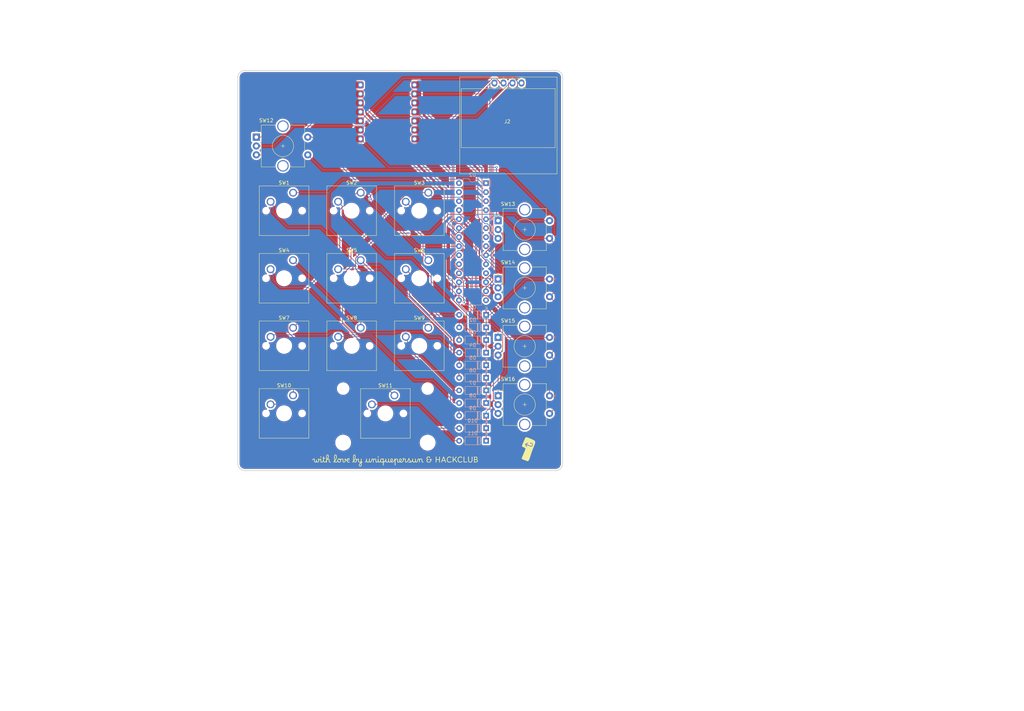
<source format=kicad_pcb>
(kicad_pcb (version 20240108) (generator "pcbnew") (generator_version "8.0")
  (title_block (title "hackpad") (company "uniquepersun"))
  (layers (0 "F.Cu" signal) (31 "B.Cu" signal) (34 "B.Paste" user) (35 "F.Paste" user) (36 "B.SilkS" user "B.Silkscreen") (37 "F.SilkS" user "F.Silkscreen") (38 "B.Mask" user) (39 "F.Mask" user) (44 "Edge.Cuts" user))
  (net 0 "")
  (net 1 "Row 1")
  (net 2 "Net-(D1-A)")
  (net 3 "Net-(D2-A)")
  (net 4 "Net-(D3-A)")
  (net 5 "Net-(D4-A)")
  (net 6 "Row 2")
  (net 7 "Net-(D5-A)")
  (net 8 "Net-(D6-A)")
  (net 9 "Net-(D7-A)")
  (net 10 "Net-(D8-A)")
  (net 11 "Row 3")
  (net 12 "Net-(D9-A)")
  (net 13 "Net-(D10-A)")
  (net 14 "Net-(D11-A)")
  (net 15 "SDA")
  (net 16 "SCL")
  (net 17 "GND")
  (net 18 "5v")
  (net 19 "Col 0")
  (net 20 "Col 1")
  (net 21 "Col 2")
  (net 22 "Col 3")
  (net 23 "R3A")
  (net 24 "Col 4")
  (net 25 "R3B")
  (net 26 "R2B")
  (net 27 "R2A")
  (net 28 "R4B")
  (net 29 "R4A")
  (net 30 "R5B")
  (net 31 "Row 4")
  (net 32 "R1B")
  (net 33 "Power")
  (net 34 "R1A")
  (net 35 "Row 0")
  (net 46 "SCl")
  (footprint "Rotary_Encoder:RotaryEncoder_Alps_EC11E-Switch_Vertical_H20mm_CircularMountingHoles" (layer "F.Cu") (at 144.75 82)
    (property "Reference" "SW14")
    (property "Value" "RotaryEncoder_Switch")
  )
  (footprint "Button_Switch_Keyboard:SW_Cherry_MX_1.00u_PCB" (layer "F.Cu") (at 87 76.7)
    (property "Reference" "SW4")
    (property "Value" "SW_Push")
  )
  (footprint "Button_Switch_Keyboard:SW_Cherry_MX_1.00u_PCB" (layer "F.Cu") (at 125.1 76.71)
    (property "Reference" "SW6")
    (property "Value" "SW_Push")
  )
  (footprint "Button_Switch_Keyboard:SW_Cherry_MX_1.00u_PCB" (layer "F.Cu") (at 106.05 95.76)
    (property "Reference" "SW8")
    (property "Value" "SW_Push")
  )
  (footprint "Button_Switch_Keyboard:SW_Cherry_MX_1.00u_PCB" (layer "F.Cu") (at 125.1 95.75)
    (property "Reference" "SW9")
    (property "Value" "SW_Push")
  )
  (footprint "Rotary_Encoder:RotaryEncoder_Alps_EC11E-Switch_Vertical_H20mm_CircularMountingHoles" (layer "F.Cu") (at 76.65 42)
    (property "Reference" "SW12")
    (property "Value" "RotaryEncoder_Switch")
  )
  (footprint "SSD1306:128x64OLED" (layer "F.Cu") (at 147.35 37.35)
    (property "Reference" "J2")
    (property "Value" "OLED_128x64")
  )
  (footprint "Button_Switch_Keyboard:SW_Cherry_MX_1.00u_PCB" (layer "F.Cu") (at 125.1 57.66)
    (property "Reference" "SW3")
    (property "Value" "SW_Push")
  )
  (footprint "Button_Switch_Keyboard:SW_Cherry_MX_1.00u_PCB" (layer "F.Cu") (at 106.05 76.7)
    (property "Reference" "SW5")
    (property "Value" "SW_Push")
  )
  (footprint "Button_Switch_Keyboard:SW_Cherry_MX_1.00u_PCB" (layer "F.Cu") (at 87.01 95.75)
    (property "Reference" "SW7")
    (property "Value" "SW_Push")
  )
  (footprint "Button_Switch_Keyboard:SW_Cherry_MX_1.00u_PCB" (layer "F.Cu") (at 87.02 57.665)
    (property "Reference" "SW1")
    (property "Value" "SW_Push")
  )
  (footprint "Rotary_Encoder:RotaryEncoder_Alps_EC11E-Switch_Vertical_H20mm_CircularMountingHoles" (layer "F.Cu") (at 144.75 98.45)
    (property "Reference" "SW15")
    (property "Value" "RotaryEncoder_Switch")
  )
  (footprint "Button_Switch_Keyboard:SW_Cherry_MX_1.00u_PCB" (layer "F.Cu") (at 87 114.8)
    (property "Reference" "SW10")
    (property "Value" "SW_Push")
  )
  (footprint "Button_Switch_Keyboard:SW_Cherry_MX_1.00u_PCB" (layer "F.Cu") (at 106.05 57.66)
    (property "Reference" "SW2")
    (property "Value" "SW_Push")
  )
  (footprint "ScottoKeebs_MCU:Seeed_XIAO_RP2040" (layer "F.Cu") (at 113.6 34.9)
    (property "Reference" "U1" (hide yes))
    (property "Value" "Seeed Studio XIAO SAMD21")
  )
  (footprint "Rotary_Encoder:RotaryEncoder_Alps_EC11E-Switch_Vertical_H20mm_CircularMountingHoles" (layer "F.Cu") (at 144.75 65.55)
    (property "Reference" "SW13")
    (property "Value" "RotaryEncoder_Switch")
  )
  (footprint "Button_Switch_Keyboard:SW_Cherry_MX_2.00u_PCB" (layer "F.Cu") (at 115.55 114.81)
    (property "Reference" "SW11")
    (property "Value" "SW_Push")
  )
  (footprint "Rotary_Encoder:RotaryEncoder_Alps_EC11E-Switch_Vertical_H20mm_CircularMountingHoles" (layer "F.Cu") (at 144.75 114.9)
    (property "Reference" "SW16")
    (property "Value" "RotaryEncoder_Switch")
  )
  (footprint "Diode_THT:D_DO-35_SOD27_P7.62mm_Horizontal" (layer "B.Cu") (at 141.4 95.65 180)
    (property "Reference" "D2")
    (property "Value" "1N4148")
  )
  (footprint "Diode_THT:D_DO-35_SOD27_P7.62mm_Horizontal" (layer "B.Cu") (at 141.4 113.4 180)
    (property "Reference" "D7")
    (property "Value" "1N4148")
  )
  (footprint "Diode_THT:D_DO-35_SOD27_P7.62mm_Horizontal" (layer "B.Cu") (at 141.4 116.95 180)
    (property "Reference" "D8")
    (property "Value" "1N4148")
  )
  (footprint "Diode_THT:D_DO-35_SOD27_P7.62mm_Horizontal" (layer "B.Cu") (at 141.4 109.85 180)
    (property "Reference" "D6")
    (property "Value" "1N4148")
  )
  (footprint "Diode_THT:D_DO-35_SOD27_P7.62mm_Horizontal" (layer "B.Cu") (at 141.4 120.5 180)
    (property "Reference" "D9")
    (property "Value" "1N4148")
  )
  (footprint "Diode_THT:D_DO-35_SOD27_P7.62mm_Horizontal" (layer "B.Cu") (at 141.4 92.1 180)
    (property "Reference" "D1")
    (property "Value" "1N4148")
  )
  (footprint "Diode_THT:D_DO-35_SOD27_P7.62mm_Horizontal" (layer "B.Cu") (at 141.4 102.75 180)
    (property "Reference" "D4")
    (property "Value" "1N4148")
  )
  (footprint "Diode_THT:D_DO-35_SOD27_P7.62mm_Horizontal" (layer "B.Cu") (at 141.4 106.3 180)
    (property "Reference" "D5")
    (property "Value" "1N4148")
  )
  (footprint "Diode_THT:D_DO-35_SOD27_P7.62mm_Horizontal" (layer "B.Cu") (at 141.4 124.05 180)
    (property "Reference" "D10")
    (property "Value" "1N4148")
  )
  (footprint "Package_DIP:DIP-28_W7.62mm" (layer "B.Cu") (at 141.35 54.97 180)
    (property "Reference" "U2")
    (property "Value" "MCP23017_SP")
  )
  (footprint "Diode_THT:D_DO-35_SOD27_P7.62mm_Horizontal" (layer "B.Cu") (at 141.4 99.2 180)
    (property "Reference" "D3")
    (property "Value" "1N4148")
  )
  (footprint "Diode_THT:D_DO-35_SOD27_P7.62mm_Horizontal" (layer "B.Cu") (at 141.4 127.6 180)
    (property "Reference" "D11")
    (property "Value" "1N4148")
  )
  (gr_poly (pts (xy 94.824767 132.002518) (xy 94.832911 132.003018) (xy 94.840861 132.003853) (xy 94.848617 132.005021) (xy 94.856181 132.006523) (xy 94.863551 132.008359) (xy 94.870728 132.010529) (xy 94.877712 132.013033) (xy 94.884502 132.01587) (xy 94.8911 132.019042) (xy 94.897504 132.022547) (xy 94.903715 132.026386) (xy 94.909733 132.030559) (xy 94.915558 132.035066) (xy 94.92119 132.039906) (xy 94.926629 132.045081) (xy 94.931801 132.050519) (xy 94.93664 132.05615) (xy 94.941145 132.061975) (xy 94.945318 132.067992) (xy 94.949156 132.074203) (xy 94.952662 132.080608) (xy 94.955833 132.087205) (xy 94.958671 132.093996) (xy 94.961176 132.10098) (xy 94.963347 132.108157) (xy 94.965184 132.115528) (xy 94.966687 132.123092) (xy 94.967856 132.130849) (xy 94.968691 132.138799) (xy 94.969192 132.146943) (xy 94.96936 132.15528) (xy 94.969184 132.163353) (xy 94.968656 132.171268) (xy 94.967778 132.179025) (xy 94.966547 132.186624) (xy 94.964966 132.194065) (xy 94.963033 132.201348) (xy 94.960748 132.208473) (xy 94.958112 132.215439) (xy 94.955125 132.222248) (xy 94.951787 132.228898) (xy 94.948097 132.23539) (xy 94.944056 132.241724) (xy 94.939664 132.2479) (xy 94.934921 132.253918) (xy 94.929826 132.259777) (xy 94.92438 132.265479) (xy 94.91895 132.270653) (xy 94.913344 132.275494) (xy 94.907563 132.280001) (xy 94.901606 132.284174) (xy 94.895473 132.288013) (xy 94.889165 132.291518) (xy 94.882681 132.294689) (xy 94.876022 132.297527) (xy 94.869188 132.30003) (xy 94.862177 132.3022) (xy 94.854992 132.304036) (xy 94.847631 132.305538) (xy 94.840094 132.306707) (xy 94.832382 132.307541) (xy 94.824494 132.308042) (xy 94.816431 132.308209) (xy 94.808628 132.308033) (xy 94.800966 132.307506) (xy 94.793445 132.306628) (xy 94.786065 132.305398) (xy 94.778826 132.303816) (xy 94.771727 132.301884) (xy 94.764769 132.299599) (xy 94.757952 132.296964) (xy 94.751275 132.293977) (xy 94.744739 132.290639) (xy 94.738344 132.286949) (xy 94.73209 132.282908) (xy 94.725977 132.278515) (xy 94.720004 132.273772) (xy 94.714172 132.268676) (xy 94.708481 132.26323) (xy 94.703032 132.257537) (xy 94.697934 132.251704) (xy 94.693189 132.24573) (xy 94.688796 132.239616) (xy 94.684755 132.233361) (xy 94.681065 132.226966) (xy 94.677727 132.22043) (xy 94.674741 132.213753) (xy 94.672106 132.206936) (xy 94.669823 132.199978) (xy 94.667891 132.19288) (xy 94.666311 132.185641) (xy 94.665082 132.178262) (xy 94.664204 132.170742) (xy 94.663677 132.163081) (xy 94.663502 132.15528) (xy 94.663669 132.146943) (xy 94.664169 132.138799) (xy 94.665003 132.130849) (xy 94.666171 132.123092) (xy 94.667673 132.115528) (xy 94.669509 132.108157) (xy 94.671678 132.10098) (xy 94.674181 132.093996) (xy 94.677018 132.087205) (xy 94.68019 132.080608) (xy 94.683695 132.074203) (xy 94.687534 132.067992) (xy 94.691707 132.061975) (xy 94.696214 132.05615) (xy 94.701056 132.050519) (xy 94.706231 132.045081) (xy 94.711931 132.039906) (xy 94.71779 132.035066) (xy 94.723806 132.030559) (xy 94.729981 132.026386) (xy 94.736314 132.022547) (xy 94.742805 132.019042) (xy 94.749455 132.01587) (xy 94.756263 132.013033) (xy 94.763229 132.010529) (xy 94.770354 132.008359) (xy 94.777637 132.006523) (xy 94.785078 132.005021) (xy 94.792679 132.003853) (xy 94.800437 132.003018) (xy 94.808355 132.002518) (xy 94.816431 132.002351)) (stroke (width -0.000001)) (fill solid) (layer "F.SilkS"))
  (gr_poly (pts (xy 110.998758 132.002518) (xy 111.006899 132.003018) (xy 111.014846 132.003853) (xy 111.022599 132.005021) (xy 111.030158 132.006523) (xy 111.037524 132.008359) (xy 111.044697 132.010529) (xy 111.051677 132.013033) (xy 111.058465 132.01587) (xy 111.06506 132.019042) (xy 111.071464 132.022547) (xy 111.077677 132.026386) (xy 111.083698 132.030559) (xy 111.089529 132.035066) (xy 111.095169 132.039906) (xy 111.10062 132.045081) (xy 111.105769 132.050519) (xy 111.110592 132.05615) (xy 111.115086 132.061975) (xy 111.119251 132.067992) (xy 111.123087 132.074203) (xy 111.126593 132.080608) (xy 111.129768 132.087205) (xy 111.132612 132.093996) (xy 111.135123 132.10098) (xy 111.137302 132.108157) (xy 111.139148 132.115528) (xy 111.140659 132.123092) (xy 111.141836 132.130849) (xy 111.142677 132.138799) (xy 111.143182 132.146943) (xy 111.143351 132.15528) (xy 111.143174 132.163353) (xy 111.142645 132.171268) (xy 111.141763 132.179025) (xy 111.140529 132.186624) (xy 111.138943 132.194065) (xy 111.137006 132.201348) (xy 111.134717 132.208473) (xy 111.132078 132.215439) (xy 111.129088 132.222248) (xy 111.125748 132.228898) (xy 111.122058 132.23539) (xy 111.118018 132.241724) (xy 111.113629 132.2479) (xy 111.108892 132.253918) (xy 111.103805 132.259777) (xy 111.098371 132.265479) (xy 111.092929 132.270653) (xy 111.087312 132.275494) (xy 111.081522 132.280001) (xy 111.075558 132.284174) (xy 111.06942 132.288013) (xy 111.063108 132.291518) (xy 111.056622 132.294689) (xy 111.049962 132.297527) (xy 111.043128 132.30003) (xy 111.03612 132.3022) (xy 111.028938 132.304036) (xy 111.021583 132.305538) (xy 111.014053 132.306707) (xy 111.00635 132.307541) (xy 110.998473 132.308042) (xy 110.990422 132.308209) (xy 110.982607 132.308033) (xy 110.974935 132.307506) (xy 110.967406 132.306628) (xy 110.960018 132.305398) (xy 110.952773 132.303816) (xy 110.945671 132.301884) (xy 110.93871 132.299599) (xy 110.931892 132.296964) (xy 110.925217 132.293977) (xy 110.918683 132.290639) (xy 110.912292 132.286949) (xy 110.906043 132.282908) (xy 110.899937 132.278515) (xy 110.893973 132.273772) (xy 110.888151 132.268676) (xy 110.882471 132.26323) (xy 110.877 132.257537) (xy 110.871886 132.251704) (xy 110.867129 132.24573) (xy 110.862729 132.239616) (xy 110.858685 132.233361) (xy 110.854996 132.226966) (xy 110.851661 132.22043) (xy 110.848681 132.213753) (xy 110.846053 132.206936) (xy 110.843778 132.199978) (xy 110.841855 132.19288) (xy 110.840283 132.185641) (xy 110.839061 132.178262) (xy 110.838189 132.170742) (xy 110.837667 132.163081) (xy 110.837493 132.15528) (xy 110.837659 132.146943) (xy 110.838157 132.138799) (xy 110.838989 132.130849) (xy 110.840153 132.123092) (xy 110.84165 132.115528) (xy 110.843481 132.108157) (xy 110.845647 132.10098) (xy 110.848146 132.093996) (xy 110.850981 132.087205) (xy 110.85415 132.080608) (xy 110.857655 132.074203) (xy 110.861495 132.067992) (xy 110.865672 132.061975) (xy 110.870185 132.05615) (xy 110.875034 132.050519) (xy 110.880221 132.045081) (xy 110.885908 132.039906) (xy 110.891755 132.035066) (xy 110.897759 132.030559) (xy 110.903923 132.026386) (xy 110.910247 132.022547) (xy 110.91673 132.019042) (xy 110.923373 132.01587) (xy 110.930177 132.013033) (xy 110.937141 132.010529) (xy 110.944267 132.008359) (xy 110.951554 132.006523) (xy 110.959002 132.005021) (xy 110.966613 132.003853) (xy 110.974387 132.003018) (xy 110.982323 132.002518) (xy 110.990422 132.002351)) (stroke (width -0.000001)) (fill solid) (layer "F.SilkS"))
  (gr_poly (pts (xy 137.447193 132.054323) (xy 137.459753 132.05506) (xy 137.472471 132.05629) (xy 137.485341 132.058012) (xy 137.498359 132.060226) (xy 137.51152 132.062932) (xy 137.524818 132.06613) (xy 137.538248 132.069819) (xy 137.538248 133.027876) (xy 137.537642 133.070237) (xy 137.535823 133.111298) (xy 137.532793 133.151059) (xy 137.52855 133.189519) (xy 137.523094 133.22668) (xy 137.516426 133.26254) (xy 137.508546 133.2971) (xy 137.499454 133.33036) (xy 137.489149 133.36232) (xy 137.477632 133.39298) (xy 137.464902 133.422339) (xy 137.450961 133.450398) (xy 137.435806 133.477157) (xy 137.419439 133.502616) (xy 137.40186 133.526775) (xy 137.383069 133.549634) (xy 137.363092 133.570876) (xy 137.341956 133.590748) (xy 137.31966 133.609249) (xy 137.296204 133.62638) (xy 137.271589 133.64214) (xy 137.245814 133.65653) (xy 137.218879 133.669549) (xy 137.190784 133.681198) (xy 137.16153 133.691476) (xy 137.131116 133.700384) (xy 137.099543 133.707922) (xy 137.06681 133.714089) (xy 137.032917 133.718886) (xy 136.997865 133.722312) (xy 136.961653 133.724367) (xy 136.924282 133.725053) (xy 136.8869 133.724367) (xy 136.850658 133.722312) (xy 136.815555 133.718886) (xy 136.781593 133.714089) (xy 136.748772 133.707922) (xy 136.717093 133.700384) (xy 136.686556 133.691476) (xy 136.657163 133.681198) (xy 136.628913 133.669549) (xy 136.601807 133.65653) (xy 136.575847 133.64214) (xy 136.551033 133.62638) (xy 136.527365 133.609249) (xy 136.504843 133.590748) (xy 136.48347 133.570876) (xy 136.463245 133.549634) (xy 136.444454 133.526775) (xy 136.426875 133.502616) (xy 136.410509 133.477157) (xy 136.395355 133.450398) (xy 136.381413 133.422339) (xy 136.368684 133.39298) (xy 136.357167 133.36232) (xy 136.346863 133.33036) (xy 136.33777 133.2971) (xy 136.32989 133.26254) (xy 136.323223 133.22668) (xy 136.317767 133.189519) (xy 136.313524 133.151059) (xy 136.310493 133.111298) (xy 136.308675 133.070237) (xy 136.308069 133.027876) (xy 136.308069 132.069819) (xy 136.321489 132.06613) (xy 136.334764 132.062932) (xy 136.347897 132.060226) (xy 136.36089 132.058012) (xy 136.373747 132.05629) (xy 136.386469 132.05506) (xy 136.399059 132.054323) (xy 136.411521 132.054077) (xy 136.425941 132.054323) (xy 136.440022 132.05506) (xy 136.45376 132.05629) (xy 136.467153 132.058012) (xy 136.480198 132.060226) (xy 136.492893 132.062932) (xy 136.505234 132.06613) (xy 136.517219 132.069819) (xy 136.517219 133.012133) (xy 136.518809 133.073136) (xy 136.523577 133.130203) (xy 136.531524 133.183334) (xy 136.542651 133.23253) (xy 136.549406 133.255653) (xy 136.556957 133.277791) (xy 136.565302 133.298945) (xy 136.574443 133.319115) (xy 136.584379 133.338302) (xy 136.59511 133.356504) (xy 136.606636 133.373723) (xy 136.618957 133.389958) (xy 136.632074 133.405208) (xy 136.645986 133.419475) (xy 136.660693 133.432758) (xy 136.676196 133.445057) (xy 136.692494 133.456372) (xy 136.709587 133.466703) (xy 136.727477 133.476051) (xy 136.746161 133.484414) (xy 136.765641 133.491793) (xy 136.785917 133.498189) (xy 136.806988 133.5036) (xy 136.828856 133.508028) (xy 136.851518 133.511472) (xy 136.874977 133.513932) (xy 136.899232 133.515408) (xy 136.924282 133.5159) (xy 136.949187 133.515408) (xy 136.973302 133.513932) (xy 136.996627 133.511472) (xy 137.01916 133.508028) (xy 137.040903 133.5036) (xy 137.061855 133.498189) (xy 137.082017 133.491793) (xy 137.101388 133.484414) (xy 137.119968 133.476051) (xy 137.137758 133.466703) (xy 137.154757 133.456372) (xy 137.170965 133.445057) (xy 137.186383 133.432758) (xy 137.201009 133.419475) (xy 137.214846 133.405208) (xy 137.227892 133.389958) (xy 137.240147 133.373723) (xy 137.251611 133.356504) (xy 137.262285 133.338302) (xy 137.272168 133.319115) (xy 137.28126 133.298945) (xy 137.289562 133.277791) (xy 137.297073 133.255653) (xy 137.303794 133.23253) (xy 137.309723 133.208424) (xy 137.314863 133.183334) (xy 137.319211 133.157261) (xy 137.322769 133.130203) (xy 137.325536 133.102161) (xy 137.327513 133.073136) (xy 137.328699 133.043126) (xy 137.329094 133.012133) (xy 137.329094 132.069819) (xy 137.33504 132.067913) (xy 137.341071 132.06613) (xy 137.347187 132.064469) (xy 137.35339 132.062932) (xy 137.359679 132.061517) (xy 137.366057 132.060226) (xy 137.372522 132.059057) (xy 137.379077 132.058012) (xy 137.385721 132.05709) (xy 137.392456 132.05629) (xy 137.406198 132.05506) (xy 137.42031 132.054323) (xy 137.434796 132.054077)) (stroke (width -0.000001)) (fill solid) (layer "F.SilkS"))
  (gr_poly (pts (xy 104.306008 131.476683) (xy 104.324412 131.478449) (xy 104.342341 131.481392) (xy 104.359795 131.485512) (xy 104.376775 131.490809) (xy 104.393282 131.497284) (xy 104.409313 131.504935) (xy 104.424871 131.513764) (xy 104.439955 131.52377) (xy 104.454564 131.534954) (xy 104.4687 131.547314) (xy 104.482362 131.560852) (xy 104.495549 131.575567) (xy 104.508263 131.591459) (xy 104.520502 131.608528) (xy 104.532268 131.626775) (xy 104.543432 131.645733) (xy 104.553877 131.665499) (xy 104.563601 131.686073) (xy 104.572605 131.707456) (xy 104.580889 131.729647) (xy 104.588453 131.752646) (xy 104.595296 131.776453) (xy 104.601419 131.801069) (xy 104.606822 131.826492) (xy 104.611505 131.852724) (xy 104.615467 131.879765) (xy 104.618709 131.907613) (xy 104.621231 131.93627) (xy 104.623032 131.965735) (xy 104.624113 131.996008) (xy 104.624473 132.027089) (xy 104.623876 132.075934) (xy 104.622083 132.124638) (xy 104.619095 132.173201) (xy 104.614913 132.221624) (xy 104.609537 132.269906) (xy 104.602966 132.318048) (xy 104.595201 132.366049) (xy 104.586243 132.41391) (xy 104.576822 132.460892) (xy 104.566559 132.507382) (xy 104.555452 132.553381) (xy 104.543503 132.598887) (xy 104.530712 132.643901) (xy 104.517078 132.688424) (xy 104.502603 132.732454) (xy 104.487287 132.775992) (xy 104.471261 132.818828) (xy 104.454674 132.860749) (xy 104.437526 132.901758) (xy 104.419816 132.941852) (xy 104.401544 132.981033) (xy 104.38271 133.019301) (xy 104.363314 133.056655) (xy 104.343354 133.093095) (xy 104.323008 133.128446) (xy 104.302451 133.162532) (xy 104.281684 133.195353) (xy 104.260705 133.226908) (xy 104.239516 133.257199) (xy 104.218116 133.286225) (xy 104.196505 133.313985) (xy 104.174683 133.340481) (xy 104.17584 133.343292) (xy 104.177069 133.346103) (xy 104.178369 133.348914) (xy 104.17974 133.351726) (xy 104.181182 133.354537) (xy 104.182694 133.357348) (xy 104.184276 133.360159) (xy 104.185928 133.36297) (xy 104.191893 133.373205) (xy 104.19798 133.383106) (xy 104.204191 133.392673) (xy 104.210524 133.401906) (xy 104.216981 133.410805) (xy 104.22356 133.41937) (xy 104.230263 133.427602) (xy 104.237088 133.4355) (xy 104.244037 133.443063) (xy 104.251109 133.450293) (xy 104.258303 133.45719) (xy 104.265621 133.463752) (xy 104.273062 133.46998) (xy 104.280627 133.475875) (xy 104.288315 133.481436) (xy 104.296125 133.486663) (xy 104.304391 133.491293) (xy 104.312885 133.495623) (xy 104.321608 133.499656) (xy 104.330559 133.503389) (xy 104.33974 133.506824) (xy 104.349148 133.50996) (xy 104.358786 133.512798) (xy 104.368652 133.515337) (xy 104.378746 133.517577) (xy 104.389069 133.519519) (xy 104.39962 133.521162) (xy 104.4104 133.522506) (xy 104.421408 133.523551) (xy 104.432644 133.524298) (xy 104.444109 133.524746) (xy 104.455802 133.524895) (xy 104.468356 133.524676) (xy 104.480716 133.524017) (xy 104.492883 133.522919) (xy 104.504857 133.521382) (xy 104.516637 133.519405) (xy 104.528224 133.516989) (xy 104.539618 133.514134) (xy 104.550818 133.51084) (xy 104.561825 133.507106) (xy 104.57264 133.502933) (xy 104.58326 133.498321) (xy 104.593688 133.49327) (xy 104.603923 133.487779) (xy 104.613965 133.481849) (xy 104.623814 133.47548) (xy 104.63347 133.468671) (xy 104.642893 133.461476) (xy 104.652054 133.453948) (xy 104.660952 133.446085) (xy 104.669587 133.437888) (xy 104.677958 133.429358) (xy 104.686066 133.420494) (xy 104.693911 133.411296) (xy 104.701493 133.401764) (xy 104.708812 133.391899) (xy 104.715867 133.381699) (xy 104.722658 133.371166) (xy 104.729187 133.360299) (xy 104.735452 133.349099) (xy 104.741453 133.337564) (xy 104.747191 133.325696) (xy 104.752665 133.313493) (xy 104.757837 133.300729) (xy 104.762676 133.287736) (xy 104.767181 133.274514) (xy 104.771353 133.261065) (xy 104.775192 133.247386) (xy 104.778697 133.23348) (xy 104.781869 133.219345) (xy 104.784707 133.204981) (xy 104.787212 133.19039) (xy 104.789382 133.175569) (xy 104.791219 133.160521) (xy 104.792722 133.145243) (xy 104.793891 133.129738) (xy 104.794727 133.114004) (xy 104.795228 133.098042) (xy 104.795395 133.081851) (xy 104.795289 133.070044) (xy 104.794973 133.058237) (xy 104.794446 133.046429) (xy 104.793708 133.034622) (xy 104.79276 133.022815) (xy 104.7916 133.011008) (xy 104.79023 132.999201) (xy 104.788649 132.987394) (xy 104.754739 132.965221) (xy 104.72385 132.94368) (xy 104.709539 132.933147) (xy 104.695983 132.922772) (xy 104.683183 132.912555) (xy 104.671138 132.902496) (xy 104.659849 132.892596) (xy 104.649315 132.882853) (xy 104.639538 132.873269) (xy 104.630516 132.863842) (xy 104.622249 132.854574) (xy 104.614739 132.845464) (xy 104.607984 132.836512) (xy 104.601985 132.827718) (xy 104.604021 132.822114) (xy 104.606197 132.816544) (xy 104.608515 132.81101) (xy 104.610974 132.80551) (xy 104.613574 132.800046) (xy 104.616315 132.794617) (xy 104.619197 132.789223) (xy 104.62222 132.783864) (xy 104.625383 132.77854) (xy 104.628687 132.773252) (xy 104.632132 132.767998) (xy 104.635717 132.76278) (xy 104.639443 132.757597) (xy 104.643309 132.752449) (xy 104.647315 132.747336) (xy 104.651462 132.742258) (xy 104.655984 132.736987) (xy 104.660559 132.731856) (xy 104.665187 132.726866) (xy 104.669868 132.722017) (xy 104.674602 132.717308) (xy 104.679389 132.71274) (xy 104.68423 132.708312) (xy 104.689123 132.704025) (xy 104.694069 132.699879) (xy 104.699069 132.695873) (xy 104.704121 132.692007) (xy 104.709226 132.688282) (xy 104.714384 132.684698) (xy 104.719595 132.681255) (xy 104.724859 132.677952) (xy 104.730175 132.674789) (xy 104.735496 132.671521) (xy 104.740783 132.668464) (xy 104.746034 132.665618) (xy 104.751251 132.662982) (xy 104.756433 132.660557) (xy 104.76158 132.658344) (xy 104.766693 132.656341) (xy 104.77177 132.654549) (xy 104.776813 132.652967) (xy 104.781821 132.651597) (xy 104.786794 132.650437) (xy 104.791733 132.649488) (xy 104.796636 132.64875) (xy 104.801505 132.648223) (xy 104.806339 132.647907) (xy 104.811139 132.647802) (xy 104.817568 132.648021) (xy 104.823927 132.64868) (xy 104.830216 132.649778) (xy 104.836435 132.651316) (xy 104.842584 132.653292) (xy 104.848663 132.655708) (xy 104.854671 132.658563) (xy 104.86061 132.661857) (xy 104.866478 132.665591) (xy 104.872277 132.669764) (xy 104.878005 132.674376) (xy 104.883663 132.679427) (xy 104.889251 132.684918) (xy 104.894769 132.690848) (xy 104.900217 132.697217) (xy 104.905594 132.704026) (xy 104.910863 132.710922) (xy 104.915991 132.718117) (xy 104.920979 132.72561) (xy 104.925826 132.733403) (xy 104.930534 132.741494) (xy 104.935101 132.749883) (xy 104.939528 132.758572) (xy 104.943815 132.767559) (xy 104.947962 132.776845) (xy 104.951968 132.786429) (xy 104.954727 132.793481) (xy 104.960994 132.793703) (xy 104.971007 132.793914) (xy 104.981091 132.793984) (xy 104.995384 132.793782) (xy 105.00959 132.793176) (xy 105.023709 132.792165) (xy 105.037739 132.790751) (xy 105.051682 132.788932) (xy 105.065537 132.78671) (xy 105.079304 132.784083) (xy 105.092983 132.781052) (xy 105.106574 132.777617) (xy 105.120077 132.773778) (xy 105.133492 132.769535) (xy 105.146818 132.764888) (xy 105.160056 132.759836) (xy 105.173206 132.754381) (xy 105.186268 132.748521) (xy 105.199241 132.742258) (xy 105.212201 132.735423) (xy 105.224651 132.728413) (xy 105.236591 132.721227) (xy 105.248021 132.713865) (xy 105.258941 132.706327) (xy 105.269351 132.698614) (xy 105.279252 132.690725) (xy 105.288642 132.682661) (xy 105.297523 132.674421) (xy 105.305894 132.666005) (xy 105.313756 132.657413) (xy 105.321108 132.648645) (xy 105.327951 132.639702) (xy 105.334284 132.630583) (xy 105.340109 132.621289) (xy 105.345424 132.611818) (xy 105.351336 132.611335) (xy 105.357266 132.61101) (xy 105.363214 132.610843) (xy 105.36918 132.610835) (xy 105.375164 132.610984) (xy 105.381165 132.611291) (xy 105.387183 132.611757) (xy 105.39322 132.612381) (xy 105.399273 132.613162) (xy 105.405344 132.614102) (xy 105.411432 132.6152) (xy 105.417538 132.616457) (xy 105.42366 132.617871) (xy 105.4298 132.619443) (xy 105.435956 132.621174) (xy 105.442129 132.623063) (xy 105.448236 132.625119) (xy 105.454185 132.62735) (xy 105.459975 132.629758) (xy 105.465607 132.63234) (xy 105.471081 132.635099) (xy 105.476397 132.638033) (xy 105.481554 132.641143) (xy 105.486553 132.644429) (xy 105.491394 132.64789) (xy 105.496076 132.651527) (xy 105.5006 132.65534) (xy 105.504966 132.659328) (xy 105.509173 132.663492) (xy 105.513221 132.667832) (xy 105.517111 132.672347) (xy 105.520843 132.677038) (xy 105.520843 133.151568) (xy 105.521089 133.175613) (xy 105.521827 133.198832) (xy 105.523058 133.221224) (xy 105.52478 133.242792) (xy 105.526995 133.263533) (xy 105.529702 133.283448) (xy 105.5329 133.302538) (xy 105.53659 133.320802) (xy 105.540773 133.33824) (xy 105.545446 133.354853) (xy 105.550612 133.370639) (xy 105.556269 133.3856) (xy 105.562418 133.399735) (xy 105.569058 133.413045) (xy 105.576189 133.425528) (xy 105.583812 133.437186) (xy 105.591966 133.447807) (xy 105.596253 133.45286) (xy 105.600681 133.457743) (xy 105.60525 133.462454) (xy 105.609959 133.466993) (xy 105.614809 133.471362) (xy 105.619799 133.475559) (xy 105.624929 133.479584) (xy 105.6302 133.483439) (xy 105.635612 133.487122) (xy 105.641164 133.490634) (xy 105.646857 133.493974) (xy 105.65269 133.497144) (xy 105.664778 133.502968) (xy 105.677428 133.508107) (xy 105.69064 133.512561) (xy 105.704415 133.51633) (xy 105.718752 133.519414) (xy 105.733651 133.521812) (xy 105.749112 133.523525) (xy 105.765136 133.524553) (xy 105.781722 133.524895) (xy 105.801509 133.524436) (xy 105.820668 133.523059) (xy 105.839199 133.520764) (xy 105.857101 133.517551) (xy 105.874375 133.51342) (xy 105.891021 133.508371) (xy 105.907039 133.502404) (xy 105.922428 133.495518) (xy 105.937189 133.487715) (xy 105.951322 133.478994) (xy 105.964827 133.469354) (xy 105.977704 133.458797) (xy 105.989952 133.447321) (xy 106.001572 133.434928) (xy 106.012564 133.421617) (xy 106.022928 133.407387) (xy 106.032663 133.392239) (xy 106.041771 133.376174) (xy 106.05025 133.35919) (xy 106.058101 133.341289) (xy 106.065324 133.322469) (xy 106.071919 133.302731) (xy 106.077886 133.282076) (xy 106.083224 133.260502) (xy 106.087935 133.23801) (xy 106.092017 133.2146) (xy 106.095472 133.190273) (xy 106.098298 133.165027) (xy 106.100496 133.138863) (xy 106.102066 133.111781) (xy 106.103008 133.083781) (xy 106.103322 133.054863) (xy 106.103322 132.632059) (xy 106.107965 132.630407) (xy 106.112887 132.628826) (xy 106.118088 132.627315) (xy 106.123569 132.625874) (xy 106.12933 132.624504) (xy 106.135372 132.623203) (xy 106.141696 132.621974) (xy 106.148302 132.620814) (xy 106.155085 132.61976) (xy 106.161938 132.618847) (xy 106.168862 132.618074) (xy 106.175857 132.617441) (xy 106.182921 132.616949) (xy 106.190054 132.616597) (xy 106.197256 132.616387) (xy 106.204525 132.616316) (xy 106.217949 132.616562) (xy 106.231233 132.6173) (xy 106.244377 132.61853) (xy 106.257381 132.620252) (xy 106.270243 132.622465) (xy 106.282964 132.625171) (xy 106.295542 132.628369) (xy 106.307977 132.632059) (xy 106.307977 133.569874) (xy 106.331734 133.553148) (xy 106.355773 133.536702) (xy 106.380091 133.520538) (xy 106.404683 133.504655) (xy 106.42957 133.488631) (xy 106.452484 133.474294) (xy 106.473425 133.461643) (xy 106.492392 133.45068) (xy 106.497938 133.454115) (xy 106.503325 133.457673) (xy 106.508554 133.461353) (xy 106.513624 133.465157) (xy 106.518536 133.469084) (xy 106.523289 133.473134) (xy 106.527883 133.477307) (xy 106.532319 133.481603) (xy 106.536597 133.486021) (xy 106.540716 133.490563) (xy 106.544677 133.495228) (xy 106.54848 133.500016) (xy 106.552125 133.504927) (xy 106.555611 133.509961) (xy 106.558939 133.515117) (xy 106.562109 133.520397) (xy 106.565134 133.525791) (xy 106.568017 133.531291) (xy 106.570759 133.536896) (xy 106.57336 133.542606) (xy 106.57582 133.548422) (xy 106.578139 133.554343) (xy 106.580318 133.560369) (xy 106.582355 133.566501) (xy 106.584252 133.572738) (xy 106.586008 133.579081) (xy 106.587623 133.585529) (xy 106.589098 133.592083) (xy 106.590433 133.598742) (xy 106.591627 133.605506) (xy 106.59268 133.612376) (xy 106.593594 133.619352) (xy 106.505884 133.677825) (xy 106.4536 133.712118) (xy 106.400185 133.747542) (xy 106.350151 133.78072) (xy 106.307977 133.808264) (xy 106.307977 134.323276) (xy 106.306475 134.387002) (xy 106.301968 134.446617) (xy 106.294457 134.50212) (xy 106.283941 134.553513) (xy 106.270421 134.600793) (xy 106.262535 134.622892) (xy 106.253897 134.643963) (xy 106.244508 134.664006) (xy 106.234368 134.683021) (xy 106.223477 134.701008) (xy 106.211834 134.717968) (xy 106.199441 134.733899) (xy 106.186296 134.748803) (xy 106.172401 134.762679) (xy 106.157754 134.775527) (xy 106.142356 134.787347) (xy 106.126207 134.79814) (xy 106.109307 134.807904) (xy 106.091656 134.816641) (xy 106.073254 134.82435) (xy 106.0541 134.831031) (xy 106.034196 134.836684) (xy 106.01354 134.841309) (xy 105.992133 134.844907) (xy 105.969975 134.847476) (xy 105.947066 134.849018) (xy 105.923406 134.849532) (xy 105.901498 134.849119) (xy 105.880188 134.84788) (xy 105.859474 134.845815) (xy 105.839357 134.842925) (xy 105.819837 134.839208) (xy 105.800914 134.834666) (xy 105.782588 134.829298) (xy 105.764859 134.823104) (xy 105.747728 134.816084) (xy 105.731194 134.808239) (xy 105.715257 134.799568) (xy 105.699918 134.790072) (xy 105.685176 134.77975) (xy 105.671031 134.768602) (xy 105.657485 134.756629) (xy 105.644535 134.743831) (xy 105.632554 134.730312) (xy 105.621345 134.716178) (xy 105.610909 134.701429) (xy 105.601245 134.686065) (xy 105.592355 134.670085) (xy 105.584238 134.653491) (xy 105.576893 134.636282) (xy 105.570322 134.618457) (xy 105.564524 134.600017) (xy 105.559498 134.580962) (xy 105.555246 134.561292) (xy 105.551767 134.541007) (xy 105.54906 134.520107) (xy 105.547128 134.498591) (xy 105.545968 134.476461) (xy 105.545581 134.453715) (xy 105.545677 134.449217) (xy 105.747987 134.449217) (xy 105.748163 134.461139) (xy 105.74869 134.472728) (xy 105.749569 134.483982) (xy 105.750799 134.494902) (xy 105.752381 134.505488) (xy 105.754314 134.51574) (xy 105.756599 134.525658) (xy 105.759234 134.535243) (xy 105.762222 134.544493) (xy 105.76556 134.553409) (xy 105.76925 134.561992) (xy 105.77329 134.57024) (xy 105.777683 134.578155) (xy 105.782426 134.585736) (xy 105.78752 134.592984) (xy 105.792965 134.599897) (xy 105.798722 134.606707) (xy 105.804742 134.613077) (xy 105.811025 134.619007) (xy 105.817571 134.624498) (xy 105.82438 134.62955) (xy 105.831453 134.634162) (xy 105.838788 134.638335) (xy 105.846387 134.642068) (xy 105.85425 134.645362) (xy 105.862375 134.648217) (xy 105.870764 134.650632) (xy 105.879416 134.652608) (xy 105.888331 134.654145) (xy 105.89751 134.655243) (xy 105.906953 134.655902) (xy 105.916658 134.656121) (xy 105.92842 134.655796) (xy 105.939808 134.654821) (xy 105.950823 134.653196) (xy 105.961464 134.650921) (xy 105.971732 134.647996) (xy 105.981626 134.64442) (xy 105.991147 134.640195) (xy 106.000294 134.635319) (xy 106.009069 134.629794) (xy 106.017469 134.623618) (xy 106.025496 134.616793) (xy 106.03315 134.609317) (xy 106.040431 134.601191) (xy 106.047338 134.592415) (xy 106.053872 134.582989) (xy 106.060032 134.572913) (xy 106.065819 134.562186) (xy 106.071232 134.55081) (xy 106.076273 134.538783) (xy 106.080939 134.526107) (xy 106.085233 134.51278) (xy 106.089153 134.498803) (xy 106.0927 134.484176) (xy 106.095873 134.468899) (xy 106.098673 134.452971) (xy 106.1011 134.436394) (xy 106.103153 134.419166) (xy 106.104833 134.401288) (xy 106.10614 134.38276) (xy 106.107073 134.363582) (xy 106.107633 134.343754) (xy 106.10782 134.323276) (xy 106.10782 133.920712) (xy 106.064249 133.952556) (xy 106.023488 133.984559) (xy 105.985538 134.016721) (xy 105.950399 134.049041) (xy 105.918071 134.081519) (xy 105.888553 134.114156) (xy 105.861847 134.146951) (xy 105.837951 134.179904) (xy 105.816866 134.213016) (xy 105.798593 134.246285) (xy 105.78313 134.279712) (xy 105.770479 134.313298) (xy 105.760639 134.347041) (xy 105.75361 134.380942) (xy 105.749393 134.415001) (xy 105.747987 134.449217) (xy 105.545677 134.449217) (xy 105.54613 134.428043) (xy 105.547778 134.402472) (xy 105.550523 134.377003) (xy 105.554367 134.351634) (xy 105.559309 134.326366) (xy 105.565349 134.301199) (xy 105.572487 134.276134) (xy 105.580723 134.251169) (xy 105.60049 134.201543) (xy 105.62465 134.152321) (xy 105.653202 134.103504) (xy 105.686146 134.05509) (xy 105.723483 134.00708) (xy 105.765212 133.959475) (xy 105.811333 133.912273) (xy 105.861846 133.865475) (xy 105.916752 133.819081) (xy 105.976049 133.773091) (xy 106.039738 133.727505) (xy 106.10782 133.682322) (xy 106.10782 133.60136) (xy 106.091462 133.616338) (xy 106.074438 133.630351) (xy 106.056745 133.643396) (xy 106.038386 133.655476) (xy 106.019358 133.666589) (xy 105.999663 133.676735) (xy 105.979301 133.685916) (xy 105.95827 133.69413) (xy 105.936572 133.701377) (xy 105.914206 133.707659) (xy 105.891172 133.712973) (xy 105.86747 133.717322) (xy 105.843099 133.720704) (xy 105.818061 133.72312) (xy 105.792355 133.724569) (xy 105.76598 133.725053) (xy 105.739109 133.724482) (xy 105.713028 133.722769) (xy 105.687737 133.719913) (xy 105.663237 133.715916) (xy 105.639527 133.710777) (xy 105.616607 133.704496) (xy 105.594478 133.697072) (xy 105.573139 133.688507) (xy 105.55259 133.678799) (xy 105.532832 133.66795) (xy 105.513864 133.655958) (xy 105.495687 133.642825) (xy 105.4783 133.628549) (xy 105.461704 133.613132) (xy 105.445898 133.596572) (xy 105.430883 133.57887) (xy 105.416994 133.560079) (xy 105.404001 133.540252) (xy 105.391905 133.519387) (xy 105.380704 133.497487) (xy 105.370399 133.474549) (xy 105.360991 133.450575) (xy 105.352478 133.425564) (xy 105.344862 133.399516) (xy 105.338141 133.372432) (xy 105.332317 133.344312) (xy 105.327389 133.315154) (xy 105.323356 133.28496) (xy 105.32022 133.253729) (xy 105.31798 133.221462) (xy 105.316636 133.188158) (xy 105.316188 133.153817) (xy 105.316188 132.895187) (xy 105.298446 132.904499) (xy 105.28007 132.913319) (xy 105.26106 132.921647) (xy 105.241417 132.929483) (xy 105.221139 132.936827) (xy 105.200229 132.94368) (xy 105.178686 132.95004) (xy 105.15651 132.955909) (xy 105.134407 132.96118) (xy 105.111955 132.965748) (xy 105.089151 132.969614) (xy 105.065995 132.972776) (xy 105.042488 132.975236) (xy 105.018627 132.976993) (xy 104.996855 132.977941) (xy 104.998364 132.996531) (xy 104.999629 133.023131) (xy 105.000051 133.050365) (xy 104.999788 133.075464) (xy 104.998997 133.100158) (xy 104.997679 133.124449) (xy 104.995834 133.148335) (xy 104.993462 133.171818) (xy 104.990563 133.194896) (xy 104.987137 133.21757) (xy 104.983183 133.23984) (xy 104.978703 133.261705) (xy 104.973695 133.283167) (xy 104.96816 133.304225) (xy 104.962099 133.324878) (xy 104.95551 133.345128) (xy 104.948394 133.364973) (xy 104.940751 133.384414) (xy 104.932581 133.403451) (xy 104.924198 133.421751) (xy 104.915358 133.43954) (xy 104.906062 133.45682) (xy 104.896309 133.473591) (xy 104.8861 133.489852) (xy 104.875435 133.505603) (xy 104.864312 133.520845) (xy 104.852734 133.535578) (xy 104.840698 133.5498) (xy 104.828207 133.563514) (xy 104.815259 133.576718) (xy 104.801854 133.589412) (xy 104.787993 133.601597) (xy 104.773675 133.613272) (xy 104.758901 133.624438) (xy 104.743671 133.635094) (xy 104.728314 133.644898) (xy 104.712606 133.65407) (xy 104.696547 133.662609) (xy 104.680136 133.670515) (xy 104.663374 133.677789) (xy 104.64626 133.684431) (xy 104.628795 133.69044) (xy 104.610978 133.695816) (xy 104.59281 133.70056) (xy 104.574291 133.704671) (xy 104.555421 133.70815) (xy 104.5362 133.710997) (xy 104.516627 133.71321) (xy 104.496703 133.714792) (xy 104.476428 133.715741) (xy 104.455802 133.716057) (xy 104.419071 133.715178) (xy 104.383657 133.712543) (xy 104.349561 133.70815) (xy 104.316783 133.702001) (xy 104.285323 133.694094) (xy 104.255181 133.684431) (xy 104.226356 133.673011) (xy 104.19885 133.659833) (xy 104.172662 133.644899) (xy 104.147792 133.628207) (xy 104.124239 133.609759) (xy 104.102005 133.589553) (xy 104.08109 133.567591) (xy 104.061492 133.543871) (xy 104.043212 133.518395) (xy 104.026251 133.491161) (xy 104.014791 133.504163) (xy 104.002911 133.517305) (xy 103.990611 133.530588) (xy 103.97789 133.544011) (xy 103.964749 133.557575) (xy 103.951187 133.57128) (xy 103.937204 133.585125) (xy 103.922799 133.599111) (xy 103.907895 133.613167) (xy 103.89243 133.627223) (xy 103.876404 133.641279) (xy 103.859817 133.655335) (xy 103.84267 133.669391) (xy 103.824961 133.683447) (xy 103.806693 133.697503) (xy 103.787863 133.711559) (xy 103.776037 133.704302) (xy 103.764738 133.696589) (xy 103.753966 133.688419) (xy 103.743721 133.679792) (xy 103.734003 133.670708) (xy 103.724813 133.661168) (xy 103.716149 133.65117) (xy 103.708013 133.640716) (xy 103.700403 133.629805) (xy 103.693321 133.618438) (xy 103.686766 133.606613) (xy 103.680738 133.594332) (xy 103.675237 133.581594) (xy 103.670263 133.568399) (xy 103.665817 133.554747) (xy 103.661897 133.540638) (xy 103.679999 133.527882) (xy 103.69831 133.514353) (xy 103.716831 133.500051) (xy 103.735562 133.484976) (xy 103.754504 133.469128) (xy 103.773657 133.452507) (xy 103.793022 133.435113) (xy 103.8126 133.416946) (xy 103.83196 133.397864) (xy 103.850687 133.378853) (xy 103.868782 133.359913) (xy 103.886246 133.341043) (xy 103.903077 133.322243) (xy 103.919278 133.303513) (xy 103.934848 133.284854) (xy 103.949787 133.266265) (xy 103.942403 133.223992) (xy 103.936006 133.178134) (xy 103.930594 133.128692) (xy 103.926167 133.075666) (xy 103.922725 133.019055) (xy 103.920266 132.958861) (xy 103.918792 132.895082) (xy 103.918301 132.827718) (xy 103.918301 132.202508) (xy 103.918513 132.17552) (xy 104.107215 132.17552) (xy 104.107215 132.782739) (xy 104.107915 132.873963) (xy 104.11002 132.956471) (xy 104.113533 133.030265) (xy 104.115819 133.063894) (xy 104.118458 133.095344) (xy 104.140139 133.061505) (xy 104.161327 133.02633) (xy 104.182023 132.989819) (xy 104.202227 132.951974) (xy 104.221939 132.912792) (xy 104.241161 132.872276) (xy 104.259893 132.830424) (xy 104.278134 132.787237) (xy 104.295632 132.742539) (xy 104.312147 132.697278) (xy 104.327679 132.651456) (xy 104.342227 132.605071) (xy 104.355792 132.558124) (xy 104.368373 132.510615) (xy 104.37997 132.462544) (xy 104.390583 132.41391) (xy 104.400593 132.364538) (xy 104.409271 132.315377) (xy 104.416615 132.266427) (xy 104.422624 132.217688) (xy 104.4273 132.16916) (xy 104.43064 132.120843) (xy 104.432644 132.072736) (xy 104.433312 132.02484) (xy 104.432697 131.980994) (xy 104.430852 131.939977) (xy 104.427776 131.901789) (xy 104.423471 131.866429) (xy 104.417936 131.833899) (xy 104.41117 131.804197) (xy 104.403175 131.777323) (xy 104.39395 131.753279) (xy 104.383496 131.732063) (xy 104.371811 131.713676) (xy 104.358897 131.698118) (xy 104.351979 131.691399) (xy 104.344754 131.685388) (xy 104.337221 131.680084) (xy 104.329381 131.675487) (xy 104.321233 131.671598) (xy 104.312779 131.668415) (xy 104.304016 131.66594) (xy 104.294947 131.664172) (xy 104.28557 131.663111) (xy 104.275886 131.662758) (xy 104.270172 131.662879) (xy 104.26456 131.663241) (xy 104.259048 131.663845) (xy 104.253638 131.66469) (xy 104.248329 131.665778) (xy 104.243121 131.667106) (xy 104.238015 131.668677) (xy 104.233009 131.670488) (xy 104.228105 131.672542) (xy 104.223301 131.674837) (xy 104.218599 131.677374) (xy 104.213998 131.680152) (xy 104.209498 131.683172) (xy 104.205099 131.686433) (xy 104.200802 131.689936) (xy 104.196605 131.693681) (xy 104.192509 131.697667) (xy 104.188515 131.701895) (xy 104.184621 131.706364) (xy 104.180829 131.711075) (xy 104.177137 131.716028) (xy 104.173547 131.721222) (xy 104.170057 131.726657) (xy 104.166669 131.732335) (xy 104.160195 131.744414) (xy 104.154125 131.75746) (xy 104.148459 131.771472) (xy 104.143197 131.786451) (xy 104.138838 131.800885) (xy 104.134761 131.816636) (xy 104.130965 131.833705) (xy 104.127451 131.852092) (xy 104.124218 131.871797) (xy 104.121266 131.892819) (xy 104.118596 131.91516) (xy 104.116207 131.938818) (xy 104.112272 131.990087) (xy 104.109462 132.046627) (xy 104.107776 132.108438) (xy 104.107215 132.17552) (xy 103.918513 132.17552) (xy 103.919001 132.113674) (xy 103.921106 132.033836) (xy 103.922687 131.997291) (xy 103.92462 131.962994) (xy 103.926907 131.930946) (xy 103.929547 131.901147) (xy 103.933166 131.873071) (xy 103.937277 131.846189) (xy 103.94188 131.820501) (xy 103.946974 131.796009) (xy 103.952561 131.772711) (xy 103.95864 131.750608) (xy 103.965212 131.7297) (xy 103.972277 131.709986) (xy 103.977765 131.696132) (xy 103.983552 131.682682) (xy 103.989639 131.669637) (xy 103.996025 131.656995) (xy 104.00271 131.644757) (xy 104.009694 131.632924) (xy 104.016977 131.621495) (xy 104.024559 131.61047) (xy 104.03244 131.599849) (xy 104.04062 131.589632) (xy 104.049099 131.579819) (xy 104.057876 131.57041) (xy 104.066952 131.561405) (xy 104.076326 131.552805) (xy 104.085999 131.544608) (xy 104.09597 131.536816) (xy 104.106204 131.529463) (xy 104.116667 131.522584) (xy 104.127358 131.51618) (xy 104.138277 131.51025) (xy 104.149425 131.504795) (xy 104.160801 131.499814) (xy 104.172405 131.495307) (xy 104.184238 131.491275) (xy 104.1963 131.487717) (xy 104.20859 131.484633) (xy 104.221108 131.482024) (xy 104.233856 131.479889) (xy 104.246831 131.478229) (xy 104.260036 131.477043) (xy 104.273469 131.476331) (xy 104.287131 131.476094)) (stroke (width -0.000001)) (fill solid) (layer "F.SilkS"))
  (gr_poly (pts (xy 134.129493 132.038615) (xy 134.151056 132.039459) (xy 134.172375 132.040864) (xy 134.193449 132.042832) (xy 134.214279 132.045362) (xy 134.234863 132.048454) (xy 134.2552 132.052109) (xy 134.275291 132.056326) (xy 134.295133 132.061105) (xy 134.314728 132.066446) (xy 134.334073 132.07235) (xy 134.353169 132.078816) (xy 134.372014 132.085843) (xy 134.390608 132.093434) (xy 134.408951 132.101586) (xy 134.427041 132.110301) (xy 134.44512 132.119235) (xy 134.462757 132.128609) (xy 134.479951 132.138422) (xy 134.496702 132.148674) (xy 134.513011 132.159365) (xy 134.528876 132.170496) (xy 134.544299 132.182066) (xy 134.559279 132.194075) (xy 134.573816 132.206523) (xy 134.587911 132.219411) (xy 134.601563 132.232738) (xy 134.614772 132.246504) (xy 134.627538 132.260709) (xy 134.639862 132.275353) (xy 134.651743 132.290437) (xy 134.663182 132.30596) (xy 134.661648 132.311029) (xy 134.659829 132.316115) (xy 134.657727 132.321219) (xy 134.655341 132.326341) (xy 134.652672 132.33148) (xy 134.64972 132.336637) (xy 134.646485 132.341811) (xy 134.642967 132.347003) (xy 134.639168 132.352213) (xy 134.635087 132.35744) (xy 134.630725 132.362684) (xy 134.626082 132.367947) (xy 134.621158 132.373226) (xy 134.615954 132.378524) (xy 134.61047 132.383839) (xy 134.604706 132.389171) (xy 134.599098 132.394399) (xy 134.593489 132.399397) (xy 134.58788 132.404168) (xy 134.582269 132.40871) (xy 134.576658 132.413023) (xy 134.571045 132.417108) (xy 134.56543 132.420965) (xy 134.559812 132.424593) (xy 134.554192 132.427993) (xy 134.548569 132.431164) (xy 134.542943 132.434107) (xy 134.537313 132.436821) (xy 134.531679 132.439307) (xy 134.526041 132.441565) (xy 134.520398 132.443594) (xy 134.51475 132.445395) (xy 134.504542 132.432402) (xy 134.49416 132.419849) (xy 134.483604 132.407734) (xy 134.472872 132.396059) (xy 134.461965 132.384823) (xy 134.450883 132.374027) (xy 134.439625 132.363669) (xy 134.428191 132.353751) (xy 134.41658 132.344272) (xy 134.404792 132.335232) (xy 134.392827 132.326632) (xy 134.380685 132.31847) (xy 134.368365 132.310748) (xy 134.355866 132.303465) (xy 134.343189 132.296622) (xy 134.330333 132.290217) (xy 134.317366 132.284226) (xy 134.304273 132.278621) (xy 134.291054 132.273403) (xy 134.277707 132.268571) (xy 134.264235 132.264126) (xy 134.250636 132.260067) (xy 134.23691 132.256395) (xy 134.223058 132.253109) (xy 134.20908 132.25021) (xy 134.194975 132.247698) (xy 134.180743 132.245572) (xy 134.166385 132.243832) (xy 134.1519 132.24248) (xy 134.137289 132.241513) (xy 134.122552 132.240933) (xy 134.107687 132.24074) (xy 134.08789 132.241065) (xy 134.068387 132.24204) (xy 134.049181 132.243666) (xy 134.03027 132.245941) (xy 134.011657 132.248866) (xy 133.99334 132.252442) (xy 133.97532 132.256667) (xy 133.957598 132.261543) (xy 133.940173 132.267069) (xy 133.923047 132.273244) (xy 133.906219 132.28007) (xy 133.88969 132.287546) (xy 133.873459 132.295673) (xy 133.857529 132.304449) (xy 133.841898 132.313875) (xy 133.826567 132.323952) (xy 133.811597 132.334608) (xy 133.797049 132.345774) (xy 133.782923 132.357449) (xy 133.769219 132.369634) (xy 133.755936 132.382328) (xy 133.743075 132.395532) (xy 133.730636 132.409245) (xy 133.718618 132.423468) (xy 133.707022 132.438201) (xy 133.695847 132.453443) (xy 133.685095 132.469194) (xy 133.674764 132.485455) (xy 133.664854 132.502226) (xy 133.655366 132.519506) (xy 133.6463 132.537295) (xy 133.637656 132.555594) (xy 133.629486 132.574342) (xy 133.621842 132.593475) (xy 133.614726 132.612996) (xy 133.608138 132.632902) (xy 133.602076 132.653196) (xy 133.596541 132.673875) (xy 133.591534 132.694942) (xy 133.587053 132.716395) (xy 133.5831 132.738234) (xy 133.579674 132.76046) (xy 133.576775 132.783073) (xy 133.574403 132.806072) (xy 133.572558 132.829457) (xy 133.57124 132.85323) (xy 133.570449 132.877389) (xy 133.570186 132.901934) (xy 133.570423 132.925082) (xy 133.571135 132.947862) (xy 133.572321 132.970272) (xy 133.573981 132.992314) (xy 133.576115 133.013986) (xy 133.578725 133.03529) (xy 133.581808 133.056225) (xy 133.585366 133.07679) (xy 133.589398 133.096987) (xy 133.593904 133.116815) (xy 133.598885 133.136274) (xy 133.60434 133.155364) (xy 133.61027 133.174084) (xy 133.616674 133.192436) (xy 133.623552 133.210419) (xy 133.630905 133.228033) (xy 133.63901 133.245225) (xy 133.647552 133.261943) (xy 133.656531 133.278186) (xy 133.665948 133.293955) (xy 133.675803 133.30925) (xy 133.686094 133.32407) (xy 133.696824 133.338416) (xy 133.707991 133.352288) (xy 133.719595 133.365685) (xy 133.731637 133.378608) (xy 133.744116 133.391056) (xy 133.757033 133.40303) (xy 133.770387 133.41453) (xy 133.784179 133.425555) (xy 133.798408 133.436105) (xy 133.813075 133.446182) (xy 133.828458 133.455441) (xy 133.844247 133.464103) (xy 133.860441 133.472168) (xy 133.877039 133.479635) (xy 133.894043 133.486505) (xy 133.911451 133.492778) (xy 133.929262 133.498453) (xy 133.947478 133.503531) (xy 133.966096 133.508011) (xy 133.985117 133.511894) (xy 134.004541 133.515179) (xy 134.024367 133.517867) (xy 134.044595 133.519958) (xy 134.065225 133.521452) (xy 134.086256 133.522348) (xy 134.107687 133.522646) (xy 134.126378 133.522409) (xy 134.144752 133.521698) (xy 134.162809 133.520512) (xy 134.180549 133.518851) (xy 134.197972 133.516716) (xy 134.215077 133.514107) (xy 134.231863 133.511024) (xy 134.248331 133.507466) (xy 134.26448 133.503434) (xy 134.28031 133.498927) (xy 134.29582 133.493946) (xy 134.311011 133.48849) (xy 134.325881 133.48256) (xy 134.340431 133.476156) (xy 134.354661 133.469278) (xy 134.368569 133.461925) (xy 134.382278 133.454141) (xy 134.395829 133.445971) (xy 134.409222 133.437414) (xy 134.422455 133.428471) (xy 134.435529 133.419142) (xy 134.448443 133.409426) (xy 134.461197 133.399323) (xy 134.47379 133.388834) (xy 134.486223 133.377958) (xy 134.498494 133.366695) (xy 134.510605 133.355047) (xy 134.522553 133.343011) (xy 134.53434 133.330589) (xy 134.545964 133.317781) (xy 134.557426 133.304585) (xy 134.568725 133.291004) (xy 134.574088 133.292778) (xy 134.579467 133.294729) (xy 134.584862 133.296854) (xy 134.590273 133.299156) (xy 134.595699 133.301633) (xy 134.601142 133.304286) (xy 134.6066 133.307115) (xy 134.612073 133.31012) (xy 134.617563 133.3133) (xy 134.623068 133.316656) (xy 134.62859 133.320187) (xy 134.634127 133.323894) (xy 134.63968 133.327777) (xy 134.645249 133.331836) (xy 134.650833 133.336071) (xy 134.656434 133.340481) (xy 134.661976 133.344979) (xy 134.667302 133.349477) (xy 134.672413 133.353975) (xy 134.677309 133.358473) (xy 134.68199 133.36297) (xy 134.686457 133.367468) (xy 134.690709 133.371966) (xy 134.694748 133.376464) (xy 134.698574 133.380962) (xy 134.702186 133.38546) (xy 134.705586 133.389958) (xy 134.708773 133.394455) (xy 134.711748 133.398953) (xy 134.714511 133.403451) (xy 134.717063 133.407949) (xy 134.719403 133.412447) (xy 134.70626 133.431282) (xy 134.692638 133.449555) (xy 134.678537 133.467266) (xy 134.663957 133.484414) (xy 134.648899 133.501) (xy 134.633362 133.517024) (xy 134.617348 133.532485) (xy 134.600856 133.547385) (xy 134.583888 133.561722) (xy 134.566442 133.575497) (xy 134.548521 133.588709) (xy 134.530123 133.60136) (xy 134.511249 133.613448) (xy 134.4919 133.624974) (xy 134.472076 133.635938) (xy 134.451778 133.646339) (xy 134.431389 133.65587) (xy 134.410705 133.664785) (xy 134.389725 133.673087) (xy 134.368447 133.680773) (xy 134.346871 133.687845) (xy 134.324997 133.694302) (xy 134.302824 133.700144) (xy 134.280351 133.705371) (xy 134.257577 133.709984) (xy 134.234502 133.713982) (xy 134.211126 133.717364) (xy 134.187447 133.720132) (xy 134.163465 133.722285) (xy 134.13918 133.723822) (xy 134.11459 133.724745) (xy 134.089695 133.725053) (xy 134.061268 133.724657) (xy 134.033336 133.723471) (xy 134.005899 133.721495) (xy 133.978955 133.718727) (xy 133.952503 133.71517) (xy 133.926544 133.710821) (xy 133.901076 133.705682) (xy 133.8761 133.699752) (xy 133.851613 133.693031) (xy 133.827616 133.68552) (xy 133.804108 133.677218) (xy 133.781089 133.668126) (xy 133.758557 133.658243) (xy 133.736512 133.647569) (xy 133.714953 133.636104) (xy 133.693881 133.623849) (xy 133.673682 133.610883) (xy 133.654074 133.597284) (xy 133.635058 133.583052) (xy 133.616635 133.568188) (xy 133.598804 133.552691) (xy 133.581568 133.536562) (xy 133.564925 133.5198) (xy 133.548877 133.502406) (xy 133.533426 133.484379) (xy 133.51857 133.46572) (xy 133.504311 133.446428) (xy 133.49065 133.426504) (xy 133.477587 133.405947) (xy 133.465123 133.384757) (xy 133.453258 133.362935) (xy 133.441994 133.340481) (xy 133.431373 133.317464) (xy 133.421437 133.293956) (xy 133.412187 133.269955) (xy 133.403622 133.245462) (xy 133.395741 133.220478) (xy 133.388546 133.195001) (xy 133.382037 133.169033) (xy 133.376212 133.142573) (xy 133.371073 133.11562) (xy 133.366619 133.088176) (xy 133.36285 133.06024) (xy 133.359767 133.031812) (xy 133.357368 133.002891) (xy 133.355655 132.973479) (xy 133.354627 132.943575) (xy 133.354285 132.913179) (xy 133.354654 132.880824) (xy 133.35576 132.848978) (xy 133.357605 132.817642) (xy 133.360188 132.786816) (xy 133.363509 132.756499) (xy 133.367567 132.726691) (xy 133.372364 132.697393) (xy 133.377898 132.668605) (xy 133.384171 132.640326) (xy 133.391181 132.612556) (xy 133.39893 132.585297) (xy 133.407416 132.558546) (xy 133.416641 132.532305) (xy 133.426603 132.506574) (xy 133.437303 132.481352) (xy 133.448742 132.45664) (xy 133.461134 132.432244) (xy 133.474105 132.408533) (xy 133.487656 132.385508) (xy 133.501786 132.363168) (xy 133.516494 132.341513) (xy 133.53178 132.320543) (xy 133.547644 132.300258) (xy 133.564086 132.280659) (xy 133.581104 132.261745) (xy 133.5987 132.243516) (xy 133.616872 132.225973) (xy 133.63562 132.209114) (xy 133.654944 132.192941) (xy 133.674843 132.177453) (xy 133.695318 132.162651) (xy 133.716367 132.148533) (xy 133.737939 132.135188) (xy 133.759895 132.122705) (xy 133.782236 132.111082) (xy 133.804963 132.100321) (xy 133.828073 132.09042) (xy 133.851569 132.08138) (xy 133.87545 132.073201) (xy 133.899715 132.065883) (xy 133.924365 132.059426) (xy 133.949399 132.053831) (xy 133.974819 132.049095) (xy 134.000623 132.045221) (xy 134.026812 132.042208) (xy 134.053386 132.040056) (xy 134.080344 132.038764) (xy 134.107687 132.038334)) (stroke (width -0.000001)) (fill solid) (layer "F.SilkS"))
  (gr_poly (pts (xy 135.146058 132.054323) (xy 135.160139 132.05506) (xy 135.173877 132.05629) (xy 135.187271 132.058012) (xy 135.200316 132.060226) (xy 135.213011 132.062932) (xy 135.225353 132.06613) (xy 135.237339 132.069819) (xy 135.237339 133.497908) (xy 136.031222 133.497908) (xy 136.032579 133.500236) (xy 136.033868 133.502722) (xy 136.035088 133.505366) (xy 136.03624 133.508169) (xy 136.037323 133.511129) (xy 136.038338 133.514248) (xy 136.039284 133.517525) (xy 136.040161 133.52096) (xy 136.04097 133.524553) (xy 136.041711 133.528304) (xy 136.042382 133.532213) (xy 136.042986 133.536281) (xy 136.043521 133.540506) (xy 136.043987 133.54489) (xy 136.044385 133.549432) (xy 136.044714 133.554132) (xy 136.045705 133.563198) (xy 136.046489 133.572405) (xy 136.047067 133.581752) (xy 136.047441 133.59124) (xy 136.047616 133.600868) (xy 136.047593 133.610637) (xy 136.047374 133.620546) (xy 136.046964 133.630596) (xy 136.046204 133.639943) (xy 136.045697 133.644459) (xy 136.045105 133.648869) (xy 136.044427 133.653174) (xy 136.043663 133.657373) (xy 136.042813 133.661467) (xy 136.041876 133.665455) (xy 136.040852 133.669338) (xy 136.039741 133.673116) (xy 136.038543 133.676788) (xy 136.037256 133.680355) (xy 136.035881 133.683816) (xy 136.034417 133.687172) (xy 136.032864 133.690422) (xy 136.031222 133.693567) (xy 135.028186 133.693567) (xy 135.028186 132.069819) (xy 135.041606 132.06613) (xy 135.054881 132.062932) (xy 135.068014 132.060226) (xy 135.081007 132.058012) (xy 135.093864 132.05629) (xy 135.106586 132.05506) (xy 135.119176 132.054323) (xy 135.131637 132.054077)) (stroke (width -0.000001)) (fill solid) (layer "F.SilkS"))
  (gr_poly (pts (xy 96.732278 131.47685) (xy 96.752213 131.478554) (xy 96.771568 131.481207) (xy 96.790343 131.484809) (xy 96.808537 131.48936) (xy 96.826152 131.494859) (xy 96.843186 131.501307) (xy 96.85964 131.508704) (xy 96.875514 131.51705) (xy 96.890808 131.526344) (xy 96.905522 131.536588) (xy 96.919656 131.54778) (xy 96.93321 131.559921) (xy 96.946184 131.57301) (xy 96.958578 131.587049) (xy 96.970393 131.602036) (xy 96.981831 131.617787) (xy 96.992531 131.634119) (xy 97.002493 131.65103) (xy 97.011717 131.668521) (xy 97.020204 131.686592) (xy 97.027952 131.705242) (xy 97.034963 131.724473) (xy 97.041235 131.744283) (xy 97.04677 131.764673) (xy 97.051566 131.785642) (xy 97.055625 131.807192) (xy 97.058946 131.829321) (xy 97.061529 131.85203) (xy 97.063374 131.875319) (xy 97.064481 131.899188) (xy 97.06485 131.923637) (xy 97.064621 131.943737) (xy 97.063937 131.964118) (xy 97.061197 132.005724) (xy 97.056631 132.048454) (xy 97.050237 132.092309) (xy 97.042015 132.137288) (xy 97.031964 132.183392) (xy 97.020085 132.23062) (xy 97.006376 132.278972) (xy 96.991163 132.327641) (xy 96.974755 132.375818) (xy 96.95715 132.423503) (xy 96.938351 132.470696) (xy 96.918356 132.517398) (xy 96.897165 132.563607) (xy 96.874779 132.609324) (xy 96.851198 132.654549) (xy 96.856858 132.654021) (xy 96.862587 132.653564) (xy 96.868387 132.653178) (xy 96.874255 132.652862) (xy 96.880194 132.652616) (xy 96.886202 132.65244) (xy 96.892279 132.652335) (xy 96.898426 132.6523) (xy 96.919238 132.652765) (xy 96.939505 132.654162) (xy 96.959228 132.65649) (xy 96.978406 132.659749) (xy 96.997039 132.66394) (xy 97.015128 132.669061) (xy 97.032672 132.675114) (xy 97.049671 132.682099) (xy 97.066126 132.690014) (xy 97.082036 132.69886) (xy 97.097401 132.708638) (xy 97.112221 132.719347) (xy 97.126496 132.730987) (xy 97.140226 132.743558) (xy 97.153411 132.757061) (xy 97.166052 132.771494) (xy 97.178307 132.78671) (xy 97.189771 132.802558) (xy 97.200445 132.819039) (xy 97.210328 132.836152) (xy 97.219421 132.853897) (xy 97.227723 132.872276) (xy 97.235234 132.891286) (xy 97.241954 132.91093) (xy 97.247884 132.931206) (xy 97.253023 132.952114) (xy 97.257372 132.973655) (xy 97.26093 132.995828) (xy 97.263697 133.018634) (xy 97.265674 133.042072) (xy 97.26686 133.066143) (xy 97.267255 133.090846) (xy 97.267255 133.284257) (xy 97.267747 133.315743) (xy 97.269224 133.344979) (xy 97.271684 133.371967) (xy 97.273284 133.384617) (xy 97.275129 133.396705) (xy 97.27722 133.408231) (xy 97.279557 133.419195) (xy 97.28214 133.429596) (xy 97.284969 133.439435) (xy 97.288043 133.448712) (xy 97.291363 133.457427) (xy 97.294929 133.465579) (xy 97.29874 133.473169) (xy 97.300891 133.476767) (xy 97.303124 133.48025) (xy 97.305442 133.483619) (xy 97.307842 133.486874) (xy 97.310327 133.490014) (xy 97.312894 133.493041) (xy 97.315546 133.495953) (xy 97.31828 133.498751) (xy 97.321099 133.501435) (xy 97.324 133.504004) (xy 97.326986 133.50646) (xy 97.330054 133.508801) (xy 97.333206 133.511028) (xy 97.336442 133.513141) (xy 97.339761 133.515139) (xy 97.343163 133.517024) (xy 97.346649 133.518794) (xy 97.350218 133.52045) (xy 97.353871 133.521992) (xy 97.357607 133.523419) (xy 97.361426 133.524733) (xy 97.365329 133.525932) (xy 97.369315 133.527017) (xy 97.373384 133.527988) (xy 97.377537 133.528844) (xy 97.381773 133.529587) (xy 97.386093 133.530215) (xy 97.390496 133.530729) (xy 97.394982 133.531128) (xy 97.399551 133.531414) (xy 97.40894 133.531642) (xy 97.412052 133.531598) (xy 97.415199 133.531467) (xy 97.418381 133.531247) (xy 97.421598 133.530939) (xy 97.42485 133.530544) (xy 97.428136 133.530061) (xy 97.431458 133.52949) (xy 97.434814 133.528831) (xy 97.438205 133.528084) (xy 97.44163 133.527249) (xy 97.445091 133.526327) (xy 97.448586 133.525317) (xy 97.452116 133.524219) (xy 97.455681 133.523033) (xy 97.45928 133.521759) (xy 97.462914 133.520397) (xy 97.470261 133.517411) (xy 97.477677 133.514073) (xy 97.485163 133.510383) (xy 97.492719 133.506342) (xy 97.500344 133.501949) (xy 97.508038 133.497205) (xy 97.515803 133.49211) (xy 97.523636 133.486663) (xy 97.528365 133.489017) (xy 97.532988 133.491582) (xy 97.537505 133.494359) (xy 97.541916 133.497345) (xy 97.546222 133.500543) (xy 97.550421 133.503952) (xy 97.554515 133.507571) (xy 97.558503 133.511402) (xy 97.562386 133.515443) (xy 97.566163 133.519695) (xy 97.569834 133.524158) (xy 97.5734 133.528831) (xy 97.57686 133.533716) (xy 97.580214 133.538811) (xy 97.583463 133.544117) (xy 97.586607 133.549634) (xy 97.589597 133.554975) (xy 97.592375 133.560317) (xy 97.594942 133.565658) (xy 97.597297 133.570999) (xy 97.599441 133.57634) (xy 97.601375 133.581682) (xy 97.603097 133.587023) (xy 97.604607 133.592364) (xy 97.605907 133.597705) (xy 97.606996 133.603046) (xy 97.607873 133.608388) (xy 97.60854 133.613729) (xy 97.608996 133.61907) (xy 97.60924 133.624411) (xy 97.609274 133.629753) (xy 97.609097 133.635094) (xy 97.604523 133.640093) (xy 97.599789 133.644969) (xy 97.594898 133.649721) (xy 97.589847 133.654351) (xy 97.584638 133.658858) (xy 97.579271 133.663241) (xy 97.573745 133.667502) (xy 97.568061 133.67164) (xy 97.562219 133.675655) (xy 97.556218 133.679547) (xy 97.550059 133.683315) (xy 97.543741 133.686961) (xy 97.537266 133.690484) (xy 97.530632 133.693884) (xy 97.52384 133.69716) (xy 97.51689 133.700314) (xy 97.509829 133.703309) (xy 97.502698 133.70611) (xy 97.495496 133.708719) (xy 97.488224 133.711134) (xy 97.480881 133.713356) (xy 97.473467 133.715386) (xy 97.465983 133.717222) (xy 97.458428 133.718865) (xy 97.450802 133.720315) (xy 97.443106 133.721572) (xy 97.435339 133.722635) (xy 97.427502 133.723505) (xy 97.419594 133.724182) (xy 97.411615 133.724666) (xy 97.403565 133.724956) (xy 97.395445 133.725053) (xy 97.375495 133.724649) (xy 97.356124 133.723436) (xy 97.337333 133.721416) (xy 97.319121 133.718587) (xy 97.30149 133.71495) (xy 97.284438 133.710505) (xy 97.267966 133.705251) (xy 97.252074 133.69919) (xy 97.236762 133.69232) (xy 97.22203 133.684642) (xy 97.207877 133.676156) (xy 97.194304 133.666861) (xy 97.181311 133.656758) (xy 97.168898 133.645847) (xy 97.157065 133.634128) (xy 97.145811 133.621601) (xy 97.135464 133.608054) (xy 97.125784 133.59384) (xy 97.116771 133.578959) (xy 97.108426 133.563409) (xy 97.100748 133.547192) (xy 97.093737 133.530307) (xy 97.087394 133.512755) (xy 97.081719 133.494535) (xy 97.076711 133.475647) (xy 97.072371 133.456092) (xy 97.068699 133.435869) (xy 97.065694 133.414978) (xy 97.063357 133.393419) (xy 97.061687 133.371193) (xy 97.060685 133.348299) (xy 97.060351 133.324738) (xy 97.060351 133.086349) (xy 97.06015 133.072213) (xy 97.059544 133.058483) (xy 97.058534 133.045156) (xy 97.057121 133.032233) (xy 97.055303 133.019714) (xy 97.053081 133.0076) (xy 97.050455 132.99589) (xy 97.047425 132.984583) (xy 97.043991 132.973681) (xy 97.040152 132.963183) (xy 97.035909 132.953089) (xy 97.031262 132.943399) (xy 97.026209 132.934114) (xy 97.020753 132.925232) (xy 97.014892 132.916754) (xy 97.008626 132.908681) (xy 97.002277 132.900783) (xy 96.995593 132.893395) (xy 96.988576 132.886517) (xy 96.981225 132.880147) (xy 96.973539 132.874288) (xy 96.965519 132.868938) (xy 96.957165 132.864097) (xy 96.948477 132.859766) (xy 96.939454 132.855945) (xy 96.930098 132.852633) (xy 96.920407 132.84983) (xy 96.910382 132.847537) (xy 96.900023 132.845754) (xy 96.88933 132.84448) (xy 96.878302 132.843716) (xy 96.866941 132.843461) (xy 96.855769 132.843698) (xy 96.844737 132.84441) (xy 96.833846 132.845596) (xy 96.823094 132.847256) (xy 96.812483 132.849391) (xy 96.802012 132.852) (xy 96.791682 132.855084) (xy 96.781491 132.858641) (xy 96.771441 132.862674) (xy 96.761531 132.86718) (xy 96.751761 132.872162) (xy 96.742132 132.877617) (xy 96.732643 132.883547) (xy 96.723293 132.889951) (xy 96.714084 132.89683) (xy 96.705016 132.904183) (xy 96.696135 132.911668) (xy 96.687483 132.919504) (xy 96.679059 132.927691) (xy 96.670864 132.93623) (xy 96.662896 132.94512) (xy 96.655157 132.954362) (xy 96.647646 132.963955) (xy 96.640364 132.9739) (xy 96.633309 132.984196) (xy 96.626483 132.994843) (xy 96.619885 133.005842) (xy 96.613515 133.017193) (xy 96.607374 133.028894) (xy 96.601461 133.040947) (xy 96.595776 133.053352) (xy 96.590319 133.066108) (xy 96.585138 133.079162) (xy 96.580273 133.092463) (xy 96.575724 133.10601) (xy 96.571491 133.119802) (xy 96.567574 133.13384) (xy 96.563972 133.148125) (xy 96.560687 133.162655) (xy 96.557717 133.177432) (xy 96.555064 133.192454) (xy 96.552726 133.207722) (xy 96.550705 133.223236) (xy 96.548999 133.238997) (xy 96.54761 133.255003) (xy 96.546537 133.271255) (xy 96.54578 133.287753) (xy 96.54534 133.304498) (xy 96.54534 133.693567) (xy 96.539651 133.695219) (xy 96.53382 133.696801) (xy 96.527846 133.698313) (xy 96.521731 133.699755) (xy 96.515475 133.701126) (xy 96.509077 133.702426) (xy 96.50254 133.703655) (xy 96.495863 133.704812) (xy 96.489151 133.705864) (xy 96.482512 133.706777) (xy 96.475942 133.70755) (xy 96.469443 133.708183) (xy 96.463013 133.708675) (xy 96.456652 133.709028) (xy 96.45036 133.709239) (xy 96.444136 133.70931) (xy 96.431171 133.709064) (xy 96.418136 133.708327) (xy 96.405028 133.707098) (xy 96.391851 133.705377) (xy 96.378602 133.703164) (xy 96.365283 133.700458) (xy 96.351894 133.697259) (xy 96.338435 133.693567) (xy 96.338435 133.509153) (xy 96.326893 133.52378) (xy 96.315315 133.537862) (xy 96.303702 133.551399) (xy 96.292054 133.564392) (xy 96.280371 133.576841) (xy 96.268652 133.588744) (xy 96.256898 133.600103) (xy 96.245109 133.610917) (xy 96.233284 133.621187) (xy 96.221424 133.630912) (xy 96.209529 133.640093) (xy 96.197598 133.648728) (xy 96.185632 133.656819) (xy 96.173631 133.664366) (xy 96.161594 133.671367) (xy 96.149522 133.677825) (xy 96.137601 133.683544) (xy 96.125452 133.688894) (xy 96.113074 133.693875) (xy 96.100468 133.698487) (xy 96.087634 133.70273) (xy 96.074571 133.706604) (xy 96.06128 133.710109) (xy 96.04776 133.713246) (xy 96.034012 133.716013) (xy 96.020035 133.718411) (xy 96.00583 133.72044) (xy 95.991396 133.722101) (xy 95.976734 133.723392) (xy 95.961842 133.724315) (xy 95.946723 133.724868) (xy 95.931374 133.725053) (xy 95.931023 133.725042) (xy 95.930564 133.725053) (xy 95.912465 133.724728) (xy 95.894717 133.723753) (xy 95.877322 133.722128) (xy 95.860278 133.719853) (xy 95.843586 133.716928) (xy 95.827246 133.713353) (xy 95.811258 133.709128) (xy 95.795621 133.704253) (xy 95.780336 133.698727) (xy 95.765403 133.692551) (xy 95.75082 133.685726) (xy 95.73659 133.678249) (xy 95.72271 133.670123) (xy 95.709182 133.661346) (xy 95.696005 133.651919) (xy 95.683179 133.641841) (xy 95.671009 133.631185) (xy 95.659244 133.620019) (xy 95.647884 133.608344) (xy 95.636929 133.596159) (xy 95.626378 133.583465) (xy 95.616231 133.570261) (xy 95.606489 133.556547) (xy 95.597151 133.542324) (xy 95.588217 133.527592) (xy 95.579688 133.51235) (xy 95.571563 133.496599) (xy 95.563842 133.480338) (xy 95.556525 133.463567) (xy 95.549611 133.446287) (xy 95.543102 133.428497) (xy 95.536997 133.410198) (xy 95.525023 133.430105) (xy 95.512714 133.449344) (xy 95.500072 133.467916) (xy 95.487096 133.48582) (xy 95.473786 133.503056) (xy 95.460142 133.519624) (xy 95.446164 133.535525) (xy 95.431852 133.550758) (xy 95.417207 133.565324) (xy 95.402228 133.579221) (xy 95.386916 133.592452) (xy 95.37127 133.605014) (xy 95.355291 133.616909) (xy 95.338978 133.628136) (xy 95.322333 133.638696) (xy 95.305354 133.648588) (xy 95.288196 133.657849) (xy 95.27102 133.666512) (xy 95.253826 133.674577) (xy 95.236616 133.682044) (xy 95.219387 133.688915) (xy 95.202142 133.695187) (xy 95.184878 133.700862) (xy 95.167597 133.705939) (xy 95.150298 133.710419) (xy 95.132982 133.714302) (xy 95.115648 133.717587) (xy 95.098296 133.720275) (xy 95.080926 133.722365) (xy 95.063538 133.723858) (xy 95.046133 133.724754) (xy 95.028709 133.725053) (xy 95.028352 133.725041) (xy 95.027832 133.725053) (xy 95.007769 133.724662) (xy 94.988342 133.723489) (xy 94.969553 133.721534) (xy 94.951401 133.718798) (xy 94.933885 133.715279) (xy 94.917007 133.710979) (xy 94.900765 133.705897) (xy 94.885161 133.700033) (xy 94.870193 133.693387) (xy 94.855863 133.68596) (xy 94.842169 133.67775) (xy 94.829112 133.668759) (xy 94.816693 133.658985) (xy 94.80491 133.64843) (xy 94.793764 133.637093) (xy 94.783255 133.624974) (xy 94.773383 133.612074) (xy 94.764148 133.598391) (xy 94.75555 133.583926) (xy 94.747589 133.56868) (xy 94.740265 133.552652) (xy 94.733577 133.535842) (xy 94.727527 133.51825) (xy 94.722113 133.499876) (xy 94.717337 133.48072) (xy 94.713197 133.460783) (xy 94.709694 133.440063) (xy 94.706828 133.418562) (xy 94.704599 133.396279) (xy 94.703007 133.373214) (xy 94.702052 133.349367) (xy 94.701733 133.324738) (xy 94.701733 132.895187) (xy 94.683985 132.904499) (xy 94.665604 132.913319) (xy 94.646592 132.921647) (xy 94.626947 132.929483) (xy 94.606672 132.936827) (xy 94.585764 132.94368) (xy 94.564226 132.95004) (xy 94.542057 132.955909) (xy 94.519954 132.96118) (xy 94.497499 132.965748) (xy 94.474692 132.969614) (xy 94.451534 132.972776) (xy 94.428025 132.975236) (xy 94.404165 132.976993) (xy 94.379954 132.978047) (xy 94.359682 132.978337) (xy 94.359757 132.987394) (xy 94.358984 133.041124) (xy 94.356666 133.093236) (xy 94.352801 133.143733) (xy 94.347391 133.192612) (xy 94.340433 133.239876) (xy 94.331929 133.285522) (xy 94.321878 133.329552) (xy 94.31028 133.371966) (xy 94.303905 133.392488) (xy 94.297143 133.412447) (xy 94.289993 133.431844) (xy 94.282458 133.450679) (xy 94.274535 133.468952) (xy 94.266225 133.486663) (xy 94.257528 133.503811) (xy 94.248445 133.520397) (xy 94.238974 133.536421) (xy 94.229117 133.551883) (xy 94.218873 133.566782) (xy 94.208242 133.581119) (xy 94.197224 133.594894) (xy 94.185819 133.608107) (xy 94.174027 133.620757) (xy 94.161848 133.632845) (xy 94.149587 133.64401) (xy 94.136974 133.654454) (xy 94.124008 133.664179) (xy 94.110691 133.673183) (xy 94.097022 133.681467) (xy 94.083001 133.689031) (xy 94.068628 133.695875) (xy 94.053904 133.701998) (xy 94.038828 133.707401) (xy 94.023401 133.712084) (xy 94.007622 133.716047) (xy 93.991492 133.719289) (xy 93.975011 133.72181) (xy 93.958178 133.723612) (xy 93.940994 133.724692) (xy 93.923459 133.725053) (xy 93.912005 133.724868) (xy 93.900691 133.724315) (xy 93.889517 133.723392) (xy 93.878483 133.722101) (xy 93.86759 133.72044) (xy 93.856837 133.718411) (xy 93.846225 133.716013) (xy 93.835753 133.713246) (xy 93.825421 133.710109) (xy 93.81523 133.706604) (xy 93.80518 133.70273) (xy 93.79527 133.698487) (xy 93.7855 133.693875) (xy 93.775872 133.688894) (xy 93.766383 133.683544) (xy 93.757036 133.677825) (xy 93.747874 133.671763) (xy 93.73894 133.665385) (xy 93.730234 133.658691) (xy 93.721758 133.65168) (xy 93.713509 133.644354) (xy 93.70549 133.636711) (xy 93.697698 133.628752) (xy 93.690135 133.620476) (xy 93.6828 133.611884) (xy 93.675694 133.602976) (xy 93.668815 133.593752) (xy 93.662164 133.584212) (xy 93.655742 133.574355) (xy 93.649547 133.564182) (xy 93.64358 133.553693) (xy 93.637841 133.542887) (xy 93.630972 133.553429) (xy 93.623856 133.56369) (xy 93.616495 133.573669) (xy 93.608888 133.583368) (xy 93.601035 133.592785) (xy 93.592937 133.601922) (xy 93.584592 133.610777) (xy 93.576001 133.619351) (xy 93.567164 133.627644) (xy 93.55808 133.635656) (xy 93.548751 133.643387) (xy 93.539175 133.650837) (xy 93.529352 133.658005) (xy 93.519283 133.664893) (xy 93.508968 133.671499) (xy 93.498406 133.677825) (xy 93.487646 133.683544) (xy 93.476727 133.688894) (xy 93.465651 133.693875) (xy 93.454416 133.698487) (xy 93.443023 133.70273) (xy 93.431471 133.706604) (xy 93.419762 133.710109) (xy 93.407894 133.713246) (xy 93.395867 133.716013) (xy 93.383682 133.718411) (xy 93.371339 133.72044) (xy 93.358837 133.722101) (xy 93.346177 133.723392) (xy 93.333358 133.724315) (xy 93.32038 133.724868) (xy 93.307244 133.725053) (xy 93.28618 133.724552) (xy 93.265713 133.72305) (xy 93.245843 133.720546) (xy 93.226569 133.717041) (xy 93.207893 133.712534) (xy 93.189813 133.707026) (xy 93.172331 133.700516) (xy 93.155446 133.693005) (xy 93.139157 133.684492) (xy 93.123467 133.674978) (xy 93.108373 133.664462) (xy 93.093877 133.652945) (xy 93.079978 133.640427) (xy 93.066677 133.626907) (xy 93.053973 133.612385) (xy 93.041867 133.596862) (xy 93.030429 133.580434) (xy 93.019729 133.563198) (xy 93.009767 133.545154) (xy 93.000543 133.526301) (xy 92.992057 133.50664) (xy 92.984308 133.486171) (xy 92.977298 133.464894) (xy 92.971026 133.442809) (xy 92.965491 133.419915) (xy 92.960695 133.396213) (xy 92.956636 133.371703) (xy 92.953315 133.346384) (xy 92.950732 133.320258) (xy 92.948888 133.293323) (xy 92.947781 133.26558) (xy 92.947412 133.237029) (xy 92.947412 132.97615) (xy 92.947026 132.955382) (xy 92.946543 132.945446) (xy 92.945867 132.935809) (xy 92.944999 132.926471) (xy 92.943937 132.917431) (xy 92.942681 132.90869) (xy 92.941232 132.900247) (xy 92.93959 132.892104) (xy 92.937754 132.884259) (xy 92.935725 132.876712) (xy 92.933502 132.869465) (xy 92.931086 132.862516) (xy 92.928475 132.855865) (xy 92.925671 132.849514) (xy 92.922673 132.843461) (xy 92.919741 132.837469) (xy 92.918183 132.834619) (xy 92.916563 132.831865) (xy 92.914881 132.829207) (xy 92.913138 132.826646) (xy 92.911333 132.824182) (xy 92.909466 132.821814) (xy 92.907538 132.819544) (xy 92.905549 132.817369) (xy 92.903497 132.815292) (xy 92.901384 132.813311) (xy 92.89921 132.811426) (xy 92.896974 132.809638) (xy 92.894676 132.807947) (xy 92.892317 132.806353) (xy 92.889897 132.804855) (xy 92.887414 132.803454) (xy 92.884871 132.802149) (xy 92.882265 132.800941) (xy 92.879599 132.79983) (xy 92.876871 132.798816) (xy 92.874081 132.797897) (xy 92.87123 132.797076) (xy 92.868317 132.796351) (xy 92.865343 132.795723) (xy 92.862307 132.795192) (xy 92.85921 132.794757) (xy 92.856052 132.794419) (xy 92.852832 132.794177) (xy 92.846208 132.793984) (xy 92.841956 132.794107) (xy 92.837634 132.794476) (xy 92.833242 132.795091) (xy 92.82878 132.795952) (xy 92.824247 132.797059) (xy 92.819644 132.798412) (xy 92.814971 132.800011) (xy 92.810228 132.801856) (xy 92.805414 132.803946) (xy 92.80053 132.806283) (xy 92.795575 132.808866) (xy 92.79055 132.811695) (xy 92.785454 132.814769) (xy 92.780288 132.81809) (xy 92.775051 132.821657) (xy 92.769743 132.825469) (xy 92.764569 132.829431) (xy 92.759167 132.834009) (xy 92.753536 132.839201) (xy 92.747677 132.845007) (xy 92.741589 132.851429) (xy 92.735273 132.858466) (xy 92.728729 132.866118) (xy 92.721956 132.874384) (xy 92.714955 132.883266) (xy 92.707725 132.892763) (xy 92.700266 132.902874) (xy 92.692579 132.9136) (xy 92.684664 132.924942) (xy 92.67652 132.936898) (xy 92.668147 132.94947) (xy 92.659545 132.962656) (xy 92.569587 133.099842) (xy 92.563431 133.098375) (xy 92.557327 133.096785) (xy 92.551276 133.095072) (xy 92.545277 133.093236) (xy 92.53933 133.091277) (xy 92.533436 133.089195) (xy 92.527594 133.08699) (xy 92.521804 133.084662) (xy 92.516067 133.082211) (xy 92.510383 133.079637) (xy 92.504751 133.07694) (xy 92.499171 133.07412) (xy 92.493644 133.071177) (xy 92.48817 133.068111) (xy 92.482748 133.064922) (xy 92.477379 133.06161) (xy 92.472093 133.058158) (xy 92.466912 133.054547) (xy 92.461836 133.050778) (xy 92.456865 133.046851) (xy 92.451999 133.042766) (xy 92.447238 133.038523) (xy 92.442582 133.034122) (xy 92.438031 133.029562) (xy 92.433585 133.024845) (xy 92.429244 133.019969) (xy 92.425009 133.014935) (xy 92.420879 133.009743) (xy 92.416854 133.004393) (xy 92.412935 132.998885) (xy 92.409121 132.993219) (xy 92.405412 132.987394) (xy 92.481876 132.872697) (xy 92.508513 132.834395) (xy 92.534447 132.799326) (xy 92.547151 132.783003) (xy 92.559679 132.767489) (xy 92.572031 132.752783) (xy 92.584207 132.738885) (xy 92.596208 132.725795) (xy 92.608033 132.713514) (xy 92.619682 132.702041) (xy 92.631155 132.691376) (xy 92.642452 132.681519) (xy 92.653573 132.67247) (xy 92.664518 132.66423) (xy 92.675287 132.656797) (xy 92.686304 132.649989) (xy 92.697425 132.64362) (xy 92.708653 132.63769) (xy 92.719985 132.632199) (xy 92.731423 132.627148) (xy 92.742967 132.622536) (xy 92.754616 132.618363) (xy 92.76637 132.614629) (xy 92.77823 132.611335) (xy 92.790195 132.60848) (xy 92.802265 132.606064) (xy 92.814441 132.604087) (xy 92.826723 132.60255) (xy 92.83911 132.601452) (xy 92.851602 132.600793) (xy 92.8642 132.600573) (xy 92.880569 132.600942) (xy 92.896498 132.602049) (xy 92.911988 132.603894) (xy 92.927039 132.606477) (xy 92.941649 132.609798) (xy 92.95582 132.613856) (xy 92.969552 132.618653) (xy 92.982844 132.624188) (xy 92.995696 132.63046) (xy 93.008109 132.63747) (xy 93.020082 132.645219) (xy 93.031615 132.653705) (xy 93.042709 132.662929) (xy 93.053363 132.672892) (xy 93.063578 132.683592) (xy 93.073353 132.69503) (xy 93.082887 132.706784) (xy 93.091805 132.718995) (xy 93.100109 132.731663) (xy 93.107796 132.744788) (xy 93.114869 132.758369) (xy 93.121325 132.772407) (xy 93.127167 132.786903) (xy 93.132394 132.801855) (xy 93.137005 132.817264) (xy 93.141001 132.833129) (xy 93.144383 132.849452) (xy 93.147149 132.866231) (xy 93.1493 132.883467) (xy 93.150837 132.901161) (xy 93.151759 132.91931) (xy 93.152066 132.937917) (xy 93.152066 133.21229) (xy 93.152699 133.251999) (xy 93.154597 133.289036) (xy 93.157759 133.323403) (xy 93.159815 133.339585) (xy 93.162187 133.3551) (xy 93.164875 133.369946) (xy 93.167879 133.384125) (xy 93.1712 133.397636) (xy 93.174837 133.41048) (xy 93.178791 133.422656) (xy 93.18306 133.434164) (xy 93.187646 133.445005) (xy 93.192548 133.455178) (xy 93.198066 133.464437) (xy 93.200957 133.468843) (xy 93.203935 133.473099) (xy 93.207002 133.477206) (xy 93.210156 133.481164) (xy 93.213398 133.484972) (xy 93.216727 133.488631) (xy 93.220145 133.492141) (xy 93.22365 133.495501) (xy 93.227243 133.498712) (xy 93.230924 133.501774) (xy 93.234692 133.504686) (xy 93.238549 133.507449) (xy 93.242493 133.510062) (xy 93.246525 133.512526) (xy 93.250645 133.514841) (xy 93.254853 133.517007) (xy 93.259149 133.519023) (xy 93.263532 133.52089) (xy 93.268004 133.522607) (xy 93.272563 133.524175) (xy 93.27721 133.525594) (xy 93.281945 133.526863) (xy 93.286768 133.527983) (xy 93.291678 133.528954) (xy 93.296677 133.529775) (xy 93.301763 133.530448) (xy 93.306937 133.53097) (xy 93.312199 133.531344) (xy 93.322987 133.531642) (xy 93.336817 133.531168) (xy 93.35019 133.529745) (xy 93.363105 133.527373) (xy 93.375563 133.524052) (xy 93.38162 133.522036) (xy 93.387564 133.519783) (xy 93.393392 133.517292) (xy 93.399107 133.514564) (xy 93.404707 133.511599) (xy 93.410193 133.508397) (xy 93.420823 133.501281) (xy 93.430995 133.493217) (xy 93.44071 133.484203) (xy 93.449969 133.474241) (xy 93.45877 133.46333) (xy 93.467115 133.45147) (xy 93.475004 133.438662) (xy 93.482435 133.424904) (xy 93.48941 133.410198) (xy 93.495946 133.394675) (xy 93.502061 133.378467) (xy 93.507753 133.361573) (xy 93.513024 133.343995) (xy 93.517874 133.325731) (xy 93.522301 133.306781) (xy 93.526307 133.287147) (xy 93.529891 133.266827) (xy 93.533054 133.245822) (xy 93.535795 133.224132) (xy 93.538114 133.201757) (xy 93.540012 133.178696) (xy 93.541487 133.15495) (xy 93.542542 133.130519) (xy 93.543174 133.105403) (xy 93.543385 133.079602) (xy 93.543385 132.944664) (xy 93.548516 132.943013) (xy 93.553787 132.941431) (xy 93.5592 132.93992) (xy 93.564753 132.938479) (xy 93.570446 132.937109) (xy 93.576279 132.935808) (xy 93.582252 132.934579) (xy 93.588364 132.933419) (xy 93.595111 132.932365) (xy 93.601858 132.931452) (xy 93.608605 132.930679) (xy 93.615352 132.930046) (xy 93.622099 132.929554) (xy 93.628846 132.929203) (xy 93.635593 132.928992) (xy 93.642339 132.928921) (xy 93.656222 132.929167) (xy 93.669753 132.929905) (xy 93.682931 132.931135) (xy 93.695758 132.932857) (xy 93.708232 132.935071) (xy 93.720354 132.937776) (xy 93.732124 132.940974) (xy 93.737877 132.942758) (xy 93.743542 132.944664) (xy 93.743542 133.079602) (xy 93.744245 133.136634) (xy 93.746354 133.18966) (xy 93.749869 133.23868) (xy 93.754789 133.283694) (xy 93.761115 133.324703) (xy 93.764805 133.343705) (xy 93.768846 133.361705) (xy 93.773238 133.378704) (xy 93.777981 133.394702) (xy 93.783076 133.409698) (xy 93.788522 133.423692) (xy 93.79461 133.436764) (xy 93.801067 133.448993) (xy 93.807893 133.460378) (xy 93.815087 133.47092) (xy 93.822651 133.480619) (xy 93.830584 133.489474) (xy 93.838886 133.497486) (xy 93.843175 133.501176) (xy 93.847557 133.504655) (xy 93.852031 133.507923) (xy 93.856597 133.51098) (xy 93.861255 133.513826) (xy 93.866005 133.516462) (xy 93.870848 133.518886) (xy 93.875783 133.5211) (xy 93.88081 133.523103) (xy 93.88593 133.524895) (xy 93.891142 133.526477) (xy 93.896446 133.527847) (xy 93.901842 133.529007) (xy 93.90733 133.529956) (xy 93.912911 133.530693) (xy 93.918584 133.531221) (xy 93.930206 133.531642) (xy 93.93966 133.531379) (xy 93.948903 133.530588) (xy 93.957936 133.52927) (xy 93.966757 133.527425) (xy 93.975367 133.525054) (xy 93.983766 133.522154) (xy 93.991955 133.518728) (xy 93.999932 133.514775) (xy 94.007698 133.510295) (xy 94.015253 133.505287) (xy 94.022597 133.499753) (xy 94.02973 133.493691) (xy 94.036651 133.487102) (xy 94.043361 133.479986) (xy 94.04986 133.472344) (xy 94.056148 133.464173) (xy 94.062237 133.455265) (xy 94.068133 133.445971) (xy 94.073835 133.43629) (xy 94.079344 133.426222) (xy 94.08466 133.415768) (xy 94.089782 133.404927) (xy 94.09471 133.3937) (xy 94.099445 133.382086) (xy 94.103987 133.370086) (xy 94.108335 133.357699) (xy 94.11249 133.344925) (xy 94.116452 133.331766) (xy 94.12022 133.318219) (xy 94.123794 133.304286) (xy 94.127175 133.289967) (xy 94.130363 133.275261) (xy 94.136166 133.244338) (xy 94.141193 133.21229) (xy 94.145445 133.179118) (xy 94.148923 133.144822) (xy 94.151627 133.109401) (xy 94.153558 133.072855) (xy 94.154716 133.035185) (xy 94.155102 132.99639) (xy 94.155102 132.969403) (xy 94.141558 132.964237) (xy 94.12847 132.958861) (xy 94.11584 132.953273) (xy 94.103665 132.947475) (xy 94.091947 132.941466) (xy 94.080686 132.935247) (xy 94.069881 132.928816) (xy 94.059532 132.922175) (xy 94.04964 132.915322) (xy 94.040204 132.908259) (xy 94.031225 132.900985) (xy 94.022703 132.8935) (xy 94.014636 132.885805) (xy 94.007027 132.877898) (xy 93.999873 132.869781) (xy 93.993176 132.861453) (xy 93.995745 132.844726) (xy 93.998945 132.82828) (xy 94.002778 132.812116) (xy 94.007242 132.796233) (xy 94.012337 132.78063) (xy 94.018064 132.765309) (xy 94.024421 132.75027) (xy 94.031409 132.735511) (xy 94.0354 132.728017) (xy 94.039496 132.720717) (xy 94.043697 132.71361) (xy 94.048003 132.706696) (xy 94.052413 132.699976) (xy 94.056929 132.693449) (xy 94.06155 132.687115) (xy 94.066276 132.680974) (xy 94.071108 132.675027) (xy 94.076044 132.669273) (xy 94.081086 132.663712) (xy 94.086233 132.658344) (xy 94.091485 132.65317) (xy 94.096843 132.648188) (xy 94.102306 132.6434) (xy 94.107874 132.638806) (xy 94.113499 132.634176) (xy 94.119123 132.629845) (xy 94.124747 132.625813) (xy 94.130371 132.622079) (xy 94.135994 132.618645) (xy 94.141617 132.615508) (xy 94.147239 132.612671) (xy 94.152861 132.610132) (xy 94.158483 132.607892) (xy 94.164105 132.60595) (xy 94.169726 132.604307) (xy 94.175348 132.602963) (xy 94.180969 132.601918) (xy 94.18659 132.601171) (xy 94.192211 132.600723) (xy 94.197832 132.600573) (xy 94.202305 132.600679) (xy 94.206725 132.600995) (xy 94.211092 132.601522) (xy 94.215407 132.60226) (xy 94.219668 132.603209) (xy 94.223877 132.604369) (xy 94.228033 132.605739) (xy 94.232136 132.60732) (xy 94.236186 132.609112) (xy 94.240184 132.611115) (xy 94.244128 132.613329) (xy 94.24802 132.615754) (xy 94.251859 132.618389) (xy 94.255646 132.621236) (xy 94.259379 132.624293) (xy 94.26306 132.627561) (xy 94.266688 132.63104) (xy 94.270263 132.63473) (xy 94.273786 132.63863) (xy 94.277255 132.642741) (xy 94.284036 132.651597) (xy 94.290606 132.661295) (xy 94.296965 132.671837) (xy 94.303114 132.683223) (xy 94.309051 132.695451) (xy 94.314777 132.708524) (xy 94.320226 132.722263) (xy 94.325324 132.736495) (xy 94.330069 132.751218) (xy 94.334462 132.766434) (xy 94.338504 132.782142) (xy 94.341093 132.79351) (xy 94.346538 132.793703) (xy 94.356554 132.793914) (xy 94.366639 132.793984) (xy 94.380932 132.793782) (xy 94.395138 132.793176) (xy 94.409255 132.792165) (xy 94.423284 132.790751) (xy 94.437225 132.788932) (xy 94.451079 132.78671) (xy 94.464844 132.784083) (xy 94.478522 132.781052) (xy 94.492112 132.777617) (xy 94.505614 132.773778) (xy 94.519029 132.769535) (xy 94.532356 132.764888) (xy 94.545595 132.759836) (xy 94.558747 132.754381) (xy 94.571811 132.748521) (xy 94.584788 132.742258) (xy 94.597744 132.735423) (xy 94.610192 132.728413) (xy 94.62213 132.721227) (xy 94.633559 132.713865) (xy 94.644479 132.706327) (xy 94.654889 132.698614) (xy 94.66479 132.690725) (xy 94.674181 132.682661) (xy 94.683063 132.674421) (xy 94.691436 132.666005) (xy 94.699299 132.657413) (xy 94.706652 132.648645) (xy 94.713496 132.639702) (xy 94.71983 132.630583) (xy 94.725655 132.621289) (xy 94.73097 132.611818) (xy 94.736882 132.611335) (xy 94.742812 132.61101) (xy 94.748759 132.610843) (xy 94.754723 132.610835) (xy 94.760705 132.610984) (xy 94.766705 132.611291) (xy 94.772722 132.611757) (xy 94.778757 132.612381) (xy 94.78481 132.613162) (xy 94.79088 132.614102) (xy 94.796968 132.6152) (xy 94.803074 132.616457) (xy 94.809198 132.617871) (xy 94.815339 132.619443) (xy 94.821498 132.621174) (xy 94.827676 132.623063) (xy 94.833778 132.625119) (xy 94.839724 132.62735) (xy 94.845511 132.629758) (xy 94.851141 132.63234) (xy 94.856613 132.635099) (xy 94.861928 132.638033) (xy 94.867085 132.641143) (xy 94.872083 132.644429) (xy 94.876924 132.64789) (xy 94.881608 132.651527) (xy 94.886133 132.65534) (xy 94.8905 132.659328) (xy 94.894709 132.663492) (xy 94.898761 132.667832) (xy 94.902654 132.672347) (xy 94.906389 132.677038) (xy 94.906389 133.3) (xy 94.90688 133.329834) (xy 94.908354 133.357489) (xy 94.90946 133.370499) (xy 94.910812 133.382965) (xy 94.91241 133.394887) (xy 94.914254 133.406263) (xy 94.916345 133.417095) (xy 94.918681 133.427382) (xy 94.921264 133.437125) (xy 94.924093 133.446323) (xy 94.927168 133.454976) (xy 94.93049 133.463084) (xy 94.934059 133.470648) (xy 94.937874 133.477667) (xy 94.94002 133.480988) (xy 94.94224 133.484203) (xy 94.944535 133.487313) (xy 94.946905 133.490318) (xy 94.949349 133.493217) (xy 94.951868 133.49601) (xy 94.954461 133.498698) (xy 94.957129 133.501281) (xy 94.959872 133.503759) (xy 94.962689 133.506131) (xy 94.965581 133.508397) (xy 94.968548 133.510558) (xy 94.971589 133.512614) (xy 94.974705 133.514564) (xy 94.977896 133.516409) (xy 94.981161 133.518148) (xy 94.984502 133.519782) (xy 94.987917 133.521311) (xy 94.991406 133.522734) (xy 94.99497 133.524052) (xy 94.99861 133.525264) (xy 95.002323 133.526371) (xy 95.006112 133.527373) (xy 95.009975 133.528269) (xy 95.013914 133.529059) (xy 95.017927 133.529745) (xy 95.026177 133.530799) (xy 95.034727 133.531431) (xy 95.043575 133.531642) (xy 95.043959 133.531653) (xy 95.044452 133.531642) (xy 95.051543 133.53151) (xy 95.058756 133.531115) (xy 95.066093 133.530456) (xy 95.073553 133.529534) (xy 95.081135 133.528348) (xy 95.088841 133.526898) (xy 95.096669 133.525185) (xy 95.10462 133.523209) (xy 95.112695 133.520968) (xy 95.120893 133.518465) (xy 95.129213 133.515697) (xy 95.137657 133.512667) (xy 95.146224 133.509372) (xy 95.154915 133.505814) (xy 95.163728 133.501993) (xy 95.172665 133.497908) (xy 95.181925 133.493507) (xy 95.191149 133.488736) (xy 95.200337 133.483597) (xy 95.209491 133.478089) (xy 95.218609 133.472212) (xy 95.227692 133.465966) (xy 95.236741 133.45935) (xy 95.245754 133.452366) (xy 95.254732 133.445013) (xy 95.263675 133.437291) (xy 95.272583 133.4292) (xy 95.281456 133.42074) (xy 95.290294 133.411911) (xy 95.299097 133.402714) (xy 95.307865 133.393147) (xy 95.316599 133.383211) (xy 95.325214 133.372871) (xy 95.333637 133.362092) (xy 95.341866 133.350873) (xy 95.349903 133.339216) (xy 95.357747 133.327119) (xy 95.365398 133.314583) (xy 95.372856 133.301607) (xy 95.380121 133.288193) (xy 95.387193 133.274339) (xy 95.394072 133.260046) (xy 95.400758 133.245313) (xy 95.407251 133.230142) (xy 95.413552 133.214531) (xy 95.419659 133.19848) (xy 95.425574 133.181991) (xy 95.431296 133.165062) (xy 95.436741 133.14736) (xy 95.441835 133.129114) (xy 95.446579 133.110323) (xy 95.450971 133.090987) (xy 95.455012 133.071107) (xy 95.458701 133.050682) (xy 95.46204 133.029712) (xy 95.465027 133.008197) (xy 95.469947 132.963535) (xy 95.473462 132.916693) (xy 95.475572 132.867672) (xy 95.476275 132.816473) (xy 95.476275 132.600573) (xy 95.309852 132.600573) (xy 95.307944 132.596005) (xy 95.30616 132.591296) (xy 95.304499 132.586447) (xy 95.302961 132.581457) (xy 95.301547 132.576327) (xy 95.300255 132.571056) (xy 95.299087 132.565644) (xy 95.298042 132.560092) (xy 95.29712 132.554399) (xy 95.296321 132.548566) (xy 95.295645 132.542592) (xy 95.295093 132.536478) (xy 95.294662 132.530223) (xy 95.294355 132.523828) (xy 95.294171 132.517292) (xy 95.29411 132.510615) (xy 95.294355 132.497403) (xy 95.295093 132.484752) (xy 95.295645 132.478638) (xy 95.296321 132.472664) (xy 95.29712 132.466831) (xy 95.298042 132.461138) (xy 95.299087 132.455586) (xy 95.300255 132.450175) (xy 95.301547 132.444904) (xy 95.302961 132.439773) (xy 95.304499 132.434783) (xy 95.30616 132.429934) (xy 95.307944 132.425225) (xy 95.309852 132.420657) (xy 95.476275 132.420657) (xy 95.476275 132.022591) (xy 95.481684 132.020685) (xy 95.487234 132.018901) (xy 95.492926 132.017241) (xy 95.498758 132.015703) (xy 95.504732 132.014289) (xy 95.510846 132.012998) (xy 95.517101 132.011829) (xy 95.523497 132.010784) (xy 95.530034 132.009862) (xy 95.536711 132.009062) (xy 95.54353 132.008386) (xy 95.550488 132.007832) (xy 95.557587 132.007402) (xy 95.564827 132.007095) (xy 95.579726 132.006849) (xy 95.59315 132.007095) (xy 95.606432 132.007832) (xy 95.619573 132.009062) (xy 95.632574 132.010784) (xy 95.645435 132.012998) (xy 95.658156 132.015703) (xy 95.670737 132.018901) (xy 95.683179 132.022591) (xy 95.683179 132.420657) (xy 96.018274 132.420657) (xy 96.020451 132.425225) (xy 96.022488 132.429934) (xy 96.024385 132.434783) (xy 96.026142 132.439773) (xy 96.027758 132.444904) (xy 96.029234 132.450175) (xy 96.030569 132.455586) (xy 96.031764 132.461138) (xy 96.032819 132.466831) (xy 96.033733 132.472664) (xy 96.034507 132.478638) (xy 96.03514 132.484752) (xy 96.035632 132.491007) (xy 96.035984 132.497403) (xy 96.036195 132.503939) (xy 96.036265 132.510615) (xy 96.036195 132.517292) (xy 96.035984 132.523828) (xy 96.035632 132.530223) (xy 96.03514 132.536478) (xy 96.034507 132.542592) (xy 96.033733 132.548566) (xy 96.032819 132.554399) (xy 96.031764 132.560092) (xy 96.030569 132.565644) (xy 96.029234 132.571056) (xy 96.027758 132.576327) (xy 96.026142 132.581457) (xy 96.024385 132.586447) (xy 96.022488 132.591296) (xy 96.020451 132.596005) (xy 96.018274 132.600573) (xy 95.683179 132.600573) (xy 95.683179 133.066108) (xy 95.683442 133.093816) (xy 95.684233 133.120716) (xy 95.685551 133.146807) (xy 95.687396 133.17209) (xy 95.689768 133.196565) (xy 95.692667 133.220232) (xy 95.696093 133.243091) (xy 95.700046 133.265141) (xy 95.704527 133.286383) (xy 95.709534 133.306817) (xy 95.715069 133.326443) (xy 95.72113 133.34526) (xy 95.727719 133.363269) (xy 95.734835 133.38047) (xy 95.742478 133.396863) (xy 95.750648 133.412447) (xy 95.75958 133.426881) (xy 95.768951 133.440383) (xy 95.778762 133.452955) (xy 95.789012 133.464595) (xy 95.794302 133.470066) (xy 95.799702 133.475304) (xy 95.805212 133.480309) (xy 95.810832 133.485081) (xy 95.816562 133.489621) (xy 95.822401 133.493928) (xy 95.828351 133.498002) (xy 95.83441 133.501843) (xy 95.84058 133.505452) (xy 95.846859 133.508827) (xy 95.853248 133.51197) (xy 95.859747 133.51488) (xy 95.866356 133.517557) (xy 95.873075 133.520002) (xy 95.879903 133.522214) (xy 95.886842 133.524192) (xy 95.893891 133.525938) (xy 95.901049 133.527452) (xy 95.908317 133.528732) (xy 95.915695 133.52978) (xy 95.923184 133.530595) (xy 95.930782 133.531177) (xy 95.945615 133.531621) (xy 95.957204 133.5313) (xy 95.96947 133.530272) (xy 95.981666 133.528559) (xy 95.993791 133.52616) (xy 96.005845 133.523077) (xy 96.017828 133.519308) (xy 96.029741 133.514854) (xy 96.041584 133.509715) (xy 96.053356 133.50389) (xy 96.065057 133.497381) (xy 96.076687 133.490186) (xy 96.088247 133.482306) (xy 96.099736 133.47374) (xy 96.111155 133.46449) (xy 96.122503 133.454554) (xy 96.13378 133.443933) (xy 96.145388 133.432222) (xy 96.157153 133.419581) (xy 96.169076 133.406008) (xy 96.181157 133.391504) (xy 96.193395 133.376068) (xy 96.205791 133.359702) (xy 96.218345 133.342404) (xy 96.231056 133.324176) (xy 96.243926 133.305016) (xy 96.256953 133.284924) (xy 96.270139 133.263902) (xy 96.283482 133.241948) (xy 96.296983 133.219063) (xy 96.310642 133.195247) (xy 96.338435 133.144821) (xy 96.338435 131.941629) (xy 96.338465 131.93938) (xy 96.538593 131.93938) (xy 96.538593 132.807478) (xy 96.563437 132.768648) (xy 96.587368 132.729748) (xy 96.610386 132.690778) (xy 96.632489 132.651738) (xy 96.653679 132.612627) (xy 96.673955 132.573446) (xy 96.693316 132.534194) (xy 96.711762 132.494873) (xy 96.729754 132.455691) (xy 96.746622 132.416861) (xy 96.762366 132.378383) (xy 96.776985 132.340256) (xy 96.790479 132.302481) (xy 96.802848 132.265057) (xy 96.814092 132.227984) (xy 96.82421 132.191263) (xy 96.833698 132.154577) (xy 96.841921 132.118734) (xy 96.848878 132.083735) (xy 96.854571 132.049579) (xy 96.858999 132.016266) (xy 96.862161 131.983797) (xy 96.864059 131.952171) (xy 96.864691 131.921388) (xy 96.864525 131.905883) (xy 96.864024 131.890852) (xy 96.86319 131.876295) (xy 96.862022 131.862213) (xy 96.86052 131.848605) (xy 96.858685 131.835471) (xy 96.856515 131.822812) (xy 96.854012 131.810627) (xy 96.851175 131.798916) (xy 96.848004 131.78768) (xy 96.844498 131.776919) (xy 96.840659 131.766632) (xy 96.836486 131.756819) (xy 96.831979 131.74748) (xy 96.827137 131.738616) (xy 96.821962 131.730227) (xy 96.816752 131.722057) (xy 96.814036 131.718169) (xy 96.811245 131.714414) (xy 96.808379 131.71079) (xy 96.805439 131.707298) (xy 96.802423 131.703938) (xy 96.799334 131.700709) (xy 96.796169 131.697612) (xy 96.79293 131.694647) (xy 96.789617 131.691814) (xy 96.786228 131.689113) (xy 96.782765 131.686543) (xy 96.779228 131.684105) (xy 96.775615 131.681799) (xy 96.771928 131.679625) (xy 96.768166 131.677583) (xy 96.76433 131.675672) (xy 96.760418 131.673893) (xy 96.756432 131.672246) (xy 96.752371 131.67073) (xy 96.748236 131.669347) (xy 96.744025 131.668095) (xy 96.73974 131.666975) (xy 96.735381 131.665986) (xy 96.730946 131.66513) (xy 96.726436 131.664405) (xy 96.721852 131.663812) (xy 96.717193 131.663351) (xy 96.712459 131.663021) (xy 96.702767 131.662758) (xy 96.692668 131.663028) (xy 96.682889 131.663838) (xy 96.673431 131.665189) (xy 96.664293 131.66708) (xy 96.655476 131.669511) (xy 96.646979 131.672483) (xy 96.638803 131.675995) (xy 96.630947 131.680047) (xy 96.623412 131.684639) (xy 96.616197 131.689772) (xy 96.609303 131.695445) (xy 96.60273 131.701658) (xy 96.596477 131.708411) (xy 96.590545 131.715705) (xy 96.584933 131.723539) (xy 96.579642 131.731913) (xy 96.574671 131.740828) (xy 96.570022 131.750283) (xy 96.565692 131.760278) (xy 96.561684 131.770813) (xy 96.557996 131.781889) (xy 96.554629 131.793505) (xy 96.551582 131.805661) (xy 96.548856 131.818358) (xy 96.546451 131.831594) (xy 96.544366 131.845372) (xy 96.542602 131.859689) (xy 96.541159 131.874547) (xy 96.540036 131.889944) (xy 96.539235 131.905883) (xy 96.538753 131.922361) (xy 96.538593 131.93938) (xy 96.338465 131.93938) (xy 96.338804 131.913921) (xy 96.339911 131.887021) (xy 96.341756 131.86093) (xy 96.344338 131.835646) (xy 96.347659 131.811171) (xy 96.351718 131.787504) (xy 96.356515 131.764646) (xy 96.362049 131.742596) (xy 96.368322 131.721354) (xy 96.375332 131.70092) (xy 96.383081 131.681294) (xy 96.391567 131.662477) (xy 96.400791 131.644468) (xy 96.410754 131.627267) (xy 96.421454 131.610874) (xy 96.432892 131.595289) (xy 96.445315 131.580592) (xy 96.458406 131.566861) (xy 96.472164 131.554096) (xy 96.486589 131.542298) (xy 96.501682 131.531466) (xy 96.517442 131.521601) (xy 96.53387 131.512701) (xy 96.550965 131.504769) (xy 96.568728 131.497802) (xy 96.587158 131.491802) (xy 96.606256 131.486768) (xy 96.626022 131.482701) (xy 96.646456 131.479599) (xy 96.667557 131.477465) (xy 96.689326 131.476296) (xy 96.711762 131.476094)) (stroke (width -0.000001)) (fill solid) (layer "F.SilkS"))
  (gr_poly (pts (xy 138.470063 132.070259) (xy 138.49811 132.071576) (xy 138.525345 132.073773) (xy 138.551769 132.076847) (xy 138.57738 132.080801) (xy 138.60218 132.085633) (xy 138.626169 132.091343) (xy 138.649345 132.097932) (xy 138.67171 132.105399) (xy 138.693263 132.113745) (xy 138.714004 132.122969) (xy 138.733934 132.133072) (xy 138.753051 132.144053) (xy 138.771357 132.155913) (xy 138.788852 132.168651) (xy 138.805534 132.182267) (xy 138.821626 132.196394) (xy 138.836676 132.211223) (xy 138.850683 132.226755) (xy 138.863649 132.24299) (xy 138.875573 132.259927) (xy 138.886458 132.277567) (xy 138.896302 132.295911) (xy 138.905108 132.314956) (xy 138.912875 132.334705) (xy 138.919605 132.355156) (xy 138.925298 132.376311) (xy 138.929954 132.398168) (xy 138.933574 132.420727) (xy 138.936159 132.44399) (xy 138.93771 132.467955) (xy 138.938227 132.492623) (xy 138.937489 132.520059) (xy 138.935275 132.546704) (xy 138.931585 132.572558) (xy 138.926419 132.597622) (xy 138.919777 132.621895) (xy 138.911659 132.645377) (xy 138.902066 132.668069) (xy 138.890996 132.68997) (xy 138.878451 132.71108) (xy 138.86443 132.7314) (xy 138.848933 132.750929) (xy 138.831961 132.769667) (xy 138.813512 132.787615) (xy 138.793588 132.804772) (xy 138.772188 132.821138) (xy 138.749312 132.836714) (xy 138.766237 132.843391) (xy 138.782687 132.850489) (xy 138.798662 132.858009) (xy 138.814161 132.86595) (xy 138.829185 132.874314) (xy 138.843733 132.883099) (xy 138.857805 132.892305) (xy 138.8714 132.901934) (xy 138.884518 132.911984) (xy 138.897159 132.922456) (xy 138.909322 132.933349) (xy 138.921007 132.944664) (xy 138.932214 132.956401) (xy 138.942942 132.96856) (xy 138.953191 132.98114) (xy 138.96296 132.994141) (xy 138.972517 133.007222) (xy 138.981453 133.020602) (xy 138.989768 133.03428) (xy 138.997462 133.048257) (xy 139.004538 133.062533) (xy 139.010994 133.077107) (xy 139.016833 133.09198) (xy 139.022054 133.107152) (xy 139.026658 133.122622) (xy 139.030646 133.138391) (xy 139.034019 133.154459) (xy 139.036777 133.170825) (xy 139.038921 133.18749) (xy 139.040451 133.204454) (xy 139.041369 133.221716) (xy 139.041675 133.239278) (xy 139.041114 133.26616) (xy 139.039429 133.292269) (xy 139.036621 133.317605) (xy 139.03269 133.342168) (xy 139.027635 133.365958) (xy 139.021455 133.388974) (xy 139.01415 133.411218) (xy 139.005721 133.432689) (xy 138.996166 133.453386) (xy 138.985485 133.47331) (xy 138.973679 133.492462) (xy 138.960746 133.51084) (xy 138.946686 133.528445) (xy 138.9315 133.545277) (xy 138.915186 133.561336) (xy 138.897744 133.576621) (xy 138.879296 133.590783) (xy 138.859877 133.604031) (xy 138.839489 133.616365) (xy 138.818131 133.627785) (xy 138.795803 133.638292) (xy 138.772505 133.647886) (xy 138.748237 133.656565) (xy 138.723 133.664331) (xy 138.696792 133.671183) (xy 138.669615 133.677122) (xy 138.641468 133.682147) (xy 138.612351 133.686258) (xy 138.582264 133.689456) (xy 138.551207 133.69174) (xy 138.519181 133.69311) (xy 138.486184 133.693567) (xy 137.964428 133.693567) (xy 137.964428 133.500157) (xy 138.166831 133.500157) (xy 138.510921 133.500157) (xy 138.531407 133.499911) (xy 138.551203 133.499173) (xy 138.570309 133.497943) (xy 138.588725 133.496221) (xy 138.606452 133.494008) (xy 138.62349 133.491302) (xy 138.63984 133.488104) (xy 138.655501 133.484414) (xy 138.670474 133.480233) (xy 138.68476 133.475559) (xy 138.698359 133.470394) (xy 138.711271 133.464736) (xy 138.723496 133.458586) (xy 138.735035 133.451945) (xy 138.745889 133.444811) (xy 138.756057 133.437186) (xy 138.765861 133.429025) (xy 138.775033 133.420283) (xy 138.783572 133.410963) (xy 138.791479 133.401062) (xy 138.798753 133.390581) (xy 138.805394 133.379521) (xy 138.811403 133.367881) (xy 138.816779 133.355661) (xy 138.821523 133.342862) (xy 138.825634 133.329482) (xy 138.829113 133.315523) (xy 138.831959 133.300984) (xy 138.834173 133.285865) (xy 138.835754 133.270166) (xy 138.836702 133.253887) (xy 138.837019 133.237029) (xy 138.836694 133.220697) (xy 138.835722 133.204876) (xy 138.8341 133.189564) (xy 138.831829 133.174761) (xy 138.828908 133.160468) (xy 138.825337 133.146684) (xy 138.821116 133.13341) (xy 138.816244 133.120645) (xy 138.810722 133.10839) (xy 138.804548 133.096645) (xy 138.797722 133.085409) (xy 138.790245 133.074682) (xy 138.782115 133.064465) (xy 138.773333 133.054758) (xy 138.763898 133.04556) (xy 138.75381 133.036871) (xy 138.743152 133.028429) (xy 138.731926 133.020531) (xy 138.720131 133.013178) (xy 138.70777 133.00637) (xy 138.694841 133.000106) (xy 138.681347 132.994387) (xy 138.667287 132.989212) (xy 138.652663 132.984583) (xy 138.637474 132.980498) (xy 138.621723 132.976958) (xy 138.605409 132.973962) (xy 138.588532 132.971511) (xy 138.571095 132.969605) (xy 138.553097 132.968243) (xy 138.534539 132.967426) (xy 138.515422 132.967154) (xy 138.166831 132.967154) (xy 138.166831 133.500157) (xy 137.964428 133.500157) (xy 137.964428 132.782739) (xy 138.166831 132.782739) (xy 138.436707 132.782739) (xy 138.454164 132.782476) (xy 138.471114 132.781685) (xy 138.487558 132.780367) (xy 138.503493 132.778522) (xy 138.51892 132.77615) (xy 138.533837 132.773251) (xy 138.548245 132.769825) (xy 138.562142 132.765872) (xy 138.575527 132.761392) (xy 138.588401 132.756384) (xy 138.600762 132.75085) (xy 138.61261 132.744788) (xy 138.623944 132.738199) (xy 138.634763 132.731083) (xy 138.645067 132.72344) (xy 138.654855 132.71527) (xy 138.664412 132.706345) (xy 138.673348 132.696997) (xy 138.681663 132.687229) (xy 138.689357 132.677038) (xy 138.696433 132.666426) (xy 138.702889 132.655392) (xy 138.708728 132.643936) (xy 138.713949 132.632059) (xy 138.718553 132.61976) (xy 138.722541 132.607039) (xy 138.725914 132.593897) (xy 138.728672 132.580333) (xy 138.730816 132.566347) (xy 138.732347 132.55194) (xy 138.733264 132.537111) (xy 138.73357 132.52186) (xy 138.73327 132.505948) (xy 138.732368 132.490541) (xy 138.730866 132.47564) (xy 138.728762 132.461243) (xy 138.726057 132.447352) (xy 138.722751 132.433966) (xy 138.718843 132.421085) (xy 138.714334 132.408709) (xy 138.709224 132.396838) (xy 138.703512 132.385473) (xy 138.697198 132.374612) (xy 138.690282 132.364257) (xy 138.682764 132.354407) (xy 138.674645 132.345062) (xy 138.665923 132.336222) (xy 138.656599 132.327887) (xy 138.646673 132.320057) (xy 138.636145 132.312733) (xy 138.625014 132.305914) (xy 138.613281 132.299599) (xy 138.600945 132.29379) (xy 138.588007 132.288487) (xy 138.574466 132.283688) (xy 138.560322 132.279394) (xy 138.545576 132.275606) (xy 138.530226 132.272322) (xy 138.514273 132.269544) (xy 138.497718 132.267271) (xy 138.480559 132.265503) (xy 138.462797 132.26424) (xy 138.444431 132.263482) (xy 138.425462 132.26323) (xy 138.166831 132.26323) (xy 138.166831 132.782739) (xy 137.964428 132.782739) (xy 137.964428 132.069819) (xy 138.441204 132.069819)) (stroke (width -0.000001)) (fill solid) (layer "F.SilkS"))
  (gr_poly (pts (xy 132.953416 132.041813) (xy 132.959765 132.043254) (xy 132.966045 132.044905) (xy 132.972257 132.046768) (xy 132.978401 132.048841) (xy 132.984476 132.051125) (xy 132.990483 132.05362) (xy 132.996421 132.056326) (xy 133.00229 132.059242) (xy 133.008091 132.06237) (xy 133.013824 132.065708) (xy 133.019488 132.069257) (xy 133.025083 132.073017) (xy 133.03061 132.076988) (xy 133.036069 132.081169) (xy 133.041459 132.085562) (xy 133.046953 132.090122) (xy 133.052221 132.094804) (xy 133.057262 132.09961) (xy 133.062077 132.104538) (xy 133.066665 132.10959) (xy 133.071027 132.114764) (xy 133.075162 132.120061) (xy 133.07907 132.125482) (xy 133.082751 132.131025) (xy 133.086207 132.136691) (xy 133.089435 132.142481) (xy 133.092437 132.148393) (xy 133.095212 132.154428) (xy 133.09776 132.160586) (xy 133.100082 132.166867) (xy 133.102177 132.173271) (xy 132.587166 132.773743) (xy 133.243861 133.590115) (xy 133.242576 133.595992) (xy 133.240994 133.601817) (xy 133.239117 133.607589) (xy 133.236944 133.613308) (xy 133.234474 133.618974) (xy 133.231707 133.624587) (xy 133.228642 133.630148) (xy 133.225281 133.635657) (xy 133.221621 133.641112) (xy 133.217663 133.646515) (xy 133.213407 133.651865) (xy 133.208852 133.657162) (xy 133.203998 133.662407) (xy 133.198844 133.667599) (xy 133.19339 133.672738) (xy 133.187637 133.677825) (xy 133.181696 133.682753) (xy 133.175683 133.687418) (xy 133.169597 133.691819) (xy 133.16344 133.695957) (xy 133.157211 133.699831) (xy 133.150912 133.703442) (xy 133.144543 133.706789) (xy 133.138104 133.709872) (xy 133.131597 133.712692) (xy 133.125023 133.715249) (xy 133.118381 133.717542) (xy 133.111672 133.719571) (xy 133.104897 133.721337) (xy 133.098058 133.722839) (xy 133.091153 133.724078) (xy 133.084185 133.725053) (xy 132.452226 132.928921) (xy 132.182354 133.246025) (xy 132.182354 133.693567) (xy 132.176406 133.695475) (xy 132.170368 133.697259) (xy 132.164242 133.69892) (xy 132.158027 133.700458) (xy 132.151724 133.701872) (xy 132.145332 133.703164) (xy 132.138853 133.704332) (xy 132.132287 133.705377) (xy 132.118894 133.707098) (xy 132.105155 133.708327) (xy 132.091074 133.709064) (xy 132.076652 133.70931) (xy 132.06419 133.709064) (xy 132.0516 133.708327) (xy 132.038878 133.707098) (xy 132.026022 133.705377) (xy 132.013029 133.703164) (xy 131.999896 133.700458) (xy 131.986622 133.697259) (xy 131.973203 133.693567) (xy 131.973203 132.069819) (xy 131.979141 132.067913) (xy 131.985147 132.06613) (xy 131.991223 132.064469) (xy 131.997368 132.062932) (xy 132.003584 132.061517) (xy 132.009869 132.060226) (xy 132.016225 132.059057) (xy 132.022651 132.058012) (xy 132.035718 132.05629) (xy 132.049072 132.05506) (xy 132.062716 132.054323) (xy 132.076652 132.054077) (xy 132.089597 132.054323) (xy 132.102624 132.05506) (xy 132.115729 132.05629) (xy 132.128912 132.058012) (xy 132.142168 132.060226) (xy 132.155495 132.062932) (xy 132.168891 132.06613) (xy 132.182354 132.069819) (xy 132.182354 132.942415) (xy 132.946998 132.040583)) (stroke (width -0.000001)) (fill solid) (layer "F.SilkS"))
  (gr_poly (pts (xy 119.636933 132.445958) (xy 119.642012 132.446177) (xy 119.647127 132.446555) (xy 119.65228 132.447091) (xy 119.65747 132.447785) (xy 119.662696 132.448637) (xy 119.66796 132.449648) (xy 119.673261 132.450816) (xy 119.678598 132.452142) (xy 119.684172 132.45332) (xy 119.689677 132.454602) (xy 119.695114 132.45599) (xy 119.700482 132.457484) (xy 119.705782 132.459083) (xy 119.711013 132.460787) (xy 119.716176 132.462596) (xy 119.72127 132.464512) (xy 119.726296 132.466532) (xy 119.731254 132.468658) (xy 119.736142 132.470889) (xy 119.740963 132.473226) (xy 119.745715 132.475668) (xy 119.750398 132.478216) (xy 119.755014 132.480869) (xy 119.75956 132.483628) (xy 119.763982 132.486474) (xy 119.768226 132.489391) (xy 119.77229 132.492378) (xy 119.776177 132.495435) (xy 119.779886 132.498563) (xy 119.783417 132.50176) (xy 119.786771 132.505029) (xy 119.789948 132.508367) (xy 119.792948 132.511775) (xy 119.795772 132.515254) (xy 119.79842 132.518803) (xy 119.800893 132.522423) (xy 119.80319 132.526112) (xy 119.805313 132.529872) (xy 119.807261 132.533702) (xy 119.809034 132.537603) (xy 119.806515 132.547969) (xy 119.803511 132.558827) (xy 119.800022 132.570177) (xy 119.796048 132.582019) (xy 119.791589 132.594353) (xy 119.786645 132.60718) (xy 119.781216 132.620498) (xy 119.775302 132.634308) (xy 119.768683 132.648961) (xy 119.761137 132.66481) (xy 119.75267 132.681853) (xy 119.743282 132.70009) (xy 119.732977 132.719523) (xy 119.721758 132.74015) (xy 119.709627 132.761971) (xy 119.696588 132.784988) (xy 119.700689 132.791173) (xy 119.705064 132.797357) (xy 119.709713 132.803542) (xy 119.714637 132.809727) (xy 119.719834 132.815911) (xy 119.725305 132.822096) (xy 119.731051 132.828281) (xy 119.73707 132.834465) (xy 119.743406 132.84072) (xy 119.7501 132.847115) (xy 119.757152 132.853651) (xy 119.764563 132.860328) (xy 119.772332 132.867145) (xy 119.78046 132.874103) (xy 119.788947 132.881201) (xy 119.797792 132.88844) (xy 119.968711 133.027876) (xy 119.980041 133.037179) (xy 119.991006 133.046535) (xy 120.001607 133.055944) (xy 120.011842 133.065405) (xy 120.02171 133.074919) (xy 120.031212 133.084486) (xy 120.040346 133.094106) (xy 120.049112 133.103778) (xy 120.057509 133.113503) (xy 120.065536 133.123281) (xy 120.073192 133.133111) (xy 120.080478 133.142994) (xy 120.087392 133.15293) (xy 120.093934 133.162918) (xy 120.100102 133.17296) (xy 120.105897 133.183054) (xy 120.111617 133.192972) (xy 120.116967 133.203048) (xy 120.121948 133.213283) (xy 120.126561 133.223675) (xy 120.130804 133.234226) (xy 120.134679 133.244935) (xy 120.138184 133.255802) (xy 120.14132 133.266827) (xy 120.144088 133.278011) (xy 120.146486 133.289352) (xy 120.148515 133.300852) (xy 120.150176 133.31251) (xy 120.151467 133.324326) (xy 120.152389 133.336299) (xy 120.152943 133.348431) (xy 120.153127 133.360722) (xy 120.152864 133.375515) (xy 120.152073 133.390098) (xy 120.150755 133.404471) (xy 120.14891 133.418632) (xy 120.146538 133.432583) (xy 120.143639 133.446322) (xy 120.140213 133.459851) (xy 120.13626 133.473169) (xy 120.131779 133.486277) (xy 120.126772 133.499173) (xy 120.121237 133.511859) (xy 120.115176 133.524333) (xy 120.113579 133.527304) (xy 120.126569 133.525106) (xy 120.144978 133.521241) (xy 120.163107 133.516673) (xy 120.180958 133.511402) (xy 120.198529 133.505428) (xy 120.21582 133.498752) (xy 120.232833 133.491372) (xy 120.249565 133.48329) (xy 120.266019 133.474505) (xy 120.282193 133.465017) (xy 120.298087 133.454827) (xy 120.313702 133.443933) (xy 120.329222 133.432144) (xy 120.344326 133.419827) (xy 120.359012 133.406983) (xy 120.373279 133.393613) (xy 120.387127 133.379715) (xy 120.400556 133.36529) (xy 120.413564 133.350338) (xy 120.426151 133.334858) (xy 120.438316 133.318852) (xy 120.450059 133.302319) (xy 120.461379 133.285258) (xy 120.472276 133.267671) (xy 120.482748 133.249556) (xy 120.492795 133.230914) (xy 120.502416 133.211745) (xy 120.511611 133.19205) (xy 120.520313 133.171914) (xy 120.528456 133.151428) (xy 120.53604 133.13059) (xy 120.543064 133.109401) (xy 120.549528 133.08786) (xy 120.555431 133.065968) (xy 120.560774 133.043724) (xy 120.565556 133.021129) (xy 120.569776 132.998183) (xy 120.573435 132.974885) (xy 120.576532 132.951236) (xy 120.579067 132.927235) (xy 120.581038 132.902883) (xy 120.582447 132.87818) (xy 120.583293 132.853125) (xy 120.583575 132.827718) (xy 120.583575 132.632059) (xy 120.588742 132.630407) (xy 120.594119 132.628826) (xy 120.599706 132.627315) (xy 120.605505 132.625874) (xy 120.611513 132.624504) (xy 120.617733 132.623203) (xy 120.624163 132.621974) (xy 120.630805 132.620814) (xy 120.637584 132.61976) (xy 120.644429 132.618847) (xy 120.651342 132.618074) (xy 120.658326 132.617441) (xy 120.665385 132.616949) (xy 120.672519 132.616597) (xy 120.679733 132.616387) (xy 120.68703 132.616316) (xy 120.699901 132.616562) (xy 120.71271 132.6173) (xy 120.725455 132.61853) (xy 120.738136 132.620252) (xy 120.750755 132.622465) (xy 120.76331 132.625171) (xy 120.775802 132.628369) (xy 120.788231 132.632059) (xy 120.788231 133.151568) (xy 120.788476 133.175613) (xy 120.789212 133.198832) (xy 120.790439 133.221224) (xy 120.792157 133.242792) (xy 120.794366 133.263533) (xy 120.797067 133.283448) (xy 120.80026 133.302538) (xy 120.803946 133.320802) (xy 120.808125 133.33824) (xy 120.812797 133.354853) (xy 120.817962 133.370639) (xy 120.823621 133.3856) (xy 120.829774 133.399735) (xy 120.836421 133.413045) (xy 120.843563 133.425528) (xy 120.8512 133.437186) (xy 120.859365 133.447807) (xy 120.863657 133.45286) (xy 120.868089 133.457743) (xy 120.872661 133.462454) (xy 120.877373 133.466993) (xy 120.882224 133.471362) (xy 120.887216 133.475559) (xy 120.892348 133.479584) (xy 120.897619 133.483439) (xy 120.903031 133.487122) (xy 120.908583 133.490634) (xy 120.914275 133.493974) (xy 120.920108 133.497144) (xy 120.932193 133.502968) (xy 120.94484 133.508107) (xy 120.958049 133.512561) (xy 120.971819 133.51633) (xy 120.986152 133.519414) (xy 121.001048 133.521812) (xy 121.016506 133.523525) (xy 121.032527 133.524553) (xy 121.049112 133.524895) (xy 121.068892 133.524436) (xy 121.088044 133.523059) (xy 121.106569 133.520764) (xy 121.124466 133.517551) (xy 121.141736 133.51342) (xy 121.158378 133.508371) (xy 121.174393 133.502404) (xy 121.18978 133.495518) (xy 121.20454 133.487715) (xy 121.218672 133.478994) (xy 121.232177 133.469354) (xy 121.245054 133.458797) (xy 121.257303 133.447321) (xy 121.268924 133.434928) (xy 121.279917 133.421617) (xy 121.290283 133.407387) (xy 121.300021 133.392239) (xy 121.30913 133.376174) (xy 121.317612 133.35919) (xy 121.325466 133.341289) (xy 121.332691 133.322469) (xy 121.339289 133.302731) (xy 121.345258 133.282076) (xy 121.350599 133.260502) (xy 121.355312 133.23801) (xy 121.359397 133.2146) (xy 121.362853 133.190273) (xy 121.365681 133.165027) (xy 121.367881 133.138863) (xy 121.369452 133.111781) (xy 121.370395 133.083781) (xy 121.370709 133.054863) (xy 121.370709 132.632059) (xy 121.375327 132.630407) (xy 121.380238 132.628826) (xy 121.385438 132.627315) (xy 121.390925 132.625874) (xy 121.396696 132.624504) (xy 121.40275 132.623203) (xy 121.409083 132.621974) (xy 121.415692 132.620814) (xy 121.422471 132.61976) (xy 121.429315 132.618847) (xy 121.436228 132.618074) (xy 121.443213 132.617441) (xy 121.450271 132.616949) (xy 121.457406 132.616597) (xy 121.464621 132.616387) (xy 121.471917 132.616316) (xy 121.485336 132.616562) (xy 121.49861 132.6173) (xy 121.511743 132.61853) (xy 121.524736 132.620252) (xy 121.537592 132.622465) (xy 121.550314 132.625171) (xy 121.562904 132.628369) (xy 121.575366 132.632059) (xy 121.575366 133.279759) (xy 121.575505 133.294456) (xy 121.575925 133.308749) (xy 121.576625 133.322638) (xy 121.577605 133.336123) (xy 121.578865 133.349204) (xy 121.580407 133.361881) (xy 121.58223 133.374153) (xy 121.584335 133.386022) (xy 121.586722 133.397486) (xy 121.589391 133.408547) (xy 121.592342 133.419203) (xy 121.595577 133.429455) (xy 121.599095 133.439303) (xy 121.602896 133.448747) (xy 121.606981 133.457787) (xy 121.611351 133.466422) (xy 121.613782 133.470435) (xy 121.616311 133.47432) (xy 121.618937 133.478078) (xy 121.621661 133.481708) (xy 121.624482 133.485211) (xy 121.6274 133.488587) (xy 121.630416 133.491835) (xy 121.633528 133.494956) (xy 121.636738 133.497949) (xy 121.640045 133.500815) (xy 121.64345 133.503554) (xy 121.646951 133.506165) (xy 121.650549 133.508649) (xy 121.654244 133.511006) (xy 121.658036 133.513235) (xy 121.661925 133.515337) (xy 121.665911 133.517311) (xy 121.669994 133.519159) (xy 121.674173 133.520878) (xy 121.678449 133.52247) (xy 121.682822 133.523935) (xy 121.687292 133.525273) (xy 121.691858 133.526483) (xy 121.69652 133.527566) (xy 121.701279 133.528521) (xy 121.706135 133.529349) (xy 121.711087 133.53005) (xy 121.716136 133.530623) (xy 121.726521 133.531387) (xy 121.737293 133.531642) (xy 121.73748 133.531647) (xy 121.73774 133.531642) (xy 121.746661 133.531361) (xy 121.755462 133.530518) (xy 121.764141 133.529112) (xy 121.772698 133.527144) (xy 121.781135 133.524614) (xy 121.78945 133.521522) (xy 121.797644 133.517867) (xy 121.805716 133.51365) (xy 121.813668 133.508871) (xy 121.821498 133.50353) (xy 121.829207 133.497626) (xy 121.836795 133.491161) (xy 121.844262 133.484133) (xy 121.851608 133.476543) (xy 121.858832 133.46839) (xy 121.865935 133.459676) (xy 121.873169 133.450021) (xy 121.880282 133.439611) (xy 121.887273 133.428445) (xy 121.894144 133.416524) (xy 121.900893 133.403847) (xy 121.907521 133.390415) (xy 121.914028 133.376227) (xy 121.920414 133.361284) (xy 121.926678 133.345585) (xy 121.932821 133.329131) (xy 121.938844 133.311921) (xy 121.944745 133.293956) (xy 121.950524 133.275235) (xy 121.956183 133.255758) (xy 121.96172 133.235527) (xy 121.967137 133.214539) (xy 122.034606 132.951411) (xy 122.04708 132.908927) (xy 122.060887 132.869183) (xy 122.076029 132.832181) (xy 122.092505 132.79792) (xy 122.110317 132.766399) (xy 122.129463 132.737619) (xy 122.149945 132.711581) (xy 122.160687 132.699589) (xy 122.171763 132.688283) (xy 122.183173 132.677662) (xy 122.194917 132.667726) (xy 122.206995 132.658475) (xy 122.219407 132.64991) (xy 122.232154 132.64203) (xy 122.245234 132.634835) (xy 122.25865 132.628325) (xy 122.272399 132.622501) (xy 122.286483 132.617362) (xy 122.300901 132.612908) (xy 122.315654 132.609139) (xy 122.330741 132.606055) (xy 122.346163 132.603657) (xy 122.361919 132.601944) (xy 122.394436 132.600573) (xy 122.406962 132.600811) (xy 122.419242 132.601522) (xy 122.431274 132.602708) (xy 122.44306 132.604369) (xy 122.454599 132.606503) (xy 122.465892 132.609113) (xy 122.47694 132.612196) (xy 122.487742 132.615754) (xy 122.498299 132.619786) (xy 122.508611 132.624293) (xy 122.518679 132.629274) (xy 122.528502 132.63473) (xy 122.538082 132.640659) (xy 122.547418 132.647064) (xy 122.55651 132.653942) (xy 122.56536 132.661295) (xy 122.573883 132.668771) (xy 122.582078 132.676581) (xy 122.589945 132.684725) (xy 122.597484 132.693202) (xy 122.604693 132.702014) (xy 122.611572 132.711159) (xy 122.61812 132.720638) (xy 122.624337 132.730451) (xy 122.630222 132.740597) (xy 122.635774 132.751078) (xy 122.640993 132.761892) (xy 122.645878 132.77304) (xy 122.650429 132.784522) (xy 122.654643 132.796338) (xy 122.658522 132.808488) (xy 122.662064 132.820971) (xy 122.67005 132.807952) (xy 122.67832 132.79532) (xy 122.686875 132.783073) (xy 122.695714 132.771214) (xy 122.704838 132.759741) (xy 122.714247 132.748654) (xy 122.72394 132.737954) (xy 122.733918 132.72764) (xy 122.74418 132.717713) (xy 122.754727 132.708173) (xy 122.765559 132.699019) (xy 122.776675 132.690251) (xy 122.788076 132.68187) (xy 122.799762 132.673876) (xy 122.811733 132.666268) (xy 122.823988 132.659046) (xy 122.836433 132.651966) (xy 122.849056 132.645342) (xy 122.861858 132.639175) (xy 122.874839 132.633465) (xy 122.887997 132.628211) (xy 122.901333 132.623415) (xy 122.914846 132.619075) (xy 122.928536 132.615192) (xy 122.942402 132.611766) (xy 122.956445 132.608796) (xy 122.970664 132.606284) (xy 122.985059 132.604228) (xy 122.999628 132.602629) (xy 123.014373 132.601487) (xy 123.029293 132.600802) (xy 123.044387 132.600573) (xy 123.065998 132.601021) (xy 123.086977 132.602366) (xy 123.107323 132.604606) (xy 123.127036 132.607742) (xy 123.146117 132.611774) (xy 123.164566 132.616703) (xy 123.182382 132.622527) (xy 123.199565 132.629248) (xy 123.216116 132.636864) (xy 123.232034 132.645377) (xy 123.24732 132.654786) (xy 123.261974 132.66509) (xy 123.275995 132.676291) (xy 123.289383 132.688388) (xy 123.302139 132.701381) (xy 123.314263 132.71527) (xy 123.325949 132.729968) (xy 123.336885 132.745385) (xy 123.347072 132.761523) (xy 123.356508 132.778382) (xy 123.365193 132.795961) (xy 123.373127 132.81426) (xy 123.380307 132.833279) (xy 123.386735 132.853019) (xy 123.392409 132.87348) (xy 123.397329 132.89466) (xy 123.401493 132.916561) (xy 123.404902 132.939183) (xy 123.407554 132.962524) (xy 123.40945 132.986586) (xy 123.410587 133.011369) (xy 123.410967 133.036871) (xy 123.410967 133.3) (xy 123.411453 133.329834) (xy 123.412914 133.357489) (xy 123.414012 133.370499) (xy 123.415355 133.382965) (xy 123.416945 133.394887) (xy 123.418782 133.406263) (xy 123.420867 133.417095) (xy 123.4232 133.427382) (xy 123.425783 133.437125) (xy 123.428614 133.446323) (xy 123.431697 133.454976) (xy 123.43503 133.463084) (xy 123.438614 133.470648) (xy 123.442451 133.477667) (xy 123.444597 133.480988) (xy 123.446816 133.484203) (xy 123.44911 133.487313) (xy 123.451477 133.490318) (xy 123.453919 133.493217) (xy 123.456434 133.49601) (xy 123.459024 133.498698) (xy 123.461689 133.501281) (xy 123.464427 133.503759) (xy 123.46724 133.506131) (xy 123.470128 133.508397) (xy 123.473091 133.510558) (xy 123.476128 133.512614) (xy 123.47924 133.514564) (xy 123.482427 133.516409) (xy 123.485689 133.518148) (xy 123.489026 133.519782) (xy 123.492439 133.521311) (xy 123.495926 133.522734) (xy 123.499489 133.524052) (xy 123.503128 133.525264) (xy 123.506842 133.526371) (xy 123.510631 133.527373) (xy 123.514496 133.528269) (xy 123.518437 133.529059) (xy 123.522454 133.529745) (xy 123.530716 133.530799) (xy 123.539282 133.531431) (xy 123.548153 133.531642) (xy 123.55125 133.531598) (xy 123.554383 133.531467) (xy 123.557554 133.531247) (xy 123.560761 133.530939) (xy 123.564006 133.530544) (xy 123.567287 133.530061) (xy 123.570605 133.52949) (xy 123.57396 133.528831) (xy 123.577352 133.528084) (xy 123.580781 133.527249) (xy 123.584247 133.526327) (xy 123.58775 133.525317) (xy 123.59129 133.524219) (xy 123.594867 133.523033) (xy 123.598481 133.521759) (xy 123.602131 133.520397) (xy 123.609425 133.517411) (xy 123.616804 133.514073) (xy 123.624267 133.510383) (xy 123.631815 133.506342) (xy 123.639447 133.501949) (xy 123.647163 133.497205) (xy 123.654964 133.49211) (xy 123.66285 133.486663) (xy 123.667563 133.489017) (xy 123.67217 133.491582) (xy 123.676673 133.494359) (xy 123.681071 133.497345) (xy 123.685365 133.500543) (xy 123.689555 133.503952) (xy 123.693641 133.507571) (xy 123.697625 133.511402) (xy 123.701506 133.515443) (xy 123.705284 133.519695) (xy 123.70896 133.524158) (xy 123.712534 133.528831) (xy 123.716007 133.533716) (xy 123.719378 133.538811) (xy 123.722649 133.544117) (xy 123.725819 133.549634) (xy 123.728793 133.554975) (xy 123.731555 133.560317) (xy 123.734108 133.565658) (xy 123.73645 133.570999) (xy 123.738583 133.57634) (xy 123.740507 133.581682) (xy 123.742221 133.587023) (xy 123.743728 133.592364) (xy 123.745025 133.597705) (xy 123.746115 133.603046) (xy 123.746998 133.608388) (xy 123.747673 133.613729) (xy 123.748142 133.61907) (xy 123.748404 133.624411) (xy 123.748459 133.629753) (xy 123.748309 133.635094) (xy 123.743718 133.640093) (xy 123.73897 133.644969) (xy 123.734064 133.649721) (xy 123.729001 133.654351) (xy 123.723781 133.658858) (xy 123.718404 133.663241) (xy 123.712871 133.667502) (xy 123.707183 133.67164) (xy 123.701338 133.675655) (xy 123.695339 133.679547) (xy 123.689185 133.683315) (xy 123.682876 133.686961) (xy 123.676413 133.690484) (xy 123.669796 133.693884) (xy 123.663026 133.69716) (xy 123.656102 133.700314) (xy 123.649027 133.703309) (xy 123.641882 133.70611) (xy 123.634669 133.708719) (xy 123.627388 133.711134) (xy 123.620037 133.713356) (xy 123.612619 133.715386) (xy 123.605131 133.717222) (xy 123.597575 133.718865) (xy 123.589951 133.720315) (xy 123.582258 133.721572) (xy 123.574496 133.722635) (xy 123.566666 133.723505) (xy 123.558768 133.724182) (xy 123.550801 133.724666) (xy 123.542765 133.724956) (xy 123.534661 133.725053) (xy 123.532408 133.725053) (xy 123.512339 133.724662) (xy 123.492908 133.723489) (xy 123.474114 133.721534) (xy 123.455958 133.718798) (xy 123.43844 133.715279) (xy 123.421559 133.710979) (xy 123.405315 133.705897) (xy 123.38971 133.700033) (xy 123.374741 133.693387) (xy 123.36041 133.68596) (xy 123.346717 133.67775) (xy 123.33366 133.668759) (xy 123.321241 133.658985) (xy 123.30946 133.64843) (xy 123.298315 133.637093) (xy 123.287808 133.624974) (xy 123.277937 133.612074) (xy 123.268704 133.598391) (xy 123.260108 133.583926) (xy 123.252149 133.56868) (xy 123.244826 133.552652) (xy 123.238141 133.535842) (xy 123.232093 133.51825) (xy 123.226681 133.499876) (xy 123.221906 133.48072) (xy 123.217769 133.460783) (xy 123.214267 133.440063) (xy 123.211403 133.418562) (xy 123.209175 133.396279) (xy 123.207583 133.373214) (xy 123.206629 133.349367) (xy 123.20631 133.324738) (xy 123.20631 133.036871) (xy 123.205562 133.007459) (xy 123.203317 132.979945) (xy 123.199577 132.954328) (xy 123.194342 132.930608) (xy 123.191164 132.91946) (xy 123.187613 132.908786) (xy 123.183688 132.898587) (xy 123.17939 132.888862) (xy 123.174718 132.879611) (xy 123.169674 132.870835) (xy 123.164256 132.862533) (xy 123.158465 132.854706) (xy 123.152302 132.847353) (xy 123.145765 132.840474) (xy 123.138856 132.83407) (xy 123.131574 132.82814) (xy 123.12392 132.822684) (xy 123.115893 132.817703) (xy 123.107493 132.813197) (xy 123.098722 132.809164) (xy 123.089577 132.805606) (xy 123.080061 132.802523) (xy 123.070173 132.799914) (xy 123.059913 132.797779) (xy 123.04928 132.796119) (xy 123.038276 132.794933) (xy 123.0269 132.794221) (xy 123.015152 132.793984) (xy 123.002844 132.794291) (xy 122.990716 132.795214) (xy 122.978766 132.796751) (xy 122.966996 132.798904) (xy 122.955405 132.801671) (xy 122.943993 132.805053) (xy 122.932761 132.80905) (xy 122.921707 132.813663) (xy 122.910833 132.81889) (xy 122.900139 132.824732) (xy 122.889623 132.831189) (xy 122.879287 132.838261) (xy 122.86913 132.845947) (xy 122.859152 132.854249) (xy 122.849353 132.863166) (xy 122.839734 132.872697) (xy 122.830578 132.882774) (xy 122.821665 132.893324) (xy 122.812997 132.90435) (xy 122.804572 132.915849) (xy 122.796393 132.927823) (xy 122.788459 132.940271) (xy 122.780772 132.953194) (xy 122.773332 132.966591) (xy 122.76614 132.980463) (xy 122.759196 132.994809) (xy 122.752501 133.009629) (xy 122.746056 133.024924) (xy 122.739861 133.040693) (xy 122.733918 133.056937) (xy 122.728226 133.073654) (xy 122.722787 133.090846) (xy 122.713299 133.126408) (xy 122.705076 133.163375) (xy 122.698118 133.201748) (xy 122.692425 133.241526) (xy 122.687997 133.28271) (xy 122.684834 133.3253) (xy 122.682937 133.369295) (xy 122.682304 133.414697) (xy 122.682304 133.693567) (xy 122.67659 133.695219) (xy 122.670747 133.696801) (xy 122.664772 133.698313) (xy 122.658662 133.699755) (xy 122.652416 133.701126) (xy 122.646029 133.702426) (xy 122.639501 133.703655) (xy 122.632827 133.704812) (xy 122.626113 133.705864) (xy 122.619464 133.706777) (xy 122.612884 133.70755) (xy 122.606375 133.708183) (xy 122.599939 133.708675) (xy 122.593579 133.709028) (xy 122.587299 133.709239) (xy 122.581099 133.70931) (xy 122.567711 133.709064) (xy 122.554534 133.708327) (xy 122.541568 133.707098) (xy 122.528812 133.705377) (xy 122.516267 133.703164) (xy 122.503933 133.700458) (xy 122.49181 133.697259) (xy 122.479898 133.693567) (xy 122.479898 132.97615) (xy 122.47954 132.954855) (xy 122.478471 132.934825) (xy 122.476696 132.91606) (xy 122.475545 132.907152) (xy 122.47422 132.89856) (xy 122.47272 132.890285) (xy 122.471047 132.882326) (xy 122.469202 132.874683) (xy 122.467184 132.867356) (xy 122.464996 132.860346) (xy 122.462636 132.853652) (xy 122.460107 132.847274) (xy 122.457408 132.841212) (xy 122.45596 132.838306) (xy 122.454443 132.835493) (xy 122.452856 132.832772) (xy 122.451199 132.830143) (xy 122.449472 132.827606) (xy 122.447675 132.825162) (xy 122.445809 132.82281) (xy 122.443872 132.82055) (xy 122.441866 132.818382) (xy 122.43979 132.816307) (xy 122.437644 132.814323) (xy 122.435428 132.812432) (xy 122.433143 132.810634) (xy 122.430787 132.808927) (xy 122.428362 132.807313) (xy 122.425867 132.805791) (xy 122.423302 132.804361) (xy 122.420667 132.803024) (xy 122.417962 132.801778) (xy 122.415188 132.800625) (xy 122.412343 132.799565) (xy 122.409429 132.798596) (xy 122.406445 132.79772) (xy 122.403391 132.796936) (xy 122.400268 132.796244) (xy 122.397074 132.795644) (xy 122.393811 132.795137) (xy 122.390478 132.794722) (xy 122.387074 132.794399) (xy 122.383602 132.794168) (xy 122.376446 132.793984) (xy 122.370595 132.794151) (xy 122.364849 132.794652) (xy 122.359209 132.795486) (xy 122.353675 132.796654) (xy 122.348245 132.798157) (xy 122.342922 132.799993) (xy 122.337704 132.802163) (xy 122.332591 132.804666) (xy 122.327583 132.807504) (xy 122.322681 132.810675) (xy 122.317885 132.81418) (xy 122.313193 132.818019) (xy 122.308607 132.822192) (xy 122.304127 132.826699) (xy 122.299751 132.83154) (xy 122.295481 132.836714) (xy 122.291299 132.842258) (xy 122.287186 132.848205) (xy 122.283142 132.854557) (xy 122.279167 132.861312) (xy 122.275262 132.868472) (xy 122.271427 132.876036) (xy 122.267663 132.884004) (xy 122.263969 132.892376) (xy 122.260346 132.901152) (xy 122.256795 132.910333) (xy 122.253316 132.919917) (xy 122.249909 132.929906) (xy 122.246575 132.940298) (xy 122.243313 132.951095) (xy 122.240124 132.962296) (xy 122.237009 132.973901) (xy 122.1538 133.297751) (xy 122.146289 133.325116) (xy 122.138431 133.35155) (xy 122.130224 133.377053) (xy 122.121669 133.401624) (xy 122.112766 133.425265) (xy 122.103515 133.447974) (xy 122.093917 133.469752) (xy 122.08397 133.490598) (xy 122.073676 133.510514) (xy 122.063033 133.529498) (xy 122.052043 133.547552) (xy 122.040705 133.564673) (xy 122.029019 133.580864) (xy 122.016985 133.596124) (xy 122.004603 133.610452) (xy 121.991874 133.623849) (xy 121.978683 133.636104) (xy 121.965002 133.647569) (xy 121.950831 133.658243) (xy 121.93617 133.668126) (xy 121.921019 133.677218) (xy 121.905378 133.68552) (xy 121.889246 133.693031) (xy 121.872624 133.699752) (xy 121.855512 133.705682) (xy 121.83791 133.710821) (xy 121.819817 133.71517) (xy 121.801234 133.718727) (xy 121.782161 133.721495) (xy 121.762598 133.723471) (xy 121.742545 133.724657) (xy 121.722001 133.725053) (xy 121.721808 133.725047) (xy 121.72155 133.725053) (xy 121.695109 133.724315) (xy 121.669758 133.722101) (xy 121.645497 133.718411) (xy 121.622326 133.713246) (xy 121.600245 133.706604) (xy 121.579253 133.698487) (xy 121.559351 133.688894) (xy 121.540537 133.677824) (xy 121.522811 133.66528) (xy 121.506174 133.651259) (xy 121.490625 133.635762) (xy 121.476163 133.618789) (xy 121.462788 133.600341) (xy 121.4505 133.580416) (xy 121.439299 133.559016) (xy 121.429184 133.53614) (xy 121.42116 133.547499) (xy 121.412856 133.558524) (xy 121.404272 133.569215) (xy 121.39541 133.579573) (xy 121.386267 133.589596) (xy 121.376845 133.599286) (xy 121.367144 133.608642) (xy 121.357163 133.617664) (xy 121.346903 133.626353) (xy 121.336364 133.634707) (xy 121.325545 133.642728) (xy 121.314447 133.650415) (xy 121.303069 133.657768) (xy 121.291412 133.664787) (xy 121.279476 133.671473) (xy 121.267261 133.677825) (xy 121.254763 133.683544) (xy 121.241982 133.688894) (xy 121.228916 133.693875) (xy 121.215566 133.698487) (xy 121.201934 133.70273) (xy 121.188018 133.706604) (xy 121.173819 133.710109) (xy 121.159338 133.713246) (xy 121.144576 133.716013) (xy 121.129531 133.718411) (xy 121.114205 133.72044) (xy 121.098598 133.722101) (xy 121.082711 133.723392) (xy 121.066543 133.724315) (xy 121.050095 133.724868) (xy 121.033367 133.725053) (xy 120.993268 133.723796) (xy 120.95503 133.720028) (xy 120.918652 133.713746) (xy 120.901161 133.709663) (xy 120.884135 133.704953) (xy 120.867574 133.699613) (xy 120.851479 133.693646) (xy 120.835848 133.687051) (xy 120.820683 133.679827) (xy 120.805983 133.671976) (xy 120.791748 133.663496) (xy 120.777978 133.654388) (xy 120.764674 133.644652) (xy 120.751834 133.634288) (xy 120.73946 133.623296) (xy 120.727551 133.611675) (xy 120.716107 133.599427) (xy 120.705128 133.58655) (xy 120.694614 133.573046) (xy 120.684565 133.558913) (xy 120.674982 133.544152) (xy 120.65721 133.512745) (xy 120.6413 133.478827) (xy 120.627249 133.442395) (xy 120.615059 133.403451) (xy 120.602491 133.422032) (xy 120.589496 133.440103) (xy 120.576076 133.457664) (xy 120.562231 133.474716) (xy 120.547961 133.491258) (xy 120.533268 133.507291) (xy 120.518152 133.522814) (xy 120.502614 133.537827) (xy 120.486654 133.552331) (xy 120.470272 133.566326) (xy 120.453471 133.579811) (xy 120.436249 133.592786) (xy 120.418609 133.605252) (xy 120.40055 133.617208) (xy 120.382073 133.628655) (xy 120.363179 133.639592) (xy 120.343935 133.64994) (xy 120.324406 133.65962) (xy 120.304593 133.668633) (xy 120.284497 133.676978) (xy 120.264117 133.684656) (xy 120.243455 133.691666) (xy 120.22251 133.698009) (xy 120.201282 133.703685) (xy 120.179773 133.708693) (xy 120.157982 133.713033) (xy 120.135909 133.716705) (xy 120.113555 133.71971) (xy 120.090921 133.722048) (xy 120.068006 133.723717) (xy 120.044811 133.724719) (xy 120.021336 133.725053) (xy 120.018803 133.724988) (xy 120.015941 133.725053) (xy 120.006958 133.724982) (xy 119.998057 133.72477) (xy 119.989235 133.724418) (xy 119.98049 133.723925) (xy 119.971818 133.723292) (xy 119.963218 133.722519) (xy 119.954686 133.721607) (xy 119.946221 133.720555) (xy 119.928933 133.718168) (xy 119.910802 133.715497) (xy 119.891827 133.712544) (xy 119.87201 133.70931) (xy 119.856722 133.713002) (xy 119.841225 133.716201) (xy 119.825516 133.718906) (xy 119.809597 133.72112) (xy 119.793468 133.722841) (xy 119.777128 133.72407) (xy 119.760577 133.724807) (xy 119.743815 133.725053) (xy 119.724155 133.724666) (xy 119.70448 133.723505) (xy 119.684794 133.721572) (xy 119.665103 133.718865) (xy 119.645411 133.715386) (xy 119.625725 133.711134) (xy 119.606049 133.70611) (xy 119.586388 133.700314) (xy 119.566624 133.694235) (xy 119.546632 133.687242) (xy 119.526419 133.679335) (xy 119.505989 133.670515) (xy 119.485349 133.660781) (xy 119.464504 133.650134) (xy 119.443458 133.638573) (xy 119.422218 133.626098) (xy 119.422054 133.611445) (xy 119.42266 133.597284) (xy 119.424037 133.583615) (xy 119.426184 133.570437) (xy 119.429102 133.557752) (xy 119.432791 133.545558) (xy 119.437252 133.533857) (xy 119.442484 133.522647) (xy 119.448489 133.511929) (xy 119.455267 133.501704) (xy 119.462817 133.49197) (xy 119.471141 133.482728) (xy 119.480238 133.473978) (xy 119.490109 133.46572) (xy 119.500754 133.457954) (xy 119.512174 133.45068) (xy 119.527595 133.460484) (xy 119.542905 133.469655) (xy 119.558106 133.478194) (xy 119.573199 133.486101) (xy 119.588183 133.493375) (xy 119.60306 133.500016) (xy 119.61783 133.506025) (xy 119.632494 133.511402) (xy 119.647052 133.516146) (xy 119.661506 133.520257) (xy 119.675856 133.523736) (xy 119.690102 133.526582) (xy 119.704245 133.528796) (xy 119.718286 133.530377) (xy 119.732226 133.531326) (xy 119.746065 133.531642) (xy 119.757721 133.531449) (xy 119.769078 133.530869) (xy 119.780135 133.529903) (xy 119.790892 133.52855) (xy 119.801351 133.526811) (xy 119.81151 133.524685) (xy 119.821372 133.522172) (xy 119.830935 133.519273) (xy 119.8402 133.515988) (xy 119.849168 133.512316) (xy 119.857838 133.508257) (xy 119.866212 133.503812) (xy 119.874289 133.49898) (xy 119.882069 133.493762) (xy 119.889554 133.488157) (xy 119.896743 133.482165) (xy 119.903564 133.475594) (xy 119.909943 133.468812) (xy 119.915879 133.461819) (xy 119.921373 133.454616) (xy 119.926426 133.447201) (xy 119.931038 133.439576) (xy 119.935209 133.431739) (xy 119.93894 133.423692) (xy 119.942231 133.415434) (xy 119.945081 133.406965) (xy 119.947493 133.398286) (xy 119.949465 133.389395) (xy 119.950998 133.380294) (xy 119.952093 133.370982) (xy 119.952749 133.361459) (xy 119.952968 133.351725) (xy 119.952547 133.339409) (xy 119.951282 133.327198) (xy 119.949173 133.315092) (xy 119.946222 133.303092) (xy 119.942427 133.291197) (xy 119.937788 133.279408) (xy 119.932307 133.267724) (xy 119.925981 133.256145) (xy 119.918813 133.244672) (xy 119.910801 133.233304) (xy 119.901946 133.222041) (xy 119.892247 133.210884) (xy 119.881705 133.199833) (xy 119.87032 133.188887) (xy 119.858091 133.178046) (xy 119.845019 133.167311) (xy 119.674098 133.032373) (xy 119.663019 133.023342) (xy 119.652213 133.014241) (xy 119.641682 133.005069) (xy 119.631424 132.995827) (xy 119.621441 132.986515) (xy 119.611732 132.977133) (xy 119.602297 132.967681) (xy 119.593136 132.958158) (xy 119.36824 133.338232) (xy 119.337435 133.388658) (xy 119.306924 133.435359) (xy 119.276702 133.478335) (xy 119.2617 133.498426) (xy 119.246768 133.517586) (xy 119.231908 133.535815) (xy 119.217119 133.553112) (xy 119.2024 133.569479) (xy 119.187752 133.584914) (xy 119.173173 133.599418) (xy 119.158663 133.612991) (xy 119.144223 133.625633) (xy 119.129852 133.637343) (xy 119.115675 133.647964) (xy 119.101231 133.6579) (xy 119.086518 133.667151) (xy 119.071539 133.675716) (xy 119.056294 133.683596) (xy 119.040784 133.690791) (xy 119.025008 133.697301) (xy 119.008968 133.703125) (xy 118.992665 133.708265) (xy 118.976099 133.712719) (xy 118.95927 133.716487) (xy 118.94218 133.719571) (xy 118.924829 133.721969) (xy 118.907218 133.723682) (xy 118.889347 133.72471) (xy 118.87297 133.72502) (xy 118.871445 133.725053) (xy 118.871333 133.72505) (xy 118.871218 133.725053) (xy 118.870758 133.725039) (xy 118.851376 133.724662) (xy 118.831944 133.723489) (xy 118.813151 133.721534) (xy 118.794995 133.718798) (xy 118.777476 133.715279) (xy 118.760595 133.710979) (xy 118.744352 133.705897) (xy 118.728746 133.700033) (xy 118.713778 133.693387) (xy 118.699447 133.68596) (xy 118.685753 133.67775) (xy 118.672697 133.668759) (xy 118.660278 133.658985) (xy 118.648496 133.64843) (xy 118.637352 133.637093) (xy 118.626844 133.624974) (xy 118.616974 133.612074) (xy 118.607741 133.598391) (xy 118.599145 133.583926) (xy 118.591185 133.56868) (xy 118.583863 133.552652) (xy 118.577178 133.535842) (xy 118.57113 133.51825) (xy 118.565718 133.499876) (xy 118.560943 133.48072) (xy 118.556805 133.460783) (xy 118.553304 133.440063) (xy 118.550439 133.418562) (xy 118.548211 133.396279) (xy 118.54662 133.373214) (xy 118.545665 133.349367) (xy 118.545347 133.324738) (xy 118.545347 132.97615) (xy 118.544999 132.951798) (xy 118.543952 132.929343) (xy 118.542204 132.908786) (xy 118.541066 132.899219) (xy 118.539753 132.890127) (xy 118.538262 132.881509) (xy 118.536595 132.873365) (xy 118.53475 132.865696) (xy 118.532728 132.858501) (xy 118.530528 132.85178) (xy 118.52815 132.845534) (xy 118.525593 132.839763) (xy 118.522857 132.834465) (xy 118.52141 132.831975) (xy 118.519892 132.829563) (xy 118.518305 132.827231) (xy 118.516648 132.824977) (xy 118.514921 132.822803) (xy 118.513124 132.820708) (xy 118.511258 132.818692) (xy 118.509321 132.816755) (xy 118.507315 132.814897) (xy 118.505239 132.813118) (xy 118.503093 132.811418) (xy 118.500877 132.809797) (xy 118.498591 132.808255) (xy 118.496236 132.806792) (xy 118.493811 132.805409) (xy 118.491315 132.804104) (xy 118.48875 132.802879) (xy 118.486115 132.801732) (xy 118.483411 132.800665) (xy 118.480636 132.799677) (xy 118.477792 132.798767) (xy 118.474877 132.797937) (xy 118.471893 132.797186) (xy 118.468839 132.796514) (xy 118.465715 132.795921) (xy 118.462522 132.795407) (xy 118.459258 132.794972) (xy 118.455924 132.794616) (xy 118.449048 132.794142) (xy 118.441892 132.793984) (xy 118.436759 132.794054) (xy 118.431481 132.794265) (xy 118.426061 132.794617) (xy 118.420501 132.795109) (xy 118.414803 132.795741) (xy 118.408972 132.796514) (xy 118.403008 132.797428) (xy 118.396915 132.798482) (xy 118.382199 132.801293) (xy 118.362675 132.805228) (xy 118.338344 132.810289) (xy 118.309206 132.816473) (xy 118.273785 132.823783) (xy 118.241737 132.829967) (xy 118.213062 132.835027) (xy 118.187762 132.838963) (xy 118.188777 132.85583) (xy 118.189477 132.872697) (xy 118.189882 132.889565) (xy 118.190012 132.906432) (xy 118.189242 132.946737) (xy 118.18693 132.986691) (xy 118.183074 133.026294) (xy 118.177671 133.065545) (xy 118.170718 133.104445) (xy 118.162213 133.142994) (xy 118.152153 133.181191) (xy 118.140535 133.219037) (xy 118.134465 133.237433) (xy 118.128063 133.255512) (xy 118.121329 133.273276) (xy 118.114261 133.290723) (xy 118.106859 133.307853) (xy 118.099124 133.324668) (xy 118.091055 133.341166) (xy 118.082651 133.357348) (xy 118.073913 133.373214) (xy 118.06484 133.388763) (xy 118.055432 133.403996) (xy 118.045687 133.418913) (xy 118.035607 133.433514) (xy 118.025191 133.447798) (xy 118.014438 133.461766) (xy 118.003348 133.475418) (xy 117.977096 133.505647) (xy 117.94953 133.533926) (xy 117.920651 133.560255) (xy 117.890457 133.584633) (xy 117.858949 133.607061) (xy 117.826124 133.627539) (xy 117.791983 133.646067) (xy 117.756525 133.662644) (xy 117.719749 133.677271) (xy 117.681655 133.689948) (xy 117.642241 133.700674) (xy 117.601508 133.709451) (xy 117.559454 133.716276) (xy 117.51608 133.721152) (xy 117.471383 133.724078) (xy 117.425364 133.725053) (xy 117.423049 133.72499) (xy 117.419969 133.725053) (xy 117.406528 133.724912) (xy 117.393192 133.724491) (xy 117.379962 133.723788) (xy 117.366837 133.722805) (xy 117.353817 133.72154) (xy 117.340903 133.719994) (xy 117.328094 133.718168) (xy 117.315391 133.71606) (xy 117.302793 133.71367) (xy 117.290301 133.711) (xy 117.277914 133.708048) (xy 117.265632 133.704815) (xy 117.253456 133.701301) (xy 117.241385 133.697505) (xy 117.229419 133.693428) (xy 117.217559 133.689069) (xy 117.205876 133.684466) (xy 117.194441 133.679652) (xy 117.183252 133.674627) (xy 117.17231 133.669391) (xy 117.161615 133.663944) (xy 117.151165 133.658287) (xy 117.140962 133.652418) (xy 117.131003 133.646339) (xy 117.12129 133.640049) (xy 117.111822 133.633548) (xy 117.102598 133.626837) (xy 117.093618 133.619914) (xy 117.084882 133.612781) (xy 117.076389 133.605436) (xy 117.06814 133.597881) (xy 117.060133 133.590115) (xy 117.033217 133.606455) (xy 117.006443 133.621741) (xy 116.97981 133.635973) (xy 116.953319 133.64915) (xy 116.926969 133.661274) (xy 116.900759 133.672343) (xy 116.874689 133.682358) (xy 116.84876 133.691318) (xy 116.82297 133.699225) (xy 116.79732 133.706077) (xy 116.771808 133.711875) (xy 116.746436 133.716619) (xy 116.721201 133.720309) (xy 116.696105 133.722944) (xy 116.671147 133.724526) (xy 116.646326 133.725053) (xy 116.64623 133.72505) (xy 116.646099 133.725053) (xy 116.62605 133.724662) (xy 116.606635 133.723489) (xy 116.587856 133.721534) (xy 116.569713 133.718798) (xy 116.552204 133.715279) (xy 116.535332 133.710979) (xy 116.519095 133.705897) (xy 116.503494 133.700033) (xy 116.488529 133.693387) (xy 116.474199 133.68596) (xy 116.460506 133.67775) (xy 116.447449 133.668759) (xy 116.435027 133.658985) (xy 116.423242 133.64843) (xy 116.412094 133.637093) (xy 116.401582 133.624974) (xy 116.391706 133.612074) (xy 116.382467 133.598391) (xy 116.373864 133.583926) (xy 116.365898 133.56868) (xy 116.358569 133.552652) (xy 116.351877 133.535842) (xy 116.345822 133.51825) (xy 116.340404 133.499876) (xy 116.335623 133.48072) (xy 116.331479 133.460783) (xy 116.327972 133.440063) (xy 116.325103 133.418562) (xy 116.322871 133.396279) (xy 116.321277 133.373214) (xy 116.320321 133.349367) (xy 116.320002 133.324738) (xy 116.320002 133.036871) (xy 116.319308 133.007459) (xy 116.317229 132.979945) (xy 116.313762 132.954328) (xy 116.308908 132.930608) (xy 116.302667 132.908786) (xy 116.299025 132.898587) (xy 116.295037 132.888862) (xy 116.290702 132.879611) (xy 116.286019 132.870835) (xy 116.28099 132.862533) (xy 116.275613 132.854706) (xy 116.269889 132.847353) (xy 116.263818 132.840474) (xy 116.257399 132.83407) (xy 116.250633 132.82814) (xy 116.24352 132.822684) (xy 116.236059 132.817703) (xy 116.228251 132.813197) (xy 116.220095 132.809164) (xy 116.211592 132.805606) (xy 116.202741 132.802523) (xy 116.193542 132.799914) (xy 116.183996 132.797779) (xy 116.174102 132.796119) (xy 116.16386 132.794933) (xy 116.15327 132.794221) (xy 116.142333 132.793984) (xy 116.13256 132.794221) (xy 116.122893 132.794933) (xy 116.113331 132.796119) (xy 116.103873 132.797779) (xy 116.094519 132.799914) (xy 116.085268 132.802523) (xy 116.076121 132.805606) (xy 116.067077 132.809164) (xy 116.058136 132.813197) (xy 116.049298 132.817703) (xy 116.040561 132.822685) (xy 116.031926 132.82814) (xy 116.023393 132.83407) (xy 116.014961 132.840474) (xy 116.006629 132.847353) (xy 115.998398 132.854706) (xy 115.990366 132.862454) (xy 115.982544 132.870519) (xy 115.974932 132.8789) (xy 115.96753 132.887597) (xy 115.960338 132.89661) (xy 115.953354 132.90594) (xy 115.946579 132.915586) (xy 115.940013 132.925548) (xy 115.933655 132.935826) (xy 115.927505 132.946421) (xy 115.921562 132.957332) (xy 115.915827 132.968559) (xy 115.910298 132.980103) (xy 115.904976 132.991962) (xy 115.89986 133.004139) (xy 115.89495 133.016631) (xy 115.890617 133.029097) (xy 115.886559 133.041756) (xy 115.882777 133.054608) (xy 115.87927 133.067654) (xy 115.87604 133.080893) (xy 115.873088 133.094325) (xy 115.870413 133.10795) (xy 115.868018 133.121769) (xy 115.865901 133.135781) (xy 115.864065 133.149986) (xy 115.862509 133.164385) (xy 115.861235 133.178977) (xy 115.860243 133.193762) (xy 115.859533 133.208741) (xy 115.859107 133.223913) (xy 115.858965 133.239278) (xy 115.858965 134.521184) (xy 115.853316 134.522836) (xy 115.847503 134.524418) (xy 115.841532 134.52593) (xy 115.835408 134.527371) (xy 115.829136 134.528742) (xy 115.822722 134.530042) (xy 115.81617 134.531271) (xy 115.809487 134.532428) (xy 115.802782 134.533481) (xy 115.796155 134.534393) (xy 115.789603 134.535166) (xy 115.783119 134.535799) (xy 115.776699 134.536292) (xy 115.770336 134.536644) (xy 115.764026 134.536856) (xy 115.757763 134.536927) (xy 115.744342 134.536681) (xy 115.731066 134.535944) (xy 115.717933 134.534715) (xy 115.704939 134.532994) (xy 115.692082 134.53078) (xy 115.67936 134.528074) (xy 115.66677 134.524876) (xy 115.654308 134.521184) (xy 115.654308 133.097593) (xy 115.637028 133.136599) (xy 115.619426 133.174339) (xy 115.601503 133.210814) (xy 115.58326 133.246024) (xy 115.564696 133.27997) (xy 115.545813 133.31265) (xy 115.52661 133.344065) (xy 115.507087 133.374215) (xy 115.487246 133.4031) (xy 115.467086 133.43072) (xy 115.446608 133.457075) (xy 115.425812 133.482165) (xy 115.404698 133.50599) (xy 115.383268 133.52855) (xy 115.36152 133.549845) (xy 115.339456 133.569874) (xy 115.317336 133.588666) (xy 115.294831 133.606244) (xy 115.27194 133.622611) (xy 115.248664 133.637765) (xy 115.225001 133.651707) (xy 115.200953 133.664436) (xy 115.176517 133.675953) (xy 115.151695 133.686258) (xy 115.126485 133.695351) (xy 115.100887 133.703231) (xy 115.074901 133.709899) (xy 115.048527 133.715354) (xy 115.021765 133.719597) (xy 114.994613 133.722628) (xy 114.967072 133.724447) (xy 114.939141 133.725053) (xy 114.937792 133.725016) (xy 114.935992 133.725053) (xy 114.922551 133.724912) (xy 114.909216 133.724491) (xy 114.895985 133.723788) (xy 114.882861 133.722805) (xy 114.869841 133.72154) (xy 114.856928 133.719994) (xy 114.844119 133.718168) (xy 114.831416 133.71606) (xy 114.818819 133.71367) (xy 114.806326 133.711) (xy 114.79394 133.708048) (xy 114.781658 133.704815) (xy 114.769482 133.701301) (xy 114.757412 133.697505) (xy 114.745446 133.693428) (xy 114.733586 133.689069) (xy 114.721903 133.684466) (xy 114.710468 133.679652) (xy 114.699279 133.674627) (xy 114.688337 133.669391) (xy 114.677642 133.663944) (xy 114.667192 133.658287) (xy 114.656989 133.652418) (xy 114.64703 133.646339) (xy 114.637317 133.640049) (xy 114.627849 133.633548) (xy 114.618625 133.626837) (xy 114.609645 133.619914) (xy 114.600909 133.612781) (xy 114.592416 133.605436) (xy 114.584167 133.597881) (xy 114.57616 133.590115) (xy 114.549243 133.606455) (xy 114.522469 133.621741) (xy 114.495836 133.635973) (xy 114.469344 133.64915) (xy 114.442994 133.661274) (xy 114.416784 133.672343) (xy 114.390715 133.682358) (xy 114.364785 133.691318) (xy 114.338995 133.699225) (xy 114.313345 133.706077) (xy 114.287833 133.711875) (xy 114.262461 133.716619) (xy 114.237226 133.720309) (xy 114.21213 133.722944) (xy 114.187171 133.724526) (xy 114.16235 133.725053) (xy 114.162062 133.725044) (xy 114.161675 133.725053) (xy 114.135231 133.724315) (xy 114.109874 133.722101) (xy 114.085603 133.718411) (xy 114.06242 133.713246) (xy 114.040326 133.706604) (xy 114.01932 133.698487) (xy 113.999405 133.688894) (xy 113.98058 133.677824) (xy 113.962846 133.66528) (xy 113.946203 133.651259) (xy 113.930653 133.635762) (xy 113.916196 133.618789) (xy 113.902833 133.600341) (xy 113.890564 133.580416) (xy 113.879391 133.559016) (xy 113.869313 133.53614) (xy 113.861288 133.547499) (xy 113.852983 133.558524) (xy 113.8444 133.569215) (xy 113.835536 133.579573) (xy 113.826394 133.589596) (xy 113.816972 133.599286) (xy 113.807271 133.608642) (xy 113.79729 133.617664) (xy 113.78703 133.626353) (xy 113.776491 133.634707) (xy 113.765672 133.642728) (xy 113.754573 133.650415) (xy 113.743196 133.657768) (xy 113.731538 133.664787) (xy 113.719602 133.671473) (xy 113.707386 133.677825) (xy 113.694852 133.683544) (xy 113.682042 133.688894) (xy 113.668958 133.693875) (xy 113.655597 133.698487) (xy 113.64196 133.70273) (xy 113.628045 133.706604) (xy 113.613852 133.710109) (xy 113.59938 133.713246) (xy 113.584629 133.716013) (xy 113.569598 133.718411) (xy 113.554286 133.72044) (xy 113.538693 133.722101) (xy 113.522818 133.723392) (xy 113.506661 133.724315) (xy 113.49022 133.724868) (xy 113.473495 133.725053) (xy 113.451536 133.724675) (xy 113.430105 133.723542) (xy 113.409201 133.721653) (xy 113.388826 133.719009) (xy 113.368979 133.715609) (xy 113.34966 133.711454) (xy 113.330871 133.706543) (xy 113.312611 133.700877) (xy 113.29488 133.694455) (xy 113.27768 133.687277) (xy 113.26101 133.679345) (xy 113.244871 133.670656) (xy 113.229263 133.661212) (xy 113.214185 133.651013) (xy 113.19964 133.640058) (xy 113.185627 133.628347) (xy 113.172128 133.615908) (xy 113.159209 133.602765) (xy 113.146871 133.58892) (xy 113.135114 133.574372) (xy 113.123937 133.559121) (xy 113.113342 133.543168) (xy 113.103329 133.526511) (xy 113.093899 133.509152) (xy 113.08505 133.49109) (xy 113.076784 133.472325) (xy 113.069102 133.452858) (xy 113.062003 133.432688) (xy 113.055488 133.411815) (xy 113.049557 133.390239) (xy 113.04421 133.36796) (xy 113.039449 133.344979) (xy 113.019333 133.373407) (xy 112.998459 133.401343) (xy 112.976827 133.428788) (xy 112.954435 133.45574) (xy 112.931284 133.482201) (xy 112.907375 133.508169) (xy 112.882706 133.533645) (xy 112.857279 133.55863) (xy 112.80482 133.606842) (xy 112.750989 133.654773) (xy 112.695766 133.702423) (xy 112.63913 133.749791) (xy 112.60675 133.776774) (xy 112.579451 133.799263) (xy 112.557253 133.817256) (xy 112.540178 133.830754) (xy 112.536243 133.833478) (xy 112.532366 133.836027) (xy 112.528546 133.838399) (xy 112.524783 133.840596) (xy 112.521287 133.842502) (xy 112.521287 134.563914) (xy 112.515573 134.565566) (xy 112.50973 134.567148) (xy 112.503755 134.56866) (xy 112.497645 134.570102) (xy 112.491399 134.571472) (xy 112.485012 134.572772) (xy 112.478484 134.574001) (xy 112.47181 134.575159) (xy 112.465095 134.576211) (xy 112.458446 134.577123) (xy 112.451865 134.577896) (xy 112.445356 134.578529) (xy 112.438921 134.579022) (xy 112.432562 134.579374) (xy 112.426281 134.579586) (xy 112.420082 134.579657) (xy 112.406653 134.579411) (xy 112.393356 134.578674) (xy 112.380195 134.577445) (xy 112.367177 134.575724) (xy 112.354306 134.573511) (xy 112.341588 134.570805) (xy 112.329028 134.567606) (xy 112.316631 134.563914) (xy 112.316631 133.592364) (xy 112.308666 133.60013) (xy 112.300544 133.607685) (xy 112.292265 133.61503) (xy 112.283828 133.622163) (xy 112.275235 133.629086) (xy 112.266484 133.635797) (xy 112.257578 133.642298) (xy 112.248516 133.648588) (xy 112.239298 133.654667) (xy 112.229925 133.660535) (xy 112.220397 133.666193) (xy 112.210715 133.67164) (xy 112.200879 133.676875) (xy 112.190888 133.681901) (xy 112.180745 133.686715) (xy 112.170448 133.691318) (xy 112.160264 133.695403) (xy 112.149955 133.699225) (xy 112.139521 133.702783) (xy 112.128962 133.706077) (xy 112.118279 133.709108) (xy 112.107473 133.711875) (xy 112.096544 133.714379) (xy 112.085494 133.716619) (xy 112.074322 133.718596) (xy 112.06303 133.720309) (xy 112.051618 133.721758) (xy 112.040087 133.722944) (xy 112.028437 133.723867) (xy 112.016669 133.724526) (xy 112.004784 133.724921) (xy 111.992782 133.725053) (xy 111.976863 133.724833) (xy 111.961156 133.724175) (xy 111.945659 133.723077) (xy 111.930373 133.72154) (xy 111.915298 133.719564) (xy 111.900434 133.717148) (xy 111.88578 133.714293) (xy 111.871338 133.710999) (xy 111.857106 133.707266) (xy 111.843085 133.703093) (xy 111.829275 133.698481) (xy 111.815676 133.69343) (xy 111.802287 133.687939) (xy 111.789109 133.682008) (xy 111.776143 133.675638) (xy 111.763387 133.668829) (xy 111.750895 133.661362) (xy 111.738719 133.653578) (xy 111.726859 133.645478) (xy 111.715316 133.637062) (xy 111.704088 133.62833) (xy 111.693178 133.619281) (xy 111.682583 133.609917) (xy 111.672304 133.600235) (xy 111.662342 133.590238) (xy 111.652696 133.579924) (xy 111.643367 133.569294) (xy 111.634353 133.558348) (xy 111.625656 133.547086) (xy 111.617275 133.535507) (xy 111.60921 133.523613) (xy 111.601461 133.511402) (xy 111.583664 133.537273) (xy 111.565186 133.561476) (xy 111.546028 133.584009) (xy 111.526188 133.604874) (xy 111.505668 133.624069) (xy 111.484465 133.641595) (xy 111.473609 133.649732) (xy 111.462581 133.657452) (xy 111.451383 133.664754) (xy 111.440015 133.67164) (xy 111.428476 133.678108) (xy 111.416766 133.684158) (xy 111.404885 133.689792) (xy 111.392834 133.695008) (xy 111.380612 133.699807) (xy 111.368219 133.704188) (xy 111.355655 133.708152) (xy 111.34292 133.711699) (xy 111.330014 133.714829) (xy 111.316937 133.717541) (xy 111.30369 133.719837) (xy 111.290271 133.721714) (xy 111.27668 133.723175) (xy 111.262919 133.724218) (xy 111.242375 133.72483) (xy 111.240776 133.724939) (xy 111.235558 133.725053) (xy 111.235222 133.725043) (xy 111.234883 133.725053) (xy 111.231259 133.724947) (xy 111.230858 133.724911) (xy 111.206936 133.724192) (xy 111.1796 133.721609) (xy 111.153551 133.717304) (xy 111.128788 133.711278) (xy 111.105311 133.703529) (xy 111.094055 133.699009) (xy 111.08312 133.694059) (xy 111.072507 133.688678) (xy 111.062215 133.682867) (xy 111.052245 133.676625) (xy 111.042597 133.669953) (xy 111.03327 133.66285) (xy 111.024264 133.655317) (xy 111.01558 133.647353) (xy 111.007218 133.638959) (xy 110.999177 133.630135) (xy 110.991458 133.62088) (xy 110.976984 133.601079) (xy 110.963796 133.579555) (xy 110.951894 133.55631) (xy 110.941278 133.531343) (xy 110.931948 133.504655) (xy 110.923957 133.51734) (xy 110.91584 133.529533) (xy 110.907596 133.541235) (xy 110.899225 133.552444) (xy 110.890728 133.563162) (xy 110.882105 133.573388) (xy 110.873355 133.583122) (xy 110.864479 133.592364) (xy 110.856809 133.599858) (xy 110.848982 133.607158) (xy 110.840996 133.614265) (xy 110.832853 133.621179) (xy 110.824551 133.627899) (xy 110.816091 133.634426) (xy 110.807473 133.64076) (xy 110.798697 133.646901) (xy 110.789762 133.652848) (xy 110.78067 133.658603) (xy 110.771419 133.664163) (xy 110.762011 133.669531) (xy 110.752444 133.674706) (xy 110.742719 133.679687) (xy 110.732836 133.684474) (xy 110.722795 133.689069) (xy 110.712877 133.693428) (xy 110.702859 133.697505) (xy 110.692741 133.701301) (xy 110.682521 133.704815) (xy 110.6722 133.708048) (xy 110.661776 133.711) (xy 110.651251 133.71367) (xy 110.640624 133.71606) (xy 110.629893 133.718168) (xy 110.619059 133.719994) (xy 110.608122 133.72154) (xy 110.597081 133.722805) (xy 110.585936 133.723788) (xy 110.574687 133.724491) (xy 110.563333 133.724912) (xy 110.553407 133.725034) (xy 110.552548 133.725053) (xy 110.552287 133.725048) (xy 110.551873 133.725053) (xy 110.550785 133.725018) (xy 110.532478 133.724662) (xy 110.513047 133.723489) (xy 110.494253 133.721534) (xy 110.476097 133.718798) (xy 110.458579 133.715279) (xy 110.441698 133.710979) (xy 110.425454 133.705897) (xy 110.409849 133.700033) (xy 110.39488 133.693387) (xy 110.380549 133.68596) (xy 110.366856 133.67775) (xy 110.353799 133.668759) (xy 110.34138 133.658985) (xy 110.329599 133.64843) (xy 110.318454 133.637093) (xy 110.307947 133.624974) (xy 110.298076 133.612074) (xy 110.288843 133.598391) (xy 110.280247 133.583926) (xy 110.272288 133.56868) (xy 110.264966 133.552652) (xy 110.258281 133.535842) (xy 110.252232 133.51825) (xy 110.246821 133.499876) (xy 110.242046 133.48072) (xy 110.237908 133.460783) (xy 110.234407 133.440063) (xy 110.231542 133.418562) (xy 110.229314 133.396279) (xy 110.227723 133.373214) (xy 110.226768 133.349367) (xy 110.22645 133.324738) (xy 110.22645 133.036871) (xy 110.225702 133.007459) (xy 110.223457 132.979945) (xy 110.219717 132.954328) (xy 110.214481 132.930608) (xy 110.211303 132.91946) (xy 110.207752 132.908786) (xy 110.203827 132.898587) (xy 110.199528 132.888862) (xy 110.194857 132.879611) (xy 110.189812 132.870835) (xy 110.184394 132.862533) (xy 110.178603 132.854706) (xy 110.17244 132.847353) (xy 110.165903 132.840474) (xy 110.158994 132.83407) (xy 110.151712 132.82814) (xy 110.144057 132.822684) (xy 110.13603 132.817703) (xy 110.12763 132.813197) (xy 110.118858 132.809164) (xy 110.109714 132.805606) (xy 110.100198 132.802523) (xy 110.09031 132.799914) (xy 110.080049 132.797779) (xy 110.069417 132.796119) (xy 110.058413 132.794933) (xy 110.047037 132.794221) (xy 110.035289 132.793984) (xy 110.022981 132.794291) (xy 110.010853 132.795214) (xy 109.998903 132.796751) (xy 109.987133 132.798904) (xy 109.975542 132.801671) (xy 109.96413 132.805053) (xy 109.952898 132.80905) (xy 109.941845 132.813663) (xy 109.93097 132.81889) (xy 109.920276 132.824732) (xy 109.90976 132.831189) (xy 109.899423 132.838261) (xy 109.889266 132.845947) (xy 109.879288 132.854249) (xy 109.86949 132.863166) (xy 109.85987 132.872697) (xy 109.850714 132.882774) (xy 109.841802 132.893324) (xy 109.833133 132.90435) (xy 109.824709 132.915849) (xy 109.816529 132.927823) (xy 109.808596 132.940271) (xy 109.800909 132.953194) (xy 109.793469 132.966591) (xy 109.786276 132.980463) (xy 109.779332 132.994809) (xy 109.772638 133.009629) (xy 109.766193 133.024924) (xy 109.759998 133.040693) (xy 109.754054 133.056937) (xy 109.748363 133.073654) (xy 109.742923 133.090846) (xy 109.733436 133.126408) (xy 109.725213 133.163375) (xy 109.718256 133.201748) (xy 109.712563 133.241526) (xy 109.708135 133.28271) (xy 109.704972 133.3253) (xy 109.703075 133.369295) (xy 109.702442 133.414697) (xy 109.702442 133.693567) (xy 109.696728 133.695219) (xy 109.690885 133.696801) (xy 109.684909 133.698313) (xy 109.6788 133.699755) (xy 109.672553 133.701126) (xy 109.666167 133.702426) (xy 109.659638 133.703655) (xy 109.652965 133.704812) (xy 109.64625 133.705864) (xy 109.639601 133.706777) (xy 109.633021 133.70755) (xy 109.626512 133.708183) (xy 109.620076 133.708675) (xy 109.613717 133.709028) (xy 109.607437 133.709239) (xy 109.601239 133.70931) (xy 109.587851 133.709064) (xy 109.574673 133.708327) (xy 109.561707 133.707098) (xy 109.548951 133.705377) (xy 109.536406 133.703164) (xy 109.524072 133.700458) (xy 109.511949 133.697259) (xy 109.500036 133.693567) (xy 109.500036 132.97615) (xy 109.499678 132.954855) (xy 109.498609 132.934825) (xy 109.496834 132.91606) (xy 109.495683 132.907152) (xy 109.494358 132.89856) (xy 109.492858 132.890285) (xy 109.491185 132.882326) (xy 109.48934 132.874683) (xy 109.487323 132.867356) (xy 109.485134 132.860346) (xy 109.482774 132.853652) (xy 109.480245 132.847274) (xy 109.477546 132.841212) (xy 109.476099 132.838306) (xy 109.474581 132.835493) (xy 109.472994 132.832772) (xy 109.471337 132.830143) (xy 109.46961 132.827606) (xy 109.467813 132.825162) (xy 109.465947 132.82281) (xy 109.46401 132.82055) (xy 109.462004 132.818382) (xy 109.459928 132.816307) (xy 109.457782 132.814323) (xy 109.455566 132.812432) (xy 109.453281 132.810634) (xy 109.450925 132.808927) (xy 109.4485 132.807313) (xy 109.446005 132.805791) (xy 109.44344 132.804361) (xy 109.440805 132.803024) (xy 109.4381 132.801778) (xy 109.435325 132.800625) (xy 109.432481 132.799565) (xy 109.429567 132.798596) (xy 109.426583 132.79772) (xy 109.423529 132.796936) (xy 109.420405 132.796244) (xy 109.417211 132.795644) (xy 109.413948 132.795137) (xy 109.410614 132.794722) (xy 109.407211 132.794399) (xy 109.403738 132.794168) (xy 109.396583 132.793984) (xy 109.390732 132.794151) (xy 109.384987 132.794652) (xy 109.379347 132.795486) (xy 109.373813 132.796654) (xy 109.368384 132.798157) (xy 109.36306 132.799993) (xy 109.357842 132.802163) (xy 109.352729 132.804666) (xy 109.347722 132.807504) (xy 109.34282 132.810675) (xy 109.338023 132.81418) (xy 109.333332 132.818019) (xy 109.328746 132.822192) (xy 109.324266 132.826699) (xy 109.319891 132.83154) (xy 109.315621 132.836714) (xy 109.311438 132.842258) (xy 109.307325 132.848205) (xy 109.30328 132.854557) (xy 109.299305 132.861312) (xy 109.2954 132.868472) (xy 109.291565 132.876036) (xy 109.287801 132.884004) (xy 109.284107 132.892376) (xy 109.280485 132.901152) (xy 109.276934 132.910333) (xy 109.273455 132.919917) (xy 109.270048 132.929906) (xy 109.266714 132.940298) (xy 109.263452 132.951095) (xy 109.260264 132.962296) (xy 109.257149 132.973901) (xy 109.173937 133.297751) (xy 109.166426 133.325116) (xy 109.158567 133.35155) (xy 109.15036 133.377053) (xy 109.141806 133.401624) (xy 109.132903 133.425265) (xy 109.123652 133.447974) (xy 109.114054 133.469752) (xy 109.104107 133.490598) (xy 109.093813 133.510514) (xy 109.083171 133.529498) (xy 109.072181 133.547552) (xy 109.060843 133.564673) (xy 109.049157 133.580864) (xy 109.037123 133.596124) (xy 109.024741 133.610452) (xy 109.012012 133.623849) (xy 108.998821 133.636104) (xy 108.98514 133.647569) (xy 108.970969 133.658243) (xy 108.956308 133.668126) (xy 108.941156 133.677218) (xy 108.925515 133.68552) (xy 108.909383 133.693031) (xy 108.892761 133.699752) (xy 108.875648 133.705682) (xy 108.858046 133.710821) (xy 108.839953 133.71517) (xy 108.82137 133.718727) (xy 108.802297 133.721495) (xy 108.782734 133.723471) (xy 108.762681 133.724657) (xy 108.742137 133.725053) (xy 108.741945 133.725047) (xy 108.741688 133.725053) (xy 108.715246 133.724315) (xy 108.689895 133.722101) (xy 108.665634 133.718411) (xy 108.642463 133.713246) (xy 108.620382 133.706604) (xy 108.59939 133.698487) (xy 108.579488 133.688894) (xy 108.560674 133.677824) (xy 108.542949 133.66528) (xy 108.526312 133.651259) (xy 108.510763 133.635762) (xy 108.496301 133.618789) (xy 108.482927 133.600341) (xy 108.470639 133.580416) (xy 108.459438 133.559016) (xy 108.449322 133.53614) (xy 108.441297 133.547499) (xy 108.432993 133.558524) (xy 108.424409 133.569215) (xy 108.415546 133.579573) (xy 108.406403 133.589596) (xy 108.396981 133.599286) (xy 108.38728 133.608642) (xy 108.377299 133.617664) (xy 108.367039 133.626353) (xy 108.3565 133.634707) (xy 108.345681 133.642728) (xy 108.334583 133.650415) (xy 108.323206 133.657768) (xy 108.311549 133.664787) (xy 108.299613 133.671473) (xy 108.287397 133.677825) (xy 108.2749 133.683544) (xy 108.262118 133.688894) (xy 108.249052 133.693875) (xy 108.235703 133.698487) (xy 108.22207 133.70273) (xy 108.208155 133.706604) (xy 108.193956 133.710109) (xy 108.179476 133.713246) (xy 108.164713 133.716013) (xy 108.149669 133.718411) (xy 108.134343 133.72044) (xy 108.118736 133.722101) (xy 108.102848 133.723392) (xy 108.086681 133.724315) (xy 108.070233 133.724868) (xy 108.053505 133.725053) (xy 108.01581 133.723955) (xy 107.979748 133.72066) (xy 107.94532 133.71517) (xy 107.912526 133.707483) (xy 107.881365 133.697599) (xy 107.851838 133.68552) (xy 107.823945 133.671244) (xy 107.797686 133.654772) (xy 107.785169 133.645713) (xy 107.773061 133.636104) (xy 107.75007 133.61524) (xy 107.728714 133.592179) (xy 107.708991 133.566922) (xy 107.690903 133.539469) (xy 107.674449 133.50982) (xy 107.659629 133.477975) (xy 107.646444 133.443933) (xy 107.633374 133.46449) (xy 107.620022 133.484555) (xy 107.606388 133.504128) (xy 107.592473 133.523209) (xy 107.578275 133.541798) (xy 107.563796 133.559895) (xy 107.549037 133.5775) (xy 107.533996 133.594613) (xy 107.519415 133.611059) (xy 107.504904 133.626661) (xy 107.490463 133.64142) (xy 107.476091 133.655335) (xy 107.461789 133.668407) (xy 107.447556 133.680636) (xy 107.433393 133.692021) (xy 107.419299 133.702563) (xy 107.412888 133.700244) (xy 107.406581 133.697784) (xy 107.400379 133.695184) (xy 107.394282 133.692443) (xy 107.388291 133.689562) (xy 107.382404 133.68654) (xy 107.376623 133.683377) (xy 107.370947 133.680074) (xy 107.365377 133.67663) (xy 107.359912 133.673046) (xy 107.354553 133.669321) (xy 107.3493 133.665456) (xy 107.344152 133.66145) (xy 107.339109 133.657303) (xy 107.334173 133.653016) (xy 107.329343 133.648588) (xy 107.32494 133.643756) (xy 107.320731 133.638819) (xy 107.316715 133.633777) (xy 107.312892 133.628629) (xy 107.309263 133.623375) (xy 107.305828 133.618016) (xy 107.302586 133.612552) (xy 107.299537 133.606982) (xy 107.296682 133.601307) (xy 107.294021 133.595527) (xy 107.291552 133.589641) (xy 107.289278 133.583649) (xy 107.287196 133.577552) (xy 107.285308 133.57135) (xy 107.283614 133.565043) (xy 107.282113 133.55863) (xy 107.292444 133.548756) (xy 107.303197 133.538249) (xy 107.314372 133.527109) (xy 107.325968 133.515337) (xy 107.337986 133.502933) (xy 107.350426 133.489896) (xy 107.363287 133.476226) (xy 107.37657 133.461925) (xy 107.390029 133.446955) (xy 107.403418 133.431283) (xy 107.416737 133.414908) (xy 107.429985 133.397829) (xy 107.443163 133.380049) (xy 107.45627 133.361565) (xy 107.469306 133.342378) (xy 107.48227 133.322489) (xy 107.494919 133.30137) (xy 107.507006 133.279618) (xy 107.518532 133.257234) (xy 107.529496 133.234217) (xy 107.539899 133.210568) (xy 107.549739 133.186287) (xy 107.559016 133.161373) (xy 107.567731 133.135826) (xy 107.572089 133.122797) (xy 107.576167 133.109576) (xy 107.579962 133.096161) (xy 107.583477 133.082553) (xy 107.58671 133.068752) (xy 107.589661 133.054757) (xy 107.592332 133.04057) (xy 107.594721 133.026189) (xy 107.596829 133.011614) (xy 107.598656 132.996847) (xy 107.600202 132.981886) (xy 107.601466 132.966732) (xy 107.603152 132.935844) (xy 107.603714 132.904183) (xy 107.603714 132.632059) (xy 107.60888 132.630407) (xy 107.614257 132.628826) (xy 107.619844 132.627315) (xy 107.625642 132.625874) (xy 107.631651 132.624504) (xy 107.63787 132.623203) (xy 107.644301 132.621974) (xy 107.650941 132.620814) (xy 107.657723 132.61976) (xy 107.664575 132.618847) (xy 107.671497 132.618074) (xy 107.67849 132.617441) (xy 107.685552 132.616949) (xy 107.692686 132.616597) (xy 107.69989 132.616387) (xy 107.707166 132.616316) (xy 107.72006 132.616562) (xy 107.732885 132.6173) (xy 107.74564 132.61853) (xy 107.758325 132.620252) (xy 107.770941 132.622465) (xy 107.783487 132.625171) (xy 107.795963 132.628369) (xy 107.808369 132.632059) (xy 107.808369 133.151568) (xy 107.808615 133.175613) (xy 107.809353 133.198832) (xy 107.810582 133.221224) (xy 107.812304 133.242792) (xy 107.814517 133.263533) (xy 107.817223 133.283448) (xy 107.82042 133.302538) (xy 107.82411 133.320802) (xy 107.828291 133.33824) (xy 107.832964 133.354853) (xy 107.83813 133.370639) (xy 107.843788 133.3856) (xy 107.849937 133.399735) (xy 107.856579 133.413045) (xy 107.863714 133.425528) (xy 107.87134 133.437186) (xy 107.879494 133.447807) (xy 107.883781 133.45286) (xy 107.88821 133.457743) (xy 107.892778 133.462454) (xy 107.897487 133.466993) (xy 107.902337 133.471362) (xy 107.907327 133.475559) (xy 107.912457 133.479584) (xy 107.917729 133.483439) (xy 107.92314 133.487122) (xy 107.928692 133.490634) (xy 107.934385 133.493974) (xy 107.940218 133.497144) (xy 107.952306 133.502968) (xy 107.964956 133.508107) (xy 107.978168 133.512561) (xy 107.991943 133.51633) (xy 108.006279 133.519414) (xy 108.021178 133.521812) (xy 108.036639 133.523525) (xy 108.052663 133.524553) (xy 108.069249 133.524895) (xy 108.089028 133.524436) (xy 108.10818 133.523059) (xy 108.126705 133.520764) (xy 108.144602 133.517551) (xy 108.161872 133.51342) (xy 108.178515 133.508371) (xy 108.19453 133.502404) (xy 108.209917 133.495518) (xy 108.224677 133.487715) (xy 108.23881 133.478994) (xy 108.252314 133.469354) (xy 108.265191 133.458797) (xy 108.27744 133.447321) (xy 108.289062 133.434928) (xy 108.300055 133.421617) (xy 108.310421 133.407387) (xy 108.320159 133.392239) (xy 108.329269 133.376174) (xy 108.33775 133.35919) (xy 108.345604 133.341289) (xy 108.35283 133.322469) (xy 108.359428 133.302731) (xy 108.365397 133.282076) (xy 108.370739 133.260502) (xy 108.375452 133.23801) (xy 108.379536 133.2146) (xy 108.382993 133.190273) (xy 108.385821 133.165027) (xy 108.388021 133.138863) (xy 108.389592 133.111781) (xy 108.390535 133.083781) (xy 108.390849 133.054863) (xy 108.390849 132.632059) (xy 108.395466 132.630407) (xy 108.400376 132.628826) (xy 108.405575 132.627315) (xy 108.411062 132.625874) (xy 108.416834 132.624504) (xy 108.422887 132.623203) (xy 108.42922 132.621974) (xy 108.435829 132.620814) (xy 108.442608 132.61976) (xy 108.449453 132.618847) (xy 108.456366 132.618074) (xy 108.463351 132.617441) (xy 108.470409 132.616949) (xy 108.477544 132.616597) (xy 108.484758 132.616387) (xy 108.492054 132.616316) (xy 108.505474 132.616562) (xy 108.518749 132.6173) (xy 108.531882 132.61853) (xy 108.544875 132.620252) (xy 108.557732 132.622465) (xy 108.570454 132.625171) (xy 108.583044 132.628369) (xy 108.595505 132.632059) (xy 108.595505 133.279759) (xy 108.595645 133.294456) (xy 108.596065 133.308749) (xy 108.596764 133.322638) (xy 108.597744 133.336123) (xy 108.599004 133.349204) (xy 108.600546 133.361881) (xy 108.602368 133.374153) (xy 108.604473 133.386022) (xy 108.606859 133.397486) (xy 108.609528 133.408547) (xy 108.612479 133.419203) (xy 108.615714 133.429455) (xy 108.619231 133.439303) (xy 108.623033 133.448747) (xy 108.627118 133.457787) (xy 108.631487 133.466422) (xy 108.633919 133.470435) (xy 108.636448 133.47432) (xy 108.639074 133.478078) (xy 108.641797 133.481708) (xy 108.644618 133.485211) (xy 108.647537 133.488587) (xy 108.650552 133.491835) (xy 108.653665 133.494956) (xy 108.656875 133.497949) (xy 108.660182 133.500815) (xy 108.663586 133.503554) (xy 108.667087 133.506165) (xy 108.670686 133.508649) (xy 108.674381 133.511006) (xy 108.678173 133.513235) (xy 108.682062 133.515337) (xy 108.686048 133.517311) (xy 108.69013 133.519159) (xy 108.69431 133.520878) (xy 108.698586 133.52247) (xy 108.702959 133.523935) (xy 108.707429 133.525273) (xy 108.711995 133.526483) (xy 108.716657 133.527566) (xy 108.721417 133.528521) (xy 108.726272 133.529349) (xy 108.731225 133.53005) (xy 108.736273 133.530623) (xy 108.746659 133.531387) (xy 108.757431 133.531642) (xy 108.757619 133.531647) (xy 108.75788 133.531642) (xy 108.766801 133.531361) (xy 108.775601 133.530518) (xy 108.78428 133.529112) (xy 108.792837 133.527144) (xy 108.801273 133.524614) (xy 108.809588 133.521522) (xy 108.817782 133.517867) (xy 108.825855 133.51365) (xy 108.833806 133.508871) (xy 108.841636 133.50353) (xy 108.849345 133.497626) (xy 108.856933 133.491161) (xy 108.864399 133.484133) (xy 108.871744 133.476543) (xy 108.878968 133.46839) (xy 108.88607 133.459676) (xy 108.893304 133.450021) (xy 108.900418 133.439611) (xy 108.90741 133.428445) (xy 108.91428 133.416524) (xy 108.92103 133.403847) (xy 108.927658 133.390415) (xy 108.934165 133.376227) (xy 108.940551 133.361284) (xy 108.946816 133.345585) (xy 108.952959 133.329131) (xy 108.958981 133.311921) (xy 108.964882 133.293956) (xy 108.970662 133.275235) (xy 108.97632 133.255758) (xy 108.981857 133.235527) (xy 108.987273 133.214539) (xy 109.054743 132.951411) (xy 109.067217 132.908927) (xy 109.081024 132.869183) (xy 109.096166 132.832181) (xy 109.112643 132.79792) (xy 109.130454 132.766399) (xy 109.149601 132.737619) (xy 109.170083 132.711581) (xy 109.180825 132.699589) (xy 109.191901 132.688283) (xy 109.203311 132.677662) (xy 109.215055 132.667726) (xy 109.227133 132.658475) (xy 109.239546 132.64991) (xy 109.252292 132.64203) (xy 109.265373 132.634835) (xy 109.278788 132.628325) (xy 109.292538 132.622501) (xy 109.306622 132.617362) (xy 109.32104 132.612908) (xy 109.335793 132.609139) (xy 109.35088 132.606055) (xy 109.366302 132.603657) (xy 109.382058 132.601944) (xy 109.414575 132.600573) (xy 109.427102 132.600811) (xy 109.439381 132.601522) (xy 109.451413 132.602708) (xy 109.463199 132.604369) (xy 109.474738 132.606503) (xy 109.486031 132.609113) (xy 109.497078 132.612196) (xy 109.507879 132.615754) (xy 109.518436 132.619786) (xy 109.528748 132.624293) (xy 109.538815 132.629274) (xy 109.548638 132.63473) (xy 109.558218 132.640659) (xy 109.567554 132.647064) (xy 109.576647 132.653942) (xy 109.585497 132.661295) (xy 109.59402 132.668771) (xy 109.602216 132.676581) (xy 109.610083 132.684725) (xy 109.617622 132.693202) (xy 109.624831 132.702014) (xy 109.63171 132.711159) (xy 109.638259 132.720638) (xy 109.644476 132.730451) (xy 109.650361 132.740597) (xy 109.655913 132.751078) (xy 109.661132 132.761892) (xy 109.666017 132.77304) (xy 109.670567 132.784522) (xy 109.674782 132.796338) (xy 109.67866 132.808488) (xy 109.682202 132.820971) (xy 109.690188 132.807952) (xy 109.698458 132.79532) (xy 109.707013 132.783073) (xy 109.715852 132.771214) (xy 109.724976 132.759741) (xy 109.734385 132.748654) (xy 109.744078 132.737954) (xy 109.754056 132.72764) (xy 109.764319 132.717713) (xy 109.774866 132.708173) (xy 109.785698 132.699019) (xy 109.796814 132.690251) (xy 109.808216 132.68187) (xy 109.819902 132.673876) (xy 109.831872 132.666268) (xy 109.844128 132.659046) (xy 109.856572 132.651966) (xy 109.869196 132.645342) (xy 109.881998 132.639175) (xy 109.894978 132.633465) (xy 109.908136 132.628211) (xy 109.921472 132.623415) (xy 109.934985 132.619075) (xy 109.948675 132.615192) (xy 109.962542 132.611766) (xy 109.976585 132.608796) (xy 109.990803 132.606284) (xy 110.005198 132.604228) (xy 110.019767 132.602629) (xy 110.034512 132.601487) (xy 110.049431 132.600802) (xy 110.064525 132.600573) (xy 110.086136 132.601021) (xy 110.107115 132.602366) (xy 110.127461 132.604606) (xy 110.147174 132.607742) (xy 110.166255 132.611774) (xy 110.184704 132.616703) (xy 110.20252 132.622527) (xy 110.219703 132.629248) (xy 110.236254 132.636864) (xy 110.252172 132.645377) (xy 110.267458 132.654786) (xy 110.282112 132.66509) (xy 110.296133 132.676291) (xy 110.309521 132.688388) (xy 110.322277 132.701381) (xy 110.334401 132.71527) (xy 110.346086 132.729968) (xy 110.357022 132.745385) (xy 110.367209 132.761523) (xy 110.376645 132.778382) (xy 110.38533 132.795961) (xy 110.393263 132.81426) (xy 110.400444 132.833279) (xy 110.406872 132.853019) (xy 110.412546 132.87348) (xy 110.417466 132.89466) (xy 110.421631 132.916561) (xy 110.42504 132.939183) (xy 110.427692 132.962524) (xy 110.429588 132.986586) (xy 110.430725 133.011369) (xy 110.431105 133.036871) (xy 110.431105 133.3) (xy 110.431591 133.329834) (xy 110.433052 133.357489) (xy 110.434149 133.370499) (xy 110.435493 133.382965) (xy 110.437083 133.394887) (xy 110.43892 133.406263) (xy 110.441005 133.417095) (xy 110.443338 133.427382) (xy 110.44592 133.437125) (xy 110.448752 133.446323) (xy 110.451835 133.454976) (xy 110.455168 133.463084) (xy 110.458753 133.470648) (xy 110.462591 133.477667) (xy 110.464736 133.480988) (xy 110.466955 133.484203) (xy 110.469248 133.487313) (xy 110.471615 133.490318) (xy 110.474057 133.493217) (xy 110.476572 133.49601) (xy 110.479162 133.498698) (xy 110.481826 133.501281) (xy 110.484564 133.503759) (xy 110.487378 133.506131) (xy 110.490265 133.508397) (xy 110.493228 133.510558) (xy 110.496265 133.512614) (xy 110.499377 133.514564) (xy 110.502564 133.516409) (xy 110.505826 133.518148) (xy 110.509163 133.519782) (xy 110.512576 133.521311) (xy 110.516063 133.522734) (xy 110.519626 133.524052) (xy 110.523265 133.525264) (xy 110.526979 133.526371) (xy 110.530768 133.527373) (xy 110.534633 133.528269) (xy 110.538574 133.529059) (xy 110.542591 133.529745) (xy 110.550853 133.530799) (xy 110.559419 133.531431) (xy 110.567988 133.531635) (xy 110.573545 133.531528) (xy 110.579528 133.531185) (xy 110.585564 133.530614) (xy 110.591652 133.529815) (xy 110.597792 133.528787) (xy 110.603986 133.527531) (xy 110.610232 133.526046) (xy 110.616531 133.524333) (xy 110.622883 133.522392) (xy 110.629287 133.520222) (xy 110.635744 133.517824) (xy 110.642254 133.515197) (xy 110.648816 133.512342) (xy 110.655432 133.509258) (xy 110.662099 133.505946) (xy 110.66882 133.502406) (xy 110.67554 133.498628) (xy 110.682208 133.494604) (xy 110.688823 133.490335) (xy 110.695385 133.485819) (xy 110.701895 133.481058) (xy 110.708352 133.47605) (xy 110.714756 133.470797) (xy 110.721107 133.465298) (xy 110.727406 133.459552) (xy 110.733653 133.453561) (xy 110.739846 133.447324) (xy 110.745987 133.44084) (xy 110.752075 133.434111) (xy 110.75811 133.427136) (xy 110.764093 133.419915) (xy 110.770023 133.412447) (xy 110.776902 133.402801) (xy 110.783538 133.39298) (xy 110.789932 133.382982) (xy 110.796083 133.372809) (xy 110.801991 133.36246) (xy 110.807658 133.351936) (xy 110.813082 133.341236) (xy 110.818263 133.33036) (xy 110.823202 133.319308) (xy 110.827898 133.308081) (xy 110.832352 133.296678) (xy 110.836564 133.2851) (xy 110.840533 133.273345) (xy 110.844259 133.261415) (xy 110.847743 133.24931) (xy 110.850985 133.237029) (xy 110.857416 133.212255) (xy 110.863214 133.187411) (xy 110.86838 133.162497) (xy 110.872912 133.137513) (xy 110.876813 133.112458) (xy 110.880081 133.087332) (xy 110.882717 133.062137) (xy 110.88472 133.036871) (xy 110.88472 132.632059) (xy 110.889885 132.630407) (xy 110.895262 132.628826) (xy 110.900849 132.627315) (xy 110.906647 132.625874) (xy 110.912656 132.624504) (xy 110.918876 132.623203) (xy 110.925307 132.621974) (xy 110.931948 132.620814) (xy 110.938727 132.61976) (xy 110.945572 132.618847) (xy 110.952485 132.618074) (xy 110.95947 132.617441) (xy 110.966528 132.616949) (xy 110.973663 132.616597) (xy 110.980876 132.616387) (xy 110.988172 132.616316) (xy 111.001043 132.616562) (xy 111.013852 132.6173) (xy 111.026597 132.61853) (xy 111.039279 132.620252) (xy 111.051898 132.622465) (xy 111.064454 132.625171) (xy 111.076946 132.628369) (xy 111.089375 132.632059) (xy 111.089375 133.279759) (xy 111.089514 133.294456) (xy 111.089934 133.308749) (xy 111.090633 133.322638) (xy 111.091613 133.336123) (xy 111.092873 133.349204) (xy 111.094415 133.361881) (xy 111.096238 133.374153) (xy 111.098342 133.386022) (xy 111.100729 133.397486) (xy 111.103398 133.408547) (xy 111.106349 133.419203) (xy 111.109584 133.429455) (xy 111.113101 133.439303) (xy 111.116903 133.448747) (xy 111.120988 133.457787) (xy 111.125358 133.466422) (xy 111.127789 133.470435) (xy 111.130318 133.47432) (xy 111.132944 133.478078) (xy 111.135668 133.481708) (xy 111.138489 133.485211) (xy 111.141407 133.488587) (xy 111.144422 133.491835) (xy 111.147535 133.494956) (xy 111.150745 133.497949) (xy 111.154052 133.500815) (xy 111.157456 133.503554) (xy 111.160957 133.506165) (xy 111.164555 133.508649) (xy 111.16825 133.511006) (xy 111.172042 133.513235) (xy 111.175931 133.515337) (xy 111.179917 133.517311) (xy 111.184 133.519159) (xy 111.188179 133.520878) (xy 111.192455 133.52247) (xy 111.196828 133.523935) (xy 111.201298 133.525273) (xy 111.205864 133.526483) (xy 111.210527 133.527566) (xy 111.215286 133.528521) (xy 111.220142 133.529349) (xy 111.225094 133.53005) (xy 111.230142 133.530623) (xy 111.240529 133.531387) (xy 111.250916 133.531633) (xy 111.259892 133.531352) (xy 111.269138 133.530483) (xy 111.278364 133.529033) (xy 111.287572 133.527004) (xy 111.29676 133.524395) (xy 111.305931 133.521206) (xy 111.315085 133.517437) (xy 111.324223 133.513088) (xy 111.333344 133.50816) (xy 111.342451 133.502652) (xy 111.351543 133.496564) (xy 111.360621 133.489896) (xy 111.369686 133.482648) (xy 111.378738 133.474821) (xy 111.387779 133.466414) (xy 111.396808 133.457427) (xy 111.405988 133.447948) (xy 111.414973 133.438064) (xy 111.423763 133.427777) (xy 111.432359 133.417086) (xy 111.440762 133.40599) (xy 111.448971 133.394491) (xy 111.456987 133.382587) (xy 111.464811 133.370279) (xy 111.472442 133.357567) (xy 111.479881 133.344451) (xy 111.487128 133.330931) (xy 111.494184 133.317007) (xy 111.501049 133.302679) (xy 111.507723 133.287946) (xy 111.514206 133.27281) (xy 111.5205 133.257269) (xy 111.519484 133.240402) (xy 111.518786 133.223535) (xy 111.518382 133.206668) (xy 111.518253 133.189801) (xy 111.727405 133.189801) (xy 111.727684 133.209496) (xy 111.728523 133.228665) (xy 111.729922 133.247307) (xy 111.731882 133.265422) (xy 111.734403 133.283009) (xy 111.737485 133.30007) (xy 111.741131 133.316603) (xy 111.74534 133.332609) (xy 111.750113 133.348089) (xy 111.755451 133.363041) (xy 111.761354 133.377466) (xy 111.767823 133.391364) (xy 111.774858 133.404734) (xy 111.782461 133.417578) (xy 111.790632 133.429895) (xy 111.799372 133.441684) (xy 111.808859 133.452577) (xy 111.818769 133.462768) (xy 111.8291 133.472256) (xy 111.839852 133.481041) (xy 111.851027 133.489123) (xy 111.862623 133.496503) (xy 111.874641 133.503179) (xy 111.88708 133.509153) (xy 111.899942 133.514424) (xy 111.913224 133.518992) (xy 111.926929 133.522857) (xy 111.941055 133.52602) (xy 111.955603 133.52848) (xy 111.970572 133.530237) (xy 111.985964 133.531291) (xy 112.001776 133.531642) (xy 112.019266 133.531265) (xy 112.036313 133.530131) (xy 112.052919 133.528243) (xy 112.069084 133.525598) (xy 112.084809 133.522199) (xy 112.100094 133.518043) (xy 112.114941 133.513133) (xy 112.129349 133.507466) (xy 112.14332 133.501044) (xy 112.156854 133.493867) (xy 112.169952 133.485934) (xy 112.182614 133.477246) (xy 112.194841 133.467802) (xy 112.206635 133.457603) (xy 112.217994 133.446648) (xy 112.228921 133.434937) (xy 112.239542 133.422612) (xy 112.249478 133.409812) (xy 112.258729 133.396538) (xy 112.267294 133.382789) (xy 112.275174 133.368566) (xy 112.282369 133.353869) (xy 112.288879 133.338697) (xy 112.294703 133.323051) (xy 112.299843 133.306931) (xy 112.304296 133.290336) (xy 112.308065 133.273267) (xy 112.311149 133.255723) (xy 112.313547 133.237705) (xy 112.31526 133.219213) (xy 112.316288 133.200246) (xy 112.316631 133.180805) (xy 112.316631 132.928921) (xy 112.310885 132.921428) (xy 112.304951 132.914128) (xy 112.298826 132.907021) (xy 112.292511 132.900107) (xy 112.286007 132.893386) (xy 112.279313 132.886859) (xy 112.272429 132.880525) (xy 112.265355 132.874384) (xy 112.258092 132.868437) (xy 112.250638 132.862683) (xy 112.242995 132.857122) (xy 112.235163 132.851754) (xy 112.22714 132.84658) (xy 112.218928 132.841599) (xy 112.210526 132.836811) (xy 112.201934 132.832216) (xy 112.193189 132.827587) (xy 112.184413 132.823256) (xy 112.175604 132.819224) (xy 112.166763 132.81549) (xy 112.157888 132.812055) (xy 112.148981 132.808919) (xy 112.14004 132.806081) (xy 112.131064 132.803542) (xy 112.122055 132.801302) (xy 112.113011 132.799361) (xy 112.103932 132.797718) (xy 112.094817 132.796374) (xy 112.085668 132.795328) (xy 112.076482 132.794581) (xy 112.06726 132.794133) (xy 112.058001 132.793984) (xy 112.045989 132.794186) (xy 112.034155 132.794792) (xy 112.0225 132.795802) (xy 112.011023 132.797217) (xy 111.999724 132.799035) (xy 111.988602 132.801258) (xy 111.977658 132.803885) (xy 111.966891 132.806916) (xy 111.9563 132.810351) (xy 111.945886 132.81419) (xy 111.935647 132.818433) (xy 111.925584 132.82308) (xy 111.915696 132.828131) (xy 111.905984 132.833587) (xy 111.896445 132.839446) (xy 111.887081 132.84571) (xy 111.877926 132.852325) (xy 111.869013 132.859239) (xy 111.860344 132.866451) (xy 111.85192 132.873962) (xy 111.843741 132.881772) (xy 111.835807 132.88988) (xy 111.82812 132.898288) (xy 111.82068 132.906994) (xy 111.813488 132.915998) (xy 111.806544 132.925301) (xy 111.799849 132.934904) (xy 111.793404 132.944804) (xy 111.787209 132.955004) (xy 111.781266 132.965502) (xy 111.775574 132.976299) (xy 111.770134 132.987394) (xy 111.764948 132.998464) (xy 111.760098 133.009743) (xy 111.755585 133.021234) (xy 111.751408 133.032936) (xy 111.747568 133.044848) (xy 111.744063 133.056971) (xy 111.740893 133.069306) (xy 111.738059 133.081851) (xy 111.735559 133.094606) (xy 111.733394 133.107573) (xy 111.731562 133.120751) (xy 111.730065 133.134139) (xy 111.728901 133.147738) (xy 111.728069 133.161548) (xy 111.727571 133.175569) (xy 111.727405 133.189801) (xy 111.518253 133.189801) (xy 111.518516 133.168585) (xy 111.519307 133.147668) (xy 111.520624 133.127049) (xy 111.522469 133.106729) (xy 111.524841 133.086708) (xy 111.52774 133.066986) (xy 111.531166 133.047562) (xy 111.535119 133.028437) (xy 111.539599 133.009611) (xy 111.544607 132.991084) (xy 111.550141 132.972855) (xy 111.556202 132.954925) (xy 111.562791 132.937293) (xy 111.569907 132.91996) (xy 111.577549 132.902926) (xy 111.585719 132.886191) (xy 111.594337 132.869825) (xy 111.603325 132.853898) (xy 111.612681 132.83841) (xy 111.622406 132.823361) (xy 111.6325 132.808752) (xy 111.642963 132.794582) (xy 111.653795 132.780851) (xy 111.664996 132.767559) (xy 111.676566 132.754707) (xy 111.688504 132.742294) (xy 111.700812 132.73032) (xy 111.713489 132.718785) (xy 111.726535 132.707689) (xy 111.739949 132.697033) (xy 111.753733 132.686816) (xy 111.767886 132.677038) (xy 111.782602 132.667779) (xy 111.797571 132.659117) (xy 111.812791 132.651052) (xy 111.828263 132.643585) (xy 111.843985 132.636715) (xy 111.859956 132.630442) (xy 111.876177 132.624767) (xy 111.892646 132.619689) (xy 111.909363 132.615209) (xy 111.926327 132.611326) (xy 111.943537 132.608041) (xy 111.960993 132.605352) (xy 111.978694 132.603262) (xy 111.996639 132.601768) (xy 112.014829 132.600872) (xy 112.033261 132.600573) (xy 112.043078 132.600696) (xy 112.05288 132.601065) (xy 112.062666 132.60168) (xy 112.072436 132.602541) (xy 112.08219 132.603648) (xy 112.091928 132.605001) (xy 112.101651 132.6066) (xy 112.111358 132.608445) (xy 112.121048 132.610536) (xy 112.130723 132.612873) (xy 112.140383 132.615456) (xy 112.150026 132.618284) (xy 112.159653 132.621359) (xy 112.169265 132.62468) (xy 112.17886 132.628246) (xy 112.18844 132.632059) (xy 112.197875 132.635802) (xy 112.207121 132.63972) (xy 112.216176 132.643814) (xy 112.225042 132.648083) (xy 112.233718 132.652529) (xy 112.242204 132.657149) (xy 112.250501 132.661946) (xy 112.258608 132.666918) (xy 112.266525 132.672066) (xy 112.274252 132.67739) (xy 112.28179 132.682889) (xy 112.289137 132.688564) (xy 112.296295 132.694415) (xy 112.303264 132.700442) (xy 112.310042 132.706644) (xy 112.316631 132.713021) (xy 112.316631 132.620814) (xy 112.321797 132.619163) (xy 112.327173 132.617581) (xy 112.332761 132.61607) (xy 112.338559 132.614629) (xy 112.344568 132.613259) (xy 112.350787 132.611959) (xy 112.357218 132.610729) (xy 112.363859 132.609569) (xy 112.370638 132.608515) (xy 112.377483 132.607602) (xy 112.384397 132.606829) (xy 112.391381 132.606196) (xy 112.398439 132.605704) (xy 112.405573 132.605353) (xy 112.412787 132.605142) (xy 112.420082 132.605071) (xy 112.433471 132.605317) (xy 112.446649 132.606055) (xy 112.459616 132.607285) (xy 112.472372 132.609007) (xy 112.484917 132.611221) (xy 112.497252 132.613926) (xy 112.509375 132.617124) (xy 112.521287 132.620814) (xy 112.521287 133.583996) (xy 112.529383 133.577184) (xy 112.555569 133.554729) (xy 112.58184 133.531783) (xy 112.608195 133.508345) (xy 112.634635 133.484414) (xy 112.660208 133.460027) (xy 112.685313 133.435218) (xy 112.709943 133.409988) (xy 112.734094 133.384335) (xy 112.75776 133.358262) (xy 112.780935 133.331766) (xy 112.803615 133.304849) (xy 112.825794 133.27751) (xy 112.847679 133.249187) (xy 112.868462 133.220443) (xy 112.888138 133.191277) (xy 112.906702 133.161689) (xy 112.924148 133.131679) (xy 112.940472 133.101248) (xy 112.955667 133.070395) (xy 112.969729 133.03912) (xy 112.976265 133.023325) (xy 112.982379 133.007424) (xy 112.988072 132.991418) (xy 112.993343 132.975306) (xy 112.998193 132.959089) (xy 113.00262 132.942767) (xy 113.006626 132.926339) (xy 113.01021 132.909805) (xy 113.013373 132.893166) (xy 113.016113 132.876422) (xy 113.018433 132.859572) (xy 113.02033 132.842617) (xy 113.021806 132.825557) (xy 113.02286 132.808391) (xy 113.023492 132.79112) (xy 113.023703 132.773743) (xy 113.023703 132.632059) (xy 113.028869 132.630407) (xy 113.034246 132.628826) (xy 113.039833 132.627315) (xy 113.045632 132.625874) (xy 113.051641 132.624504) (xy 113.057861 132.623203) (xy 113.064291 132.621974) (xy 113.070933 132.620814) (xy 113.077711 132.61976) (xy 113.084556 132.618847) (xy 113.091469 132.618074) (xy 113.098453 132.617441) (xy 113.105511 132.616949) (xy 113.112646 132.616597) (xy 113.11986 132.616387) (xy 113.127155 132.616316) (xy 113.140027 132.616562) (xy 113.152835 132.6173) (xy 113.165581 132.61853) (xy 113.178263 132.620252) (xy 113.190882 132.622465) (xy 113.203438 132.625171) (xy 113.21593 132.628369) (xy 113.228359 132.632059) (xy 113.228359 133.151568) (xy 113.228605 133.175613) (xy 113.22934 133.198832) (xy 113.230567 133.221224) (xy 113.232284 133.242792) (xy 113.234494 133.263533) (xy 113.237195 133.283448) (xy 113.240388 133.302538) (xy 113.244073 133.320802) (xy 113.248252 133.33824) (xy 113.252924 133.354853) (xy 113.258089 133.370639) (xy 113.263748 133.3856) (xy 113.269901 133.399735) (xy 113.276549 133.413045) (xy 113.283691 133.425528) (xy 113.291329 133.437186) (xy 113.295322 133.442582) (xy 113.299457 133.447807) (xy 113.303734 133.45286) (xy 113.308153 133.457743) (xy 113.312714 133.462454) (xy 113.317418 133.466993) (xy 113.322263 133.471362) (xy 113.327249 133.475559) (xy 113.332378 133.479584) (xy 113.337648 133.483439) (xy 113.343059 133.487122) (xy 113.348612 133.490634) (xy 113.354306 133.493974) (xy 113.360142 133.497144) (xy 113.372236 133.502968) (xy 113.384894 133.508107) (xy 113.398116 133.512561) (xy 113.4119 133.51633) (xy 113.426246 133.519414) (xy 113.441154 133.521812) (xy 113.456622 133.523525) (xy 113.47265 133.524553) (xy 113.489237 133.524895) (xy 113.509017 133.524436) (xy 113.528169 133.523059) (xy 113.546694 133.520764) (xy 113.564591 133.517551) (xy 113.581861 133.51342) (xy 113.598504 133.508371) (xy 113.614519 133.502404) (xy 113.629907 133.495518) (xy 113.644667 133.487715) (xy 113.658799 133.478994) (xy 113.672304 133.469354) (xy 113.685181 133.458797) (xy 113.69743 133.447321) (xy 113.709052 133.434928) (xy 113.720045 133.421617) (xy 113.730411 133.407387) (xy 113.740149 133.392239) (xy 113.749259 133.376174) (xy 113.757741 133.35919) (xy 113.765595 133.341289) (xy 113.772821 133.322469) (xy 113.779419 133.302731) (xy 113.785388 133.282076) (xy 113.79073 133.260502) (xy 113.795443 133.23801) (xy 113.799528 133.2146) (xy 113.802984 133.190273) (xy 113.805813 133.165027) (xy 113.808012 133.138863) (xy 113.809584 133.111781) (xy 113.810527 133.083781) (xy 113.810841 133.054863) (xy 113.810841 132.632059) (xy 113.815457 132.630407) (xy 113.820365 132.628826) (xy 113.825564 132.627315) (xy 113.83105 132.625874) (xy 113.836822 132.624504) (xy 113.842875 132.623203) (xy 113.849208 132.621974) (xy 113.855817 132.620814) (xy 113.862597 132.61976) (xy 113.869442 132.618847) (xy 113.876355 132.618074) (xy 113.88334 132.617441) (xy 113.890399 132.616949) (xy 113.897533 132.616597) (xy 113.904747 132.616387) (xy 113.912042 132.616316) (xy 113.925462 132.616562) (xy 113.938737 132.6173) (xy 113.95187 132.61853) (xy 113.964864 132.620252) (xy 113.97772 132.622465) (xy 113.990442 132.625171) (xy 114.003033 132.628369) (xy 114.015494 132.632059) (xy 114.015494 133.279759) (xy 114.015634 133.294456) (xy 114.016053 133.308749) (xy 114.016753 133.322638) (xy 114.017732 133.336123) (xy 114.018993 133.349204) (xy 114.020534 133.361881) (xy 114.022357 133.374153) (xy 114.024462 133.386022) (xy 114.026849 133.397486) (xy 114.029517 133.408547) (xy 114.032469 133.419203) (xy 114.035704 133.429455) (xy 114.039222 133.439303) (xy 114.043023 133.448747) (xy 114.047109 133.457787) (xy 114.051479 133.466422) (xy 114.05391 133.470435) (xy 114.056439 133.47432) (xy 114.059065 133.478078) (xy 114.061788 133.481708) (xy 114.064609 133.485211) (xy 114.067527 133.488587) (xy 114.070542 133.491835) (xy 114.073655 133.494956) (xy 114.076865 133.497949) (xy 114.080172 133.500815) (xy 114.083576 133.503554) (xy 114.087077 133.506165) (xy 114.090675 133.508649) (xy 114.09437 133.511006) (xy 114.098162 133.513235) (xy 114.102051 133.515337) (xy 114.106037 133.517311) (xy 114.11012 133.519159) (xy 114.114299 133.520878) (xy 114.118575 133.52247) (xy 114.122948 133.523935) (xy 114.127418 133.525273) (xy 114.131984 133.526483) (xy 114.136647 133.527566) (xy 114.141406 133.528521) (xy 114.146262 133.529349) (xy 114.151214 133.53005) (xy 114.156263 133.530623) (xy 114.166649 133.531387) (xy 114.177421 133.531642) (xy 114.177703 133.53165) (xy 114.178095 133.531642) (xy 114.194478 133.531326) (xy 114.210908 133.530377) (xy 114.227391 133.528796) (xy 114.243932 133.526582) (xy 114.260536 133.523736) (xy 114.27721 133.520257) (xy 114.293957 133.516146) (xy 114.310785 133.511402) (xy 114.328008 133.505322) (xy 114.345944 133.498329) (xy 114.364586 133.490423) (xy 114.38393 133.481602) (xy 114.403969 133.471869) (xy 114.4247 133.461221) (xy 114.446115 133.44966) (xy 114.468211 133.437186) (xy 114.457589 133.417859) (xy 114.447653 133.39811) (xy 114.438403 133.37794) (xy 114.429837 133.357348) (xy 114.421957 133.336334) (xy 114.414762 133.314899) (xy 114.408252 133.293042) (xy 114.402428 133.270763) (xy 114.397289 133.248063) (xy 114.392835 133.22494) (xy 114.389066 133.201397) (xy 114.385983 133.177431) (xy 114.383585 133.153044) (xy 114.381872 133.128235) (xy 114.380844 133.103005) (xy 114.380501 133.077353) (xy 114.380704 133.060055) (xy 114.380729 133.059361) (xy 114.57616 133.059361) (xy 114.576407 133.081288) (xy 114.57715 133.102654) (xy 114.578386 133.123457) (xy 114.580116 133.143697) (xy 114.582339 133.163376) (xy 114.585054 133.182492) (xy 114.588261 133.201046) (xy 114.591958 133.219038) (xy 114.596146 133.236467) (xy 114.600823 133.253334) (xy 114.605989 133.269639) (xy 114.611644 133.285382) (xy 114.617786 133.300562) (xy 114.624415 133.31518) (xy 114.631531 133.329236) (xy 114.639132 133.34273) (xy 114.674532 133.317499) (xy 114.707527 133.292409) (xy 114.723124 133.279917) (xy 114.73812 133.26746) (xy 114.752515 133.255038) (xy 114.766309 133.242651) (xy 114.779502 133.2303) (xy 114.792095 133.217983) (xy 114.804086 133.205702) (xy 114.815477 133.193455) (xy 114.826267 133.181244) (xy 114.836455 133.169068) (xy 114.846043 133.156927) (xy 114.85503 133.144821) (xy 114.86377 133.132768) (xy 114.871941 133.120785) (xy 114.879544 133.108873) (xy 114.886579 133.097031) (xy 114.893049 133.085259) (xy 114.898951 133.073557) (xy 114.904289 133.061926) (xy 114.909062 133.050365) (xy 114.913271 133.038874) (xy 114.916917 133.027454) (xy 114.92 133.016103) (xy 114.922521 133.004824) (xy 114.92448 132.993614) (xy 114.925879 132.982475) (xy 114.926718 132.971406) (xy 114.926998 132.960407) (xy 114.92684 132.950427) (xy 114.926365 132.940728) (xy 114.925575 132.931311) (xy 114.924468 132.922174) (xy 114.923045 132.913319) (xy 114.921305 132.904745) (xy 114.91925 132.896452) (xy 114.916878 132.88844) (xy 114.91419 132.880709) (xy 114.911185 132.873259) (xy 114.907864 132.866091) (xy 114.904227 132.859203) (xy 114.900274 132.852597) (xy 114.896004 132.846272) (xy 114.891418 132.840228) (xy 114.886515 132.834465) (xy 114.881627 132.828746) (xy 114.87649 132.823396) (xy 114.871106 132.818415) (xy 114.865474 132.813803) (xy 114.859594 132.80956) (xy 114.853467 132.805686) (xy 114.847092 132.80218) (xy 114.840468 132.799044) (xy 114.833598 132.796277) (xy 114.826479 132.793878) (xy 114.819113 132.791849) (xy 114.811499 132.790189) (xy 114.803637 132.788897) (xy 114.795528 132.787975) (xy 114.787171 132.787421) (xy 114.778566 132.787237) (xy 114.767718 132.787544) (xy 114.757102 132.788467) (xy 114.746716 132.790004) (xy 114.73656 132.792157) (xy 114.726633 132.794924) (xy 114.716935 132.798306) (xy 114.707465 132.802303) (xy 114.698222 132.806916) (xy 114.689206 132.812143) (xy 114.680416 132.817985) (xy 114.671851 132.824442) (xy 114.663511 132.831514) (xy 114.655395 132.839201) (xy 114.647502 132.847502) (xy 114.639833 132.856419) (xy 114.632385 132.865951) (xy 114.625601 132.87593) (xy 114.61925 132.886191) (xy 114.613332 132.896733) (xy 114.607849 132.907556) (xy 114.602801 132.91866) (xy 114.598188 132.930046) (xy 114.594012 132.941712) (xy 114.590272 132.95366) (xy 114.58697 132.965888) (xy 114.584106 132.978398) (xy 114.581681 132.991189) (xy 114.579695 133.004261) (xy 114.578149 133.017615) (xy 114.577045 133.031249) (xy 114.576381 133.045164) (xy 114.57616 133.059361) (xy 114.380729 133.059361) (xy 114.381313 133.043021) (xy 114.382326 133.026251) (xy 114.383745 133.009744) (xy 114.385568 132.9935) (xy 114.387795 132.97752) (xy 114.390427 132.961804) (xy 114.393461 132.946351) (xy 114.396899 132.931162) (xy 114.40074 132.916236) (xy 114.404983 132.901574) (xy 114.409629 132.887175) (xy 114.414676 132.87304) (xy 114.420125 132.859168) (xy 114.425975 132.84556) (xy 114.432226 132.832216) (xy 114.438875 132.818907) (xy 114.445835 132.805967) (xy 114.453108 132.793395) (xy 114.460692 132.781193) (xy 114.468588 132.76936) (xy 114.476798 132.757895) (xy 114.48532 132.7468) (xy 114.494155 132.736073) (xy 114.503304 132.725716) (xy 114.512768 132.715727) (xy 114.522545 132.706108) (xy 114.532637 132.696857) (xy 114.543045 132.687975) (xy 114.553767 132.679463) (xy 114.564806 132.671319) (xy 114.57616 132.663544) (xy 114.587809 132.655919) (xy 114.599648 132.648785) (xy 114.611677 132.642144) (xy 114.623895 132.635994) (xy 114.636303 132.630337) (xy 114.648901 132.625171) (xy 114.661688 132.620498) (xy 114.674665 132.616316) (xy 114.687832 132.612626) (xy 114.701188 132.609429) (xy 114.714735 132.606723) (xy 114.72847 132.604509) (xy 114.742396 132.602787) (xy 114.756511 132.601557) (xy 114.770816 132.600819) (xy 114.78531 132.600573) (xy 114.797618 132.600758) (xy 114.809747 132.601311) (xy 114.821697 132.602234) (xy 114.833467 132.603525) (xy 114.845058 132.605186) (xy 114.85647 132.607215) (xy 114.867702 132.609613) (xy 114.878755 132.612381) (xy 114.889629 132.615517) (xy 114.900324 132.619022) (xy 114.91084 132.622896) (xy 114.921176 132.627139) (xy 114.931333 132.631751) (xy 114.941311 132.636733) (xy 114.95111 132.642083) (xy 114.960729 132.647802) (xy 114.97017 132.653564) (xy 114.979347 132.659608) (xy 114.988259 132.665934) (xy 114.996907 132.67254) (xy 115.00529 132.679427) (xy 115.013408 132.686596) (xy 115.02126 132.694046) (xy 115.028846 132.701776) (xy 115.036166 132.709788) (xy 115.04322 132.718081) (xy 115.050006 132.726656) (xy 115.056526 132.735511) (xy 115.062777 132.744647) (xy 115.068761 132.754065) (xy 115.074476 132.763763) (xy 115.079923 132.773743) (xy 115.08511 132.78396) (xy 115.08996 132.79437) (xy 115.094473 132.804974) (xy 115.09865 132.815771) (xy 115.102491 132.826761) (xy 115.105996 132.837944) (xy 115.109166 132.849321) (xy 115.112001 132.860891) (xy 115.114501 132.872654) (xy 115.116666 132.88461) (xy 115.118498 132.89676) (xy 115.119996 132.909103) (xy 115.12116 132.921639) (xy 115.121991 132.934368) (xy 115.12249 132.947291) (xy 115.122656 132.960407) (xy 115.122324 132.978302) (xy 115.121327 132.996004) (xy 115.119665 133.013512) (xy 115.117336 133.030828) (xy 115.114341 133.04795) (xy 115.110678 133.064878) (xy 115.106347 133.081614) (xy 115.101348 133.098156) (xy 115.095679 133.114505) (xy 115.08934 133.130661) (xy 115.08233 133.146623) (xy 115.074649 133.162392) (xy 115.066296 133.177968) (xy 115.05727 133.19335) (xy 115.04757 133.208539) (xy 115.037197 133.223535) (xy 115.026365 133.238513) (xy 115.014616 133.25365) (xy 115.00195 133.268944) (xy 114.988367 133.284397) (xy 114.973866 133.300008) (xy 114.958449 133.315777) (xy 114.942114 133.331705) (xy 114.924862 133.34779) (xy 114.906692 133.364033) (xy 114.887606 133.380435) (xy 114.867602 133.396995) (xy 114.846681 133.413713) (xy 114.824843 133.430589) (xy 114.802088 133.447623) (xy 114.778415 133.464815) (xy 114.753826 133.482165) (xy 114.76304 133.488429) (xy 114.772634 133.494288) (xy 114.782609 133.499744) (xy 114.792965 133.504795) (xy 114.803704 133.509442) (xy 114.814825 133.513685) (xy 114.82633 133.517524) (xy 114.838219 133.520959) (xy 114.850493 133.52399) (xy 114.863152 133.526617) (xy 114.876197 133.52884) (xy 114.889629 133.530658) (xy 114.903448 133.532073) (xy 114.917656 133.533083) (xy 114.932252 133.533689) (xy 114.947237 133.533891) (xy 114.948647 133.533929) (xy 114.950386 133.533891) (xy 114.966341 133.533531) (xy 114.982158 133.53245) (xy 114.997837 133.530649) (xy 115.013377 133.528128) (xy 115.028778 133.524886) (xy 115.044038 133.520924) (xy 115.059157 133.516242) (xy 115.074135 133.510839) (xy 115.08897 133.504716) (xy 115.103663 133.497872) (xy 115.118211 133.490309) (xy 115.132616 133.482024) (xy 115.146875 133.47302) (xy 115.160989 133.463295) (xy 115.174957 133.45285) (xy 115.188777 133.441684) (xy 115.202851 133.429736) (xy 115.216903 133.416946) (xy 115.230934 133.403311) (xy 115.244945 133.388834) (xy 115.258934 133.373513) (xy 115.272902 133.357348) (xy 115.286849 133.34034) (xy 115.300774 133.322489) (xy 115.314679 133.303795) (xy 115.328562 133.284257) (xy 115.342425 133.263875) (xy 115.356266 133.242651) (xy 115.370086 133.220583) (xy 115.383885 133.197672) (xy 115.397663 133.173917) (xy 115.41142 133.149319) (xy 115.439758 133.096715) (xy 115.468432 133.040104) (xy 115.497444 132.979488) (xy 115.526794 132.914865) (xy 115.55648 132.846237) (xy 115.586504 132.773603) (xy 115.616865 132.696962) (xy 115.647564 132.616316) (xy 115.652421 132.61499) (xy 115.657378 132.613821) (xy 115.662436 132.612811) (xy 115.667596 132.611959) (xy 115.672857 132.611265) (xy 115.67822 132.610729) (xy 115.683686 132.610351) (xy 115.689253 132.610132) (xy 115.694924 132.61007) (xy 115.700698 132.610167) (xy 115.706575 132.610421) (xy 115.712556 132.610834) (xy 115.718641 132.611405) (xy 115.72483 132.612134) (xy 115.731124 132.613022) (xy 115.737524 132.614067) (xy 115.750846 132.616527) (xy 115.763827 132.619409) (xy 115.776461 132.622712) (xy 115.788742 132.626437) (xy 115.800664 132.630583) (xy 115.812223 132.635151) (xy 115.823412 132.640141) (xy 115.834228 132.645553) (xy 115.834228 132.798482) (xy 115.850028 132.774516) (xy 115.866476 132.752097) (xy 115.883572 132.731224) (xy 115.901317 132.711897) (xy 115.919711 132.694116) (xy 115.92915 132.685805) (xy 115.938752 132.677881) (xy 115.948516 132.670344) (xy 115.958442 132.663193) (xy 115.96853 132.656428) (xy 115.97878 132.65005) (xy 115.989192 132.644059) (xy 115.999766 132.638454) (xy 116.010503 132.633236) (xy 116.021401 132.628404) (xy 116.032461 132.623959) (xy 116.043684 132.6199) (xy 116.055068 132.616228) (xy 116.066615 132.612943) (xy 116.078324 132.610044) (xy 116.090195 132.607531) (xy 116.102227 132.605405) (xy 116.114422 132.603666) (xy 116.126779 132.602313) (xy 116.139298 132.601347) (xy 116.164822 132.600573) (xy 116.18538 132.60103) (xy 116.205389 132.602401) (xy 116.22485 132.604685) (xy 116.243762 132.607882) (xy 116.262126 132.611994) (xy 116.279943 132.617019) (xy 116.29721 132.622957) (xy 116.31393 132.62981) (xy 116.330101 132.637576) (xy 116.345725 132.646255) (xy 116.3608 132.655848) (xy 116.375326 132.666355) (xy 116.389305 132.677776) (xy 116.402735 132.69011) (xy 116.415617 132.703358) (xy 116.427951 132.717519) (xy 116.439673 132.732208) (xy 116.450638 132.747599) (xy 116.460843 132.763693) (xy 116.470291 132.78049) (xy 116.478981 132.79799) (xy 116.486914 132.816192) (xy 116.49409 132.835097) (xy 116.500509 132.854705) (xy 116.506171 132.875016) (xy 116.511078 132.89603) (xy 116.515229 132.917747) (xy 116.518624 132.940166) (xy 116.521265 132.963288) (xy 116.52315 132.987113) (xy 116.524281 133.011641) (xy 116.524658 133.036871) (xy 116.524658 133.3) (xy 116.525153 133.329834) (xy 116.526637 133.357489) (xy 116.527748 133.370499) (xy 116.529106 133.382965) (xy 116.530709 133.394887) (xy 116.532558 133.406263) (xy 116.534651 133.417095) (xy 116.53699 133.427382) (xy 116.539573 133.437125) (xy 116.5424 133.446323) (xy 116.545471 133.454976) (xy 116.548785 133.463084) (xy 116.552343 133.470648) (xy 116.556143 133.477667) (xy 116.558288 133.480988) (xy 116.560509 133.484203) (xy 116.562805 133.487313) (xy 116.565176 133.490318) (xy 116.567622 133.493217) (xy 116.570142 133.49601) (xy 116.572738 133.498698) (xy 116.575409 133.501281) (xy 116.578154 133.503759) (xy 116.580974 133.506131) (xy 116.583869 133.508397) (xy 116.586838 133.510558) (xy 116.589882 133.512614) (xy 116.593001 133.514564) (xy 116.596194 133.516409) (xy 116.599462 133.518148) (xy 116.602804 133.519782) (xy 116.606221 133.521311) (xy 116.609712 133.522734) (xy 116.613277 133.524052) (xy 116.616917 133.525264) (xy 116.620631 133.526371) (xy 116.624419 133.527373) (xy 116.628281 133.528269) (xy 116.632218 133.529059) (xy 116.636228 133.529745) (xy 116.644471 133.530799) (xy 116.65301 133.531431) (xy 116.661845 133.531642) (xy 116.661937 133.531645) (xy 116.662068 133.531642) (xy 116.678451 133.531326) (xy 116.694881 133.530377) (xy 116.711364 133.528796) (xy 116.727906 133.526582) (xy 116.74451 133.523736) (xy 116.761183 133.520257) (xy 116.777929 133.516146) (xy 116.794754 133.511402) (xy 116.81198 133.505322) (xy 116.829917 133.498329) (xy 116.84856 133.490423) (xy 116.867904 133.481602) (xy 116.887943 133.471869) (xy 116.908673 133.461221) (xy 116.930088 133.44966) (xy 116.952184 133.437186) (xy 116.941563 133.417859) (xy 116.931626 133.39811) (xy 116.922376 133.37794) (xy 116.91381 133.357348) (xy 116.90593 133.336334) (xy 116.898735 133.314899) (xy 116.892225 133.293042) (xy 116.886401 133.270763) (xy 116.881262 133.248063) (xy 116.876808 133.22494) (xy 116.873039 133.201397) (xy 116.869956 133.177431) (xy 116.867558 133.153044) (xy 116.865845 133.128235) (xy 116.864817 133.103005) (xy 116.864475 133.077353) (xy 116.864677 133.060055) (xy 116.864702 133.059361) (xy 117.060133 133.059361) (xy 117.060381 133.081288) (xy 117.061123 133.102654) (xy 117.06236 133.123457) (xy 117.06409 133.143697) (xy 117.066313 133.163376) (xy 117.069028 133.182492) (xy 117.072235 133.201046) (xy 117.075932 133.219038) (xy 117.08012 133.236467) (xy 117.084798 133.253334) (xy 117.089964 133.269639) (xy 117.095618 133.285382) (xy 117.10176 133.300562) (xy 117.108389 133.31518) (xy 117.115505 133.329236) (xy 117.123105 133.34273) (xy 117.158506 133.317499) (xy 117.191502 133.292409) (xy 117.207099 133.279917) (xy 117.222095 133.26746) (xy 117.23649 133.255038) (xy 117.250284 133.242651) (xy 117.263477 133.2303) (xy 117.276069 133.217983) (xy 117.288061 133.205702) (xy 117.299452 133.193455) (xy 117.310242 133.181244) (xy 117.320431 133.169068) (xy 117.330019 133.156927) (xy 117.339007 133.144821) (xy 117.347746 133.132768) (xy 117.355916 133.120785) (xy 117.363519 133.108873) (xy 117.370554 133.097031) (xy 117.377023 133.085259) (xy 117.382925 133.073557) (xy 117.388263 133.061926) (xy 117.393036 133.050365) (xy 117.397245 133.038874) (xy 117.40089 133.027454) (xy 117.403973 133.016103) (xy 117.406494 133.004824) (xy 117.408454 132.993614) (xy 117.409852 132.982475) (xy 117.410691 132.971406) (xy 117.410971 132.960407) (xy 117.410813 132.950427) (xy 117.410338 132.940728) (xy 117.409548 132.931311) (xy 117.408441 132.922174) (xy 117.407018 132.913319) (xy 117.405279 132.904745) (xy 117.403223 132.896452) (xy 117.400851 132.88844) (xy 117.398163 132.880709) (xy 117.395159 132.873259) (xy 117.391838 132.866091) (xy 117.388202 132.859203) (xy 117.384249 132.852597) (xy 117.379979 132.846272) (xy 117.375393 132.840228) (xy 117.370491 132.834465) (xy 117.365602 132.828746) (xy 117.360465 132.823396) (xy 117.355081 132.818415) (xy 117.349449 132.813803) (xy 117.343568 132.80956) (xy 117.337441 132.805686) (xy 117.331065 132.80218) (xy 117.324442 132.799044) (xy 117.317571 132.796277) (xy 117.310452 132.793878) (xy 117.303086 132.791849) (xy 117.295472 132.790189) (xy 117.28761 132.788897) (xy 117.279501 132.787975) (xy 117.271144 132.787421) (xy 117.262539 132.787237) (xy 117.251691 132.787544) (xy 117.241075 132.788467) (xy 117.230689 132.790004) (xy 117.220533 132.792157) (xy 117.210606 132.794924) (xy 117.200908 132.798306) (xy 117.191438 132.802303) (xy 117.182195 132.806916) (xy 117.173179 132.812143) (xy 117.164389 132.817985) (xy 117.155824 132.824442) (xy 117.147484 132.831514) (xy 117.139368 132.839201) (xy 117.131476 132.847502) (xy 117.123806 132.856419) (xy 117.116358 132.865951) (xy 117.109575 132.87593) (xy 117.103224 132.886191) (xy 117.097307 132.896733) (xy 117.091824 132.907556) (xy 117.086776 132.91866) (xy 117.082163 132.930046) (xy 117.077986 132.941712) (xy 117.074246 132.95366) (xy 117.070944 132.965888) (xy 117.06808 132.978398) (xy 117.065654 132.991189) (xy 117.063669 133.004261) (xy 117.062123 133.017615) (xy 117.061018 133.031249) (xy 117.060354 133.045164) (xy 117.060133 133.059361) (xy 116.864702 133.059361) (xy 116.865286 133.043021) (xy 116.8663 133.026251) (xy 116.867718 133.009744) (xy 116.869541 132.9935) (xy 116.871769 132.97752) (xy 116.8744 132.961804) (xy 116.877435 132.946351) (xy 116.880873 132.931162) (xy 116.884714 132.916236) (xy 116.888957 132.901574) (xy 116.893603 132.887175) (xy 116.898651 132.87304) (xy 116.9041 132.859168) (xy 116.909951 132.84556) (xy 116.916202 132.832216) (xy 116.922851 132.818907) (xy 116.929811 132.805967) (xy 116.937083 132.793395) (xy 116.944667 132.781193) (xy 116.952564 132.76936) (xy 116.960773 132.757895) (xy 116.969296 132.7468) (xy 116.978131 132.736073) (xy 116.98728 132.725716) (xy 116.996744 132.715727) (xy 117.006521 132.706108) (xy 117.016613 132.696857) (xy 117.02702 132.687975) (xy 117.037742 132.679463) (xy 117.04878 132.671319) (xy 117.060133 132.663544) (xy 117.071782 132.655919) (xy 117.083621 132.648785) (xy 117.09565 132.642144) (xy 117.107868 132.635994) (xy 117.120276 132.630337) (xy 117.132874 132.625171) (xy 117.145662 132.620498) (xy 117.158639 132.616316) (xy 117.171806 132.612626) (xy 117.185162 132.609429) (xy 117.198709 132.606723) (xy 117.212445 132.604509) (xy 117.226371 132.602787) (xy 117.240486 132.601557) (xy 117.254792 132.600819) (xy 117.269287 132.600573) (xy 117.281595 132.600758) (xy 117.293724 132.601311) (xy 117.305673 132.602234) (xy 117.317443 132.603525) (xy 117.329034 132.605186) (xy 117.340446 132.607215) (xy 117.351679 132.609613) (xy 117.362732 132.612381) (xy 117.373606 132.615517) (xy 117.384301 132.619022) (xy 117.394816 132.622896) (xy 117.405152 132.627139) (xy 117.41531 132.631751) (xy 117.425287 132.636733) (xy 117.435086 132.642083) (xy 117.444706 132.647802) (xy 117.454146 132.653564) (xy 117.463322 132.659608) (xy 117.472234 132.665934) (xy 117.480882 132.67254) (xy 117.489264 132.679427) (xy 117.497382 132.686596) (xy 117.505234 132.694046) (xy 117.512821 132.701776) (xy 117.520141 132.709788) (xy 117.527195 132.718081) (xy 117.533982 132.726656) (xy 117.540502 132.735511) (xy 117.546754 132.744647) (xy 117.552738 132.754065) (xy 117.558455 132.763763) (xy 117.563903 132.773743) (xy 117.569089 132.78396) (xy 117.573939 132.79437) (xy 117.578451 132.804974) (xy 117.582628 132.815771) (xy 117.586468 132.826761) (xy 117.589972 132.837944) (xy 117.593142 132.849321) (xy 117.595976 132.860891) (xy 117.598476 132.872654) (xy 117.600641 132.88461) (xy 117.602472 132.89676) (xy 117.603969 132.909103) (xy 117.605134 132.921639) (xy 117.605965 132.934368) (xy 117.606463 132.947291) (xy 117.606629 132.960407) (xy 117.606297 132.978302) (xy 117.6053 132.996004) (xy 117.603638 133.013512) (xy 117.601309 133.030828) (xy 117.598314 133.04795) (xy 117.594651 133.064878) (xy 117.59032 133.081614) (xy 117.585321 133.098156) (xy 117.579652 133.114505) (xy 117.573313 133.130661) (xy 117.566303 133.146623) (xy 117.558622 133.162392) (xy 117.550269 133.177968) (xy 117.541243 133.19335) (xy 117.531543 133.208539) (xy 117.52117 133.223535) (xy 117.510338 133.238513) (xy 117.498589 133.25365) (xy 117.485923 133.268944) (xy 117.47234 133.284397) (xy 117.457839 133.300008) (xy 117.442422 133.315777) (xy 117.426087 133.331705) (xy 117.408835 133.34779) (xy 117.390665 133.364033) (xy 117.371579 133.380435) (xy 117.351575 133.396995) (xy 117.330654 133.413713) (xy 117.308816 133.430589) (xy 117.286061 133.447623) (xy 117.262389 133.464815) (xy 117.237799 133.482165) (xy 117.247013 133.488429) (xy 117.256608 133.494288) (xy 117.266583 133.499744) (xy 117.27694 133.504795) (xy 117.287678 133.509442) (xy 117.2988 133.513685) (xy 117.310305 133.517524) (xy 117.322193 133.520959) (xy 117.334467 133.52399) (xy 117.347126 133.526617) (xy 117.360171 133.52884) (xy 117.373603 133.530658) (xy 117.387422 133.532073) (xy 117.401629 133.533083) (xy 117.416225 133.533689) (xy 117.43121 133.533891) (xy 117.432512 133.533926) (xy 117.434362 133.533891) (xy 117.467925 133.533109) (xy 117.500555 133.530764) (xy 117.532251 133.526854) (xy 117.563015 133.521381) (xy 117.592846 133.514344) (xy 117.621744 133.505744) (xy 117.649709 133.49558) (xy 117.676742 133.483852) (xy 117.702841 133.47056) (xy 117.728007 133.455704) (xy 117.752241 133.439285) (xy 117.775541 133.421302) (xy 117.797909 133.401756) (xy 117.819343 133.380646) (xy 117.839845 133.357972) (xy 117.859414 133.333734) (xy 117.867183 133.323236) (xy 117.874721 133.312544) (xy 117.882028 133.30166) (xy 117.889104 133.290582) (xy 117.895949 133.279311) (xy 117.902564 133.267846) (xy 117.908949 133.256188) (xy 117.915104 133.244338) (xy 117.92103 133.232293) (xy 117.926727 133.220056) (xy 117.932195 133.207625) (xy 117.937436 133.195001) (xy 117.942447 133.182184) (xy 117.947232 133.169173) (xy 117.951788 133.15597) (xy 117.956118 133.142572) (xy 117.964025 133.11548) (xy 117.970877 133.088176) (xy 117.976675 133.060661) (xy 117.981419 133.032936) (xy 117.985109 133.004999) (xy 117.987745 132.976852) (xy 117.989326 132.948494) (xy 117.989853 132.919926) (xy 117.98978 132.910368) (xy 117.989562 132.90081) (xy 117.989201 132.891251) (xy 117.988701 132.881693) (xy 117.988064 132.872135) (xy 117.987292 132.862577) (xy 117.986389 132.853019) (xy 117.985356 132.843461) (xy 117.984701 132.834149) (xy 117.983917 132.825329) (xy 117.983002 132.817001) (xy 117.981953 132.809165) (xy 117.980766 132.801821) (xy 117.979441 132.794968) (xy 117.977973 132.788608) (xy 117.976361 132.782739) (xy 117.97328 132.779295) (xy 117.970194 132.775711) (xy 117.967104 132.771986) (xy 117.964012 132.768121) (xy 117.957819 132.759968) (xy 117.951621 132.751253) (xy 117.945424 132.741976) (xy 117.939231 132.732137) (xy 117.93305 132.721736) (xy 117.926884 132.710772) (xy 117.920864 132.699528) (xy 117.915119 132.688283) (xy 117.909647 132.677038) (xy 117.904449 132.665793) (xy 117.899525 132.654548) (xy 117.894876 132.643303) (xy 117.890501 132.632059) (xy 117.886401 132.620814) (xy 117.883239 132.609218) (xy 117.880498 132.598044) (xy 117.878179 132.587291) (xy 117.876281 132.576959) (xy 117.874804 132.56705) (xy 117.87375 132.557562) (xy 117.873117 132.548496) (xy 117.872906 132.539852) (xy 117.876715 132.53458) (xy 117.880803 132.52945) (xy 117.88517 132.52446) (xy 117.889817 132.519611) (xy 117.894743 132.514902) (xy 117.899948 132.510334) (xy 117.905432 132.505906) (xy 117.911196 132.501619) (xy 117.917239 132.497472) (xy 117.923562 132.493466) (xy 117.930164 132.489601) (xy 117.937045 132.485876) (xy 117.944205 132.482292) (xy 117.951645 132.478848) (xy 117.959364 132.475545) (xy 117.967363 132.472383) (xy 117.975478 132.469431) (xy 117.983545 132.466761) (xy 117.991563 132.464371) (xy 117.999531 132.462263) (xy 118.007449 132.460436) (xy 118.015317 132.45889) (xy 118.023133 132.457625) (xy 118.030897 132.456641) (xy 118.038608 132.455938) (xy 118.046266 132.455516) (xy 118.05387 132.455376) (xy 118.061419 132.455516) (xy 118.068913 132.455938) (xy 118.076352 132.45664) (xy 118.083733 132.457624) (xy 118.091058 132.458889) (xy 118.096349 132.468869) (xy 118.101515 132.47913) (xy 118.111469 132.500495) (xy 118.120923 132.522984) (xy 118.129879 132.546598) (xy 118.138339 132.571337) (xy 118.146307 132.5972) (xy 118.153784 132.624188) (xy 118.160774 132.6523) (xy 118.175238 132.650929) (xy 118.190464 132.649067) (xy 118.206454 132.646713) (xy 118.22321 132.643866) (xy 118.240737 132.640528) (xy 118.259035 132.636698) (xy 118.278109 132.632375) (xy 118.297961 132.627561) (xy 118.332074 132.620392) (xy 118.347771 132.617335) (xy 118.362561 132.614629) (xy 118.376444 132.612275) (xy 118.389421 132.610272) (xy 118.401491 132.60862) (xy 118.412655 132.60732) (xy 118.423671 132.605739) (xy 118.434282 132.604369) (xy 118.444481 132.603209) (xy 118.454264 132.60226) (xy 118.463624 132.601522) (xy 118.472558 132.600995) (xy 118.481059 132.600679) (xy 118.489122 132.600573) (xy 118.5041 132.600934) (xy 118.518673 132.602014) (xy 118.532839 132.603815) (xy 118.546601 132.606336) (xy 118.559959 132.609578) (xy 118.572912 132.61354) (xy 118.585461 132.618223) (xy 118.597606 132.623626) (xy 118.609349 132.629749) (xy 118.620688 132.636592) (xy 118.631625 132.644156) (xy 118.642159 132.65244) (xy 118.652292 132.661445) (xy 118.662024 132.67117) (xy 118.671354 132.681615) (xy 118.680283 132.692781) (xy 118.688738 132.704281) (xy 118.696645 132.71629) (xy 118.704004 132.728808) (xy 118.710816 132.741837) (xy 118.717081 132.755374) (xy 118.7228 132.769421) (xy 118.727972 132.783978) (xy 118.732599 132.799044) (xy 118.73668 132.81462) (xy 118.740216 132.830705) (xy 118.743207 132.8473) (xy 118.745653 132.864405) (xy 118.747556 132.882018) (xy 118.748914 132.900142) (xy 118.749729 132.918775) (xy 118.75 132.937917) (xy 118.75 133.3) (xy 118.750495 133.329834) (xy 118.751979 133.357489) (xy 118.753091 133.370499) (xy 118.754449 133.382965) (xy 118.756052 133.394887) (xy 118.757901 133.406263) (xy 118.759995 133.417095) (xy 118.762334 133.427382) (xy 118.764917 133.437125) (xy 118.767744 133.446323) (xy 118.770814 133.454976) (xy 118.774128 133.463084) (xy 118.777685 133.470648) (xy 118.781485 133.477667) (xy 118.783631 133.480988) (xy 118.785852 133.484203) (xy 118.788148 133.487313) (xy 118.790519 133.490318) (xy 118.792965 133.493217) (xy 118.795486 133.49601) (xy 118.798082 133.498698) (xy 118.800753 133.501281) (xy 118.803498 133.503759) (xy 118.806318 133.506131) (xy 118.809213 133.508397) (xy 118.812183 133.510558) (xy 118.815227 133.512614) (xy 118.818346 133.514564) (xy 118.821539 133.516409) (xy 118.824807 133.518148) (xy 118.828149 133.519782) (xy 118.831565 133.521311) (xy 118.835056 133.522734) (xy 118.838622 133.524052) (xy 118.842261 133.525264) (xy 118.845975 133.526371) (xy 118.849763 133.527373) (xy 118.853625 133.528269) (xy 118.857561 133.529059) (xy 118.861572 133.529745) (xy 118.869814 133.530799) (xy 118.878353 133.531431) (xy 118.88705 133.531639) (xy 118.896008 133.5313) (xy 118.905179 133.530272) (xy 118.914476 133.528559) (xy 118.923898 133.52616) (xy 118.933445 133.523077) (xy 118.943118 133.519308) (xy 118.952915 133.514854) (xy 118.962836 133.509715) (xy 118.972881 133.50389) (xy 118.983049 133.497381) (xy 118.993341 133.490186) (xy 119.003756 133.482306) (xy 119.014293 133.47374) (xy 119.024952 133.46449) (xy 119.035734 133.454554) (xy 119.046636 133.443933) (xy 119.057714 133.432266) (xy 119.069018 133.419756) (xy 119.08055 133.406403) (xy 119.092309 133.392207) (xy 119.104296 133.377167) (xy 119.116512 133.361284) (xy 119.128956 133.344557) (xy 119.141629 133.326987) (xy 119.167663 133.289317) (xy 119.194616 133.248274) (xy 119.222492 133.203857) (xy 119.251293 133.156066) (xy 119.491934 132.749005) (xy 119.490901 132.741063) (xy 119.489997 132.732981) (xy 119.489225 132.724759) (xy 119.488587 132.716395) (xy 119.488087 132.707892) (xy 119.487726 132.699247) (xy 119.487507 132.690462) (xy 119.487434 132.681536) (xy 119.487592 132.667709) (xy 119.488066 132.654338) (xy 119.488857 132.641424) (xy 119.489964 132.628967) (xy 119.491387 132.616967) (xy 119.493127 132.605423) (xy 119.495183 132.594336) (xy 119.497554 132.583707) (xy 119.500243 132.573534) (xy 119.503247 132.563817) (xy 119.506568 132.554558) (xy 119.510204 132.545755) (xy 119.514157 132.53741) (xy 119.518426 132.529521) (xy 119.523012 132.522088) (xy 119.527913 132.515113) (xy 119.538373 132.502287) (xy 119.543414 132.496375) (xy 119.548329 132.490796) (xy 119.553119 132.485551) (xy 119.557783 132.480641) (xy 119.562324 132.476064) (xy 119.56674 132.47182) (xy 119.571032 132.467911) (xy 119.575201 132.464336) (xy 119.579246 132.461094) (xy 119.583169 132.458186) (xy 119.586969 132.455612) (xy 119.590646 132.453372) (xy 119.594202 132.451466) (xy 119.597636 132.449893) (xy 119.602419 132.448848) (xy 119.607239 132.44796) (xy 119.612095 132.447231) (xy 119.616989 132.44666) (xy 119.621919 132.446247) (xy 119.626887 132.445993) (xy 119.631891 132.445896)) (stroke (width -0.000001)) (fill solid) (layer "F.SilkS"))
  (gr_poly (pts (xy 125.165676 132.038703) (xy 125.191451 132.03981) (xy 125.216614 132.041655) (xy 125.241165 132.044238) (xy 125.265102 132.047558) (xy 125.288427 132.051617) (xy 125.311138 132.056414) (xy 125.333236 132.061948) (xy 125.354719 132.068221) (xy 125.375589 132.075231) (xy 125.395843 132.082979) (xy 125.415482 132.091466) (xy 125.434506 132.10069) (xy 125.452914 132.110652) (xy 125.470705 132.121352) (xy 125.487881 132.13279) (xy 125.50469 132.144659) (xy 125.520793 132.157212) (xy 125.53619 132.170451) (xy 125.550882 132.184375) (xy 125.564869 132.198985) (xy 125.578152 132.21428) (xy 125.59073 132.23026) (xy 125.602604 132.246925) (xy 125.613774 132.264275) (xy 125.624242 132.282311) (xy 125.634006 132.301032) (xy 125.643067 132.320438) (xy 125.651427 132.340529) (xy 125.659084 132.361306) (xy 125.66604 132.382767) (xy 125.672294 132.404914) (xy 125.662799 132.411995) (xy 125.652866 132.418618) (xy 125.642494 132.424785) (xy 125.631684 132.430496) (xy 125.620435 132.435749) (xy 125.608747 132.440546) (xy 125.596619 132.444886) (xy 125.584052 132.448769) (xy 125.571044 132.452195) (xy 125.557596 132.455164) (xy 125.543707 132.457677) (xy 125.529377 132.459732) (xy 125.514606 132.461331) (xy 125.499393 132.462473) (xy 125.483738 132.463159) (xy 125.467641 132.463387) (xy 125.46403 132.449542) (xy 125.459945 132.436119) (xy 125.455385 132.423117) (xy 125.450351 132.410537) (xy 125.444843 132.398378) (xy 125.438861 132.386642) (xy 125.432403 132.375326) (xy 125.425472 132.364433) (xy 125.418066 132.353961) (xy 125.410186 132.343911) (xy 125.401831 132.334283) (xy 125.393002 132.325076) (xy 125.383698 132.316291) (xy 125.37392 132.307928) (xy 125.363668 132.299986) (xy 125.352941 132.292466) (xy 125.341793 132.285113) (xy 125.330276 132.278235) (xy 125.31839 132.27183) (xy 125.306135 132.2659) (xy 125.293512 132.260445) (xy 125.280519 132.255464) (xy 125.267157 132.250957) (xy 125.253426 132.246925) (xy 125.239326 132.243367) (xy 125.224857 132.240283) (xy 125.21002 132.237674) (xy 125.194813 132.235539) (xy 125.179237 132.233879) (xy 125.163292 132.232693) (xy 125.146978 132.231982) (xy 125.130295 132.231744) (xy 125.111676 132.232025) (xy 125.093515 132.232869) (xy 125.075812 132.234275) (xy 125.058568 132.236242) (xy 125.041783 132.238773) (xy 125.025456 132.241865) (xy 125.009587 132.245519) (xy 124.994177 132.249736) (xy 124.979226 132.254515) (xy 124.964734 132.259857) (xy 124.9507 132.26576) (xy 124.937124 132.272226) (xy 124.924008 132.279254) (xy 124.91135 132.286844) (xy 124.89915 132.294996) (xy 124.88741 132.303711) (xy 124.876256 132.312637) (xy 124.86582 132.321984) (xy 124.856101 132.331753) (xy 124.8471 132.341944) (xy 124.838817 132.352556) (xy 124.831253 132.36359) (xy 124.824408 132.375045) (xy 124.818281 132.386923) (xy 124.812874 132.399221) (xy 124.808187 132.411942) (xy 124.80422 132.425084) (xy 124.800974 132.438648) (xy 124.798448 132.452634) (xy 124.796644 132.467041) (xy 124.795561 132.481871) (xy 124.7952 132.497121) (xy 124.795534 132.511564) (xy 124.796538 132.525655) (xy 124.798211 132.539395) (xy 124.800552 132.552784) (xy 124.803561 132.565821) (xy 124.807238 132.578506) (xy 124.811582 132.59084) (xy 124.816594 132.602823) (xy 124.822272 132.614454) (xy 124.828617 132.625734) (xy 124.835628 132.636663) (xy 124.843304 132.64724) (xy 124.851646 132.657465) (xy 124.860654 132.66734) (xy 124.870326 132.676863) (xy 124.880662 132.686034) (xy 124.891829 132.694748) (xy 124.903401 132.702901) (xy 124.915378 132.710491) (xy 124.92776 132.717519) (xy 124.940546 132.723985) (xy 124.953737 132.729888) (xy 124.967332 132.73523) (xy 124.98133 132.740009) (xy 124.995732 132.744225) (xy 125.010536 132.74788) (xy 125.025743 132.750972) (xy 125.041353 132.753503) (xy 125.057364 132.75547) (xy 125.073776 132.756876) (xy 125.09059 132.75772) (xy 125.107805 132.758001) (xy 125.20676 132.758001) (xy 125.208394 132.762587) (xy 125.209922 132.767348) (xy 125.211345 132.772285) (xy 125.212663 132.777398) (xy 125.213875 132.782687) (xy 125.214982 132.788151) (xy 125.215984 132.793791) (xy 125.21688 132.799607) (xy 125.217671 132.805598) (xy 125.218357 132.811765) (xy 125.218937 132.818108) (xy 125.219411 132.824626) (xy 125.21978 132.83132) (xy 125.220044 132.83819) (xy 125.220255 132.852457) (xy 125.220624 132.866653) (xy 125.220556 132.880006) (xy 125.220056 132.892516) (xy 125.219129 132.904183) (xy 125.217781 132.915006) (xy 125.216951 132.920101) (xy 125.216017 132.924986) (xy 125.21498 132.92966) (xy 125.213841 132.934122) (xy 125.212601 132.938374) (xy 125.21126 132.942415) (xy 125.107805 132.942415) (xy 125.091399 132.942696) (xy 125.075326 132.94354) (xy 125.059584 132.944945) (xy 125.044174 132.946913) (xy 125.029097 132.949443) (xy 125.014351 132.952536) (xy 124.999937 132.95619) (xy 124.985856 132.960407) (xy 124.972107 132.965186) (xy 124.958689 132.970528) (xy 124.945604 132.976431) (xy 124.93285 132.982897) (xy 124.920429 132.989925) (xy 124.908339 132.997515) (xy 124.896582 133.005667) (xy 124.885156 133.014382) (xy 124.874251 133.023588) (xy 124.864052 133.033217) (xy 124.854558 133.043267) (xy 124.845769 133.053738) (xy 124.837686 133.064632) (xy 124.830307 133.075947) (xy 124.823632 133.087684) (xy 124.817661 133.099842) (xy 124.812394 133.112422) (xy 124.807831 133.125424) (xy 124.80397 133.138848) (xy 124.800812 133.152693) (xy 124.798356 133.16696) (xy 124.796602 133.181648) (xy 124.79555 133.196758) (xy 124.7952 133.21229) (xy 124.79564 133.230871) (xy 124.79696 133.248941) (xy 124.79916 133.266503) (xy 124.802239 133.283554) (xy 124.806197 133.300097) (xy 124.811034 133.316129) (xy 124.816749 133.331652) (xy 124.823341 133.346666) (xy 124.830812 133.36117) (xy 124.83916 133.375164) (xy 124.848384 133.388649) (xy 124.858486 133.401625) (xy 124.869463 133.414091) (xy 124.881316 133.426047) (xy 124.894045 133.437494) (xy 124.907649 133.448431) (xy 124.922294 133.458507) (xy 124.937556 133.467934) (xy 124.953433 133.47671) (xy 124.969927 133.484836) (xy 124.987035 133.492312) (xy 125.004759 133.499138) (xy 125.023098 133.505314) (xy 125.042051 133.51084) (xy 125.061618 133.515715) (xy 125.081799 133.519941) (xy 125.102594 133.523516) (xy 125.124001 133.526442) (xy 125.146021 133.528717) (xy 125.168654 133.530342) (xy 125.191898 133.531317) (xy 125.215754 133.531642) (xy 125.235793 133.531396) (xy 125.255425 133.530658) (xy 125.274653 133.529429) (xy 125.293475 133.527707) (xy 125.311893 133.525493) (xy 125.329906 133.522787) (xy 125.347516 133.51959) (xy 125.364722 133.5159) (xy 125.381525 133.511718) (xy 125.397925 133.507045) (xy 125.413922 133.501879) (xy 125.429517 133.496222) (xy 125.44471 133.490072) (xy 125.459501 133.48343) (xy 125.473892 133.476297) (xy 125.487881 133.468671) (xy 125.501703 133.460624) (xy 125.515089 133.452226) (xy 125.528037 133.443476) (xy 125.540547 133.434374) (xy 125.552621 133.424922) (xy 125.564256 133.415118) (xy 125.575454 133.404962) (xy 125.586215 133.394455) (xy 125.596538 133.383597) (xy 125.606424 133.372388) (xy 125.615873 133.360827) (xy 125.624883 133.348914) (xy 125.633457 133.33665) (xy 125.641593 133.324035) (xy 125.649291 133.311069) (xy 125.656552 133.297751) (xy 125.66362 133.284143) (xy 125.670235 133.270306) (xy 125.676395 133.256242) (xy 125.682102 133.241948) (xy 125.687354 133.227427) (xy 125.69215 133.212677) (xy 125.696492 133.197699) (xy 125.700378 133.182492) (xy 125.703808 133.167057) (xy 125.706781 133.151393) (xy 125.709299 133.135501) (xy 125.711359 133.11938) (xy 125.712962 133.103031) (xy 125.714107 133.086454) (xy 125.714794 133.069648) (xy 125.715024 133.052614) (xy 125.715024 133.041369) (xy 125.696543 133.036133) (xy 125.678208 133.030546) (xy 125.660014 133.024607) (xy 125.641961 133.018317) (xy 125.624044 133.011676) (xy 125.606262 133.004683) (xy 125.588611 132.997339) (xy 125.571089 132.989643) (xy 125.554064 132.981632) (xy 125.537897 132.973339) (xy 125.522584 132.964765) (xy 125.515246 132.960372) (xy 125.508119 132.955909) (xy 125.501203 132.951376) (xy 125.494498 132.946773) (xy 125.488002 132.942099) (xy 125.481715 132.937355) (xy 125.475636 132.932541) (xy 125.469765 132.927656) (xy 125.464101 132.922702) (xy 125.458643 132.917677) (xy 125.460781 132.906274) (xy 125.46323 132.895117) (xy 125.465991 132.884206) (xy 125.469066 132.873541) (xy 125.472454 132.863122) (xy 125.476156 132.852949) (xy 125.480173 132.843022) (xy 125.484506 132.833341) (xy 125.489155 132.823906) (xy 125.494122 132.814717) (xy 125.499405 132.805774) (xy 125.505007 132.797076) (xy 125.510928 132.788625) (xy 125.517168 132.78042) (xy 125.523729 132.772461) (xy 125.53061 132.764747) (xy 125.537676 132.757122) (xy 125.54479 132.749988) (xy 125.551953 132.743347) (xy 125.559165 132.737197) (xy 125.566427 132.73154) (xy 125.57374 132.726374) (xy 125.581104 132.721701) (xy 125.588521 132.717519) (xy 125.59599 132.713829) (xy 125.603512 132.710632) (xy 125.611089 132.707926) (xy 125.61872 132.705712) (xy 125.626406 132.70399) (xy 125.634149 132.702761) (xy 125.641948 132.702023) (xy 125.649804 132.701777) (xy 125.655761 132.701917) (xy 125.661823 132.702339) (xy 125.66799 132.703042) (xy 125.674263 132.704026) (xy 125.680641 132.705291) (xy 125.687124 132.706837) (xy 125.693713 132.708664) (xy 125.700407 132.710772) (xy 125.707206 132.713162) (xy 125.714111 132.715832) (xy 125.721121 132.718784) (xy 125.728237 132.722017) (xy 125.735458 132.725531) (xy 125.742784 132.729326) (xy 125.750216 132.733403) (xy 125.757753 132.73776) (xy 125.765265 132.74246) (xy 125.772619 132.747564) (xy 125.779814 132.753072) (xy 125.786851 132.758985) (xy 125.79373 132.765301) (xy 125.800451 132.772022) (xy 125.807013 132.779146) (xy 125.813418 132.786675) (xy 125.819664 132.794608) (xy 125.825751 132.802945) (xy 125.831681 132.811686) (xy 125.837453 132.820831) (xy 125.843066 132.83038) (xy 125.848522 132.840334) (xy 125.853819 132.850691) (xy 125.858958 132.861453) (xy 125.889147 132.858923) (xy 125.921339 132.855831) (xy 125.955513 132.852176) (xy 125.991647 132.847959) (xy 126.01036 132.845569) (xy 126.028213 132.842898) (xy 126.045213 132.839946) (xy 126.061364 132.836714) (xy 126.076672 132.8332) (xy 126.091142 132.829405) (xy 126.104779 132.825329) (xy 126.117589 132.820971) (xy 126.120625 132.825812) (xy 126.123576 132.830775) (xy 126.126442 132.835862) (xy 126.129223 132.841071) (xy 126.131918 132.846404) (xy 126.134528 132.851859) (xy 126.137051 132.857438) (xy 126.139487 132.863139) (xy 126.141836 132.868964) (xy 126.144099 132.874911) (xy 126.146273 132.880982) (xy 126.14836 132.887175) (xy 126.150358 132.893491) (xy 126.152268 132.899931) (xy 126.154089 132.906493) (xy 126.155821 132.913179) (xy 126.157721 132.919627) (xy 126.159459 132.92604) (xy 126.161035 132.932418) (xy 126.162449 132.93876) (xy 126.163702 132.945068) (xy 126.164795 132.95134) (xy 126.165729 132.957578) (xy 126.166504 132.96378) (xy 126.167121 132.969947) (xy 126.167581 132.976079) (xy 126.167883 132.982176) (xy 126.168029 132.988238) (xy 126.16802 132.994264) (xy 126.167856 133.000255) (xy 126.167538 133.006212) (xy 126.167066 133.012133) (xy 126.154911 133.015506) (xy 126.142057 133.01888) (xy 126.128503 133.022253) (xy 126.114244 133.025627) (xy 126.099279 133.029) (xy 126.083605 133.032374) (xy 126.067219 133.035747) (xy 126.050119 133.03912) (xy 126.033042 133.041826) (xy 126.015543 133.044321) (xy 125.997622 133.046605) (xy 125.979279 133.048678) (xy 125.960514 133.050541) (xy 125.941327 133.052193) (xy 125.921718 133.053633) (xy 125.901688 133.054863) (xy 125.901688 133.0841) (xy 125.901398 133.104823) (xy 125.900528 133.125389) (xy 125.899078 133.145796) (xy 125.897049 133.166046) (xy 125.89444 133.186137) (xy 125.891251 133.20607) (xy 125.887483 133.225845) (xy 125.883134 133.245462) (xy 125.878206 133.264921) (xy 125.872697 133.284222) (xy 125.866609 133.303364) (xy 125.859941 133.322349) (xy 125.852693 133.341175) (xy 125.844865 133.359843) (xy 125.836458 133.378353) (xy 125.82747 133.396705) (xy 125.817885 133.414767) (xy 125.807683 133.432407) (xy 125.796866 133.449625) (xy 125.785433 133.466422) (xy 125.773384 133.482797) (xy 125.76072 133.498751) (xy 125.747442 133.514283) (xy 125.733549 133.529393) (xy 125.719042 133.544082) (xy 125.703922 133.558349) (xy 125.688188 133.572194) (xy 125.671841 133.585617) (xy 125.654881 133.598619) (xy 125.637308 133.611199) (xy 125.619123 133.623358) (xy 125.600327 133.635094) (xy 125.58089 133.645989) (xy 125.560784 133.65618) (xy 125.540009 133.665669) (xy 125.518564 133.674454) (xy 125.496449 133.682537) (xy 125.473666 133.689916) (xy 125.450212 133.696592) (xy 125.426089 133.702566) (xy 125.401297 133.707836) (xy 125.375835 133.712404) (xy 125.349704 133.716269) (xy 125.322903 133.719431) (xy 125.295433 133.721891) (xy 125.267294 133.723647) (xy 125.238485 133.724701) (xy 125.209007 133.725053) (xy 125.185045 133.724807) (xy 125.161485 133.724069) (xy 125.138325 133.722839) (xy 125.115567 133.721118) (xy 125.093212 133.718905) (xy 125.071258 133.716199) (xy 125.049707 133.713002) (xy 125.028558 133.709313) (xy 125.007813 133.705131) (xy 124.987472 133.700458) (xy 124.967534 133.695292) (xy 124.948 133.689635) (xy 124.928871 133.683485) (xy 124.910147 133.676843) (xy 124.891828 133.669708) (xy 124.873915 133.662082) (xy 124.856744 133.653745) (xy 124.840064 133.645039) (xy 124.823873 133.635964) (xy 124.808174 133.62652) (xy 124.792964 133.616707) (xy 124.778245 133.606526) (xy 124.764016 133.595975) (xy 124.750277 133.585055) (xy 124.737029 133.573766) (xy 124.72427 133.562108) (xy 124.712002 133.550082) (xy 124.700224 133.537686) (xy 124.688936 133.524921) (xy 124.678138 133.511788) (xy 124.667831 133.498285) (xy 124.658013 133.484414) (xy 124.649026 133.470226) (xy 124.640619 133.455775) (xy 124.632792 133.44106) (xy 124.625544 133.426082) (xy 124.618876 133.41084) (xy 124.612788 133.395334) (xy 124.60728 133.379565) (xy 124.602352 133.363533) (xy 124.598004 133.347236) (xy 124.594235 133.330677) (xy 124.591046 133.313853) (xy 124.588437 133.296766) (xy 124.586408 133.279416) (xy 124.584959 133.261802) (xy 124.584089 133.243925) (xy 124.583799 133.225784) (xy 124.584555 133.196152) (xy 124.586824 133.167417) (xy 124.590605 133.139577) (xy 124.595898 133.112633) (xy 124.602702 133.086586) (xy 124.611017 133.061434) (xy 124.620843 133.037179) (xy 124.632179 133.01382) (xy 124.645026 132.991356) (xy 124.659382 132.969789) (xy 124.675248 132.949118) (xy 124.692623 132.929343) (xy 124.711507 132.910464) (xy 124.731899 132.892481) (xy 124.753799 132.875394) (xy 124.777207 132.859204) (xy 124.753799 132.843558) (xy 124.742661 132.835385) (xy 124.731899 132.82698) (xy 124.721514 132.818342) (xy 124.711507 132.809472) (xy 124.701876 132.800368) (xy 124.692623 132.791032) (xy 124.683747 132.781463) (xy 124.675248 132.771661) (xy 124.667127 132.761626) (xy 124.659382 132.751359) (xy 124.652015 132.740859) (xy 124.645026 132.730126) (xy 124.638414 132.71916) (xy 124.632179 132.707961) (xy 124.626322 132.696529) (xy 124.620843 132.684865) (xy 124.615741 132.672968) (xy 124.611017 132.660838) (xy 124.606671 132.648476) (xy 124.602702 132.63588) (xy 124.599111 132.623052) (xy 124.595898 132.609991) (xy 124.593062 132.596697) (xy 124.590605 132.58317) (xy 124.588526 132.569411) (xy 124.586824 132.555418) (xy 124.584555 132.526736) (xy 124.583799 132.497121) (xy 124.584063 132.479841) (xy 124.584853 132.46286) (xy 124.586171 132.446178) (xy 124.588016 132.429794) (xy 124.590388 132.413708) (xy 124.593287 132.397922) (xy 124.596713 132.382434) (xy 124.600666 132.367244) (xy 124.605147 132.352354) (xy 124.610154 132.337762) (xy 124.615689 132.323469) (xy 124.621751 132.309474) (xy 124.62834 132.295778) (xy 124.635456 132.282381) (xy 124.643099 132.269283) (xy 124.651269 132.256483) (xy 124.660206 132.243736) (xy 124.66956 132.231358) (xy 124.679331 132.219348) (xy 124.689521 132.207708) (xy 124.70013 132.196437) (xy 124.711159 132.185535) (xy 124.722608 132.175002) (xy 124.734478 132.164838) (xy 124.74677 132.155043) (xy 124.759485 132.145616) (xy 124.772622 132.136559) (xy 124.786183 132.127871) (xy 124.800168 132.119551) (xy 124.814579 132.111601) (xy 124.829415 132.104019) (xy 124.844677 132.096807) (xy 124.860574 132.089726) (xy 124.876809 132.083103) (xy 124.89338 132.076936) (xy 124.910287 132.071225) (xy 124.927531 132.065972) (xy 124.94511 132.061175) (xy 124.963024 132.056835) (xy 124.981274 132.052953) (xy 124.999858 132.049526) (xy 125.018776 132.046557) (xy 125.038029 132.044044) (xy 125.057615 132.041989) (xy 125.077534 132.04039) (xy 125.097787 132.039248) (xy 125.118372 132.038562) (xy 125.13929 132.038334)) (stroke (width -0.000001)) (fill solid) (layer "F.SilkS"))
  (gr_poly (pts (xy 152.735027 126.606738) (xy 152.776677 126.610929) (xy 152.823297 126.617793) (xy 152.875284 126.627591) (xy 152.933034 126.640581) (xy 152.996946 126.657022) (xy 153.067416 126.677175) (xy 153.144843 126.701297) (xy 153.229623 126.729649) (xy 153.322153 126.762489) (xy 153.422832 126.800076) (xy 153.532056 126.842671) (xy 153.650222 126.890531) (xy 153.777729 126.943917) (xy 153.914973 127.003087) (xy 154.062352 127.068301) (xy 154.475515 127.255186) (xy 154.640693 127.333881) (xy 154.779759 127.404745) (xy 154.893833 127.469279) (xy 154.941847 127.499641) (xy 154.984033 127.528983) (xy 155.020529 127.557493) (xy 155.051477 127.585359) (xy 155.077015 127.612767) (xy 155.097284 127.639906) (xy 155.119272 127.67579) (xy 155.13874 127.712184) (xy 155.155741 127.749139) (xy 155.170327 127.786708) (xy 155.182553 127.824942) (xy 155.19247 127.863891) (xy 155.200132 127.903608) (xy 155.205592 127.944143) (xy 155.208902 127.985548) (xy 155.210117 128.027875) (xy 155.209289 128.071175) (xy 155.206471 128.115499) (xy 155.201716 128.160899) (xy 155.195077 128.207425) (xy 155.17636 128.304064) (xy 155.150744 128.405828) (xy 155.118653 128.513128) (xy 155.080511 128.626373) (xy 155.036744 128.745976) (xy 154.987774 128.872348) (xy 154.934027 129.005899) (xy 154.813897 129.296184) (xy 154.683583 129.610719) (xy 154.614431 129.780866) (xy 154.543141 129.960099) (xy 154.437569 130.234156) (xy 154.340066 130.497493) (xy 154.25 130.75) (xy 154.166738 130.991562) (xy 154.018099 131.441401) (xy 153.889089 131.846107) (xy 153.727529 132.348021) (xy 153.653365 132.562306) (xy 153.58109 132.751694) (xy 153.545069 132.836946) (xy 153.508811 132.915848) (xy 153.47208 132.988356) (xy 153.434639 133.054429) (xy 153.396251 133.114025) (xy 153.356681 133.167101) (xy 153.315692 133.213616) (xy 153.273047 133.253526) (xy 153.260098 133.26414) (xy 153.247003 133.274154) (xy 153.233751 133.283567) (xy 153.220332 133.292381) (xy 153.206735 133.300593) (xy 153.192951 133.308206) (xy 153.178969 133.315218) (xy 153.164779 133.32163) (xy 153.150371 133.327442) (xy 153.135734 133.332653) (xy 153.120859 133.337265) (xy 153.105734 133.341276) (xy 153.09035 133.344686) (xy 153.074697 133.347497) (xy 153.058764 133.349707) (xy 153.042542 133.351316) (xy 153.031874 133.352044) (xy 153.02188 133.352388) (xy 153.012403 133.352324) (xy 153.003288 133.351829) (xy 152.994378 133.350877) (xy 152.985515 133.349445) (xy 152.976543 133.347509) (xy 152.967306 133.345045) (xy 152.957646 133.342028) (xy 152.947408 133.338434) (xy 152.936434 133.334239) (xy 152.924569 133.32942) (xy 152.897535 133.31781) (xy 152.865053 133.303411) (xy 152.762671 133.258586) (xy 152.693364 133.229502) (xy 152.609426 133.195576) (xy 152.508944 133.156514) (xy 152.390003 133.112021) (xy 152.25069 133.061801) (xy 152.089089 133.005559) (xy 152.055069 132.993947) (xy 151.913018 132.945284) (xy 151.794955 132.903539) (xy 151.698313 132.86657) (xy 151.657222 132.849208) (xy 151.620522 132.832237) (xy 151.587892 132.815389) (xy 151.559012 132.798397) (xy 151.533559 132.780993) (xy 151.511212 132.762909) (xy 151.491651 132.743879) (xy 151.474555 132.723634) (xy 151.459601 132.701906) (xy 151.446469 132.678428) (xy 151.439887 132.664323) (xy 151.434109 132.650132) (xy 151.429135 132.635801) (xy 151.424966 132.621279) (xy 151.421601 132.606513) (xy 151.41904 132.591451) (xy 151.417282 132.576041) (xy 151.416328 132.560229) (xy 151.416177 132.543963) (xy 151.416829 132.527191) (xy 151.418284 132.509861) (xy 151.420542 132.49192) (xy 151.423601 132.473316) (xy 151.427463 132.453996) (xy 151.437593 132.412998) (xy 151.450928 132.368508) (xy 151.467468 132.320106) (xy 151.48721 132.267372) (xy 151.510153 132.209887) (xy 151.536295 132.147232) (xy 151.565635 132.078987) (xy 151.6339 131.924048) (xy 151.850144 131.428841) (xy 152.045469 130.968795) (xy 152.143064 130.732026) (xy 152.232282 130.508422) (xy 152.293507 130.347264) (xy 152.343805 130.204265) (xy 152.364545 130.139144) (xy 152.38218 130.078046) (xy 152.396584 130.020799) (xy 152.407634 129.96723) (xy 152.415206 129.917167) (xy 152.419174 129.870438) (xy 152.419414 129.826871) (xy 152.415802 129.786293) (xy 152.408213 129.748532) (xy 152.396522 129.713416) (xy 152.380606 129.680773) (xy 152.36034 129.650431) (xy 152.356905 129.646074) (xy 152.353143 129.64173) (xy 152.344617 129.633048) (xy 152.334717 129.624322) (xy 152.323396 129.615488) (xy 152.310609 129.606483) (xy 152.296309 129.597245) (xy 152.28045 129.587711) (xy 152.262987 129.577816) (xy 152.243873 129.567498) (xy 152.223062 129.556695) (xy 152.176165 129.533378) (xy 152.121929 129.507359) (xy 152.059985 129.478134) (xy 151.99854 129.449662) (xy 151.942228 129.424244) (xy 151.843945 129.381571) (xy 151.76302 129.348113) (xy 151.697338 129.321865) (xy 151.658341 129.306325) (xy 151.625345 129.292731) (xy 151.597563 129.280341) (xy 151.585382 129.274365) (xy 151.574209 129.268409) (xy 151.563946 129.262382) (xy 151.554496 129.256191) (xy 151.545759 129.249741) (xy 151.537637 129.242941) (xy 151.530032 129.235696) (xy 151.522845 129.227914) (xy 151.515979 129.219502) (xy 151.509334 129.210367) (xy 151.503085 129.200669) (xy 151.497445 129.190737) (xy 151.49243 129.1805) (xy 151.488054 129.169887) (xy 151.484334 129.158829) (xy 151.481286 129.147254) (xy 151.478924 129.135092) (xy 151.477265 129.122272) (xy 151.476324 129.108725) (xy 151.476116 129.094378) (xy 151.476657 129.079162) (xy 151.477963 129.063007) (xy 151.480049 129.045841) (xy 151.482931 129.027594) (xy 151.486624 129.008195) (xy 151.491144 128.987575) (xy 151.496507 128.965661) (xy 151.502727 128.942385) (xy 151.517804 128.89146) (xy 151.5365 128.834236) (xy 151.558939 128.770148) (xy 151.585245 128.698632) (xy 151.615544 128.619123) (xy 151.638923 128.559299) (xy 152.375501 128.559299) (xy 152.376529 128.570011) (xy 152.379372 128.582989) (xy 152.384346 128.598906) (xy 152.401959 128.642263) (xy 152.431905 128.705482) (xy 152.47672 128.793968) (xy 152.621114 129.068348) (xy 152.647391 129.117511) (xy 152.660033 129.140529) (xy 152.672428 129.162391) (xy 152.684638 129.183011) (xy 152.696727 129.202304) (xy 152.708759 129.220186) (xy 152.720795 129.23657) (xy 152.726835 129.244174) (xy 152.7329 129.251371) (xy 152.738997 129.258152) (xy 152.745136 129.264505) (xy 152.751323 129.27042) (xy 152.757566 129.275886) (xy 152.763874 129.280892) (xy 152.770254 129.285428) (xy 152.776714 129.289483) (xy 152.783263 129.293047) (xy 152.789907 129.296108) (xy 152.796655 129.298657) (xy 152.803514 129.300682) (xy 152.810494 129.302173) (xy 152.8176 129.303119) (xy 152.824843 129.303509) (xy 152.831452 129.303292) (xy 152.838151 129.302647) (xy 152.844895 129.301583) (xy 152.851637 129.300108) (xy 152.858331 129.29823) (xy 152.864931 129.295958) (xy 152.871392 129.293301) (xy 152.877667 129.290267) (xy 152.883709 129.286864) (xy 152.886629 129.285028) (xy 152.889474 129.283102) (xy 152.892238 129.281089) (xy 152.894915 129.278989) (xy 152.8975 129.276803) (xy 152.899986 129.274532) (xy 152.902368 129.272178) (xy 152.90464 129.269742) (xy 152.906797 129.267224) (xy 152.908833 129.264626) (xy 152.910742 129.261948) (xy 152.912517 129.259192) (xy 152.914155 129.256359) (xy 152.915647 129.25345) (xy 152.917917 129.248265) (xy 152.919703 129.242957) (xy 152.92102 129.23753) (xy 152.921884 129.231984) (xy 152.922307 129.226323) (xy 152.922304 129.220549) (xy 152.921889 129.214662) (xy 152.921077 129.208667) (xy 152.919881 129.202564) (xy 152.918315 129.196356) (xy 152.914134 129.183633) (xy 152.908645 129.170515) (xy 152.901963 129.157018) (xy 152.8942 129.143161) (xy 152.885471 129.128959) (xy 152.875889 129.11443) (xy 152.865568 129.09959) (xy 152.843159 129.069048) (xy 152.819153 129.037468) (xy 152.802223 129.015262) (xy 152.793728 129.004014) (xy 152.785261 128.992677) (xy 152.765527 128.965605) (xy 152.744824 128.935887) (xy 152.723276 128.903495) (xy 152.701004 128.868402) (xy 152.678133 128.83058) (xy 152.654783 128.790003) (xy 152.631079 128.746642) (xy 152.607143 128.700471) (xy 152.844542 128.79415) (xy 153.056075 128.878879) (xy 153.39412 129.017124) (xy 153.460783 129.044695) (xy 153.606376 129.104617) (xy 153.673069 129.131395) (xy 153.735965 129.155814) (xy 153.795265 129.177696) (xy 153.851173 129.196861) (xy 153.903893 129.213131) (xy 153.953627 129.226329) (xy 154.000579 129.236276) (xy 154.044952 129.242794) (xy 154.066234 129.244711) (xy 154.086948 129.245704) (xy 154.107119 129.24575) (xy 154.126771 129.244828) (xy 154.145932 129.242915) (xy 154.164625 129.239988) (xy 154.182876 129.236025) (xy 154.200712 129.231005) (xy 154.218156 129.224904) (xy 154.235235 129.217701) (xy 154.251973 129.209373) (xy 154.268397 129.199898) (xy 154.285796 129.188393) (xy 154.302102 129.176006) (xy 154.317377 129.162819) (xy 154.331684 129.148916) (xy 154.345083 129.13438) (xy 154.357635 129.119294) (xy 154.369404 129.103741) (xy 154.380449 129.087804) (xy 154.390832 129.071566) (xy 154.400615 129.055111) (xy 154.40986 129.038521) (xy 154.418627 129.021879) (xy 154.434976 128.988774) (xy 154.450153 128.956459) (xy 154.451172 128.954259) (xy 154.466424 128.921083) (xy 154.486097 128.873295) (xy 154.496414 128.844847) (xy 154.506424 128.813857) (xy 154.515657 128.780693) (xy 154.523641 128.745728) (xy 154.529906 128.70933) (xy 154.533982 128.671869) (xy 154.535398 128.633716) (xy 154.533682 128.595241) (xy 154.531503 128.575998) (xy 154.528365 128.556814) (xy 154.524208 128.537734) (xy 154.518975 128.518804) (xy 154.512606 128.500072) (xy 154.505043 128.481582) (xy 154.496226 128.463383) (xy 154.486097 128.445518) (xy 154.47853 128.434016) (xy 154.470199 128.423024) (xy 154.461049 128.412451) (xy 154.451026 128.402208) (xy 154.440076 128.392203) (xy 154.428143 128.382346) (xy 154.415173 128.372548) (xy 154.401112 128.362717) (xy 154.385906 128.352763) (xy 154.369498 128.342597) (xy 154.332863 128.321262) (xy 154.290771 128.29799) (xy 154.242786 128.272058) (xy 154.188831 128.242976) (xy 154.128504 128.211848) (xy 154.096893 128.196446) (xy 154.06482 128.181648) (xy 154.032662 128.167825) (xy 154.000795 128.15535) (xy 153.969596 128.144593) (xy 153.939443 128.135927) (xy 153.910712 128.129724) (xy 153.896997 128.127662) (xy 153.883779 128.126355) (xy 153.871106 128.125849) (xy 153.859023 128.126192) (xy 153.847579 128.127429) (xy 153.836819 128.129606) (xy 153.826793 128.132771) (xy 153.817546 128.13697) (xy 153.809125 128.14225) (xy 153.801579 128.148656) (xy 153.799024 128.151349) (xy 153.796599 128.154185) (xy 153.79214 128.160257) (xy 153.788203 128.166812) (xy 153.784789 128.173795) (xy 153.7819 128.181145) (xy 153.779539 128.188806) (xy 153.777706 128.196719) (xy 153.776403 128.204827) (xy 153.775633 128.213071) (xy 153.775396 128.221394) (xy 153.775695 128.229737) (xy 153.776531 128.238042) (xy 153.777905 128.246252) (xy 153.779821 128.254309) (xy 153.782278 128.262154) (xy 153.78528 128.269729) (xy 153.7898 128.279017) (xy 153.795077 128.287447) (xy 153.801104 128.295086) (xy 153.807875 128.302001) (xy 153.815383 128.30826) (xy 153.82362 128.31393) (xy 153.832581 128.319078) (xy 153.842257 128.32377) (xy 153.852643 128.328075) (xy 153.863732 128.332059) (xy 153.875516 128.33579) (xy 153.88799 128.339334) (xy 153.914976 128.346132) (xy 153.944637 128.35299) (xy 153.99703 128.365308) (xy 154.025629 128.3727) (xy 154.055794 128.381272) (xy 154.087497 128.391291) (xy 154.120711 128.403025) (xy 154.155408 128.416743) (xy 154.173305 128.42443) (xy 154.191562 128.432713) (xy 154.228809 128.450225) (xy 154.245932 128.458482) (xy 154.262086 128.46651) (xy 154.277291 128.474388) (xy 154.29157 128.482194) (xy 154.304945 128.490007) (xy 154.317438 128.497906) (xy 154.329072 128.505968) (xy 154.339869 128.514273) (xy 154.34496 128.51854) (xy 154.34985 128.522897) (xy 154.354542 128.527355) (xy 154.359039 128.531921) (xy 154.363343 128.536608) (xy 154.367457 128.541423) (xy 154.371383 128.546377) (xy 154.375126 128.55148) (xy 154.378687 128.556742) (xy 154.382068 128.562172) (xy 154.385274 128.567781) (xy 154.388307 128.573577) (xy 154.394201 128.587283) (xy 154.399022 128.601521) (xy 154.402794 128.616241) (xy 154.405542 128.631396) (xy 154.407291 128.646938) (xy 154.408065 128.662817) (xy 154.407889 128.678986) (xy 154.406788 128.695396) (xy 154.404787 128.711999) (xy 154.40191 128.728745) (xy 154.398182 128.745588) (xy 154.393627 128.762479) (xy 154.388272 128.779368) (xy 154.382139 128.796209) (xy 154.375255 128.812951) (xy 154.367643 128.829548) (xy 154.359328 128.84595) (xy 154.350336 128.86211) (xy 154.340691 128.877978) (xy 154.330417 128.893507) (xy 154.319539 128.908647) (xy 154.308083 128.923352) (xy 154.296072 128.937571) (xy 154.283532 128.951258) (xy 154.270487 128.964363) (xy 154.256962 128.976838) (xy 154.242981 128.988635) (xy 154.22857 128.999705) (xy 154.213754 129.01) (xy 154.198556 129.019472) (xy 154.183001 129.028071) (xy 154.167115 129.035751) (xy 154.152901 129.041686) (xy 154.138625 129.046806) (xy 154.124287 129.051138) (xy 154.10989 129.054708) (xy 154.095434 129.057541) (xy 154.080923 129.059665) (xy 154.066356 129.061104) (xy 154.051736 129.061885) (xy 154.022343 129.061578) (xy 153.992754 129.058951) (xy 153.962984 129.054212) (xy 153.933044 129.047571) (xy 153.902947 129.039236) (xy 153.872705 129.029415) (xy 153.84233 129.018317) (xy 153.811836 129.006149) (xy 153.750538 128.979441) (xy 153.68891 128.950959) (xy 153.67352 128.943782) (xy 153.477867 128.855232) (xy 153.24336 128.754896) (xy 153.1114 128.700853) (xy 152.969563 128.644518) (xy 152.817794 128.58611) (xy 152.656038 128.525846) (xy 152.718142 128.493995) (xy 152.776984 128.465528) (xy 152.83258 128.440225) (xy 152.884943 128.417869) (xy 152.934086 128.398242) (xy 152.980022 128.381125) (xy 153.022767 128.3663) (xy 153.062333 128.353549) (xy 153.069088 128.351436) (xy 153.094326 128.343437) (xy 153.122671 128.333743) (xy 153.137418 128.328219) (xy 153.152233 128.32222) (xy 153.166879 128.315731) (xy 153.18112 128.308734) (xy 153.194719 128.301213) (xy 153.201205 128.297251) (xy 153.207441 128.293151) (xy 153.213398 128.288912) (xy 153.219048 128.284531) (xy 153.224359 128.280007) (xy 153.229304 128.275336) (xy 153.233851 128.270518) (xy 153.237973 128.26555) (xy 153.241638 128.26043) (xy 153.244818 128.255156) (xy 153.247483 128.249726) (xy 153.249603 128.244137) (xy 153.251149 128.238388) (xy 153.252092 128.232476) (xy 153.252263 128.230072) (xy 153.25234 128.227663) (xy 153.252325 128.225251) (xy 153.252221 128.22284) (xy 153.251751 128.218023) (xy 153.250946 128.213231) (xy 153.249819 128.208479) (xy 153.248388 128.203786) (xy 153.246666 128.199167) (xy 153.24467 128.19464) (xy 153.242415 128.190223) (xy 153.239916 128.185932) (xy 153.237188 128.181784) (xy 153.234247 128.177796) (xy 153.231109 128.173986) (xy 153.227787 128.17037) (xy 153.224299 128.166966) (xy 153.220659 128.16379) (xy 153.214815 128.159505) (xy 153.208628 128.155812) (xy 153.195189 128.150166) (xy 153.180269 128.146785) (xy 153.163797 128.1456) (xy 153.145702 128.146544) (xy 153.125912 128.149547) (xy 153.104355 128.154543) (xy 153.080959 128.161462) (xy 153.055654 128.170236) (xy 153.028367 128.180798) (xy 152.967562 128.20701) (xy 152.897971 128.239552) (xy 152.819022 128.277878) (xy 152.746485 128.313791) (xy 152.682605 128.345752) (xy 152.626815 128.374041) (xy 152.578549 128.398934) (xy 152.55706 128.410194) (xy 152.53724 128.420709) (xy 152.519018 128.430515) (xy 152.502323 128.439645) (xy 152.487084 128.448135) (xy 152.473231 128.45602) (xy 152.460693 128.463334) (xy 152.449399 128.470111) (xy 152.439278 128.476388) (xy 152.430259 128.482197) (xy 152.422273 128.487575) (xy 152.415247 128.492556) (xy 152.409111 128.497174) (xy 152.403795 128.501465) (xy 152.399228 128.505462) (xy 152.395338 128.509202) (xy 152.392055 128.512718) (xy 152.389309 128.516046) (xy 152.387028 128.519219) (xy 152.385142 128.522274) (xy 152.38358 128.525244) (xy 152.382272 128.528164) (xy 152.381145 128.53107) (xy 152.380131 128.533995) (xy 152.37597 128.550175) (xy 152.375501 128.559299) (xy 151.638923 128.559299) (xy 151.649959 128.531056) (xy 151.688616 128.433868) (xy 151.819557 128.112227) (xy 151.932394 127.845765) (xy 152.027817 127.627959) (xy 152.10652 127.452286) (xy 152.115865 127.431521) (xy 152.198925 127.246235) (xy 152.338605 126.936154) (xy 152.385302 126.83601) (xy 152.420869 126.764589) (xy 152.448532 126.715986) (xy 152.460407 126.698397) (xy 152.471514 126.684297) (xy 152.482258 126.672949) (xy 152.493042 126.663615) (xy 152.516338 126.648036) (xy 152.523878 126.643703) (xy 152.531686 126.639453) (xy 152.539816 126.635316) (xy 152.548317 126.63132) (xy 152.557241 126.627494) (xy 152.566639 126.623869) (xy 152.576562 126.620471) (xy 152.587062 126.617332) (xy 152.598189 126.614478) (xy 152.609995 126.61194) (xy 152.622531 126.609747) (xy 152.635847 126.607927) (xy 152.649996 126.60651) (xy 152.665029 126.605524) (xy 152.680996 126.604998) (xy 152.697948 126.604962)) (stroke (width -0.000001)) (fill solid) (layer "F.SilkS"))
  (gr_poly (pts (xy 98.973966 131.4767) (xy 98.994945 131.478519) (xy 99.015291 131.48155) (xy 99.035004 131.485793) (xy 99.054085 131.491248) (xy 99.072533 131.497916) (xy 99.090349 131.505796) (xy 99.107533 131.514889) (xy 99.124084 131.525194) (xy 99.140002 131.536711) (xy 99.155288 131.54944) (xy 99.169941 131.563382) (xy 99.183962 131.578536) (xy 99.19735 131.594902) (xy 99.210106 131.612481) (xy 99.222229 131.631272) (xy 99.233667 131.651126) (xy 99.244367 131.671894) (xy 99.25433 131.693576) (xy 99.263554 131.716171) (xy 99.27204 131.739679) (xy 99.279789 131.764101) (xy 99.286799 131.789437) (xy 99.293072 131.815687) (xy 99.298606 131.84285) (xy 99.303403 131.870927) (xy 99.307462 131.899917) (xy 99.310783 131.929821) (xy 99.313365 131.960639) (xy 99.31521 131.992371) (xy 99.316317 132.025016) (xy 99.316686 132.058575) (xy 99.316018 132.107454) (xy 99.314013 132.156264) (xy 99.310673 132.205003) (xy 99.305998 132.253672) (xy 99.299988 132.302271) (xy 99.292644 132.350799) (xy 99.283967 132.399257) (xy 99.273957 132.447644) (xy 99.263344 132.495154) (xy 99.251746 132.542101) (xy 99.239165 132.588486) (xy 99.2256 132.634308) (xy 99.211052 132.679569) (xy 99.19552 132.724267) (xy 99.179005 132.768402) (xy 99.161508 132.811976) (xy 99.143759 132.854811) (xy 99.125378 132.896733) (xy 99.106366 132.937741) (xy 99.086721 132.977836) (xy 99.066445 133.017017) (xy 99.045538 133.055284) (xy 99.024 133.092638) (xy 99.001831 133.129079) (xy 98.979234 133.163832) (xy 98.956426 133.19725) (xy 98.933407 133.229333) (xy 98.910178 133.260081) (xy 98.88674 133.289493) (xy 98.863092 133.31757) (xy 98.839235 133.344311) (xy 98.815168 133.369717) (xy 98.815761 133.371439) (xy 98.816425 133.373231) (xy 98.817161 133.375093) (xy 98.817968 133.377026) (xy 98.818847 133.379029) (xy 98.819798 133.381102) (xy 98.820821 133.383246) (xy 98.821915 133.38546) (xy 98.825964 133.394596) (xy 98.830241 133.403452) (xy 98.834747 133.412026) (xy 98.839482 133.420319) (xy 98.844445 133.428331) (xy 98.849637 133.436062) (xy 98.855057 133.443512) (xy 98.860706 133.45068) (xy 98.866584 133.457568) (xy 98.87269 133.464174) (xy 98.879024 133.470499) (xy 98.885587 133.476543) (xy 98.892378 133.482306) (xy 98.899398 133.487788) (xy 98.906646 133.492988) (xy 98.914122 133.497908) (xy 98.921782 133.502265) (xy 98.929583 133.506342) (xy 98.937524 133.510137) (xy 98.945605 133.513651) (xy 98.953827 133.516884) (xy 98.96219 133.519835) (xy 98.970693 133.522506) (xy 98.979336 133.524896) (xy 98.988121 133.527004) (xy 98.997046 133.528831) (xy 99.006112 133.530377) (xy 99.015319 133.531642) (xy 99.024667 133.532626) (xy 99.034156 133.533329) (xy 99.043786 133.533751) (xy 99.053557 133.533891) (xy 99.054698 133.533922) (xy 99.056122 133.533891) (xy 99.073175 133.53361) (xy 99.090034 133.532767) (xy 99.1067 133.531361) (xy 99.123173 133.529393) (xy 99.139452 133.526863) (xy 99.155538 133.523771) (xy 99.17143 133.520116) (xy 99.187129 133.515899) (xy 99.202634 133.51112) (xy 99.217946 133.505779) (xy 99.233065 133.499875) (xy 99.24799 133.49341) (xy 99.262721 133.486382) (xy 99.27726 133.478792) (xy 99.291604 133.470639) (xy 99.305756 133.461925) (xy 99.319926 133.452437) (xy 99.333763 133.442527) (xy 99.347265 133.432196) (xy 99.360435 133.421443) (xy 99.37327 133.410269) (xy 99.385771 133.398673) (xy 99.397939 133.386655) (xy 99.409773 133.374215) (xy 99.421273 133.361354) (xy 99.432439 133.348071) (xy 99.44327 133.334366) (xy 99.453768 133.32024) (xy 99.463932 133.305692) (xy 99.473762 133.290723) (xy 99.483258 133.275331) (xy 99.49242 133.259518) (xy 99.490838 133.247641) (xy 99.489467 133.235623) (xy 99.488308 133.223464) (xy 99.487359 133.211165) (xy 99.486621 133.198726) (xy 99.486094 133.186146) (xy 99.485777 133.173425) (xy 99.485709 133.165062) (xy 99.697074 133.165062) (xy 99.697408 133.185338) (xy 99.69841 133.205122) (xy 99.70008 133.224414) (xy 99.702417 133.243214) (xy 99.705422 133.261522) (xy 99.709094 133.279338) (xy 99.713435 133.296662) (xy 99.718443 133.313494) (xy 99.724118 133.329834) (xy 99.730461 133.345682) (xy 99.737472 133.361038) (xy 99.745149 133.375902) (xy 99.753495 133.390274) (xy 99.762508 133.404154) (xy 99.772188 133.417543) (xy 99.782535 133.430439) (xy 99.793718 133.442694) (xy 99.805341 133.454159) (xy 99.817404 133.464832) (xy 99.829905 133.474716) (xy 99.842847 133.483808) (xy 99.856227 133.49211) (xy 99.870047 133.499621) (xy 99.884306 133.506342) (xy 99.899004 133.512271) (xy 99.914141 133.517411) (xy 99.929717 133.521759) (xy 99.945732 133.525317) (xy 99.962185 133.528084) (xy 99.979078 133.530061) (xy 99.996409 133.531247) (xy 100.014179 133.531642) (xy 100.031943 133.531247) (xy 100.049251 133.530061) (xy 100.066101 133.528084) (xy 100.082494 133.525317) (xy 100.098431 133.521759) (xy 100.113911 133.517411) (xy 100.128933 133.512271) (xy 100.143499 133.506342) (xy 100.157607 133.499621) (xy 100.171259 133.49211) (xy 100.184453 133.483808) (xy 100.197191 133.474716) (xy 100.209471 133.464832) (xy 100.221295 133.454159) (xy 100.232661 133.442694) (xy 100.243571 133.430439) (xy 100.254192 133.417525) (xy 100.264128 133.404084) (xy 100.273378 133.390116) (xy 100.281944 133.375621) (xy 100.289824 133.360598) (xy 100.297019 133.345049) (xy 100.303528 133.328972) (xy 100.309353 133.312369) (xy 100.314492 133.295238) (xy 100.318946 133.27758) (xy 100.322715 133.259395) (xy 100.325798 133.240683) (xy 100.328196 133.221444) (xy 100.32991 133.201678) (xy 100.330937 133.181385) (xy 100.33128 133.160564) (xy 100.330894 133.139972) (xy 100.329736 133.119802) (xy 100.327805 133.100053) (xy 100.325101 133.080726) (xy 100.321623 133.061821) (xy 100.317371 133.043337) (xy 100.314954 133.034254) (xy 100.312344 133.025275) (xy 100.30954 133.016402) (xy 100.306541 133.007635) (xy 100.289771 133.006897) (xy 100.273194 133.005808) (xy 100.25681 133.004367) (xy 100.24062 133.002575) (xy 100.224623 133.000432) (xy 100.208819 132.997937) (xy 100.193209 132.995091) (xy 100.177792 132.991893) (xy 100.162568 132.988344) (xy 100.147537 132.984443) (xy 100.132699 132.980191) (xy 100.118054 132.975588) (xy 100.103603 132.970633) (xy 100.089344 132.965327) (xy 100.075278 132.959669) (xy 100.061406 132.95366) (xy 100.048088 132.947335) (xy 100.035122 132.940728) (xy 100.022507 132.933841) (xy 100.010243 132.926672) (xy 99.998331 132.919222) (xy 99.986771 132.911491) (xy 99.975562 132.90348) (xy 99.964704 132.895186) (xy 99.954197 132.886612) (xy 99.944042 132.877757) (xy 99.934237 132.868621) (xy 99.924784 132.859203) (xy 99.915683 132.849505) (xy 99.906932 132.839525) (xy 99.898533 132.829264) (xy 99.890484 132.818722) (xy 99.879392 132.823712) (xy 99.868597 132.829124) (xy 99.858101 132.834957) (xy 99.847904 132.841212) (xy 99.838004 132.847888) (xy 99.828403 132.854987) (xy 99.8191 132.862507) (xy 99.810096 132.870448) (xy 99.80139 132.878812) (xy 99.792982 132.887597) (xy 99.784872 132.896804) (xy 99.777061 132.906432) (xy 99.769548 132.916482) (xy 99.762334 132.926954) (xy 99.755418 132.937847) (xy 99.7488 132.949162) (xy 99.742538 132.960548) (xy 99.736679 132.972214) (xy 99.731225 132.984162) (xy 99.726174 132.996391) (xy 99.721527 133.0089) (xy 99.717283 133.021691) (xy 99.713444 133.034764) (xy 99.710009 133.048117) (xy 99.706978 133.061751) (xy 99.70435 133.075666) (xy 99.702127 133.089863) (xy 99.700308 133.104341) (xy 99.698894 133.119099) (xy 99.697883 133.134139) (xy 99.697276 133.14946) (xy 99.697074 133.165062) (xy 99.485709 133.165062) (xy 99.485672 133.160564) (xy 99.485944 133.140464) (xy 99.486762 133.120645) (xy 99.488124 133.101107) (xy 99.490032 133.08185) (xy 99.492484 133.062875) (xy 99.49548 133.04418) (xy 99.499022 133.025767) (xy 99.503107 133.007635) (xy 99.507738 132.989784) (xy 99.512913 132.972214) (xy 99.518632 132.954925) (xy 99.524895 132.937917) (xy 99.531703 132.92119) (xy 99.539055 132.904745) (xy 99.546951 132.888581) (xy 99.55539 132.872697) (xy 99.5643 132.857166) (xy 99.573595 132.842056) (xy 99.583277 132.827367) (xy 99.593346 132.8131) (xy 99.603801 132.799255) (xy 99.614642 132.785832) (xy 99.625869 132.77283) (xy 99.637483 132.76025) (xy 99.649483 132.748091) (xy 99.66187 132.736354) (xy 99.674643 132.725039) (xy 99.687802 132.714146) (xy 99.701348 132.703674) (xy 99.71528 132.693624) (xy 99.729598 132.683996) (xy 99.744303 132.674789) (xy 99.759598 132.665802) (xy 99.775121 132.657395) (xy 99.790873 132.649567) (xy 99.806854 132.64232) (xy 99.823063 132.635652) (xy 99.839501 132.629564) (xy 99.856167 132.624056) (xy 99.873061 132.619127) (xy 99.890183 132.614779) (xy 99.907534 132.61101) (xy 99.925113 132.607821) (xy 99.94292 132.605212) (xy 99.960954 132.603183) (xy 99.979217 132.601733) (xy 99.997708 132.600863) (xy 100.016426 132.600573) (xy 100.035139 132.600863) (xy 100.053606 132.601733) (xy 100.071827 132.603183) (xy 100.089802 132.605212) (xy 100.107531 132.607821) (xy 100.125014 132.61101) (xy 100.14225 132.614779) (xy 100.159241 132.619127) (xy 100.175985 132.624056) (xy 100.192483 132.629564) (xy 100.208735 132.635652) (xy 100.224741 132.64232) (xy 100.2405 132.649567) (xy 100.256014 132.657395) (xy 100.271281 132.665802) (xy 100.286302 132.674789) (xy 100.301002 132.683996) (xy 100.315297 132.693624) (xy 100.329187 132.703674) (xy 100.342673 132.714146) (xy 100.355754 132.725039) (xy 100.36843 132.736354) (xy 100.380703 132.748091) (xy 100.392571 132.76025) (xy 100.404034 132.77283) (xy 100.415094 132.785832) (xy 100.422168 132.794744) (xy 100.458865 132.770757) (xy 100.49594 132.747178) (xy 100.531116 132.725496) (xy 100.564394 132.705712) (xy 100.595772 132.687826) (xy 100.625252 132.671837) (xy 100.652834 132.657746) (xy 100.678519 132.645553) (xy 100.690882 132.640106) (xy 100.703227 132.635011) (xy 100.715555 132.630267) (xy 100.727865 132.625875) (xy 100.740156 132.621833) (xy 100.75243 132.618144) (xy 100.764685 132.614805) (xy 100.776923 132.611819) (xy 100.789143 132.609183) (xy 100.801345 132.606899) (xy 100.813529 132.604966) (xy 100.825694 132.603385) (xy 100.837842 132.602155) (xy 100.849972 132.601276) (xy 100.862085 132.600749) (xy 100.874179 132.600573) (xy 100.88894 132.600942) (xy 100.90342 132.602049) (xy 100.917619 132.603894) (xy 100.931536 132.606477) (xy 100.945171 132.609798) (xy 100.958525 132.613856) (xy 100.971598 132.618653) (xy 100.984389 132.624188) (xy 100.996899 132.63046) (xy 101.009127 132.63747) (xy 101.021074 132.645219) (xy 101.032739 132.653705) (xy 101.044123 132.662929) (xy 101.055226 132.672892) (xy 101.066047 132.683592) (xy 101.076586 132.69503) (xy 101.086937 132.706819) (xy 101.09662 132.719136) (xy 101.105634 132.731979) (xy 101.113981 132.74535) (xy 101.121659 132.759248) (xy 101.128669 132.773673) (xy 101.135012 132.788625) (xy 101.140686 132.804104) (xy 101.145693 132.820111) (xy 101.150032 132.836644) (xy 101.153703 132.853704) (xy 101.156706 132.871292) (xy 101.159042 132.889407) (xy 101.160711 132.908048) (xy 101.161712 132.927217) (xy 101.162046 132.946913) (xy 101.162046 133.286506) (xy 101.162608 133.31619) (xy 101.164295 133.34396) (xy 101.167107 133.369814) (xy 101.171044 133.393753) (xy 101.176105 133.415777) (xy 101.18229 133.435886) (xy 101.1896 133.45408) (xy 101.198035 133.470358) (xy 101.202674 133.47778) (xy 101.207593 133.484722) (xy 101.212794 133.491185) (xy 101.218276 133.49717) (xy 101.224039 133.502676) (xy 101.230083 133.507703) (xy 101.236408 133.512252) (xy 101.243014 133.516321) (xy 101.249902 133.519912) (xy 101.25707 133.523024) (xy 101.264519 133.525658) (xy 101.272249 133.527812) (xy 101.28026 133.529488) (xy 101.288551 133.530685) (xy 101.297124 133.531403) (xy 101.305978 133.531642) (xy 101.317454 133.531352) (xy 101.328824 133.530483) (xy 101.340088 133.529033) (xy 101.351246 133.527004) (xy 101.362299 133.524395) (xy 101.373246 133.521206) (xy 101.384087 133.517437) (xy 101.394822 133.513088) (xy 101.405451 133.50816) (xy 101.415975 133.502652) (xy 101.426393 133.496564) (xy 101.436705 133.489896) (xy 101.446912 133.482648) (xy 101.457014 133.474821) (xy 101.467009 133.466414) (xy 101.4769 133.457427) (xy 101.486618 133.447974) (xy 101.496091 133.43817) (xy 101.505316 133.428014) (xy 101.514295 133.417507) (xy 101.523028 133.406649) (xy 101.531514 133.395439) (xy 101.539754 133.383878) (xy 101.547748 133.371966) (xy 101.555496 133.359702) (xy 101.562997 133.347087) (xy 101.570252 133.33412) (xy 101.577262 133.320802) (xy 101.584026 133.307133) (xy 101.590543 133.293112) (xy 101.596815 133.27874) (xy 101.602841 133.264016) (xy 101.608834 133.248774) (xy 101.61444 133.233409) (xy 101.619659 133.217921) (xy 101.624492 133.20231) (xy 101.628937 133.186577) (xy 101.632996 133.17072) (xy 101.636667 133.15474) (xy 101.639953 133.138637) (xy 101.642851 133.122411) (xy 101.645363 133.106062) (xy 101.647489 133.089591) (xy 101.649228 133.072996) (xy 101.65058 133.056278) (xy 101.651546 133.039437) (xy 101.652125 133.022473) (xy 101.652319 133.005386) (xy 101.652319 132.987394) (xy 102.312117 132.987394) (xy 102.319387 132.988448) (xy 102.326589 132.989362) (xy 102.333722 132.990135) (xy 102.340786 132.990768) (xy 102.347781 132.99126) (xy 102.354705 132.991611) (xy 102.361559 132.991822) (xy 102.368342 132.991892) (xy 102.408856 132.991119) (xy 102.428296 132.990153) (xy 102.447192 132.9888) (xy 102.465544 132.987061) (xy 102.48335 132.984935) (xy 102.500613 132.982422) (xy 102.51733 132.979523) (xy 102.533504 132.976238) (xy 102.549132 132.972566) (xy 102.564217 132.968507) (xy 102.578756 132.964062) (xy 102.592752 132.95923) (xy 102.606202 132.954012) (xy 102.619109 132.948407) (xy 102.63147 132.942415) (xy 102.643178 132.935809) (xy 102.654131 132.928922) (xy 102.66433 132.921753) (xy 102.673773 132.914304) (xy 102.682461 132.906573) (xy 102.690393 132.898561) (xy 102.697571 132.890268) (xy 102.703993 132.881694) (xy 102.706921 132.877301) (xy 102.70966 132.872838) (xy 102.71221 132.868305) (xy 102.714572 132.863702) (xy 102.716744 132.859028) (xy 102.718728 132.854284) (xy 102.720523 132.84947) (xy 102.722128 132.844586) (xy 102.723545 132.839631) (xy 102.724773 132.834606) (xy 102.725813 132.829511) (xy 102.726663 132.824345) (xy 102.727324 132.819109) (xy 102.727796 132.813803) (xy 102.728174 132.80298) (xy 102.728016 132.795759) (xy 102.727542 132.788713) (xy 102.726751 132.781843) (xy 102.725645 132.775149) (xy 102.724221 132.768631) (xy 102.722482 132.762288) (xy 102.720427 132.756121) (xy 102.718055 132.75013) (xy 102.715367 132.744314) (xy 102.712362 132.738674) (xy 102.709042 132.73321) (xy 102.705405 132.727921) (xy 102.701451 132.722808) (xy 102.697182 132.717871) (xy 102.692596 132.713109) (xy 102.687693 132.708524) (xy 102.682528 132.703894) (xy 102.677152 132.699563) (xy 102.671565 132.695531) (xy 102.665767 132.691797) (xy 102.659758 132.688362) (xy 102.653538 132.685226) (xy 102.647108 132.682388) (xy 102.640466 132.67985) (xy 102.633614 132.677609) (xy 102.626551 132.675668) (xy 102.619277 132.674025) (xy 102.611792 132.672681) (xy 102.604096 132.671635) (xy 102.59619 132.670889) (xy 102.588072 132.670441) (xy 102.579744 132.670291) (xy 102.566382 132.670634) (xy 102.553284 132.671662) (xy 102.540449 132.673375) (xy 102.527878 132.675773) (xy 102.51557 132.678857) (xy 102.503525 132.682625) (xy 102.491745 132.687079) (xy 102.480228 132.692219) (xy 102.468974 132.698043) (xy 102.457984 132.704553) (xy 102.447258 132.711748) (xy 102.436795 132.719628) (xy 102.426596 132.728193) (xy 102.41666 132.737444) (xy 102.406988 132.74738) (xy 102.39758 132.758001) (xy 102.388809 132.768911) (xy 102.380497 132.780279) (xy 102.372642 132.792104) (xy 102.365244 132.804385) (xy 102.358303 132.817123) (xy 102.35182 132.830318) (xy 102.345794 132.84397) (xy 102.340224 132.858079) (xy 102.335112 132.872644) (xy 102.330457 132.887667) (xy 102.326258 132.903146) (xy 102.322517 132.919082) (xy 102.319232 132.935475) (xy 102.316404 132.952324) (xy 102.314032 132.969631) (xy 102.312117 132.987394) (xy 101.652319 132.987394) (xy 101.652319 132.969403) (xy 101.639292 132.964237) (xy 101.626634 132.958861) (xy 101.614345 132.953273) (xy 101.602425 132.947475) (xy 101.590874 132.941466) (xy 101.579691 132.935247) (xy 101.568878 132.928816) (xy 101.558433 132.922175) (xy 101.548357 132.915322) (xy 101.538649 132.908259) (xy 101.529311 132.900985) (xy 101.520341 132.8935) (xy 101.511739 132.885805) (xy 101.503506 132.877898) (xy 101.495642 132.869781) (xy 101.488146 132.861453) (xy 101.489086 132.85251) (xy 101.49022 132.843672) (xy 101.491546 132.83494) (xy 101.493066 132.826313) (xy 101.49478 132.817791) (xy 101.496687 132.809375) (xy 101.498787 132.801065) (xy 101.50108 132.792859) (xy 101.503566 132.78476) (xy 101.506246 132.776765) (xy 101.509118 132.768876) (xy 101.512184 132.761093) (xy 101.515443 132.753415) (xy 101.518894 132.745842) (xy 101.522539 132.738375) (xy 101.526377 132.731013) (xy 101.530368 132.723528) (xy 101.534464 132.716254) (xy 101.538665 132.709191) (xy 101.542971 132.702339) (xy 101.547382 132.695697) (xy 101.551898 132.689267) (xy 101.556519 132.683047) (xy 101.561245 132.677038) (xy 101.566076 132.67124) (xy 101.571012 132.665653) (xy 101.576054 132.660276) (xy 101.581201 132.655111) (xy 101.586453 132.650156) (xy 101.59181 132.645412) (xy 101.597273 132.640879) (xy 101.602841 132.636557) (xy 101.608727 132.632199) (xy 101.614578 132.628123) (xy 101.620395 132.624328) (xy 101.626176 132.620814) (xy 101.631922 132.617581) (xy 101.637633 132.614629) (xy 101.643309 132.611959) (xy 101.64895 132.609569) (xy 101.654555 132.607461) (xy 101.660126 132.605633) (xy 101.66566 132.604087) (xy 101.671159 132.602822) (xy 101.676623 132.601838) (xy 101.682051 132.601136) (xy 101.687443 132.600714) (xy 101.692799 132.600573) (xy 101.697409 132.600681) (xy 101.701962 132.601004) (xy 101.706458 132.601542) (xy 101.710897 132.602295) (xy 101.715278 132.603264) (xy 101.719603 132.604448) (xy 101.723871 132.605847) (xy 101.728081 132.607461) (xy 101.732234 132.60929) (xy 101.736331 132.611335) (xy 101.74037 132.613595) (xy 101.744352 132.61607) (xy 101.748277 132.61876) (xy 101.752144 132.621666) (xy 101.755955 132.624787) (xy 101.759709 132.628123) (xy 101.763405 132.631674) (xy 101.767044 132.635441) (xy 101.770627 132.639423) (xy 101.774152 132.64362) (xy 101.78103 132.652659) (xy 101.787681 132.66256) (xy 101.794102 132.673322) (xy 101.800295 132.684944) (xy 101.806259 132.697428) (xy 101.811995 132.710772) (xy 101.817714 132.724503) (xy 101.823064 132.738709) (xy 101.828045 132.753388) (xy 101.832657 132.768543) (xy 101.8369 132.784171) (xy 101.840774 132.800274) (xy 101.844279 132.816851) (xy 101.846297 132.827824) (xy 101.861759 132.838401) (xy 101.882104 132.851438) (xy 101.903223 132.864123) (xy 101.925118 132.876457) (xy 101.947787 132.88844) (xy 101.970096 132.899263) (xy 101.992055 132.909243) (xy 102.013664 132.918379) (xy 102.034923 132.926672) (xy 102.055832 132.934122) (xy 102.076391 132.940729) (xy 102.096601 132.946492) (xy 102.11646 132.951411) (xy 102.118892 132.934939) (xy 102.121693 132.918696) (xy 102.124863 132.902681) (xy 102.128402 132.886894) (xy 102.13231 132.871336) (xy 102.136587 132.856007) (xy 102.141234 132.840905) (xy 102.14625 132.826032) (xy 102.151635 132.811388) (xy 102.157389 132.796971) (xy 102.163512 132.782784) (xy 102.170005 132.768824) (xy 102.176868 132.755093) (xy 102.184099 132.74159) (xy 102.1917 132.728316) (xy 102.199671 132.71527) (xy 102.207962 132.702234) (xy 102.216535 132.689548) (xy 102.22539 132.677214) (xy 102.234526 132.665231) (xy 102.243943 132.6536) (xy 102.253642 132.64232) (xy 102.263621 132.631392) (xy 102.273883 132.620814) (xy 102.284425 132.610589) (xy 102.295249 132.600714) (xy 102.306353 132.591191) (xy 102.317739 132.58202) (xy 102.329406 132.5732) (xy 102.341353 132.564731) (xy 102.353582 132.556613) (xy 102.366092 132.548847) (xy 102.37883 132.541494) (xy 102.391744 132.534616) (xy 102.404833 132.528212) (xy 102.418098 132.522282) (xy 102.431539 132.516826) (xy 102.445156 132.511845) (xy 102.458948 132.507338) (xy 102.472915 132.503306) (xy 102.487059 132.499748) (xy 102.501378 132.496665) (xy 102.515874 132.494056) (xy 102.530544 132.491921) (xy 102.545391 132.49026) (xy 102.560414 132.489074) (xy 102.575613 132.488363) (xy 102.590988 132.488126) (xy 102.602716 132.488284) (xy 102.614286 132.488758) (xy 102.625698 132.489549) (xy 102.636952 132.490656) (xy 102.648047 132.492079) (xy 102.658985 132.493818) (xy 102.669764 132.495874) (xy 102.680385 132.498246) (xy 102.690848 132.500934) (xy 102.701153 132.503939) (xy 102.7113 132.507259) (xy 102.721288 132.510896) (xy 102.731119 132.51485) (xy 102.740791 132.519119) (xy 102.750305 132.523705) (xy 102.759661 132.528607) (xy 102.769084 132.533509) (xy 102.778245 132.538657) (xy 102.787142 132.544051) (xy 102.795777 132.54969) (xy 102.804148 132.555576) (xy 102.812256 132.561708) (xy 102.820101 132.568086) (xy 102.827683 132.57471) (xy 102.835001 132.58158) (xy 102.842057 132.588696) (xy 102.848848 132.596058) (xy 102.855377 132.603665) (xy 102.861642 132.611519) (xy 102.867644 132.619619) (xy 102.873382 132.627965) (xy 102.878856 132.636557) (xy 102.884301 132.645061) (xy 102.889396 132.653705) (xy 102.894139 132.66249) (xy 102.898531 132.671416) (xy 102.902571 132.680482) (xy 102.906261 132.689689) (xy 102.9096 132.699036) (xy 102.912587 132.708524) (xy 102.915223 132.718152) (xy 102.917507 132.727921) (xy 102.91944 132.737831) (xy 102.921022 132.747881) (xy 102.922252 132.758071) (xy 102.923131 132.768402) (xy 102.923659 132.778874) (xy 102.923834 132.789486) (xy 102.923263 132.810869) (xy 102.92155 132.831724) (xy 102.918695 132.852053) (xy 102.914697 132.871854) (xy 102.909557 132.891128) (xy 102.903276 132.909875) (xy 102.895852 132.928096) (xy 102.887286 132.945789) (xy 102.877578 132.962955) (xy 102.866729 132.979593) (xy 102.854737 132.995705) (xy 102.841604 133.01129) (xy 102.827328 133.026347) (xy 102.811911 133.040878) (xy 102.795352 133.054881) (xy 102.777652 133.068357) (xy 102.75899 133.080884) (xy 102.739556 133.092604) (xy 102.719348 133.103515) (xy 102.698368 133.113617) (xy 102.676616 133.122912) (xy 102.65409 133.131398) (xy 102.630792 133.139076) (xy 102.606721 133.145946) (xy 102.581877 133.152008) (xy 102.556261 133.157261) (xy 102.529871 133.161706) (xy 102.502709 133.165343) (xy 102.474775 133.168172) (xy 102.446067 133.170192) (xy 102.416587 133.171405) (xy 102.386335 133.171809) (xy 102.376807 133.171739) (xy 102.36735 133.171528) (xy 102.357966 133.171176) (xy 102.348653 133.170684) (xy 102.339411 133.170052) (xy 102.330242 133.169278) (xy 102.321144 133.168365) (xy 102.312117 133.167311) (xy 102.31469 133.188395) (xy 102.317913 133.208917) (xy 102.321787 133.228877) (xy 102.326311 133.248274) (xy 102.331485 133.267109) (xy 102.33731 133.285382) (xy 102.343785 133.303092) (xy 102.35091 133.320241) (xy 102.358685 133.336827) (xy 102.36711 133.352851) (xy 102.376186 133.368312) (xy 102.385911 133.383211) (xy 102.396287 133.397548) (xy 102.407312 133.411323) (xy 102.418987 133.424536) (xy 102.431313 133.437186) (xy 102.444192 133.448896) (xy 102.457527 133.459851) (xy 102.471319 133.470051) (xy 102.485567 133.479495) (xy 102.500272 133.488183) (xy 102.515434 133.496116) (xy 102.531053 133.503293) (xy 102.547129 133.509715) (xy 102.563661 133.515381) (xy 102.580651 133.520292) (xy 102.598098 133.524447) (xy 102.616002 133.527847) (xy 102.634363 133.530491) (xy 102.653182 133.53238) (xy 102.672459 133.533513) (xy 102.692192 133.533891) (xy 102.706703 133.53368) (xy 102.721002 133.533048) (xy 102.735091 133.531994) (xy 102.748971 133.530518) (xy 102.76264 133.52862) (xy 102.776099 133.526301) (xy 102.789349 133.52356) (xy 102.80239 133.520397) (xy 102.808864 133.51835) (xy 102.815355 133.516145) (xy 102.821864 133.513782) (xy 102.828391 133.511261) (xy 102.841498 133.505744) (xy 102.854676 133.499595) (xy 102.867925 133.492813) (xy 102.881244 133.485398) (xy 102.894633 133.477351) (xy 102.908092 133.468671) (xy 102.912 133.472115) (xy 102.915855 133.475699) (xy 102.919658 133.479424) (xy 102.923408 133.48329) (xy 102.927105 133.487296) (xy 102.93075 133.491442) (xy 102.934342 133.495729) (xy 102.937882 133.500157) (xy 102.941369 133.504725) (xy 102.944804 133.509434) (xy 102.948187 133.514283) (xy 102.951517 133.519273) (xy 102.954795 133.524404) (xy 102.958021 133.529675) (xy 102.961194 133.535086) (xy 102.964315 133.540638) (xy 102.967301 133.546023) (xy 102.970076 133.551496) (xy 102.97264 133.557057) (xy 102.974993 133.562706) (xy 102.977136 133.568443) (xy 102.979068 133.574267) (xy 102.980789 133.58018) (xy 102.9823 133.58618) (xy 102.9836 133.592268) (xy 102.984689 133.598443) (xy 102.985568 133.604707) (xy 102.986236 133.611059) (xy 102.986694 133.617498) (xy 102.986942 133.624025) (xy 102.986979 133.63064) (xy 102.986805 133.637343) (xy 102.980223 133.641797) (xy 102.973413 133.646164) (xy 102.966375 133.650442) (xy 102.959109 133.654633) (xy 102.951615 133.658735) (xy 102.943893 133.66275) (xy 102.935943 133.666677) (xy 102.927765 133.670516) (xy 102.919359 133.674267) (xy 102.910724 133.67793) (xy 102.901861 133.681506) (xy 102.892769 133.684993) (xy 102.883449 133.688393) (xy 102.873901 133.691705) (xy 102.854118 133.698065) (xy 102.844205 133.701333) (xy 102.834153 133.70439) (xy 102.82396 133.707237) (xy 102.813627 133.709872) (xy 102.803154 133.712297) (xy 102.792541 133.714511) (xy 102.781788 133.716514) (xy 102.770894 133.718306) (xy 102.759861 133.719887) (xy 102.748687 133.721258) (xy 102.737373 133.722417) (xy 102.725919 133.723366) (xy 102.702589 133.724631) (xy 102.678699 133.725053) (xy 102.67645 133.725053) (xy 102.646458 133.724455) (xy 102.617204 133.722663) (xy 102.588688 133.719676) (xy 102.56091 133.715494) (xy 102.533869 133.710118) (xy 102.507567 133.703547) (xy 102.482003 133.695781) (xy 102.457176 133.68682) (xy 102.433088 133.676665) (xy 102.409737 133.665314) (xy 102.387125 133.652769) (xy 102.36525 133.63903) (xy 102.344113 133.624095) (xy 102.323715 133.607966) (xy 102.304054 133.590642) (xy 102.285132 133.572124) (xy 102.267069 133.552551) (xy 102.249991 133.532064) (xy 102.233896 133.510664) (xy 102.218785 133.48835) (xy 102.204657 133.465123) (xy 102.191514 133.440981) (xy 102.179355 133.415927) (xy 102.168179 133.389958) (xy 102.157988 133.363076) (xy 102.148781 133.33528) (xy 102.140558 133.306571) (xy 102.133319 133.276948) (xy 102.127065 133.246411) (xy 102.121796 133.214961) (xy 102.117511 133.182597) (xy 102.11421 133.149319) (xy 102.099829 133.146895) (xy 102.08536 133.144119) (xy 102.070803 133.140991) (xy 102.056158 133.137513) (xy 102.041425 133.133683) (xy 102.026604 133.129501) (xy 101.996699 133.120083) (xy 101.966443 133.10926) (xy 101.935836 133.097031) (xy 101.904879 133.083397) (xy 101.873572 133.068357) (xy 101.856831 133.059362) (xy 101.856535 133.064404) (xy 101.854444 133.089441) (xy 101.851757 133.114162) (xy 101.848472 133.138567) (xy 101.844589 133.162655) (xy 101.840109 133.186427) (xy 101.835032 133.209883) (xy 101.829357 133.233023) (xy 101.823085 133.255846) (xy 101.816215 133.278353) (xy 101.808748 133.300544) (xy 101.800682 133.322419) (xy 101.79202 133.343977) (xy 101.782759 133.365219) (xy 101.773263 133.38575) (xy 101.763327 133.405735) (xy 101.752952 133.425177) (xy 101.742138 133.444073) (xy 101.730885 133.462425) (xy 101.719193 133.480232) (xy 101.707061 133.497494) (xy 101.69449 133.514212) (xy 101.68148 133.530385) (xy 101.66803 133.546014) (xy 101.654141 133.561098) (xy 101.639812 133.575637) (xy 101.625044 133.589632) (xy 101.609837 133.603082) (xy 101.59419 133.615987) (xy 101.578103 133.628347) (xy 101.561669 133.640058) (xy 101.544971 133.651013) (xy 101.528008 133.661212) (xy 101.510782 133.670656) (xy 101.493292 133.679345) (xy 101.475538 133.687277) (xy 101.45752 133.694455) (xy 101.439239 133.700877) (xy 101.420693 133.706543) (xy 101.401884 133.711454) (xy 101.382811 133.715609) (xy 101.363474 133.719009) (xy 101.343873 133.721653) (xy 101.324009 133.723542) (xy 101.303881 133.724675) (xy 101.28349 133.725053) (xy 101.264903 133.72464) (xy 101.246808 133.723401) (xy 101.229204 133.721337) (xy 101.212091 133.718446) (xy 101.19547 133.71473) (xy 101.179341 133.710188) (xy 101.163703 133.704821) (xy 101.148557 133.698627) (xy 101.133903 133.691608) (xy 101.119741 133.683763) (xy 101.10607 133.675092) (xy 101.092892 133.665595) (xy 101.080206 133.655273) (xy 101.068012 133.644125) (xy 101.05631 133.632151) (xy 101.0451 133.619352) (xy 101.034479 133.605568) (xy 101.024543 133.591205) (xy 101.015292 133.576261) (xy 101.006727 133.560738) (xy 100.998847 133.544635) (xy 100.991652 133.527953) (xy 100.985142 133.51069) (xy 100.979318 133.492848) (xy 100.974179 133.474426) (xy 100.969725 133.455424) (xy 100.965956 133.435842) (xy 100.962873 133.41568) (xy 100.960474 133.394939) (xy 100.958761 133.373618) (xy 100.957733 133.351717) (xy 100.957391 133.329236) (xy 100.957391 132.97615) (xy 100.957277 132.964009) (xy 100.956934 132.952325) (xy 100.956363 132.941098) (xy 100.955564 132.930327) (xy 100.954537 132.920014) (xy 100.953281 132.910157) (xy 100.951797 132.900757) (xy 100.950084 132.891814) (xy 100.948143 132.883328) (xy 100.945973 132.875298) (xy 100.943575 132.867725) (xy 100.940948 132.860609) (xy 100.938092 132.85395) (xy 100.935008 132.847748) (xy 100.931695 132.842003) (xy 100.928153 132.836714) (xy 100.924448 132.83154) (xy 100.920638 132.826699) (xy 100.916721 132.822192) (xy 100.912699 132.818019) (xy 100.908571 132.81418) (xy 100.904337 132.810675) (xy 100.899997 132.807504) (xy 100.895552 132.804666) (xy 100.891001 132.802163) (xy 100.886344 132.799993) (xy 100.883976 132.799033) (xy 100.881582 132.798157) (xy 100.879161 132.797364) (xy 100.876714 132.796654) (xy 100.874241 132.796029) (xy 100.871741 132.795486) (xy 100.866662 132.794652) (xy 100.861477 132.794151) (xy 100.856188 132.793984) (xy 100.849856 132.794151) (xy 100.843225 132.794652) (xy 100.836295 132.795486) (xy 100.829066 132.796654) (xy 100.821538 132.798157) (xy 100.81371 132.799993) (xy 100.805584 132.802163) (xy 100.797158 132.804666) (xy 100.788434 132.807504) (xy 100.779411 132.810675) (xy 100.770089 132.81418) (xy 100.760469 132.818019) (xy 100.75055 132.822192) (xy 100.740332 132.826699) (xy 100.729816 132.83154) (xy 100.719001 132.836714) (xy 100.696688 132.847959) (xy 100.673603 132.860329) (xy 100.649745 132.873822) (xy 100.625113 132.888441) (xy 100.599708 132.904183) (xy 100.573528 132.92105) (xy 100.546574 132.939042) (xy 100.518844 132.958158) (xy 100.516305 132.959792) (xy 100.513749 132.96132) (xy 100.512143 132.962208) (xy 100.515453 132.972214) (xy 100.520627 132.989784) (xy 100.525256 133.007635) (xy 100.529341 133.025767) (xy 100.532881 133.04418) (xy 100.535876 133.062875) (xy 100.538326 133.08185) (xy 100.540232 133.101107) (xy 100.541593 133.120645) (xy 100.54241 133.140464) (xy 100.542682 133.160564) (xy 100.54241 133.180673) (xy 100.541593 133.200518) (xy 100.540232 133.2201) (xy 100.538326 133.239418) (xy 100.535876 133.258473) (xy 100.532881 133.277264) (xy 100.529341 133.295791) (xy 100.525256 133.314055) (xy 100.520627 133.332056) (xy 100.515453 133.349793) (xy 100.509734 133.367266) (xy 100.50347 133.384476) (xy 100.496661 133.401422) (xy 100.489308 133.418105) (xy 100.481409 133.434524) (xy 100.472966 133.45068) (xy 100.46433 133.466493) (xy 100.455291 133.481884) (xy 100.445847 133.496854) (xy 100.436 133.511402) (xy 100.425749 133.525528) (xy 100.415094 133.539233) (xy 100.404034 133.552515) (xy 100.392571 133.565377) (xy 100.380703 133.577816) (xy 100.36843 133.589834) (xy 100.355754 133.60143) (xy 100.342673 133.612605) (xy 100.329187 133.623358) (xy 100.315297 133.633689) (xy 100.301002 133.643598) (xy 100.286302 133.653086) (xy 100.271546 133.661799) (xy 100.256508 133.669951) (xy 100.241189 133.677541) (xy 100.225588 133.684568) (xy 100.209706 133.691034) (xy 100.193542 133.696937) (xy 100.177097 133.702279) (xy 100.160371 133.707058) (xy 100.143363 133.711275) (xy 100.126073 133.71493) (xy 100.108503 133.718023) (xy 100.09065 133.720554) (xy 100.072516 133.722522) (xy 100.054101 133.723928) (xy 100.035404 133.724771) (xy 100.016426 133.725053) (xy 99.998551 133.724798) (xy 99.980904 133.724033) (xy 99.963484 133.722759) (xy 99.946293 133.720975) (xy 99.92933 133.718682) (xy 99.912594 133.715879) (xy 99.896087 133.712567) (xy 99.879808 133.708745) (xy 99.863757 133.704414) (xy 99.847934 133.699573) (xy 99.83234 133.694223) (xy 99.816974 133.688363) (xy 99.801837 133.681995) (xy 99.786928 133.675117) (xy 99.772248 133.667729) (xy 99.757797 133.659833) (xy 99.743635 133.651496) (xy 99.729825 133.64279) (xy 99.716367 133.633715) (xy 99.70326 133.624271) (xy 99.690505 133.614458) (xy 99.678101 133.604277) (xy 99.666048 133.593726) (xy 99.654347 133.582806) (xy 99.642997 133.571517) (xy 99.631998 133.559859) (xy 99.621351 133.547833) (xy 99.611055 133.535437) (xy 99.60111 133.522673) (xy 99.591516 133.509539) (xy 99.582273 133.496037) (xy 99.573381 133.482165) (xy 99.561408 133.496573) (xy 99.5491 133.510559) (xy 99.536459 133.524123) (xy 99.523484 133.537265) (xy 99.510175 133.549985) (xy 99.496533 133.562284) (xy 99.482556 133.574162) (xy 99.468246 133.585617) (xy 99.453602 133.596651) (xy 99.438624 133.607263) (xy 99.423311 133.617454) (xy 99.407665 133.627223) (xy 99.391685 133.63657) (xy 99.375371 133.645495) (xy 99.358722 133.653999) (xy 99.341739 133.662082) (xy 99.324767 133.669708) (xy 99.307583 133.676843) (xy 99.290189 133.683485) (xy 99.272584 133.689635) (xy 99.254768 133.695292) (xy 99.236741 133.700458) (xy 99.218504 133.705131) (xy 99.200055 133.709313) (xy 99.181396 133.713002) (xy 99.162526 133.716199) (xy 99.143445 133.718905) (xy 99.124153 133.721118) (xy 99.10465 133.722839) (xy 99.084937 133.724069) (xy 99.065012 133.724807) (xy 99.044877 133.725053) (xy 99.042957 133.725001) (xy 99.040064 133.725053) (xy 99.024155 133.724833) (xy 99.008473 133.724175) (xy 98.99302 133.723077) (xy 98.977795 133.72154) (xy 98.962798 133.719564) (xy 98.94803 133.717148) (xy 98.933491 133.714293) (xy 98.91918 133.710999) (xy 98.905097 133.707266) (xy 98.891243 133.703093) (xy 98.877617 133.698481) (xy 98.86422 133.69343) (xy 98.851052 133.687939) (xy 98.838112 133.682008) (xy 98.825401 133.675638) (xy 98.812919 133.668829) (xy 98.801023 133.661414) (xy 98.789514 133.653789) (xy 98.778391 133.645953) (xy 98.767656 133.637906) (xy 98.757307 133.629648) (xy 98.747345 133.621179) (xy 98.737769 133.612499) (xy 98.72858 133.603609) (xy 98.719778 133.594508) (xy 98.711362 133.585195) (xy 98.703333 133.575672) (xy 98.695691 133.565939) (xy 98.688435 133.555994) (xy 98.681565 133.545839) (xy 98.675082 133.535472) (xy 98.668985 133.524895) (xy 98.656968 133.537265) (xy 98.644528 133.549634) (xy 98.631667 133.562003) (xy 98.618384 133.574372) (xy 98.60468 133.586742) (xy 98.590553 133.599111) (xy 98.576005 133.61148) (xy 98.561035 133.623849) (xy 98.546062 133.635762) (xy 98.530387 133.647885) (xy 98.514012 133.660219) (xy 98.496935 133.672764) (xy 98.479155 133.68552) (xy 98.460674 133.698487) (xy 98.441489 133.711664) (xy 98.4216 133.725053) (xy 98.411417 133.717489) (xy 98.401674 133.709416) (xy 98.39237 133.700833) (xy 98.383505 133.69174) (xy 98.375081 133.682138) (xy 98.367095 133.672027) (xy 98.359549 133.661406) (xy 98.352442 133.650275) (xy 98.345775 133.638635) (xy 98.339547 133.626485) (xy 98.333758 133.613826) (xy 98.328408 133.600658) (xy 98.323498 133.586979) (xy 98.319027 133.572791) (xy 98.314995 133.558094) (xy 98.311402 133.542887) (xy 98.32999 133.531923) (xy 98.348649 133.520397) (xy 98.367378 133.508309) (xy 98.386177 133.495659) (xy 98.405046 133.482446) (xy 98.423987 133.468671) (xy 98.442999 133.454334) (xy 98.462082 133.439435) (xy 98.480948 133.424149) (xy 98.499324 133.408652) (xy 98.51721 133.392945) (xy 98.534605 133.377026) (xy 98.551509 133.360897) (xy 98.567921 133.344557) (xy 98.583841 133.328006) (xy 98.599268 133.311244) (xy 98.593325 133.279759) (xy 98.587874 133.246024) (xy 98.582917 133.210041) (xy 98.578454 133.171809) (xy 98.574484 133.131327) (xy 98.571007 133.088597) (xy 98.568024 133.043618) (xy 98.565534 132.99639) (xy 98.561595 132.891955) (xy 98.558784 132.772057) (xy 98.557099 132.636698) (xy 98.556579 132.497121) (xy 98.756695 132.497121) (xy 98.757254 132.709086) (xy 98.758944 132.881693) (xy 98.76133 132.953801) (xy 98.764001 133.019442) (xy 98.766955 133.078618) (xy 98.770189 133.131328) (xy 98.794079 133.098015) (xy 98.817408 133.063296) (xy 98.840177 133.027172) (xy 98.862385 132.989643) (xy 98.884032 132.950708) (xy 98.905118 132.910367) (xy 98.925643 132.868621) (xy 98.945607 132.825469) (xy 98.964756 132.780736) (xy 98.982851 132.73537) (xy 98.999892 132.689372) (xy 99.01588 132.642741) (xy 99.030814 132.595478) (xy 99.044696 132.547583) (xy 99.057525 132.499054) (xy 99.069301 132.449893) (xy 99.08037 132.400451) (xy 99.089963 132.351079) (xy 99.09808 132.301778) (xy 99.104722 132.252547) (xy 99.109887 132.203386) (xy 99.113577 132.154296) (xy 99.115791 132.105276) (xy 99.116529 132.056326) (xy 99.11586 132.01103) (xy 99.113856 131.968476) (xy 99.110516 131.928662) (xy 99.10584 131.891589) (xy 99.103002 131.874081) (xy 99.09983 131.857258) (xy 99.096325 131.841119) (xy 99.092486 131.825667) (xy 99.088314 131.810899) (xy 99.083808 131.796817) (xy 99.07897 131.78342) (xy 99.073798 131.770708) (xy 99.068315 131.758453) (xy 99.062551 131.746988) (xy 99.056506 131.736315) (xy 99.05018 131.726432) (xy 99.043573 131.717339) (xy 99.036685 131.709037) (xy 99.029516 131.701526) (xy 99.022067 131.694806) (xy 99.014336 131.688876) (xy 99.010365 131.686207) (xy 99.006324 131.683736) (xy 99.002213 131.681463) (xy 98.998032 131.679388) (xy 98.99378 131.67751) (xy 98.989458 131.67583) (xy 98.985066 131.674348) (xy 98.980604 131.673063) (xy 98.976071 131.671976) (xy 98.971468 131.671086) (xy 98.966795 131.670394) (xy 98.962052 131.6699) (xy 98.952355 131.669505) (xy 98.941558 131.669909) (xy 98.936285 131.670414) (xy 98.931095 131.671121) (xy 98.925988 131.67203) (xy 98.920965 131.673142) (xy 98.916026 131.674455) (xy 98.91117 131.67597) (xy 98.906397 131.677688) (xy 98.901708 131.679607) (xy 98.897102 131.681729) (xy 98.89258 131.684053) (xy 98.888141 131.686578) (xy 98.883785 131.689306) (xy 98.879513 131.692236) (xy 98.875325 131.695368) (xy 98.87122 131.698701) (xy 98.867199 131.702237) (xy 98.859406 131.709915) (xy 98.851948 131.718402) (xy 98.844823 131.727696) (xy 98.838033 131.737799) (xy 98.831577 131.74871) (xy 98.825454 131.760429) (xy 98.819666 131.772957) (xy 98.814147 131.786907) (xy 98.808838 131.801772) (xy 98.803741 131.817549) (xy 98.798855 131.834241) (xy 98.794181 131.851846) (xy 98.789719 131.870365) (xy 98.78547 131.889797) (xy 98.781433 131.910143) (xy 98.778165 131.931298) (xy 98.775108 131.954279) (xy 98.772262 131.979088) (xy 98.769627 132.005724) (xy 98.767202 132.034188) (xy 98.764988 132.064478) (xy 98.762985 132.096596) (xy 98.761193 132.130541) (xy 98.759219 132.205741) (xy 98.757814 132.291904) (xy 98.756974 132.389031) (xy 98.756695 132.497121) (xy 98.556579 132.497121) (xy 98.556537 132.485877) (xy 98.558787 132.485877) (xy 98.556537 132.483628) (xy 98.556816 132.387344) (xy 98.557656 132.298651) (xy 98.559061 132.217548) (xy 98.561035 132.144035) (xy 98.563844 132.077129) (xy 98.565671 132.045784) (xy 98.56778 132.015845) (xy 98.570171 131.987311) (xy 98.572842 131.960183) (xy 98.575795 131.93446) (xy 98.579028 131.910143) (xy 98.582507 131.886986) (xy 98.586196 131.864742) (xy 98.590097 131.843412) (xy 98.594208 131.822996) (xy 98.59853 131.803493) (xy 98.603063 131.784904) (xy 98.607807 131.767229) (xy 98.612761 131.750467) (xy 98.618555 131.733811) (xy 98.624703 131.717576) (xy 98.631204 131.701763) (xy 98.638057 131.686372) (xy 98.645262 131.671402) (xy 98.652819 131.656854) (xy 98.660727 131.642728) (xy 98.668985 131.629024) (xy 98.675255 131.619079) (xy 98.681701 131.609486) (xy 98.688323 131.600244) (xy 98.695121 131.591353) (xy 98.702096 131.582814) (xy 98.709246 131.574627) (xy 98.716572 131.566791) (xy 98.724074 131.559306) (xy 98.731752 131.552172) (xy 98.739607 131.54539) (xy 98.747637 131.53896) (xy 98.755843 131.532881) (xy 98.764226 131.527153) (xy 98.772784 131.521776) (xy 98.781519 131.516751) (xy 98.79043 131.512078) (xy 98.799759 131.50772) (xy 98.809194 131.503644) (xy 98.818735 131.499849) (xy 98.828381 131.496335) (xy 98.838132 131.493102) (xy 98.847989 131.49015) (xy 98.857951 131.48748) (xy 98.868019 131.48509) (xy 98.878192 131.482982) (xy 98.88847 131.481154) (xy 98.898854 131.479608) (xy 98.909343 131.478343) (xy 98.919938 131.477359) (xy 98.930638 131.476656) (xy 98.941444 131.476235) (xy 98.952355 131.476094)) (stroke (width -0.000001)) (fill solid) (layer "F.SilkS"))
  (gr_poly (pts (xy 128.277131 132.054323) (xy 128.289722 132.05506) (xy 128.302443 132.05629) (xy 128.315299 132.058012) (xy 128.328292 132.060226) (xy 128.341426 132.062932) (xy 128.354701 132.06613) (xy 128.368122 132.069819) (xy 128.368122 133.693567) (xy 128.362184 133.695475) (xy 128.356177 133.697259) (xy 128.3501 133.69892) (xy 128.343955 133.700458) (xy 128.337739 133.701872) (xy 128.331454 133.703164) (xy 128.325098 133.704332) (xy 128.318671 133.705377) (xy 128.305604 133.707098) (xy 128.29225 133.708327) (xy 128.278606 133.709064) (xy 128.26467 133.70931) (xy 128.251725 133.709064) (xy 128.238698 133.708327) (xy 128.225592 133.707098) (xy 128.212409 133.705377) (xy 128.199153 133.703164) (xy 128.185825 133.700458) (xy 128.17243 133.697259) (xy 128.158968 133.693567) (xy 128.158968 132.962656) (xy 127.396571 132.962656) (xy 127.396571 133.693567) (xy 127.383118 133.697259) (xy 127.369744 133.700458) (xy 127.356445 133.703164) (xy 127.343214 133.705377) (xy 127.330046 133.707098) (xy 127.316936 133.708327) (xy 127.303879 133.709064) (xy 127.290869 133.70931) (xy 127.276997 133.709064) (xy 127.263383 133.708327) (xy 127.250033 133.707098) (xy 127.236952 133.705377) (xy 127.224145 133.703164) (xy 127.211617 133.700458) (xy 127.199374 133.697259) (xy 127.18742 133.693567) (xy 127.18742 132.069819) (xy 127.200848 132.06613) (xy 127.214145 132.062932) (xy 127.227306 132.060226) (xy 127.240324 132.058012) (xy 127.253195 132.05629) (xy 127.265913 132.05506) (xy 127.278472 132.054323) (xy 127.290869 132.054077) (xy 127.305354 132.054323) (xy 127.319465 132.05506) (xy 127.333208 132.05629) (xy 127.346587 132.058012) (xy 127.359607 132.060226) (xy 127.372275 132.062932) (xy 127.384594 132.06613) (xy 127.396571 132.069819) (xy 127.396571 132.766996) (xy 128.158968 132.766996) (xy 128.158968 132.069819) (xy 128.164916 132.067913) (xy 128.170954 132.06613) (xy 128.17708 132.064469) (xy 128.183295 132.062932) (xy 128.189598 132.061517) (xy 128.19599 132.060226) (xy 128.202468 132.059057) (xy 128.209035 132.058012) (xy 128.222428 132.05629) (xy 128.236167 132.05506) (xy 128.250248 132.054323) (xy 128.26467 132.054077)) (stroke (width -0.000001)) (fill solid) (layer "F.SilkS"))
  (gr_poly (pts (xy 131.074507 132.038615) (xy 131.09607 132.039459) (xy 131.117389 132.040864) (xy 131.138463 132.042832) (xy 131.159293 132.045362) (xy 131.179877 132.048454) (xy 131.200214 132.052109) (xy 131.220305 132.056326) (xy 131.240148 132.061105) (xy 131.259742 132.066446) (xy 131.279087 132.07235) (xy 131.298183 132.078816) (xy 131.317028 132.085843) (xy 131.335622 132.093434) (xy 131.353965 132.101586) (xy 131.372055 132.110301) (xy 131.390134 132.119235) (xy 131.40777 132.128609) (xy 131.424964 132.138422) (xy 131.441715 132.148674) (xy 131.458023 132.159365) (xy 131.473889 132.170496) (xy 131.489312 132.182066) (xy 131.504292 132.194075) (xy 131.51883 132.206523) (xy 131.532924 132.219411) (xy 131.546576 132.232738) (xy 131.559786 132.246504) (xy 131.572552 132.260709) (xy 131.584876 132.275353) (xy 131.596757 132.290437) (xy 131.608196 132.30596) (xy 131.606662 132.311029) (xy 131.604844 132.316115) (xy 131.602741 132.321219) (xy 131.600355 132.326341) (xy 131.597686 132.33148) (xy 131.594734 132.336637) (xy 131.591499 132.341811) (xy 131.587982 132.347003) (xy 131.584182 132.352213) (xy 131.580102 132.35744) (xy 131.575739 132.362684) (xy 131.571096 132.367947) (xy 131.566172 132.373226) (xy 131.560968 132.378524) (xy 131.555484 132.383839) (xy 131.549721 132.389171) (xy 131.544113 132.394399) (xy 131.538504 132.399397) (xy 131.532895 132.404168) (xy 131.527285 132.40871) (xy 131.521674 132.413023) (xy 131.51606 132.417108) (xy 131.510445 132.420965) (xy 131.504828 132.424593) (xy 131.499207 132.427993) (xy 131.493584 132.431164) (xy 131.487958 132.434107) (xy 131.482327 132.436821) (xy 131.476693 132.439307) (xy 131.471055 132.441565) (xy 131.465412 132.443594) (xy 131.459764 132.445395) (xy 131.449556 132.432402) (xy 131.439174 132.419849) (xy 131.428618 132.407734) (xy 131.417887 132.396059) (xy 131.40698 132.384823) (xy 131.395898 132.374027) (xy 131.38464 132.363669) (xy 131.373206 132.353751) (xy 131.361596 132.344272) (xy 131.349808 132.335232) (xy 131.337843 132.326632) (xy 131.3257 132.31847) (xy 131.31338 132.310748) (xy 131.300881 132.303465) (xy 131.288204 132.296622) (xy 131.275347 132.290217) (xy 131.262381 132.284226) (xy 131.249287 132.278621) (xy 131.236068 132.273403) (xy 131.222722 132.268571) (xy 131.209249 132.264126) (xy 131.19565 132.260067) (xy 131.181924 132.256395) (xy 131.168072 132.253109) (xy 131.154094 132.25021) (xy 131.139989 132.247698) (xy 131.125757 132.245572) (xy 131.111399 132.243832) (xy 131.096915 132.24248) (xy 131.082303 132.241513) (xy 131.067566 132.240933) (xy 131.052702 132.24074) (xy 131.032904 132.241065) (xy 131.013401 132.24204) (xy 130.994195 132.243666) (xy 130.975285 132.245941) (xy 130.956671 132.248866) (xy 130.938354 132.252442) (xy 130.920334 132.256667) (xy 130.902612 132.261543) (xy 130.885188 132.267069) (xy 130.868062 132.273244) (xy 130.851234 132.28007) (xy 130.834705 132.287546) (xy 130.818475 132.295673) (xy 130.802545 132.304449) (xy 130.786914 132.313875) (xy 130.771584 132.323952) (xy 130.756614 132.334608) (xy 130.742067 132.345774) (xy 130.72794 132.357449) (xy 130.714236 132.369634) (xy 130.700953 132.382328) (xy 130.688092 132.395532) (xy 130.675652 132.409245) (xy 130.663634 132.423468) (xy 130.652038 132.438201) (xy 130.640863 132.453443) (xy 130.630111 132.469194) (xy 130.61978 132.485455) (xy 130.60987 132.502226) (xy 130.600383 132.519506) (xy 130.591317 132.537295) (xy 130.582673 132.555594) (xy 130.574502 132.574342) (xy 130.566859 132.593475) (xy 130.559743 132.612996) (xy 130.553154 132.632902) (xy 130.547092 132.653196) (xy 130.541557 132.673875) (xy 130.53655 132.694942) (xy 130.53207 132.716395) (xy 130.528116 132.738234) (xy 130.52469 132.76046) (xy 130.521792 132.783073) (xy 130.51942 132.806072) (xy 130.517575 132.829457) (xy 130.516257 132.85323) (xy 130.515467 132.877389) (xy 130.515203 132.901934) (xy 130.515441 132.925082) (xy 130.516152 132.947862) (xy 130.517338 132.970272) (xy 130.518998 132.992314) (xy 130.521133 133.013986) (xy 130.523742 133.03529) (xy 130.526825 133.056225) (xy 130.530383 133.07679) (xy 130.534415 133.096987) (xy 130.538922 133.116815) (xy 130.543903 133.136274) (xy 130.549358 133.155364) (xy 130.555287 133.174084) (xy 130.561691 133.192436) (xy 130.56857 133.210419) (xy 130.575922 133.228033) (xy 130.584027 133.245225) (xy 130.592569 133.261943) (xy 130.601548 133.278186) (xy 130.610965 133.293955) (xy 130.620819 133.30925) (xy 130.631111 133.32407) (xy 130.64184 133.338416) (xy 130.653006 133.352288) (xy 130.66461 133.365685) (xy 130.676652 133.378608) (xy 130.689131 133.391056) (xy 130.702047 133.40303) (xy 130.715401 133.41453) (xy 130.729193 133.425555) (xy 130.743422 133.436105) (xy 130.758089 133.446182) (xy 130.773472 133.455441) (xy 130.789262 133.464103) (xy 130.805456 133.472168) (xy 130.822055 133.479635) (xy 130.839059 133.486505) (xy 130.856466 133.492778) (xy 130.874278 133.498453) (xy 130.892493 133.503531) (xy 130.911111 133.508011) (xy 130.930132 133.511894) (xy 130.949556 133.515179) (xy 130.969382 133.517867) (xy 130.98961 133.519958) (xy 131.010239 133.521452) (xy 131.03127 133.522348) (xy 131.052702 133.522646) (xy 131.071392 133.522409) (xy 131.089767 133.521698) (xy 131.107824 133.520512) (xy 131.125564 133.518851) (xy 131.142987 133.516716) (xy 131.160092 133.514107) (xy 131.176878 133.511024) (xy 131.193346 133.507466) (xy 131.209496 133.503434) (xy 131.225326 133.498927) (xy 131.240836 133.493946) (xy 131.256027 133.48849) (xy 131.270897 133.48256) (xy 131.285447 133.476156) (xy 131.299675 133.469278) (xy 131.313583 133.461925) (xy 131.327292 133.454141) (xy 131.340844 133.445971) (xy 131.354236 133.437414) (xy 131.36747 133.428471) (xy 131.380543 133.419142) (xy 131.393458 133.409426) (xy 131.406212 133.399323) (xy 131.418805 133.388834) (xy 131.431238 133.377958) (xy 131.44351 133.366695) (xy 131.45562 133.355047) (xy 131.467569 133.343011) (xy 131.479355 133.330589) (xy 131.490979 133.317781) (xy 131.502441 133.304585) (xy 131.513739 133.291004) (xy 131.519102 133.292778) (xy 131.524481 133.294729) (xy 131.529876 133.296854) (xy 131.535287 133.299156) (xy 131.540713 133.301633) (xy 131.546156 133.304286) (xy 131.551614 133.307115) (xy 131.557088 133.31012) (xy 131.562577 133.3133) (xy 131.568083 133.316656) (xy 131.573604 133.320187) (xy 131.579141 133.323894) (xy 131.584694 133.327777) (xy 131.590263 133.331836) (xy 131.595848 133.336071) (xy 131.601448 133.340481) (xy 131.606991 133.344979) (xy 131.612317 133.349477) (xy 131.617428 133.353975) (xy 131.622324 133.358473) (xy 131.627006 133.36297) (xy 131.631473 133.367468) (xy 131.635725 133.371966) (xy 131.639764 133.376464) (xy 131.64359 133.380962) (xy 131.647202 133.38546) (xy 131.650602 133.389958) (xy 131.653789 133.394455) (xy 131.656764 133.398953) (xy 131.659528 133.403451) (xy 131.66208 133.407949) (xy 131.664421 133.412447) (xy 131.651277 133.431282) (xy 131.637655 133.449555) (xy 131.623553 133.467266) (xy 131.608973 133.484414) (xy 131.593914 133.501) (xy 131.578377 133.517024) (xy 131.562363 133.532485) (xy 131.545871 133.547385) (xy 131.528903 133.561722) (xy 131.511457 133.575497) (xy 131.493536 133.588709) (xy 131.475138 133.60136) (xy 131.456265 133.613448) (xy 131.436917 133.624974) (xy 131.417093 133.635938) (xy 131.396795 133.646339) (xy 131.376407 133.65587) (xy 131.355723 133.664785) (xy 131.334742 133.673087) (xy 131.313464 133.680773) (xy 131.291888 133.687845) (xy 131.270014 133.694302) (xy 131.24784 133.700144) (xy 131.225367 133.705371) (xy 131.202593 133.709984) (xy 131.179518 133.713982) (xy 131.156142 133.717364) (xy 131.132463 133.720132) (xy 131.108482 133.722285) (xy 131.084196 133.723822) (xy 131.059607 133.724745) (xy 131.034712 133.725053) (xy 131.006285 133.724657) (xy 130.978353 133.723471) (xy 130.950915 133.721495) (xy 130.923971 133.718727) (xy 130.897519 133.71517) (xy 130.87156 133.710821) (xy 130.846092 133.705682) (xy 130.821115 133.699752) (xy 130.796629 133.693031) (xy 130.772632 133.68552) (xy 130.749124 133.677218) (xy 130.726104 133.668126) (xy 130.703572 133.658243) (xy 130.681527 133.647569) (xy 130.659968 133.636104) (xy 130.638895 133.623849) (xy 130.618696 133.610883) (xy 130.599089 133.597284) (xy 130.580073 133.583052) (xy 130.56165 133.568188) (xy 130.543819 133.552691) (xy 130.526583 133.536562) (xy 130.509941 133.5198) (xy 130.493893 133.502406) (xy 130.478442 133.484379) (xy 130.463586 133.46572) (xy 130.449328 133.446428) (xy 130.435667 133.426504) (xy 130.422604 133.405947) (xy 130.41014 133.384757) (xy 130.398276 133.362935) (xy 130.387011 133.340481) (xy 130.37639 133.317464) (xy 130.366455 133.293956) (xy 130.357204 133.269955) (xy 130.348639 133.245462) (xy 130.340759 133.220478) (xy 130.333564 133.195001) (xy 130.327054 133.169033) (xy 130.32123 133.142573) (xy 130.31609 133.11562) (xy 130.311636 133.088176) (xy 130.307868 133.06024) (xy 130.304784 133.031812) (xy 130.302386 133.002891) (xy 130.300672 132.973479) (xy 130.299645 132.943575) (xy 130.299302 132.913179) (xy 130.299671 132.880824) (xy 130.300778 132.848978) (xy 130.302623 132.817642) (xy 130.305205 132.786816) (xy 130.308526 132.756499) (xy 130.312585 132.726691) (xy 130.317381 132.697393) (xy 130.322915 132.668605) (xy 130.329188 132.640326) (xy 130.336198 132.612556) (xy 130.343946 132.585297) (xy 130.352432 132.558546) (xy 130.361656 132.532305) (xy 130.371618 132.506574) (xy 130.382318 132.481352) (xy 130.393756 132.45664) (xy 130.406148 132.432244) (xy 130.419119 132.408533) (xy 130.43267 132.385508) (xy 130.4468 132.363168) (xy 130.461508 132.341513) (xy 130.476794 132.320543) (xy 130.492658 132.300258) (xy 130.5091 132.280659) (xy 130.526119 132.261745) (xy 130.543715 132.243516) (xy 130.561887 132.225973) (xy 130.580636 132.209114) (xy 130.59996 132.192941) (xy 130.61986 132.177453) (xy 130.640335 132.162651) (xy 130.661385 132.148533) (xy 130.682956 132.135188) (xy 130.704913 132.122705) (xy 130.727254 132.111082) (xy 130.749979 132.100321) (xy 130.77309 132.09042) (xy 130.796585 132.08138) (xy 130.820466 132.073201) (xy 130.844731 132.065883) (xy 130.86938 132.059426) (xy 130.894415 132.053831) (xy 130.919834 132.049095) (xy 130.945638 132.045221) (xy 130.971827 132.042208) (xy 130.9984 132.040056) (xy 131.025359 132.038764) (xy 131.052702 132.038334)) (stroke (width -0.000001)) (fill solid) (layer "F.SilkS"))
  (gr_poly (pts (xy 129.410938 132.054323) (xy 129.417492 132.05463) (xy 129.423852 132.05506) (xy 129.430016 132.055614) (xy 129.435985 132.05629) (xy 129.441759 132.05709) (xy 129.447339 132.058012) (xy 129.452723 132.059057) (xy 129.457912 132.060226) (xy 129.462906 132.061517) (xy 129.467706 132.062932) (xy 129.47231 132.064469) (xy 129.476719 132.06613) (xy 129.480934 132.067913) (xy 129.484953 132.069819) (xy 130.119159 133.646339) (xy 130.115451 133.650222) (xy 130.11158 133.653999) (xy 130.107547 133.657672) (xy 130.10335 133.661238) (xy 130.098992 133.6647) (xy 130.094472 133.668055) (xy 130.08979 133.671306) (xy 130.084947 133.674451) (xy 130.079944 133.677491) (xy 130.074779 133.680425) (xy 130.069455 133.683254) (xy 130.063971 133.685977) (xy 130.058328 133.688595) (xy 130.052525 133.691108) (xy 130.046564 133.693515) (xy 130.040444 133.695816) (xy 130.027943 133.7007) (xy 130.015067 133.705233) (xy 130.001822 133.709413) (xy 129.988213 133.713243) (xy 129.974246 133.716721) (xy 129.959926 133.719849) (xy 129.945258 133.722626) (xy 129.930248 133.725053) (xy 129.752579 133.27751) (xy 129.039658 133.27751) (xy 128.86424 133.725053) (xy 128.851917 133.72319) (xy 128.839575 133.720975) (xy 128.827218 133.718409) (xy 128.814847 133.715492) (xy 128.802466 133.712223) (xy 128.790077 133.708604) (xy 128.777682 133.704634) (xy 128.765285 133.700314) (xy 128.759187 133.698004) (xy 128.753205 133.69557) (xy 128.747341 133.693014) (xy 128.741594 133.690335) (xy 128.735966 133.687532) (xy 128.730458 133.684607) (xy 128.725069 133.681558) (xy 128.719801 133.678387) (xy 128.714654 133.675093) (xy 128.709629 133.671675) (xy 128.704726 133.668135) (xy 128.699947 133.664471) (xy 128.695292 133.660685) (xy 128.690761 133.656776) (xy 128.686356 133.652743) (xy 128.682076 133.648588) (xy 128.907228 133.0841) (xy 129.116123 133.0841) (xy 129.676114 133.0841) (xy 129.394997 132.375678) (xy 129.116123 133.0841) (xy 128.907228 133.0841) (xy 129.311785 132.069819) (xy 129.316349 132.067913) (xy 129.321019 132.06613) (xy 129.325793 132.064469) (xy 129.330672 132.062932) (xy 129.335655 132.061517) (xy 129.340741 132.060226) (xy 129.345932 132.059057) (xy 129.351225 132.058012) (xy 129.356621 132.05709) (xy 129.36212 132.05629) (xy 129.36772 132.055614) (xy 129.373423 132.05506) (xy 129.379227 132.05463) (xy 129.385132 132.054323) (xy 129.391138 132.054138) (xy 129.397244 132.054077)) (stroke (width -0.000001)) (fill solid) (layer "F.SilkS"))
  (gr_line (start 160.95 136) (end 73.45 136) (stroke (width 0.2)) (layer "Edge.Cuts"))
  (gr_line (start 162.95 25.2) (end 162.95 134) (stroke (width 0.2)) (layer "Edge.Cuts"))
  (gr_line (start 71.45 134) (end 71.45 25.2) (stroke (width 0.2)) (layer "Edge.Cuts"))
  (gr_line (start 73.45 23.2) (end 160.95 23.2) (stroke (width 0.2)) (layer "Edge.Cuts"))
  (gr_arc (start 162.95 134) (mid 162.364214 135.414214) (end 160.95 136) (stroke (width 0.2)) (layer "Edge.Cuts"))
  (gr_arc (start 160.95 23.2) (mid 162.364214 23.785786) (end 162.95 25.2) (stroke (width 0.2)) (layer "Edge.Cuts"))
  (gr_arc (start 71.45 25.2) (mid 72.035786 23.785786) (end 73.45 23.2) (stroke (width 0.2)) (layer "Edge.Cuts"))
  (gr_arc (start 73.45 136) (mid 72.035786 135.414214) (end 71.45 134) (stroke (width 0.2)) (layer "Edge.Cuts"))
  (segment (start 137.4886 87.0869) (end 137.4886 74.9326) (width 0.2) (layer "F.Cu") (net 1))
  (segment (start 141.4 102.75) (end 141.4 99.2) (width 0.2) (layer "F.Cu") (net 1))
  (segment (start 133.8677 71.3117) (end 133.73 71.3117) (width 0.2) (layer "F.Cu") (net 1))
  (segment (start 141.4 92.1) (end 141.4 90.9983) (width 0.2) (layer "F.Cu") (net 1))
  (segment (start 141.4 90.9983) (end 137.4886 87.0869) (width 0.2) (layer "F.Cu") (net 1))
  (segment (start 133.73 70.21) (end 133.73 71.3117) (width 0.2) (layer "F.Cu") (net 1))
  (segment (start 137.4886 74.9326) (end 133.8677 71.3117) (width 0.2) (layer "F.Cu") (net 1))
  (segment (start 141.4 95.65) (end 141.4 92.1) (width 0.2) (layer "F.Cu") (net 1))
  (segment (start 141.4 99.2) (end 141.4 95.65) (width 0.2) (layer "F.Cu") (net 1))
  (segment (start 142.5017 92.1) (end 152.6017 82) (width 0.2) (layer "B.Cu") (net 1))
  (segment (start 141.4 92.1) (end 142.5017 92.1) (width 0.2) (layer "B.Cu") (net 1))
  (segment (start 152.6017 82) (end 159.25 82) (width 0.2) (layer "B.Cu") (net 1))
  (segment (start 85.4516 67.3723) (end 94.74 67.3723) (width 0.2) (layer "B.Cu") (net 2))
  (segment (start 94.74 67.3723) (end 105.4694 78.1017) (width 0.2) (layer "B.Cu") (net 2))
  (segment (start 105.4694 78.1017) (end 111.3629 78.1017) (width 0.2) (layer "B.Cu") (net 2))
  (segment (start 81.3821 63.3028) (end 85.4516 67.3723) (width 0.2) (layer "B.Cu") (net 2))
  (segment (start 80.67 60.205) (end 81.3821 60.9171) (width 0.2) (layer "B.Cu") (net 2))
  (segment (start 81.3821 60.9171) (end 81.3821 63.3028) (width 0.2) (layer "B.Cu") (net 2))
  (segment (start 111.3629 78.1017) (end 125.3612 92.1) (width 0.2) (layer "B.Cu") (net 2))
  (segment (start 125.3612 92.1) (end 133.78 92.1) (width 0.2) (layer "B.Cu") (net 2))
  (segment (start 113.2365 76.0768) (end 120.463 76.0768) (width 0.2) (layer "B.Cu") (net 3))
  (segment (start 99.7 60.2) (end 100.8099 61.3099) (width 0.2) (layer "B.Cu") (net 3))
  (segment (start 133.78 95.65) (end 133.78 94.5483) (width 0.2) (layer "B.Cu") (net 3))
  (segment (start 134.9513 93.377) (end 133.78 94.5483) (width 0.2) (layer "B.Cu") (net 3))
  (segment (start 125.9132 81.527) (end 125.9132 82.6655) (width 0.2) (layer "B.Cu") (net 3))
  (segment (start 100.8099 63.6502) (end 113.2365 76.0768) (width 0.2) (layer "B.Cu") (net 3))
  (segment (start 125.9132 82.6655) (end 134.9513 91.7036) (width 0.2) (layer "B.Cu") (net 3))
  (segment (start 100.8099 61.3099) (end 100.8099 63.6502) (width 0.2) (layer "B.Cu") (net 3))
  (segment (start 120.463 76.0768) (end 125.9132 81.527) (width 0.2) (layer "B.Cu") (net 3))
  (segment (start 134.9513 91.7036) (end 134.9513 93.377) (width 0.2) (layer "B.Cu") (net 3))
  (segment (start 125.9132 90.2315) (end 133.78 98.0983) (width 0.2) (layer "F.Cu") (net 4))
  (segment (start 123.6148 70.1001) (end 123.6148 77.8679) (width 0.2) (layer "F.Cu") (net 4))
  (segment (start 119.95 66.4353) (end 123.6148 70.1001) (width 0.2) (layer "F.Cu") (net 4))
  (segment (start 118.75 60.2) (end 119.95 61.4) (width 0.2) (layer "F.Cu") (net 4))
  (segment (start 133.78 99.2) (end 133.78 98.0983) (width 0.2) (layer "F.Cu") (net 4))
  (segment (start 123.6148 77.8679) (end 125.9132 80.1663) (width 0.2) (layer "F.Cu") (net 4))
  (segment (start 125.9132 80.1663) (end 125.9132 90.2315) (width 0.2) (layer "F.Cu") (net 4))
  (segment (start 119.95 61.4) (end 119.95 66.4353) (width 0.2) (layer "F.Cu") (net 4))
  (segment (start 115.7648 97.1657) (end 116.0448 96.8857) (width 0.2) (layer "B.Cu") (net 5))
  (segment (start 116.0448 96.8857) (end 123.7361 96.8857) (width 0.2) (layer "B.Cu") (net 5))
  (segment (start 123.7361 96.8857) (end 125.2548 98.4044) (width 0.2) (layer "B.Cu") (net 5))
  (segment (start 80.65 79.24) (end 81.3655 79.9555) (width 0.2) (layer "B.Cu") (net 5))
  (segment (start 133.78 102.75) (end 132.6783 102.75) (width 0.2) (layer "B.Cu") (net 5))
  (segment (start 125.2548 98.4044) (end 128.3327 98.4044) (width 0.2) (layer "B.Cu") (net 5))
  (segment (start 128.3327 98.4044) (end 132.6783 102.75) (width 0.2) (layer "B.Cu") (net 5))
  (segment (start 103.9676 97.1657) (end 115.7648 97.1657) (width 0.2) (layer "B.Cu") (net 5))
  (segment (start 81.3655 82.3246) (end 83.3802 84.3393) (width 0.2) (layer "B.Cu") (net 5))
  (segment (start 83.3802 84.3393) (end 91.1412 84.3393) (width 0.2) (layer "B.Cu") (net 5))
  (segment (start 81.3655 79.9555) (end 81.3655 82.3246) (width 0.2) (layer "B.Cu") (net 5))
  (segment (start 91.1412 84.3393) (end 103.9676 97.1657) (width 0.2) (layer "B.Cu") (net 5))
  (segment (start 133.5017 68.7717) (end 133.73 68.7717) (width 0.2) (layer "F.Cu") (net 6))
  (segment (start 141.4 106.3) (end 141.4 105.1983) (width 0.2) (layer "F.Cu") (net 6))
  (segment (start 132.6283 78.2864) (end 132.6283 69.6451) (width 0.2) (layer "F.Cu") (net 6))
  (segment (start 133.5834 79.2415) (end 132.6283 78.2864) (width 0.2) (layer "F.Cu") (net 6))
  (segment (start 132.6283 69.6451) (end 133.5017 68.7717) (width 0.2) (layer "F.Cu") (net 6))
  (segment (start 137.0869 82.1379) (end 134.1905 79.2415) (width 0.2) (layer "F.Cu") (net 6))
  (segment (start 141.4 109.85) (end 141.4 113.4) (width 0.2) (layer "F.Cu") (net 6))
  (segment (start 141.4 116.95) (end 141.4 113.4) (width 0.2) (layer "F.Cu") (net 6))
  (segment (start 141.4 105.1983) (end 137.0869 100.8852) (width 0.2) (layer "F.Cu") (net 6))
  (segment (start 133.73 67.67) (end 133.73 68.7717) (width 0.2) (layer "F.Cu") (net 6))
  (segment (start 134.1905 79.2415) (end 133.5834 79.2415) (width 0.2) (layer "F.Cu") (net 6))
  (segment (start 137.0869 100.8852) (end 137.0869 82.1379) (width 0.2) (layer "F.Cu") (net 6))
  (segment (start 141.4 109.85) (end 141.4 106.3) (width 0.2) (layer "F.Cu") (net 6))
  (segment (start 133.73 67.67) (end 134.8317 67.67) (width 0.2) (layer "B.Cu") (net 6))
  (segment (start 138.7697 63.732) (end 134.8317 67.67) (width 0.2) (layer "B.Cu") (net 6))
  (segment (start 151.2547 65.55) (end 149.4367 63.732) (width 0.2) (layer "B.Cu") (net 6))
  (segment (start 149.4367 63.732) (end 138.7697 63.732) (width 0.2) (layer "B.Cu") (net 6))
  (segment (start 159.25 65.55) (end 151.2547 65.55) (width 0.2) (layer "B.Cu") (net 6))
  (segment (start 133.78 106.3) (end 133.78 105.1983) (width 0.2) (layer "B.Cu") (net 7))
  (segment (start 99.7561 79.1839) (end 111.8308 79.1839) (width 0.2) (layer "B.Cu") (net 7))
  (segment (start 99.7 79.24) (end 99.7561 79.1839) (width 0.2) (layer "B.Cu") (net 7))
  (segment (start 134.9386 104.0397) (end 133.78 105.1983) (width 0.2) (layer "B.Cu") (net 7))
  (segment (start 134.9386 102.2917) (end 134.9386 104.0397) (width 0.2) (layer "B.Cu") (net 7))
  (segment (start 111.8308 79.1839) (end 134.9386 102.2917) (width 0.2) (layer "B.Cu") (net 7))
  (segment (start 119.8599 80.3599) (end 119.8599 86.8358) (width 0.2) (layer "F.Cu") (net 8))
  (segment (start 131.4987 98.4746) (end 131.4987 106.467) (width 0.2) (layer "F.Cu") (net 8))
  (segment (start 118.75 79.25) (end 119.8599 80.3599) (width 0.2) (layer "F.Cu") (net 8))
  (segment (start 133.78 109.85) (end 133.78 108.7483) (width 0.2) (layer "F.Cu") (net 8))
  (segment (start 119.8599 86.8358) (end 131.4987 98.4746) (width 0.2) (layer "F.Cu") (net 8))
  (segment (start 131.4987 106.467) (end 133.78 108.7483) (width 0.2) (layer "F.Cu") (net 8))
  (segment (start 133.78 113.4) (end 132.6783 113.4) (width 0.2) (layer "B.Cu") (net 9))
  (segment (start 101.496 97.7582) (end 100.6318 96.894) (width 0.2) (layer "B.Cu") (net 9))
  (segment (start 109.0445 97.7582) (end 101.496 97.7582) (width 0.2) (layer "B.Cu") (net 9))
  (segment (start 132.6783 113.4) (end 123.2674 103.9891) (width 0.2) (layer "B.Cu") (net 9))
  (segment (start 123.2674 103.9891) (end 115.2754 103.9891) (width 0.2) (layer "B.Cu") (net 9))
  (segment (start 96.7338 97.72) (end 81.23 97.72) (width 0.2) (layer "B.Cu") (net 9))
  (segment (start 97.5598 96.894) (end 96.7338 97.72) (width 0.2) (layer "B.Cu") (net 9))
  (segment (start 81.23 97.72) (end 80.66 98.29) (width 0.2) (layer "B.Cu") (net 9))
  (segment (start 115.2754 103.9891) (end 109.0445 97.7582) (width 0.2) (layer "B.Cu") (net 9))
  (segment (start 100.6318 96.894) (end 97.5598 96.894) (width 0.2) (layer "B.Cu") (net 9))
  (segment (start 121.1822 110.6053) (end 126.3336 110.6053) (width 0.2) (layer "B.Cu") (net 10))
  (segment (start 99.7752 98.2248) (end 108.8017 98.2248) (width 0.2) (layer "B.Cu") (net 10))
  (segment (start 108.8017 98.2248) (end 121.1822 110.6053) (width 0.2) (layer "B.Cu") (net 10))
  (segment (start 133.78 116.95) (end 132.6783 116.95) (width 0.2) (layer "B.Cu") (net 10))
  (segment (start 99.7 98.3) (end 99.7752 98.2248) (width 0.2) (layer "B.Cu") (net 10))
  (segment (start 126.3336 110.6053) (end 132.6783 116.95) (width 0.2) (layer "B.Cu") (net 10))
  (segment (start 141.4 127.6) (end 141.4 124.05) (width 0.2) (layer "F.Cu") (net 11))
  (segment (start 141.4 124.05) (end 141.4 120.5) (width 0.2) (layer "F.Cu") (net 11))
  (segment (start 140.4097 93.2017) (end 141.9357 93.2017) (width 0.2) (layer "B.Cu") (net 11))
  (segment (start 133.4026 71.48) (end 134.0272 71.48) (width 0.2) (layer "B.Cu") (net 11))
  (segment (start 134.8317 72.2845) (end 134.8317 73.2457) (width 0.2) (layer "B.Cu") (net 11))
  (segment (start 132.6283 65.13) (end 132.0331 65.13) (width 0.2) (layer "B.Cu") (net 11))
  (segment (start 140.1914 92.7178) (end 140.1914 92.9834) (width 0.2) (layer "B.Cu") (net 11))
  (segment (start 146.7738 108.377) (end 142.5017 112.6491) (width 0.2) (layer "B.Cu") (net 11))
  (segment (start 134.8317 73.2457) (end 134.0574 74.02) (width 0.2) (layer "B.Cu") (net 11))
  (segment (start 133.3833 86.72) (end 134.1936 86.72) (width 0.2) (layer "B.Cu") (net 11))
  (segment (start 134.1936 86.72) (end 140.1914 92.7178) (width 0.2) (layer "B.Cu") (net 11))
  (segment (start 130.6009 68.6783) (end 133.4026 71.48) (width 0.2) (layer "B.Cu") (net 11))
  (segment (start 133.73 65.13) (end 132.6283 65.13) (width 0.2) (layer "B.Cu") (net 11))
  (segment (start 134.0272 71.48) (end 134.8317 72.2845) (width 0.2) (layer "B.Cu") (net 11))
  (segment (start 146.7738 98.45) (end 159.25 98.45) (width 0.2) (layer "B.Cu") (net 11))
  (segment (start 133.4383 74.02) (end 130.7032 76.7551) (width 0.2) (layer "B.Cu") (net 11))
  (segment (start 141.9357 93.2017) (end 146.7738 98.0398) (width 0.2) (layer "B.Cu") (net 11))
  (segment (start 141.4 120.5) (end 141.4 119.3983) (width 0.2) (layer "B.Cu") (net 11))
  (segment (start 132.0331 65.13) (end 130.6009 66.5622) (width 0.2) (layer "B.Cu") (net 11))
  (segment (start 134.0574 74.02) (end 133.4383 74.02) (width 0.2) (layer "B.Cu") (net 11))
  (segment (start 146.7738 98.0398) (end 146.7738 98.45) (width 0.2) (layer "B.Cu") (net 11))
  (segment (start 146.7738 98.45) (end 146.7738 108.377) (width 0.2) (layer "B.Cu") (net 11))
  (segment (start 130.6009 66.5622) (end 130.6009 68.6783) (width 0.2) (layer "B.Cu") (net 11))
  (segment (start 142.5017 112.6491) (end 142.5017 118.2966) (width 0.2) (layer "B.Cu") (net 11))
  (segment (start 130.7032 84.0399) (end 133.3833 86.72) (width 0.2) (layer "B.Cu") (net 11))
  (segment (start 130.7032 76.7551) (end 130.7032 84.0399) (width 0.2) (layer "B.Cu") (net 11))
  (segment (start 140.1914 92.9834) (end 140.4097 93.2017) (width 0.2) (layer "B.Cu") (net 11))
  (segment (start 142.5017 118.2966) (end 141.4 119.3983) (width 0.2) (layer "B.Cu") (net 11))
  (segment (start 133.78 120.5) (end 133.78 119.3983) (width 0.2) (layer "F.Cu") (net 12))
  (segment (start 131.3302 113.503) (end 131.3302 116.9485) (width 0.2) (layer "F.Cu") (net 12))
  (segment (start 119.2069 98.7469) (end 119.2069 101.3797) (width 0.2) (layer "F.Cu") (net 12))
  (segment (start 119.2069 101.3797) (end 131.3302 113.503) (width 0.2) (layer "F.Cu") (net 12))
  (segment (start 131.3302 116.9485) (end 133.78 119.3983) (width 0.2) (layer "F.Cu") (net 12))
  (segment (start 118.75 98.29) (end 119.2069 98.7469) (width 0.2) (layer "F.Cu") (net 12))
  (segment (start 93.854 117.2675) (end 100.6365 124.05) (width 0.2) (layer "F.Cu") (net 13))
  (segment (start 100.6365 124.05) (end 133.78 124.05) (width 0.2) (layer "F.Cu") (net 13))
  (segment (start 80.65 117.34) (end 80.7225 117.2675) (width 0.2) (layer "F.Cu") (net 13))
  (segment (start 80.7225 117.2675) (end 93.854 117.2675) (width 0.2) (layer "F.Cu") (net 13))
  (segment (start 122.3777 117.2994) (end 109.2506 117.2994) (width 0.2) (layer "B.Cu") (net 14))
  (segment (start 132.6783 127.6) (end 122.3777 117.2994) (width 0.2) (layer "B.Cu") (net 14))
  (segment (start 133.78 127.6) (end 132.6783 127.6) (width 0.2) (layer "B.Cu") (net 14))
  (segment (start 109.2506 117.2994) (end 109.2 117.35) (width 0.2) (layer "B.Cu") (net 14))
  (segment (start 141.4877 84.3483) (end 143.3109 82.5251) (width 0.2) (layer "F.Cu") (net 15))
  (segment (start 141.35 85.45) (end 141.35 84.3483) (width 0.2) (layer "F.Cu") (net 15))
  (segment (start 151.35 26.75) (end 150.2483 26.75) (width 0.2) (layer "F.Cu") (net 15))
  (segment (start 143.3109 34.7891) (end 150.2483 27.8517) (width 0.2) (layer "F.Cu") (net 15))
  (segment (start 141.35 84.3483) (end 141.4877 84.3483) (width 0.2) (layer "F.Cu") (net 15))
  (segment (start 105.98 37.44) (end 105.535 37.44) (width 0.2) (layer "F.Cu") (net 15))
  (segment (start 150.2483 27.8517) (end 150.2483 26.75) (width 0.2) (layer "F.Cu") (net 15))
  (segment (start 143.3109 82.5251) (end 143.3109 34.7891) (width 0.2) (layer "F.Cu") (net 15))
  (segment (start 149.2507 25.4241) (end 150.2483 26.4217) (width 0.2) (layer "B.Cu") (net 15))
  (segment (start 105.98 37.44) (end 117.9959 25.4241) (width 0.2) (layer "B.Cu") (net 15))
  (segment (start 151.35 26.75) (end 150.2483 26.75) (width 0.2) (layer "B.Cu") (net 15))
  (segment (start 117.9959 25.4241) (end 149.2507 25.4241) (width 0.2) (layer "B.Cu") (net 15))
  (segment (start 150.2483 26.4217) (end 150.2483 26.75) (width 0.2) (layer "B.Cu") (net 15))
  (segment (start 148.81 26.75) (end 147.7083 26.75) (width 0.2) (layer "F.Cu") (net 16))
  (segment (start 147.7083 27.8517) (end 147.7083 26.75) (width 0.2) (layer "F.Cu") (net 16))
  (segment (start 141.5364 81.8083) (end 142.8534 80.4913) (width 0.2) (layer "F.Cu") (net 16))
  (segment (start 105.98 39.98) (end 105.535 39.98) (width 0.2) (layer "F.Cu") (net 16))
  (segment (start 141.35 82.91) (end 141.35 81.8083) (width 0.2) (layer "F.Cu") (net 16))
  (segment (start 142.8534 80.4913) (end 142.8534 32.7066) (width 0.2) (layer "F.Cu") (net 16))
  (segment (start 141.35 81.8083) (end 141.5364 81.8083) (width 0.2) (layer "F.Cu") (net 16))
  (segment (start 142.8534 32.7066) (end 147.7083 27.8517) (width 0.2) (layer "F.Cu") (net 16))
  (segment (start 138.5678 36.2189) (end 147.7083 27.0784) (width 0.2) (layer "B.Cu") (net 16))
  (segment (start 105.98 39.98) (end 109.7411 36.2189) (width 0.2) (layer "B.Cu") (net 16))
  (segment (start 148.81 26.75) (end 147.7083 26.75) (width 0.2) (layer "B.Cu") (net 16))
  (segment (start 109.7411 36.2189) (end 138.5678 36.2189) (width 0.2) (layer "B.Cu") (net 16))
  (segment (start 147.7083 27.0784) (end 147.7083 26.75) (width 0.2) (layer "B.Cu") (net 16))
  (segment (start 143.73 26.75) (end 142.6283 26.75) (width 0.2) (layer "F.Cu") (net 17))
  (segment (start 144.75 117.4) (end 143.414 116.064) (width 0.2) (layer "F.Cu") (net 17))
  (segment (start 121.7 29.82) (end 121.22 29.82) (width 0.2) (layer "F.Cu") (net 17))
  (segment (start 141.4878 74.1883) (end 142.4517 73.2244) (width 0.2) (layer "F.Cu") (net 17))
  (segment (start 141.35 74.1883) (end 141.4878 74.1883) (width 0.2) (layer "F.Cu") (net 17))
  (segment (start 143.414 102.286) (end 144.75 100.95) (width 0.2) (layer "F.Cu") (net 17))
  (segment (start 133.73 82.91) (end 133.73 85.45) (width 0.2) (layer "F.Cu") (net 17))
  (segment (start 143.414 116.064) (end 143.414 102.286) (width 0.2) (layer "F.Cu") (net 17))
  (segment (start 141.35 75.29) (end 141.35 74.1883) (width 0.2) (layer "F.Cu") (net 17))
  (segment (start 133.73 85.45) (end 133.73 87.99) (width 0.2) (layer "F.Cu") (net 17))
  (segment (start 142.4517 73.2244) (end 142.4517 26.9266) (width 0.2) (layer "F.Cu") (net 17))
  (segment (start 142.4517 26.9266) (end 142.6283 26.75) (width 0.2) (layer "F.Cu") (net 17))
  (segment (start 145.2407 83.95) (end 146.0601 83.1306) (width 0.2) (layer "B.Cu") (net 17))
  (segment (start 115.5652 29.82) (end 106.5666 38.8186) (width 0.2) (layer "B.Cu") (net 17))
  (segment (start 135.943 81.7987) (end 142.0487 81.7987) (width 0.2) (layer "B.Cu") (net 17))
  (segment (start 142.4517 75.29) (end 146.0567 71.685) (width 0.2) (layer "B.Cu") (net 17))
  (segment (start 133.73 82.91) (end 134.8317 82.91) (width 0.2) (layer "B.Cu") (net 17))
  (segment (start 135.9204 91.2821) (end 133.73 89.0917) (width 0.2) (layer "B.Cu") (net 17))
  (segment (start 144.75 83.95) (end 145.2407 83.95) (width 0.2) (layer "B.Cu") (net 17))
  (segment (start 144.75 83.95) (end 144.75 84.5) (width 0.2) (layer "B.Cu") (net 17))
  (segment (start 143.73 26.75) (end 142.6283 26.75) (width 0.2) (layer "B.Cu") (net 17))
  (segment (start 144.75 100.95) (end 141.1233 100.95) (width 0.2) (layer "B.Cu") (net 17))
  (segment (start 134.8317 82.91) (end 135.943 81.7987) (width 0.2) (layer "B.Cu") (net 17))
  (segment (start 146.0567 71.685) (end 146.0567 69.3567) (width 0.2) (layer "B.Cu") (net 17))
  (segment (start 133.73 87.99) (end 133.73 89.0917) (width 0.2) (layer "B.Cu") (net 17))
  (segment (start 146.0601 78.8984) (end 142.4517 75.29) (width 0.2) (layer "B.Cu") (net 17))
  (segment (start 135.9204 95.7471) (end 135.9204 91.2821) (width 0.2) (layer "B.Cu") (net 17))
  (segment (start 142.0487 81.7987) (end 144.2 83.95) (width 0.2) (layer "B.Cu") (net 17))
  (segment (start 144.2 83.95) (end 144.75 83.95) (width 0.2) (layer "B.Cu") (net 17))
  (segment (start 146.0567 69.3567) (end 144.75 68.05) (width 0.2) (layer "B.Cu") (net 17))
  (segment (start 121.22 29.82) (end 115.5652 29.82) (width 0.2) (layer "B.Cu") (net 17))
  (segment (start 106.5666 38.8186) (end 87.2399 38.8186) (width 0.2) (layer "B.Cu") (net 17))
  (segment (start 87.2399 38.8186) (end 81.5585 44.5) (width 0.2) (layer "B.Cu") (net 17))
  (segment (start 139.5583 29.82) (end 121.22 29.82) (width 0.2) (layer "B.Cu") (net 17))
  (segment (start 142.6283 26.75) (end 139.5583 29.82) (width 0.2) (layer "B.Cu") (net 17))
  (segment (start 81.5585 44.5) (end 76.65 44.5) (width 0.2) (layer "B.Cu") (net 17))
  (segment (start 141.35 75.29) (end 142.4517 75.29) (width 0.2) (layer "B.Cu") (net 17))
  (segment (start 146.0601 83.1306) (end 146.0601 78.8984) (width 0.2) (layer "B.Cu") (net 17))
  (segment (start 141.1233 100.95) (end 135.9204 95.7471) (width 0.2) (layer "B.Cu") (net 17))
  (segment (start 121.7 27.28) (end 121.22 27.28) (width 0.2) (layer "F.Cu") (net 18))
  (segment (start 106.05 76.7) (end 125.1 95.75) (width 0.2) (layer "F.Cu") (net 19))
  (segment (start 139.1335 53.8552) (end 100.8374 53.8552) (width 0.2) (layer "B.Cu") (net 19))
  (segment (start 97.0276 57.665) (end 87.02 57.665) (width 0.2) (layer "B.Cu") (net 19))
  (segment (start 97.0276 67.6776) (end 106.05 76.7) (width 0.2) (layer "B.Cu") (net 19))
  (segment (start 141.35 54.97) (end 140.2483 54.97) (width 0.2) (layer "B.Cu") (net 19))
  (segment (start 100.8374 53.8552) (end 97.0276 57.665) (width 0.2) (layer "B.Cu") (net 19))
  (segment (start 97.0276 57.665) (end 97.0276 67.6776) (width 0.2) (layer "B.Cu") (net 19))
  (segment (start 140.2483 54.97) (end 139.1335 53.8552) (width 0.2) (layer "B.Cu") (net 19))
  (segment (start 85.5879 89.9677) (end 85.5879 96.971) (width 0.2) (layer "F.Cu") (net 20))
  (segment (start 85.5879 96.971) (end 87.0771 98.4602) (width 0.2) (layer "F.Cu") (net 20))
  (segment (start 87.0771 98.4602) (end 87.0771 114.7229) (width 0.2) (layer "F.Cu") (net 20))
  (segment (start 100.1569 75.3987) (end 85.5879 89.9677) (width 0.2) (layer "F.Cu") (net 20))
  (segment (start 104.9742 57.66) (end 100.1569 62.4773) (width 0.2) (layer "F.Cu") (net 20))
  (segment (start 87.0771 114.7229) (end 87 114.8) (width 0.2) (layer "F.Cu") (net 20))
  (segment (start 100.1569 62.4773) (end 100.1569 75.3987) (width 0.2) (layer "F.Cu") (net 20))
  (segment (start 106.05 57.66) (end 104.9742 57.66) (width 0.2) (layer "F.Cu") (net 20))
  (segment (start 125.1 76.5223) (end 125.1 76.71) (width 0.2) (layer "B.Cu") (net 20))
  (segment (start 141.35 57.51) (end 140.2483 57.51) (width 0.2) (layer "B.Cu") (net 20))
  (segment (start 138.9535 56.2152) (end 111.1391 56.2152) (width 0.2) (layer "B.Cu") (net 20))
  (segment (start 106.05 57.66) (end 106.2377 57.66) (width 0.2) (layer "B.Cu") (net 20))
  (segment (start 140.2483 57.51) (end 138.9535 56.2152) (width 0.2) (layer "B.Cu") (net 20))
  (segment (start 106.2377 57.66) (end 107.966 59.3883) (width 0.2) (layer "B.Cu") (net 20))
  (segment (start 107.966 59.3883) (end 125.1 76.5223) (width 0.2) (layer "B.Cu") (net 20))
  (segment (start 111.1391 56.2152) (end 107.966 59.3883) (width 0.2) (layer "B.Cu") (net 20))
  (segment (start 115.55 114.81) (end 106.5997 105.8597) (width 0.2) (layer "F.Cu") (net 21))
  (segment (start 106.5997 100.2173) (end 100.9453 94.5629) (width 0.2) (layer "F.Cu") (net 21))
  (segment (start 106.5997 105.8597) (end 106.5997 100.2173) (width 0.2) (layer "F.Cu") (net 21))
  (segment (start 119.2968 57.66) (end 125.1 57.66) (width 0.2) (layer "F.Cu") (net 21))
  (segment (start 103.3104 73.6464) (end 119.2968 57.66) (width 0.2) (layer "F.Cu") (net 21))
  (segment (start 100.9453 80.7021) (end 103.3104 78.337) (width 0.2) (layer "F.Cu") (net 21))
  (segment (start 88.1971 94.5629) (end 87.01 95.75) (width 0.2) (layer "F.Cu") (net 21))
  (segment (start 100.9453 94.5629) (end 88.1971 94.5629) (width 0.2) (layer "F.Cu") (net 21))
  (segment (start 103.3104 78.337) (end 103.3104 73.6464) (width 0.2) (layer "F.Cu") (net 21))
  (segment (start 100.9453 94.5629) (end 100.9453 80.7021) (width 0.2) (layer "F.Cu") (net 21))
  (segment (start 141.35 60.05) (end 140.2483 60.05) (width 0.2) (layer "B.Cu") (net 21))
  (segment (start 125.1 57.66) (end 126.3883 58.9483) (width 0.2) (layer "B.Cu") (net 21))
  (segment (start 126.3883 58.9483) (end 139.1466 58.9483) (width 0.2) (layer "B.Cu") (net 21))
  (segment (start 139.1466 58.9483) (end 140.2483 60.05) (width 0.2) (layer "B.Cu") (net 21))
  (segment (start 106.1112 80.631) (end 104.6362 79.156) (width 0.2) (layer "F.Cu") (net 22))
  (segment (start 106.1112 95.6988) (end 106.1112 80.631) (width 0.2) (layer "F.Cu") (net 22))
  (segment (start 106.05 95.76) (end 106.1112 95.6988) (width 0.2) (layer "F.Cu") (net 22))
  (segment (start 104.6362 79.156) (end 104.6362 76.1121) (width 0.2) (layer "F.Cu") (net 22))
  (segment (start 104.6362 76.1121) (end 111.6788 69.0695) (width 0.2) (layer "F.Cu") (net 22))
  (segment (start 111.6788 69.0695) (end 119.3887 69.0695) (width 0.2) (layer "F.Cu") (net 22))
  (via (at 119.3887 69.0695) (size 0.6) (drill 0.3) (layers "F.Cu" "B.Cu") (net 22))
  (segment (start 106.05 95.76) (end 87 76.71) (width 0.2) (layer "B.Cu") (net 22))
  (segment (start 87 76.71) (end 87 76.7) (width 0.2) (layer "B.Cu") (net 22))
  (segment (start 138.6893 62.59) (end 137.5176 63.7617) (width 0.2) (layer "B.Cu") (net 22))
  (segment (start 125.439 69.0695) (end 119.3887 69.0695) (width 0.2) (layer "B.Cu") (net 22))
  (segment (start 141.35 62.59) (end 138.6893 62.59) (width 0.2) (layer "B.Cu") (net 22))
  (segment (start 130.7468 63.7617) (end 125.439 69.0695) (width 0.2) (layer "B.Cu") (net 22))
  (segment (start 137.5176 63.7617) (end 130.7468 63.7617) (width 0.2) (layer "B.Cu") (net 22))
  (segment (start 105.98 42.52) (end 105.535 42.52) (width 0.2) (layer "F.Cu") (net 23))
  (segment (start 144.3288 50.503) (end 144.3288 63.8271) (width 0.2) (layer "F.Cu") (net 23))
  (segment (start 144.3288 63.8271) (end 144.75 64.2483) (width 0.2) (layer "F.Cu") (net 23))
  (segment (start 144.75 65.55) (end 144.75 64.2483) (width 0.2) (layer "F.Cu") (net 23))
  (via (at 144.3288 50.503) (size 0.6) (drill 0.3) (layers "F.Cu" "B.Cu") (net 23))
  (segment (start 113.963 50.503) (end 144.3288 50.503) (width 0.2) (layer "B.Cu") (net 23))
  (segment (start 105.98 42.52) (end 113.963 50.503) (width 0.2) (layer "B.Cu") (net 23))
  (segment (start 160.5544 118.5956) (end 159.25 119.9) (width 0.2) (layer "F.Cu") (net 24))
  (segment (start 160.5536 88.3036) (end 160.5536 102.1464) (width 0.2) (layer "F.Cu") (net 24))
  (segment (start 159.25 87) (end 160.5536 88.3036) (width 0.2) (layer "F.Cu") (net 24))
  (segment (start 160.5517 85.6983) (end 159.25 87) (width 0.2) (layer "F.Cu") (net 24))
  (segment (start 160.5517 71.8517) (end 160.5517 85.6983) (width 0.2) (layer "F.Cu") (net 24))
  (segment (start 159.25 103.45) (end 160.5544 104.7544) (width 0.2) (layer "F.Cu") (net 24))
  (segment (start 159.25 70.55) (end 160.5517 71.8517) (width 0.2) (layer "F.Cu") (net 24))
  (segment (start 160.5544 104.7544) (end 160.5544 118.5956) (width 0.2) (layer "F.Cu") (net 24))
  (segment (start 160.5536 102.1464) (end 159.25 103.45) (width 0.2) (layer "F.Cu") (net 24))
  (segment (start 142.4517 65.13) (end 143.3708 64.2109) (width 0.2) (layer "B.Cu") (net 24))
  (segment (start 145.8499 64.2109) (end 152.189 70.55) (width 0.2) (layer "B.Cu") (net 24))
  (segment (start 143.3708 64.2109) (end 145.8499 64.2109) (width 0.2) (layer "B.Cu") (net 24))
  (segment (start 160.5888 65.0099) (end 146.8223 51.2434) (width 0.2) (layer "B.Cu") (net 24))
  (segment (start 146.8223 51.2434) (end 95.3934 51.2434) (width 0.2) (layer "B.Cu") (net 24))
  (segment (start 159.25 70.55) (end 160.5888 69.2112) (width 0.2) (layer "B.Cu") (net 24))
  (segment (start 95.3934 51.2434) (end 91.15 47) (width 0.2) (layer "B.Cu") (net 24))
  (segment (start 141.35 65.13) (end 142.4517 65.13) (width 0.2) (layer "B.Cu") (net 24))
  (segment (start 152.189 70.55) (end 159.25 70.55) (width 0.2) (layer "B.Cu") (net 24))
  (segment (start 160.5888 69.2112) (end 160.5888 65.0099) (width 0.2) (layer "B.Cu") (net 24))
  (segment (start 139.0466 52.2466) (end 139.0466 64.3337) (width 0.2) (layer "F.Cu") (net 25))
  (segment (start 121.7 34.9) (end 139.0466 52.2466) (width 0.2) (layer "F.Cu") (net 25))
  (segment (start 121.22 34.9) (end 121.7 34.9) (width 0.2) (layer "F.Cu") (net 25))
  (via (at 139.0466 64.3337) (size 0.6) (drill 0.3) (layers "F.Cu" "B.Cu") (net 25))
  (segment (start 139.0466 64.3337) (end 139.0466 64.4237) (width 0.2) (layer "B.Cu") (net 25))
  (segment (start 141.7071 66.4) (end 142.7186 67.4115) (width 0.2) (layer "B.Cu") (net 25))
  (segment (start 139.0466 64.4237) (end 141.0229 66.4) (width 0.2) (layer "B.Cu") (net 25))
  (segment (start 142.7186 68.5186) (end 144.75 70.55) (width 0.2) (layer "B.Cu") (net 25))
  (segment (start 141.0229 66.4) (end 141.7071 66.4) (width 0.2) (layer "B.Cu") (net 25))
  (segment (start 142.7186 67.4115) (end 142.7186 68.5186) (width 0.2) (layer "B.Cu") (net 25))
  (segment (start 105.98 34.9) (end 129.6523 58.5723) (width 0.2) (layer "F.Cu") (net 26))
  (segment (start 129.6523 58.5723) (end 129.6523 80.443) (width 0.2) (layer "F.Cu") (net 26))
  (segment (start 129.6523 80.443) (end 131.3049 82.0956) (width 0.2) (layer "F.Cu") (net 26))
  (segment (start 105.535 34.9) (end 105.98 34.9) (width 0.2) (layer "F.Cu") (net 26))
  (via (at 131.3049 82.0956) (size 0.6) (drill 0.3) (layers "F.Cu" "B.Cu") (net 26))
  (segment (start 133.221 84.0117) (end 141.7617 84.0117) (width 0.2) (layer "B.Cu") (net 26))
  (segment (start 131.3049 82.0956) (end 133.221 84.0117) (width 0.2) (layer "B.Cu") (net 26))
  (segment (start 141.7617 84.0117) (end 144.75 87) (width 0.2) (layer "B.Cu") (net 26))
  (segment (start 130.5385 66.0722) (end 131.2412 66.7749) (width 0.2) (layer "F.Cu") (net 27))
  (segment (start 105.98 32.36) (end 130.5385 56.9185) (width 0.2) (layer "F.Cu") (net 27))
  (segment (start 105.535 32.36) (end 105.98 32.36) (width 0.2) (layer "F.Cu") (net 27))
  (segment (start 130.5385 56.9185) (end 130.5385 66.0722) (width 0.2) (layer "F.Cu") (net 27))
  (via (at 131.2412 66.7749) (size 0.6) (drill 0.3) (layers "F.Cu" "B.Cu") (net 27))
  (segment (start 144.75 79.6448) (end 141.6652 76.56) (width 0.2) (layer "B.Cu") (net 27))
  (segment (start 141.6652 76.56) (end 141.0547 76.56) (width 0.2) (layer "B.Cu") (net 27))
  (segment (start 139.3283 74.8336) (end 139.3283 74.1799) (width 0.2) (layer "B.Cu") (net 27))
  (segment (start 134.002 68.8536) (end 133.3199 68.8536) (width 0.2) (layer "B.Cu") (net 27))
  (segment (start 133.3199 68.8536) (end 131.2412 66.7749) (width 0.2) (layer "B.Cu") (net 27))
  (segment (start 144.75 82) (end 144.75 79.6448) (width 0.2) (layer "B.Cu") (net 27))
  (segment (start 141.0547 76.56) (end 139.3283 74.8336) (width 0.2) (layer "B.Cu") (net 27))
  (segment (start 139.3283 74.1799) (end 134.002 68.8536) (width 0.2) (layer "B.Cu") (net 27))
  (segment (start 133.4419 66.4) (end 132.2893 65.2474) (width 0.2) (layer "F.Cu") (net 28))
  (segment (start 146.0517 102.1483) (end 146.0517 94.5691) (width 0.2) (layer "F.Cu") (net 28))
  (segment (start 132.2893 65.2474) (end 132.2893 48.0293) (width 0.2) (layer "F.Cu") (net 28))
  (segment (start 144.75 103.45) (end 146.0517 102.1483) (width 0.2) (layer "F.Cu") (net 28))
  (segment (start 138.3452 70.723) (end 134.0222 66.4) (width 0.2) (layer "F.Cu") (net 28))
  (segment (start 144.75 114.9) (end 144.75 103.45) (width 0.2) (layer "F.Cu") (net 28))
  (segment (start 138.3452 86.8626) (end 138.3452 70.723) (width 0.2) (layer "F.Cu") (net 28))
  (segment (start 146.0517 94.5691) (end 138.3452 86.8626) (width 0.2) (layer "F.Cu") (net 28))
  (segment (start 134.0222 66.4) (end 133.4419 66.4) (width 0.2) (layer "F.Cu") (net 28))
  (segment (start 132.2893 48.0293) (end 121.7 37.44) (width 0.2) (layer "F.Cu") (net 28))
  (segment (start 121.22 37.44) (end 121.7 37.44) (width 0.2) (layer "F.Cu") (net 28))
  (segment (start 135.0547 82.652) (end 135.0547 88.4382) (width 0.2) (layer "F.Cu") (net 29))
  (segment (start 121.7 39.98) (end 131.8876 50.1676) (width 0.2) (layer "F.Cu") (net 29))
  (segment (start 131.8876 50.1676) (end 131.8876 65.5623) (width 0.2) (layer "F.Cu") (net 29))
  (segment (start 132.3083 68.1727) (end 132.2176 68.2634) (width 0.2) (layer "F.Cu") (net 29))
  (segment (start 132.3083 65.983) (end 132.3083 68.1727) (width 0.2) (layer "F.Cu") (net 29))
  (segment (start 133.4345 81.64) (end 134.0427 81.64) (width 0.2) (layer "F.Cu") (net 29))
  (segment (start 132.3083 80.5138) (end 133.4345 81.64) (width 0.2) (layer "F.Cu") (net 29))
  (segment (start 132.3083 78.6843) (end 132.3083 80.5138) (width 0.2) (layer "F.Cu") (net 29))
  (segment (start 131.8876 65.5623) (end 132.3083 65.983) (width 0.2) (layer "F.Cu") (net 29))
  (segment (start 132.2176 78.5936) (end 132.3083 78.6843) (width 0.2) (layer "F.Cu") (net 29))
  (segment (start 134.0427 81.64) (end 135.0547 82.652) (width 0.2) (layer "F.Cu") (net 29))
  (segment (start 132.2176 68.2634) (end 132.2176 78.5936) (width 0.2) (layer "F.Cu") (net 29))
  (segment (start 121.22 39.98) (end 121.7 39.98) (width 0.2) (layer "F.Cu") (net 29))
  (via (at 135.0547 88.4382) (size 0.6) (drill 0.3) (layers "F.Cu" "B.Cu") (net 29))
  (segment (start 144.75 96.9698) (end 142.0796 94.2994) (width 0.2) (layer "B.Cu") (net 29))
  (segment (start 140.9159 94.2994) (end 135.0547 88.4382) (width 0.2) (layer "B.Cu") (net 29))
  (segment (start 144.75 98.45) (end 144.75 96.9698) (width 0.2) (layer "B.Cu") (net 29))
  (segment (start 142.0796 94.2994) (end 140.9159 94.2994) (width 0.2) (layer "B.Cu") (net 29))
  (segment (start 131.9066 79.2643) (end 131.9066 87.7749) (width 0.2) (layer "F.Cu") (net 30))
  (segment (start 121.7 42.52) (end 121.22 42.52) (width 0.2) (layer "F.Cu") (net 30))
  (segment (start 121.7 42.52) (end 131.4859 52.3059) (width 0.2) (layer "F.Cu") (net 30))
  (segment (start 131.8876 67.9961) (end 131.7919 68.0918) (width 0.2) (layer "F.Cu") (net 30))
  (segment (start 131.4859 52.3059) (end 131.4859 65.7286) (width 0.2) (layer "F.Cu") (net 30))
  (segment (start 131.8876 66.1303) (end 131.8876 67.9961) (width 0.2) (layer "F.Cu") (net 30))
  (segment (start 131.7919 68.0918) (end 131.7919 79.1496) (width 0.2) (layer "F.Cu") (net 30))
  (segment (start 131.9066 87.7749) (end 136.6852 92.5535) (width 0.2) (layer "F.Cu") (net 30))
  (segment (start 143.5502 118.7002) (end 144.75 119.9) (width 0.2) (layer "F.Cu") (net 30))
  (segment (start 141.1216 118.7002) (end 143.5502 118.7002) (width 0.2) (layer "F.Cu") (net 30))
  (segment (start 136.6852 92.5535) (end 136.6852 114.2638) (width 0.2) (layer "F.Cu") (net 30))
  (segment (start 131.7919 79.1496) (end 131.9066 79.2643) (width 0.2) (layer "F.Cu") (net 30))
  (segment (start 131.4859 65.7286) (end 131.8876 66.1303) (width 0.2) (layer "F.Cu") (net 30))
  (segment (start 136.6852 114.2638) (end 141.1216 118.7002) (width 0.2) (layer "F.Cu") (net 30))
  (segment (start 133.73 62.59) (end 133.73 63.6917) (width 0.2) (layer "F.Cu") (net 31))
  (segment (start 138.747 68.571) (end 133.8677 63.6917) (width 0.2) (layer "F.Cu") (net 31))
  (segment (start 146.6574 97.2574) (end 146.6574 91.7039) (width 0.2) (layer "F.Cu") (net 31))
  (segment (start 141.6735 86.72) (end 141.0549 86.72) (width 0.2) (layer "F.Cu") (net 31))
  (segment (start 138.747 84.4121) (end 138.747 68.571) (width 0.2) (layer "F.Cu") (net 31))
  (segment (start 146.6574 91.7039) (end 141.6735 86.72) (width 0.2) (layer "F.Cu") (net 31))
  (segment (start 159.25 114.9) (end 159.25 109.85) (width 0.2) (layer "F.Cu") (net 31))
  (segment (start 141.0549 86.72) (end 138.747 84.4121) (width 0.2) (layer "F.Cu") (net 31))
  (segment (start 159.25 109.85) (end 146.6574 97.2574) (width 0.2) (layer "F.Cu") (net 31))
  (segment (start 133.8677 63.6917) (end 133.73 63.6917) (width 0.2) (layer "F.Cu") (net 31))
  (segment (start 105.98 29.82) (end 105.535 29.82) (width 0.2) (layer "F.Cu") (net 32))
  (segment (start 76.65 47) (end 83.3932 47) (width 0.2) (layer "F.Cu") (net 32))
  (segment (start 100.5732 29.82) (end 105.535 29.82) (width 0.2) (layer "F.Cu") (net 32))
  (segment (start 83.3932 47) (end 100.5732 29.82) (width 0.2) (layer "F.Cu") (net 32))
  (segment (start 141.2122 76.7283) (end 140.2483 75.7644) (width 0.2) (layer "F.Cu") (net 33))
  (segment (start 141.35 77.83) (end 141.35 76.7283) (width 0.2) (layer "F.Cu") (net 33))
  (segment (start 144.1585 25.4119) (end 145.1683 26.4217) (width 0.2) (layer "F.Cu") (net 33))
  (segment (start 140.2483 50.9083) (end 128.9971 39.657) (width 0.2) (layer "F.Cu") (net 33))
  (segment (start 121.7 32.36) (end 121.22 32.36) (width 0.2) (layer "F.Cu") (net 33))
  (segment (start 140.2483 75.7644) (end 140.2483 50.9083) (width 0.2) (layer "F.Cu") (net 33))
  (segment (start 128.9971 39.657) (end 121.7 32.36) (width 0.2) (layer "F.Cu") (net 33))
  (segment (start 145.1683 26.4217) (end 145.1683 26.75) (width 0.2) (layer "F.Cu") (net 33))
  (segment (start 141.35 76.7283) (end 141.2122 76.7283) (width 0.2) (layer "F.Cu") (net 33))
  (segment (start 146.27 26.75) (end 145.1683 26.75) (width 0.2) (layer "F.Cu") (net 33))
  (segment (start 128.9971 39.657) (end 143.2422 25.4119) (width 0.2) (layer "F.Cu") (net 33))
  (segment (start 143.2422 25.4119) (end 144.1585 25.4119) (width 0.2) (layer "F.Cu") (net 33))
  (segment (start 105.98 27.28) (end 105.535 27.28) (width 0.2) (layer "F.Cu") (net 34))
  (segment (start 76.65 42) (end 77.9517 42) (width 0.2) (layer "F.Cu") (net 34))
  (segment (start 92.6717 27.28) (end 77.9517 42) (width 0.2) (layer "F.Cu") (net 34))
  (segment (start 105.535 27.28) (end 92.6717 27.28) (width 0.2) (layer "F.Cu") (net 34))
  (segment (start 91.15 42) (end 92.4055 42) (width 0.2) (layer "F.Cu") (net 35))
  (segment (start 108.8553 58.4498) (end 108.8553 59.4151) (width 0.2) (layer "F.Cu") (net 35))
  (segment (start 92.4055 42) (end 108.8553 58.4498) (width 0.2) (layer "F.Cu") (net 35))
  (via (at 108.8553 59.4151) (size 0.6) (drill 0.3) (layers "F.Cu" "B.Cu") (net 35))
  (segment (start 132.6283 72.75) (end 122.1902 72.75) (width 0.2) (layer "B.Cu") (net 35))
  (segment (start 133.73 72.75) (end 132.6283 72.75) (width 0.2) (layer "B.Cu") (net 35))
  (segment (start 122.1902 72.75) (end 108.8553 59.4151) (width 0.2) (layer "B.Cu") (net 35))
  (zone (net 0) (net_name "") (layers "F&B.Cu") (connect_pads (clearance 0.5)) (min_thickness 0.25) (fill yes (thermal_gap 0.5) (thermal_bridge_width 0.5) (island_removal_mode 1) (island_area_min 10))
    (polygon (pts (xy 6.5 3.35) (xy 292.3 4.8) (xy 292.9 203.8) (xy 4.45 203.25)))
  )
)
</source>
